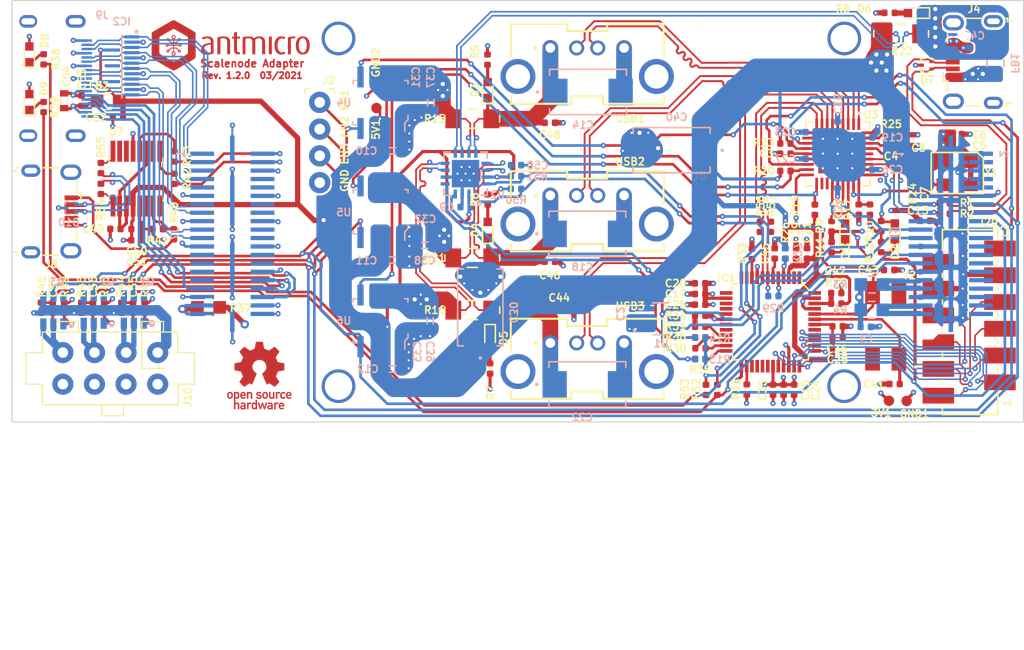
<source format=kicad_pcb>
(kicad_pcb (version 20171130) (host pcbnew 5.1.5+dfsg1-2~bpo10+1)
  (layers (0 F.Cu signal) (1 In1.Cu power) (2 In2.Cu power hide) (31 B.Cu mixed) (34 B.Paste user hide) (35 F.Paste user hide) (36 B.SilkS user hide) (37 F.SilkS user hide) (38 B.Mask user hide) (39 F.Mask user hide) (44 Edge.Cuts user))
  (net 0 "")
  (net 1 GND)
  (net 2 VCC5V0)
  (net 3 "Net-(C3-Pad1)")
  (net 4 VCC3V3)
  (net 5 "Net-(J1-Pad40)")
  (net 6 SDA0)
  (net 7 "Net-(J1-Pad38)")
  (net 8 SCL0)
  (net 9 "Net-(J1-Pad26)")
  (net 10 "Net-(J1-Pad24)")
  (net 11 "Net-(J1-Pad22)")
  (net 12 "Net-(J1-Pad20)")
  (net 13 VBUS2)
  (net 14 VBUS1)
  (net 15 VBUS3)
  (net 16 TEMP_INT)
  (net 17 "Net-(U3-Pad11)")
  (net 18 "Net-(U3-Pad32)")
  (net 19 VBUS4)
  (net 20 "Net-(D3-Pad2)")
  (net 21 "Net-(D4-Pad2)")
  (net 22 "Net-(D5-Pad2)")
  (net 23 "Net-(FB1-Pad1)")
  (net 24 "Net-(IC1-Pad36)")
  (net 25 "Net-(IC1-Pad35)")
  (net 26 "Net-(IC1-Pad33)")
  (net 27 "Net-(IC1-Pad32)")
  (net 28 "Net-(IC1-Pad30)")
  (net 29 "Net-(IC1-Pad29)")
  (net 30 "Net-(IC1-Pad28)")
  (net 31 "Net-(IC1-Pad27)")
  (net 32 "Net-(IC1-Pad26)")
  (net 33 "Net-(IC1-Pad23)")
  (net 34 "Net-(IC1-Pad21)")
  (net 35 "Net-(IC1-Pad20)")
  (net 36 "Net-(IC1-Pad19)")
  (net 37 "Net-(IC1-Pad17)")
  (net 38 "Net-(IC1-Pad16)")
  (net 39 "Net-(IC1-Pad15)")
  (net 40 "Net-(IC1-Pad13)")
  (net 41 "Net-(IC1-Pad37)")
  (net 42 "Net-(IC1-Pad38)")
  (net 43 "Net-(IC1-Pad41)")
  (net 44 "Net-(IC1-Pad12)")
  (net 45 "Net-(IC1-Pad11)")
  (net 46 "Net-(IC1-Pad10)")
  (net 47 "Net-(IC1-Pad48)")
  (net 48 "Net-(IC1-Pad1)")
  (net 49 "Net-(IC1-Pad2)")
  (net 50 "Net-(IC1-Pad5)")
  (net 51 "Net-(J1-Pad36)")
  (net 52 "Net-(J1-Pad34)")
  (net 53 "Net-(J1-Pad32)")
  (net 54 "Net-(J1-Pad30)")
  (net 55 "Net-(J1-Pad28)")
  (net 56 VBUS1_S)
  (net 57 VBUS2_S)
  (net 58 VBUS3_S)
  (net 59 RP_USB_N)
  (net 60 RP_USB_P)
  (net 61 "Net-(D1-Pad1)")
  (net 62 "Net-(U3-Pad20)")
  (net 63 "Net-(U3-Pad21)")
  (net 64 HDMI0_D2_P)
  (net 65 HDMI0_D2_N)
  (net 66 HDMI0_D1_P)
  (net 67 HDMI0_D1_N)
  (net 68 HDMI0_D0_P)
  (net 69 HDMI0_D0_N)
  (net 70 HDMI0_CK_P)
  (net 71 HDMI0_CK_N)
  (net 72 "Net-(IC2-Pad14)")
  (net 73 HDMI1_D2_P)
  (net 74 HDMI1_D2_N)
  (net 75 HDMI1_D1_P)
  (net 76 HDMI1_D1_N)
  (net 77 HDMI1_D0_P)
  (net 78 HDMI1_D0_N)
  (net 79 HDMI1_CK_P)
  (net 80 HDMI1_CK_N)
  (net 81 HDMI1_HOTPLUG)
  (net 82 HDMI1_SDA)
  (net 83 HDMI1_SCL)
  (net 84 HDMI1_CEC)
  (net 85 HDMI0_HOTPLUG)
  (net 86 HDMI0_CEC)
  (net 87 HDMI0_SDA)
  (net 88 HDMI0_SCL)
  (net 89 "/antartix hdmi adapter/3V3_RPI")
  (net 90 "Net-(C4-Pad1)")
  (net 91 "Net-(C7-Pad1)")
  (net 92 "Net-(C41-Pad1)")
  (net 93 "Net-(C42-Pad1)")
  (net 94 "Net-(C43-Pad1)")
  (net 95 "Net-(C45-Pad1)")
  (net 96 "Net-(D2-Pad1)")
  (net 97 "Net-(D6-Pad2)")
  (net 98 "Net-(J4-Pad4)")
  (net 99 "Net-(R17-Pad2)")
  (net 100 "Net-(R25-Pad2)")
  (net 101 "/antartix usb adapter/CLKIN")
  (net 102 "/antartix usb adapter/HS_IND")
  (net 103 "/antartix usb adapter/SUSP_IND")
  (net 104 "/antartix usb adapter/SCL_FTDI")
  (net 105 "/antartix usb adapter/SDA_FTDI")
  (net 106 RXD0)
  (net 107 TXD0)
  (net 108 "/antartix usb adapter/USB_D_FTDI_N")
  (net 109 "/antartix usb adapter/FTDI_RST")
  (net 110 "/antartix usb adapter/USB_D_FTDI_P")
  (net 111 "/antartix usb adapter/3V3_SSD")
  (net 112 "/antartix usb adapter/3V3_RPI")
  (net 113 "/antartix usb adapter/SLOW_~ALERT")
  (net 114 "/antartix usb adapter/~PWRDN")
  (net 115 "/antartix usb adapter/RESET_N")
  (net 116 "/antartix usb adapter/USB3_D_P")
  (net 117 "/antartix usb adapter/USB3_D_N")
  (net 118 "/antartix usb adapter/USB2_D_P")
  (net 119 "/antartix usb adapter/USB2_D_N")
  (net 120 "/antartix usb adapter/USB1_D_P")
  (net 121 "/antartix usb adapter/USB1_D_N")
  (net 122 "/antartix usb adapter/OC_N3")
  (net 123 "/antartix usb adapter/OC_N2")
  (net 124 "/antartix usb adapter/OC_N1")
  (net 125 "/antartix usb adapter/WP_FTDI")
  (net 126 "Net-(Q1-Pad1)")
  (net 127 "Net-(Q2-Pad1)")
  (net 128 "Net-(Q3-Pad1)")
  (net 129 USB3_EN)
  (net 130 USB2_EN)
  (net 131 USB1_EN)
  (net 132 "Net-(C49-Pad1)")
  (net 133 "Net-(C53-Pad1)")
  (net 134 "Net-(C55-Pad2)")
  (net 135 "/antartix hdmi adapter/VCC_9V_OUT_1")
  (net 136 "Net-(C56-Pad2)")
  (net 137 "/antartix hdmi adapter/VCC_9V_OUT_2")
  (net 138 "Net-(C57-Pad2)")
  (net 139 "/antartix hdmi adapter/VCC_9V_OUT_3")
  (net 140 "/antartix usb adapter/USB_ALT_UP_N")
  (net 141 "/antartix usb adapter/USB_ALT_UP_P")
  (net 142 LED0)
  (net 143 LED1)
  (net 144 "/antartix hdmi adapter/USB_CON_P")
  (net 145 "/antartix hdmi adapter/USB_CON_N")
  (net 146 "Net-(J8-Pad1)")
  (net 147 "Net-(J8-Pad4)")
  (net 148 "Net-(J9-Pad17)")
  (net 149 "/antartix hdmi adapter/VCC_9V_IN")
  (net 150 "Net-(R40-Pad2)")
  (net 151 "Net-(R42-Pad1)")
  (net 152 "Net-(R43-Pad1)")
  (net 153 "Net-(U7-Pad16)")
  (net 154 "Net-(U7-Pad14)")
  (net 155 "Net-(U7-Pad7)")
  (net 156 "Net-(U7-Pad6)")
  (net 157 "Net-(U7-Pad2)")
  (net 158 "Net-(R54-Pad2)")
  (net 159 "Net-(R55-Pad2)")
  (net 160 "Net-(D8-Pad1)")
  (net 161 "Net-(D9-Pad1)")
  (net 162 "Net-(IC1-Pad8)")
  (net 163 "Net-(IC1-Pad7)")
  (net 164 "Net-(IC1-Pad39)")
  (net 165 "Net-(IC1-Pad40)")
  (net 166 "Net-(J20-Pad12)")
  (net 167 "Net-(J20-Pad11)")
  (module antmicro-footprints:614004185023 (layer F.Cu) (at 196.587001 78.508002)
    (fp_text reference J6 (at 10.66 -3.388) (layer F.SilkS) (effects (font (size 0.8 0.8) (thickness 0.015))))
    (fp_text value 614004185023)
    (pad S2 thru_hole circle (at 6.57 1.21) (size 3.316 3.316) (drill 2.3) (layers *.Cu *.Mask) (net 1 GND))
    (pad S1 thru_hole circle (at -6.57 1.21) (size 3.316 3.316) (drill 2.3) (layers *.Cu *.Mask) (net 1 GND))
    (pad 3 thru_hole circle (at 1 -1.5) (size 1.428 1.428) (drill 0.92) (layers *.Cu *.Mask) (net 120 "/antartix usb adapter/USB1_D_P"))
    (pad 2 thru_hole circle (at -1 -1.5) (size 1.428 1.428) (drill 0.92) (layers *.Cu *.Mask) (net 121 "/antartix usb adapter/USB1_D_N"))
    (pad 4 thru_hole circle (at 3.5 -1.5) (size 1.428 1.428) (drill 0.92) (layers *.Cu *.Mask) (net 1 GND))
    (pad 1 thru_hole circle (at -3.5 -1.5) (size 1.428 1.428) (drill 0.92) (layers *.Cu *.Mask) (net 14 VBUS1))
  )
  (module antmicro-footprints:614004185023 (layer F.Cu) (at 196.587001 92.508002)
    (fp_text reference J5 (at 10.66 -3.388) (layer F.SilkS) (effects (font (size 0.8 0.8) (thickness 0.015))))
    (fp_text value 614004185023)
    (pad S2 thru_hole circle (at 6.57 1.21) (size 3.316 3.316) (drill 2.3) (layers *.Cu *.Mask) (net 1 GND))
    (pad S1 thru_hole circle (at -6.57 1.21) (size 3.316 3.316) (drill 2.3) (layers *.Cu *.Mask) (net 1 GND))
    (pad 3 thru_hole circle (at 1 -1.5) (size 1.428 1.428) (drill 0.92) (layers *.Cu *.Mask) (net 118 "/antartix usb adapter/USB2_D_P"))
    (pad 2 thru_hole circle (at -1 -1.5) (size 1.428 1.428) (drill 0.92) (layers *.Cu *.Mask) (net 119 "/antartix usb adapter/USB2_D_N"))
    (pad 4 thru_hole circle (at 3.5 -1.5) (size 1.428 1.428) (drill 0.92) (layers *.Cu *.Mask) (net 1 GND))
    (pad 1 thru_hole circle (at -3.5 -1.5) (size 1.428 1.428) (drill 0.92) (layers *.Cu *.Mask) (net 13 VBUS2))
  )
  (module antmicro-footprints:614004185023 (layer F.Cu) (at 196.587001 106.508002)
    (fp_text reference J3 (at 10.66 -3.388) (layer F.SilkS) (effects (font (size 0.8 0.8) (thickness 0.015))))
    (fp_text value 614004185023)
    (pad S2 thru_hole circle (at 6.57 1.21) (size 3.316 3.316) (drill 2.3) (layers *.Cu *.Mask) (net 1 GND))
    (pad S1 thru_hole circle (at -6.57 1.21) (size 3.316 3.316) (drill 2.3) (layers *.Cu *.Mask) (net 1 GND))
    (pad 3 thru_hole circle (at 1 -1.5) (size 1.428 1.428) (drill 0.92) (layers *.Cu *.Mask) (net 116 "/antartix usb adapter/USB3_D_P"))
    (pad 2 thru_hole circle (at -1 -1.5) (size 1.428 1.428) (drill 0.92) (layers *.Cu *.Mask) (net 117 "/antartix usb adapter/USB3_D_N"))
    (pad 4 thru_hole circle (at 3.5 -1.5) (size 1.428 1.428) (drill 0.92) (layers *.Cu *.Mask) (net 1 GND))
    (pad 1 thru_hole circle (at -3.5 -1.5) (size 1.428 1.428) (drill 0.92) (layers *.Cu *.Mask) (net 15 VBUS3))
  )
  (module scalenode-adapter-footprints:PinHeader_1x4_P2.54mm_Drill1.02mm (layer F.Cu) (at 171.203001 82.172002 270)
    (fp_text reference J2 (at -2.097002 -0.871999 180) (layer F.SilkS) (effects (font (size 0.7 0.7))))
    (fp_text value 0022232041)
    (pad 1 thru_hole circle (at 0 0 270) (size 2.02 2.02) (drill 1.02) (layers *.Cu *.Mask) (net 131 USB1_EN))
    (pad 2 thru_hole circle (at 2.54 0 270) (size 2.02 2.02) (drill 1.02) (layers *.Cu *.Mask) (net 130 USB2_EN))
    (pad 3 thru_hole circle (at 5.08 0 270) (size 2.02 2.02) (drill 1.02) (layers *.Cu *.Mask) (net 129 USB3_EN))
    (pad 4 thru_hole circle (at 7.62 0 270) (size 2.02 2.02) (drill 1.02) (layers *.Cu *.Mask) (net 1 GND))
  )
  (module scalenode-adapter-footprints:LQFP-48_7x7mm (layer F.Cu) (at 213.974801 103.009802 270)
    (fp_text reference IC1 (at -4.1688 4.1638 180) (layer F.SilkS) (effects (font (size 0.7 0.7))))
    (fp_text value FT2232D)
    (pad 36 smd rect (at 4.2 -2.75 270) (size 1.2 0.35) (layers F.Cu F.Paste F.Mask) (net 24 "Net-(IC1-Pad36)"))
    (pad 35 smd rect (at 4.2 -2.25 270) (size 1.2 0.35) (layers F.Cu F.Paste F.Mask) (net 25 "Net-(IC1-Pad35)"))
    (pad 34 smd rect (at 4.2 -1.75 270) (size 1.2 0.35) (layers F.Cu F.Paste F.Mask) (net 1 GND))
    (pad 33 smd rect (at 4.2 -1.25 270) (size 1.2 0.35) (layers F.Cu F.Paste F.Mask) (net 26 "Net-(IC1-Pad33)"))
    (pad 32 smd rect (at 4.2 -0.75 270) (size 1.2 0.35) (layers F.Cu F.Paste F.Mask) (net 27 "Net-(IC1-Pad32)"))
    (pad 31 smd rect (at 4.2 -0.25 270) (size 1.2 0.35) (layers F.Cu F.Paste F.Mask) (net 4 VCC3V3))
    (pad 30 smd rect (at 4.2 0.25 270) (size 1.2 0.35) (layers F.Cu F.Paste F.Mask) (net 28 "Net-(IC1-Pad30)"))
    (pad 29 smd rect (at 4.2 0.75 270) (size 1.2 0.35) (layers F.Cu F.Paste F.Mask) (net 29 "Net-(IC1-Pad29)"))
    (pad 28 smd rect (at 4.2 1.25 270) (size 1.2 0.35) (layers F.Cu F.Paste F.Mask) (net 30 "Net-(IC1-Pad28)"))
    (pad 27 smd rect (at 4.2 1.75 270) (size 1.2 0.35) (layers F.Cu F.Paste F.Mask) (net 31 "Net-(IC1-Pad27)"))
    (pad 26 smd rect (at 4.2 2.25 270) (size 1.2 0.35) (layers F.Cu F.Paste F.Mask) (net 32 "Net-(IC1-Pad26)"))
    (pad 25 smd rect (at 4.2 2.75 270) (size 1.2 0.35) (layers F.Cu F.Paste F.Mask) (net 1 GND))
    (pad 24 smd rect (at 2.75 4.2 270) (size 0.35 1.2) (layers F.Cu F.Paste F.Mask) (net 104 "/antartix usb adapter/SCL_FTDI"))
    (pad 23 smd rect (at 2.25 4.2 270) (size 0.35 1.2) (layers F.Cu F.Paste F.Mask) (net 33 "Net-(IC1-Pad23)"))
    (pad 22 smd rect (at 1.75 4.2 270) (size 0.35 1.2) (layers F.Cu F.Paste F.Mask) (net 105 "/antartix usb adapter/SDA_FTDI"))
    (pad 21 smd rect (at 1.25 4.2 270) (size 0.35 1.2) (layers F.Cu F.Paste F.Mask) (net 34 "Net-(IC1-Pad21)"))
    (pad 20 smd rect (at 0.75 4.2 270) (size 0.35 1.2) (layers F.Cu F.Paste F.Mask) (net 35 "Net-(IC1-Pad20)"))
    (pad 19 smd rect (at 0.25 4.2 270) (size 0.35 1.2) (layers F.Cu F.Paste F.Mask) (net 36 "Net-(IC1-Pad19)"))
    (pad 18 smd rect (at -0.25 4.2 270) (size 0.35 1.2) (layers F.Cu F.Paste F.Mask) (net 1 GND))
    (pad 17 smd rect (at -0.75 4.2 270) (size 0.35 1.2) (layers F.Cu F.Paste F.Mask) (net 37 "Net-(IC1-Pad17)"))
    (pad 16 smd rect (at -1.25 4.2 270) (size 0.35 1.2) (layers F.Cu F.Paste F.Mask) (net 38 "Net-(IC1-Pad16)"))
    (pad 15 smd rect (at -1.75 4.2 270) (size 0.35 1.2) (layers F.Cu F.Paste F.Mask) (net 39 "Net-(IC1-Pad15)"))
    (pad 14 smd rect (at -2.25 4.2 270) (size 0.35 1.2) (layers F.Cu F.Paste F.Mask) (net 4 VCC3V3))
    (pad 13 smd rect (at -2.75 4.2 270) (size 0.35 1.2) (layers F.Cu F.Paste F.Mask) (net 40 "Net-(IC1-Pad13)"))
    (pad 37 smd rect (at 2.75 -4.2 270) (size 0.35 1.2) (layers F.Cu F.Paste F.Mask) (net 41 "Net-(IC1-Pad37)"))
    (pad 38 smd rect (at 2.25 -4.2 270) (size 0.35 1.2) (layers F.Cu F.Paste F.Mask) (net 42 "Net-(IC1-Pad38)"))
    (pad 39 smd rect (at 1.75 -4.2 270) (size 0.35 1.2) (layers F.Cu F.Paste F.Mask) (net 164 "Net-(IC1-Pad39)"))
    (pad 40 smd rect (at 1.25 -4.2 270) (size 0.35 1.2) (layers F.Cu F.Paste F.Mask) (net 165 "Net-(IC1-Pad40)"))
    (pad 41 smd rect (at 0.75 -4.2 270) (size 0.35 1.2) (layers F.Cu F.Paste F.Mask) (net 43 "Net-(IC1-Pad41)"))
    (pad 12 smd rect (at -4.2 2.75 270) (size 1.2 0.35) (layers F.Cu F.Paste F.Mask) (net 44 "Net-(IC1-Pad12)"))
    (pad 11 smd rect (at -4.2 2.25 270) (size 1.2 0.35) (layers F.Cu F.Paste F.Mask) (net 45 "Net-(IC1-Pad11)"))
    (pad 10 smd rect (at -4.2 1.75 270) (size 1.2 0.35) (layers F.Cu F.Paste F.Mask) (net 46 "Net-(IC1-Pad10)"))
    (pad 9 smd rect (at -4.2 1.25 270) (size 1.2 0.35) (layers F.Cu F.Paste F.Mask) (net 1 GND))
    (pad 8 smd rect (at -4.2 0.75 270) (size 1.2 0.35) (layers F.Cu F.Paste F.Mask) (net 162 "Net-(IC1-Pad8)"))
    (pad 48 smd rect (at -2.75 -4.2 270) (size 0.35 1.2) (layers F.Cu F.Paste F.Mask) (net 47 "Net-(IC1-Pad48)"))
    (pad 47 smd rect (at -2.25 -4.2 270) (size 0.35 1.2) (layers F.Cu F.Paste F.Mask) (net 1 GND))
    (pad 46 smd rect (at -1.75 -4.2 270) (size 0.35 1.2) (layers F.Cu F.Paste F.Mask) (net 93 "Net-(C42-Pad1)"))
    (pad 45 smd rect (at -1.25 -4.2 270) (size 0.35 1.2) (layers F.Cu F.Paste F.Mask) (net 1 GND))
    (pad 44 smd rect (at -0.75 -4.2 270) (size 0.35 1.2) (layers F.Cu F.Paste F.Mask) (net 94 "Net-(C43-Pad1)"))
    (pad 1 smd rect (at -4.2 -2.75 270) (size 1.2 0.35) (layers F.Cu F.Paste F.Mask) (net 48 "Net-(IC1-Pad1)"))
    (pad 2 smd rect (at -4.2 -2.25 270) (size 1.2 0.35) (layers F.Cu F.Paste F.Mask) (net 49 "Net-(IC1-Pad2)"))
    (pad 3 smd rect (at -4.2 -1.75 270) (size 1.2 0.35) (layers F.Cu F.Paste F.Mask) (net 2 VCC5V0))
    (pad 4 smd rect (at -4.2 -1.25 270) (size 1.2 0.35) (layers F.Cu F.Paste F.Mask) (net 109 "/antartix usb adapter/FTDI_RST"))
    (pad 5 smd rect (at -4.2 -0.75 270) (size 1.2 0.35) (layers F.Cu F.Paste F.Mask) (net 50 "Net-(IC1-Pad5)"))
    (pad 43 smd rect (at -0.25 -4.2 270) (size 0.35 1.2) (layers F.Cu F.Paste F.Mask) (net 92 "Net-(C41-Pad1)"))
    (pad 42 smd rect (at 0.25 -4.2 270) (size 0.35 1.2) (layers F.Cu F.Paste F.Mask) (net 2 VCC5V0))
    (pad 6 smd rect (at -4.2 -0.25 270) (size 1.2 0.35) (layers F.Cu F.Paste F.Mask) (net 95 "Net-(C45-Pad1)"))
    (pad 7 smd rect (at -4.2 0.25 270) (size 1.2 0.35) (layers F.Cu F.Paste F.Mask) (net 163 "Net-(IC1-Pad7)"))
  )
  (module scalenode-adapter-footprints:8-188275-2 (layer F.Cu) (at 235.76 110.01 90)
    (fp_text reference J20 (at 16.45 -1.12 180) (layer F.SilkS) (effects (font (size 0.7 0.7))))
    (fp_text value 8-188275-2 hide)
    (fp_text user 12 (at 15.53 0.48 90) (layer F.SilkS) (effects (font (size 0.7 0.7))))
    (fp_text user 1 (at -0.66 0.68 90) (layer F.SilkS) (effects (font (size 0.7 0.7))))
    (pad 12 smd rect (at 13.97 0 90) (size 1.4986 2.9972) (layers F.Cu F.Paste F.Mask) (net 166 "Net-(J20-Pad12)"))
    (pad 11 smd rect (at 12.7 -5.849874 90) (size 1.4986 2.9972) (layers F.Cu F.Paste F.Mask) (net 167 "Net-(J20-Pad11)"))
    (pad 10 smd rect (at 11.43 0 90) (size 1.4986 2.9972) (layers F.Cu F.Paste F.Mask) (net 1 GND))
    (pad 9 smd rect (at 10.16 -5.849874 90) (size 1.4986 2.9972) (layers F.Cu F.Paste F.Mask) (net 1 GND))
    (pad 8 smd rect (at 8.89 0 90) (size 1.4986 2.9972) (layers F.Cu F.Paste F.Mask) (net 27 "Net-(IC1-Pad32)"))
    (pad 7 smd rect (at 7.62 -5.849874 90) (size 1.4986 2.9972) (layers F.Cu F.Paste F.Mask) (net 26 "Net-(IC1-Pad33)"))
    (pad 6 smd rect (at 6.35 0 90) (size 1.4986 2.9972) (layers F.Cu F.Paste F.Mask) (net 25 "Net-(IC1-Pad35)"))
    (pad 5 smd custom (at 5.08 -5.849874 90) (size 0.5 2.9972) (layers F.Cu F.Paste F.Mask) (net 24 "Net-(IC1-Pad36)") (options (clearance outline) (anchor rect)) (primitives (gr_poly (pts (xy 0.75 1.5) (xy 0.75 0) (xy 0 -0.75) (xy 0 -1.5) (xy -0.75 -1.5) (xy -0.75 1.5)) (width 0))))
    (pad 4 smd rect (at 3.81 0 90) (size 1.4986 2.9972) (layers F.Cu F.Paste F.Mask) (net 41 "Net-(IC1-Pad37)"))
    (pad 3 smd rect (at 2.54 -5.849874 90) (size 1.4986 2.9972) (layers F.Cu F.Paste F.Mask) (net 42 "Net-(IC1-Pad38)"))
    (pad 2 smd rect (at 1.27 0 90) (size 1.4986 2.9972) (layers F.Cu F.Paste F.Mask) (net 164 "Net-(IC1-Pad39)"))
    (pad 1 smd rect (at 0 -5.849874 90) (size 1.4986 2.9972) (layers F.Cu F.Paste F.Mask) (net 165 "Net-(IC1-Pad40)"))
  )
  (module scalenode-adapter-footprints:0402-res (layer F.Cu) (at 214.012001 93.983002 270)
    (fp_text reference R57 (at -2.008002 -0.037999 90) (layer F.SilkS) (effects (font (size 0.7 0.7))))
    (fp_text value R_22R_0402)
    (pad 1 smd roundrect (at -0.485 0 270) (size 0.59 0.64) (layers F.Cu F.Paste F.Mask) (net 110 "/antartix usb adapter/USB_D_FTDI_P"))
    (pad 2 smd roundrect (at 0.485 0 270) (size 0.59 0.64) (layers F.Cu F.Paste F.Mask) (net 163 "Net-(IC1-Pad7)"))
  )
  (module scalenode-adapter-footprints:0402-res (layer F.Cu) (at 212.987001 93.983002 270)
    (fp_text reference R56 (at -1.983002 -0.062999 90) (layer F.SilkS) (effects (font (size 0.7 0.7))))
    (fp_text value R_22R_0402)
    (pad 2 smd roundrect (at 0.485 0 270) (size 0.59 0.64) (layers F.Cu F.Paste F.Mask) (net 162 "Net-(IC1-Pad8)"))
    (pad 1 smd roundrect (at -0.485 0 270) (size 0.59 0.64) (layers F.Cu F.Paste F.Mask) (net 108 "/antartix usb adapter/USB_D_FTDI_N"))
  )
  (module scalenode-adapter-footprints:0402-cap (layer B.Cu) (at 189.837001 88.133002)
    (fp_text reference C58 (at 2.05 0.025) (layer B.SilkS) (effects (font (size 0.7 0.7)) (justify mirror)))
    (fp_text value C_100n_0402)
    (pad 2 smd roundrect (at 0.485 0) (size 0.59 0.64) (layers B.Cu B.Paste B.Mask) (net 1 GND))
    (pad 1 smd roundrect (at -0.485 0) (size 0.59 0.64) (layers B.Cu B.Paste B.Mask) (net 2 VCC5V0))
  )
  (module scalenode-adapter-footprints:0402-res (layer F.Cu) (at 150.437001 88.408002 90)
    (fp_text reference R55 (at 1.975 0.025 90) (layer F.SilkS) (effects (font (size 0.7 0.7))))
    (fp_text value R_22R_0402)
    (pad 2 smd roundrect (at 0.485 0 90) (size 0.59 0.64) (layers F.Cu F.Paste F.Mask) (net 159 "Net-(R55-Pad2)"))
    (pad 1 smd roundrect (at -0.485 0 90) (size 0.59 0.64) (layers F.Cu F.Paste F.Mask) (net 144 "/antartix hdmi adapter/USB_CON_P"))
  )
  (module scalenode-adapter-footprints:0402-res (layer F.Cu) (at 150.437001 90.383002 270)
    (fp_text reference R54 (at 1.975 0 90) (layer F.SilkS) (effects (font (size 0.7 0.7))))
    (fp_text value R_22R_0402)
    (pad 2 smd roundrect (at 0.485 0 270) (size 0.59 0.64) (layers F.Cu F.Paste F.Mask) (net 158 "Net-(R54-Pad2)"))
    (pad 1 smd roundrect (at -0.485 0 270) (size 0.59 0.64) (layers F.Cu F.Paste F.Mask) (net 145 "/antartix hdmi adapter/USB_CON_N"))
  )
  (module scalenode-adapter-footprints:0402-res (layer F.Cu) (at 207.862001 109.458002 270)
    (fp_text reference R53 (at -0.076 2 90) (layer F.SilkS) (effects (font (size 0.7 0.7))))
    (fp_text value R_0R_0402)
    (pad 2 smd roundrect (at 0.485 0 270) (size 0.59 0.64) (layers F.Cu F.Paste F.Mask) (net 142 LED0))
    (pad 1 smd roundrect (at -0.485 0 270) (size 0.59 0.64) (layers F.Cu F.Paste F.Mask) (net 114 "/antartix usb adapter/~PWRDN"))
  )
  (module scalenode-adapter-footprints:0402-res (layer F.Cu) (at 208.937001 109.458002 270)
    (fp_text reference R52 (at -0.076 2 90) (layer F.SilkS) (effects (font (size 0.7 0.7))))
    (fp_text value R_0R_0402)
    (pad 2 smd roundrect (at 0.485 0 270) (size 0.59 0.64) (layers F.Cu F.Paste F.Mask) (net 143 LED1))
    (pad 1 smd roundrect (at -0.485 0 270) (size 0.59 0.64) (layers F.Cu F.Paste F.Mask) (net 113 "/antartix usb adapter/SLOW_~ALERT"))
  )
  (module scalenode-adapter-footprints:0402-res (layer F.Cu) (at 157.412001 87.308002 270)
    (fp_text reference R43 (at 0 -1.2 90) (layer F.SilkS) (effects (font (size 0.7 0.7))))
    (fp_text value R_0R_0402)
    (pad 2 smd roundrect (at 0.485 0 270) (size 0.59 0.64) (layers F.Cu F.Paste F.Mask) (net 107 TXD0))
    (pad 1 smd roundrect (at -0.485 0 270) (size 0.59 0.64) (layers F.Cu F.Paste F.Mask) (net 152 "Net-(R43-Pad1)"))
  )
  (module scalenode-adapter-footprints:0402-res (layer F.Cu) (at 157.412001 89.433002 270)
    (fp_text reference R42 (at 0.025 -1.2 90) (layer F.SilkS) (effects (font (size 0.7 0.7))))
    (fp_text value R_0R_0402)
    (pad 2 smd roundrect (at 0.485 0 270) (size 0.59 0.64) (layers F.Cu F.Paste F.Mask) (net 106 RXD0))
    (pad 1 smd roundrect (at -0.485 0 270) (size 0.59 0.64) (layers F.Cu F.Paste F.Mask) (net 151 "Net-(R42-Pad1)"))
  )
  (module scalenode-adapter-footprints:SSOP-16_W3.90mm (layer F.Cu) (at 153.807001 89.408002 270)
    (fp_text reference U7 (at -4.45 1.92 180) (layer F.SilkS) (effects (font (size 0.7 0.7))))
    (fp_text value FT230XS-R)
    (pad 9 smd rect (at 2.6 2.2225 270) (size 2 0.4572) (layers F.Cu F.Paste F.Mask) (net 158 "Net-(R54-Pad2)"))
    (pad 10 smd rect (at 2.6 1.5875 270) (size 2 0.4572) (layers F.Cu F.Paste F.Mask) (net 132 "Net-(C49-Pad1)"))
    (pad 11 smd rect (at 2.6 0.9525 270) (size 2 0.4572) (layers F.Cu F.Paste F.Mask) (net 132 "Net-(C49-Pad1)"))
    (pad 12 smd rect (at 2.6 0.3175 270) (size 2 0.4572) (layers F.Cu F.Paste F.Mask) (net 2 VCC5V0))
    (pad 13 smd rect (at 2.6 -0.3175 270) (size 2 0.4572) (layers F.Cu F.Paste F.Mask) (net 1 GND))
    (pad 14 smd rect (at 2.6 -0.9525 270) (size 2 0.4572) (layers F.Cu F.Paste F.Mask) (net 154 "Net-(U7-Pad14)"))
    (pad 15 smd rect (at 2.6 -1.5875 270) (size 2 0.4572) (layers F.Cu F.Paste F.Mask) (net 150 "Net-(R40-Pad2)"))
    (pad 16 smd rect (at 2.6 -2.2225 270) (size 2 0.4572) (layers F.Cu F.Paste F.Mask) (net 153 "Net-(U7-Pad16)"))
    (pad 8 smd rect (at -2.6 2.2225 270) (size 2 0.4572) (layers F.Cu F.Paste F.Mask) (net 159 "Net-(R55-Pad2)"))
    (pad 7 smd rect (at -2.6 1.5875 270) (size 2 0.4572) (layers F.Cu F.Paste F.Mask) (net 155 "Net-(U7-Pad7)"))
    (pad 6 smd rect (at -2.6 0.9525 270) (size 2 0.4572) (layers F.Cu F.Paste F.Mask) (net 156 "Net-(U7-Pad6)"))
    (pad 5 smd rect (at -2.6 0.3175 270) (size 2 0.4572) (layers F.Cu F.Paste F.Mask) (net 1 GND))
    (pad 1 smd rect (at -2.6 -2.2225 270) (size 2 0.4572) (layers F.Cu F.Paste F.Mask) (net 151 "Net-(R42-Pad1)"))
    (pad 3 smd rect (at -2.6 -0.9525 270) (size 2 0.4572) (layers F.Cu F.Paste F.Mask) (net 132 "Net-(C49-Pad1)"))
    (pad 4 smd rect (at -2.6 -0.3175 270) (size 2 0.4572) (layers F.Cu F.Paste F.Mask) (net 152 "Net-(R43-Pad1)"))
    (pad 2 smd rect (at -2.6 -1.5875 270) (size 2 0.4572) (layers F.Cu F.Paste F.Mask) (net 157 "Net-(U7-Pad2)"))
  )
  (module scalenode-adapter-footprints:0402-res (layer B.Cu) (at 189.837001 89.183002)
    (fp_text reference R51 (at 2 0) (layer B.SilkS) (effects (font (size 0.7 0.7)) (justify mirror)))
    (fp_text value R_47k_0402)
    (pad 2 smd roundrect (at 0.485 0) (size 0.59 0.64) (layers B.Cu B.Paste B.Mask) (net 114 "/antartix usb adapter/~PWRDN"))
    (pad 1 smd roundrect (at -0.485 0) (size 0.59 0.64) (layers B.Cu B.Paste B.Mask) (net 2 VCC5V0))
  )
  (module scalenode-adapter-footprints:0402-res (layer B.Cu) (at 189.837001 90.383002)
    (fp_text reference R50 (at 0 1.05 180) (layer B.SilkS) (effects (font (size 0.7 0.7)) (justify mirror)))
    (fp_text value R_47k_0402)
    (pad 2 smd roundrect (at 0.485 0) (size 0.59 0.64) (layers B.Cu B.Paste B.Mask) (net 113 "/antartix usb adapter/SLOW_~ALERT"))
    (pad 1 smd roundrect (at -0.485 0) (size 0.59 0.64) (layers B.Cu B.Paste B.Mask) (net 1 GND))
  )
  (module scalenode-adapter-footprints:0402-res (layer F.Cu) (at 146.962001 101.668002 90)
    (fp_text reference R49 (at 1.9975 0.05 270) (layer F.SilkS) (effects (font (size 0.7 0.7))))
    (fp_text value R_1k_0402)
    (pad 2 smd roundrect (at 0.485 0 90) (size 0.59 0.64) (layers F.Cu F.Paste F.Mask) (net 1 GND))
    (pad 1 smd roundrect (at -0.485 0 90) (size 0.59 0.64) (layers F.Cu F.Paste F.Mask) (net 128 "Net-(Q3-Pad1)"))
  )
  (module scalenode-adapter-footprints:0402-res (layer F.Cu) (at 150.762001 101.668002 90)
    (fp_text reference R48 (at 1.9975 0.025 270) (layer F.SilkS) (effects (font (size 0.7 0.7))))
    (fp_text value R_1k_0402)
    (pad 2 smd roundrect (at 0.485 0 90) (size 0.59 0.64) (layers F.Cu F.Paste F.Mask) (net 1 GND))
    (pad 1 smd roundrect (at -0.485 0 90) (size 0.59 0.64) (layers F.Cu F.Paste F.Mask) (net 127 "Net-(Q2-Pad1)"))
  )
  (module scalenode-adapter-footprints:0402-res (layer F.Cu) (at 154.587001 101.668002 90)
    (fp_text reference R47 (at 1.9975 0.05 90) (layer F.SilkS) (effects (font (size 0.7 0.7))))
    (fp_text value R_1k_0402)
    (pad 2 smd roundrect (at 0.485 0 90) (size 0.59 0.64) (layers F.Cu F.Paste F.Mask) (net 1 GND))
    (pad 1 smd roundrect (at -0.485 0 90) (size 0.59 0.64) (layers F.Cu F.Paste F.Mask) (net 126 "Net-(Q1-Pad1)"))
  )
  (module scalenode-adapter-footprints:0402-res (layer F.Cu) (at 144.762001 101.668002 90)
    (fp_text reference R46 (at 1.9975 0.05 90) (layer F.SilkS) (effects (font (size 0.7 0.7))))
    (fp_text value R_47k_0402)
    (pad 2 smd roundrect (at 0.485 0 90) (size 0.59 0.64) (layers F.Cu F.Paste F.Mask) (net 138 "Net-(C57-Pad2)"))
    (pad 1 smd roundrect (at -0.485 0 90) (size 0.59 0.64) (layers F.Cu F.Paste F.Mask) (net 149 "/antartix hdmi adapter/VCC_9V_IN"))
  )
  (module scalenode-adapter-footprints:0402-res (layer F.Cu) (at 148.587001 101.668002 90)
    (fp_text reference R45 (at 1.9975 0.025 270) (layer F.SilkS) (effects (font (size 0.7 0.7))))
    (fp_text value R_47k_0402)
    (pad 2 smd roundrect (at 0.485 0 90) (size 0.59 0.64) (layers F.Cu F.Paste F.Mask) (net 136 "Net-(C56-Pad2)"))
    (pad 1 smd roundrect (at -0.485 0 90) (size 0.59 0.64) (layers F.Cu F.Paste F.Mask) (net 149 "/antartix hdmi adapter/VCC_9V_IN"))
  )
  (module scalenode-adapter-footprints:0402-res (layer F.Cu) (at 152.387001 101.668002 90)
    (fp_text reference R44 (at 1.9975 -0.025 90) (layer F.SilkS) (effects (font (size 0.7 0.7))))
    (fp_text value R_47k_0402)
    (pad 2 smd roundrect (at 0.485 0 90) (size 0.59 0.64) (layers F.Cu F.Paste F.Mask) (net 134 "Net-(C55-Pad2)"))
    (pad 1 smd roundrect (at -0.485 0 90) (size 0.59 0.64) (layers F.Cu F.Paste F.Mask) (net 149 "/antartix hdmi adapter/VCC_9V_IN"))
  )
  (module scalenode-adapter-footprints:0402-res (layer F.Cu) (at 155.835 94.2 180)
    (fp_text reference R41 (at -0.025 -1.085) (layer F.SilkS) (effects (font (size 0.7 0.7))))
    (fp_text value R_10k_0402)
    (pad 2 smd roundrect (at 0.485 0 180) (size 0.59 0.64) (layers F.Cu F.Paste F.Mask) (net 1 GND))
    (pad 1 smd roundrect (at -0.485 0 180) (size 0.59 0.64) (layers F.Cu F.Paste F.Mask) (net 150 "Net-(R40-Pad2)"))
  )
  (module scalenode-adapter-footprints:0402-res (layer F.Cu) (at 157.35 94.69 90)
    (fp_text reference R40 (at 2.07 0.05 90) (layer F.SilkS) (effects (font (size 0.7 0.7))))
    (fp_text value R_4k7_0402)
    (pad 2 smd roundrect (at 0.485 0 90) (size 0.59 0.64) (layers F.Cu F.Paste F.Mask) (net 150 "Net-(R40-Pad2)"))
    (pad 1 smd roundrect (at -0.485 0 90) (size 0.59 0.64) (layers F.Cu F.Paste F.Mask) (net 146 "Net-(J8-Pad1)"))
  )
  (module scalenode-adapter-footprints:FDC6330L (layer B.Cu) (at 145.927001 101.898002 90)
    (fp_text reference Q3 (at 2.69 0.385 180) (layer B.SilkS) (effects (font (size 0.7 0.7)) (justify mirror)))
    (fp_text value FDC6330L)
    (pad 6 smd rect (at 1.3 0.95 90) (size 1.05 0.6) (layers B.Cu B.Paste B.Mask) (net 138 "Net-(C57-Pad2)"))
    (pad 5 smd rect (at 1.3 0 90) (size 1.05 0.6) (layers B.Cu B.Paste B.Mask) (net 129 USB3_EN))
    (pad 4 smd rect (at 1.3 -0.95 90) (size 1.05 0.6) (layers B.Cu B.Paste B.Mask) (net 149 "/antartix hdmi adapter/VCC_9V_IN"))
    (pad 3 smd rect (at -1.3 -0.95 90) (size 1.05 0.6) (layers B.Cu B.Paste B.Mask) (net 139 "/antartix hdmi adapter/VCC_9V_OUT_3"))
    (pad 2 smd rect (at -1.3 0 90) (size 1.05 0.6) (layers B.Cu B.Paste B.Mask) (net 139 "/antartix hdmi adapter/VCC_9V_OUT_3"))
    (pad 1 smd rect (at -1.3 0.95 90) (size 1.05 0.6) (layers B.Cu B.Paste B.Mask) (net 128 "Net-(Q3-Pad1)"))
  )
  (module scalenode-adapter-footprints:FDC6330L (layer B.Cu) (at 149.757001 101.838002 90)
    (fp_text reference Q2 (at 2.63 1.28) (layer B.SilkS) (effects (font (size 0.7 0.7)) (justify mirror)))
    (fp_text value FDC6330L)
    (pad 6 smd rect (at 1.3 0.95 90) (size 1.05 0.6) (layers B.Cu B.Paste B.Mask) (net 136 "Net-(C56-Pad2)"))
    (pad 5 smd rect (at 1.3 0 90) (size 1.05 0.6) (layers B.Cu B.Paste B.Mask) (net 130 USB2_EN))
    (pad 4 smd rect (at 1.3 -0.95 90) (size 1.05 0.6) (layers B.Cu B.Paste B.Mask) (net 149 "/antartix hdmi adapter/VCC_9V_IN"))
    (pad 3 smd rect (at -1.3 -0.95 90) (size 1.05 0.6) (layers B.Cu B.Paste B.Mask) (net 137 "/antartix hdmi adapter/VCC_9V_OUT_2"))
    (pad 2 smd rect (at -1.3 0 90) (size 1.05 0.6) (layers B.Cu B.Paste B.Mask) (net 137 "/antartix hdmi adapter/VCC_9V_OUT_2"))
    (pad 1 smd rect (at -1.3 0.95 90) (size 1.05 0.6) (layers B.Cu B.Paste B.Mask) (net 127 "Net-(Q2-Pad1)"))
  )
  (module scalenode-adapter-footprints:FDC6330L (layer B.Cu) (at 153.567001 101.828002 90)
    (fp_text reference Q1 (at 2.62 1.245 180) (layer B.SilkS) (effects (font (size 0.7 0.7)) (justify mirror)))
    (fp_text value FDC6330L)
    (pad 6 smd rect (at 1.3 0.95 90) (size 1.05 0.6) (layers B.Cu B.Paste B.Mask) (net 134 "Net-(C55-Pad2)"))
    (pad 5 smd rect (at 1.3 0 90) (size 1.05 0.6) (layers B.Cu B.Paste B.Mask) (net 131 USB1_EN))
    (pad 4 smd rect (at 1.3 -0.95 90) (size 1.05 0.6) (layers B.Cu B.Paste B.Mask) (net 149 "/antartix hdmi adapter/VCC_9V_IN"))
    (pad 3 smd rect (at -1.3 -0.95 90) (size 1.05 0.6) (layers B.Cu B.Paste B.Mask) (net 135 "/antartix hdmi adapter/VCC_9V_OUT_1"))
    (pad 2 smd rect (at -1.3 0 90) (size 1.05 0.6) (layers B.Cu B.Paste B.Mask) (net 135 "/antartix hdmi adapter/VCC_9V_OUT_1"))
    (pad 1 smd rect (at -1.3 0.95 90) (size 1.05 0.6) (layers B.Cu B.Paste B.Mask) (net 126 "Net-(Q1-Pad1)"))
  )
  (module scalenode-adapter-footprints:1-794610-1 (layer B.Cu) (at 145.457001 132.618002 90)
    (fp_text reference J19 hide)
    (fp_text value 1-794610-1)
  )
  (module scalenode-adapter-footprints:1-794610-1 (layer B.Cu) (at 149.482716 132.618002 90)
    (fp_text reference J18 hide)
    (fp_text value 1-794610-1)
  )
  (module scalenode-adapter-footprints:1-794610-1 (layer B.Cu) (at 155.521287 132.618002 90)
    (fp_text reference J17 hide)
    (fp_text value 1-794610-1)
  )
  (module scalenode-adapter-footprints:1-794610-1 (layer B.Cu) (at 157.534144 132.618002 90)
    (fp_text reference J16 hide)
    (fp_text value 1-794610-1)
  )
  (module scalenode-adapter-footprints:3-794617-8 (layer B.Cu) (at 156.297001 123.668002 90)
    (fp_text reference J15 hide)
    (fp_text value 794617-8)
  )
  (module scalenode-adapter-footprints:1-794610-1 (layer B.Cu) (at 153.50843 132.618002 90)
    (fp_text reference J14 hide)
    (fp_text value 1-794610-1)
  )
  (module scalenode-adapter-footprints:1-794610-1 (layer B.Cu) (at 147.469859 132.618002 90)
    (fp_text reference J13 hide)
    (fp_text value 1-794610-1)
  )
  (module scalenode-adapter-footprints:1-794610-1 (layer B.Cu) (at 151.495573 132.618002 90)
    (fp_text reference J12 hide)
    (fp_text value 1-794610-1)
  )
  (module scalenode-adapter-footprints:1-794610-1 (layer B.Cu) (at 159.547001 132.618002 90)
    (fp_text reference J11 hide)
    (fp_text value 1-794610-1)
  )
  (module scalenode-adapter-footprints:3-794680-8 (layer F.Cu) (at 155.827001 105.918002 270)
    (fp_text reference J10 (at 4.215 -2.835 90) (layer F.SilkS) (effects (font (size 0.7 0.7))))
    (fp_text value 3-794680-8)
    (pad "" np_thru_hole oval (at 1.5 11.13 90) (size 2.4 2.4) (drill 2.4) (layers *.Cu *.Mask))
    (pad "" np_thru_hole oval (at 1.5 -2.13 270) (size 2.4 2.4) (drill 2.4) (layers *.Cu *.Mask))
    (pad 8 thru_hole oval (at 3 9 270) (size 2 2) (drill 1) (layers *.Cu *.Mask) (net 1 GND))
    (pad 7 thru_hole oval (at 0 9 270) (size 2 2) (drill 1) (layers *.Cu *.Mask) (net 139 "/antartix hdmi adapter/VCC_9V_OUT_3"))
    (pad 6 thru_hole oval (at 3 6 270) (size 2 2) (drill 1) (layers *.Cu *.Mask) (net 1 GND))
    (pad 5 thru_hole oval (at 0 6 270) (size 2 2) (drill 1) (layers *.Cu *.Mask) (net 137 "/antartix hdmi adapter/VCC_9V_OUT_2"))
    (pad 4 thru_hole oval (at 3 3 270) (size 2 2) (drill 1) (layers *.Cu *.Mask) (net 1 GND))
    (pad 3 thru_hole oval (at 0 3 270) (size 2 2) (drill 1) (layers *.Cu *.Mask) (net 135 "/antartix hdmi adapter/VCC_9V_OUT_1"))
    (pad 2 thru_hole oval (at 3 0 270) (size 2 2) (drill 1) (layers *.Cu *.Mask) (net 1 GND))
    (pad 1 thru_hole circle (at 0 0 270) (size 2 2) (drill 1) (layers *.Cu *.Mask) (net 149 "/antartix hdmi adapter/VCC_9V_IN"))
  )
  (module scalenode-adapter-footprints:WE_685119136923 (layer B.Cu) (at 145.49 79.91 90)
    (fp_text reference J9 (at 6.01 5.06) (layer B.SilkS) (effects (font (size 0.7 0.7)) (justify mirror)))
    (fp_text value WE_685119136923 hide)
    (pad Shell thru_hole oval (at -5.425 2.55 90) (size 1.2 1.9) (drill oval 0.6 1.3) (layers *.Cu *.Mask) (net 1 GND))
    (pad Shell thru_hole oval (at 5.425 2.55 90) (size 1.2 1.9) (drill oval 0.6 1.3) (layers *.Cu *.Mask) (net 1 GND))
    (pad Shell thru_hole oval (at -5.425 -1.95 90) (size 1.2 1.7) (drill oval 0.6 1.3) (layers *.Cu *.Mask) (net 1 GND))
    (pad Shell thru_hole oval (at 5.425 -1.95 90) (size 1.2 1.7) (drill oval 0.6 1.3) (layers *.Cu *.Mask) (net 1 GND))
    (pad 9 smd rect (at 0.4 3.6 90) (size 0.23 1) (layers B.Cu B.Paste B.Mask) (net 69 HDMI0_D0_N))
    (pad 8 smd rect (at 0.8 3.6 90) (size 0.23 1) (layers B.Cu B.Paste B.Mask) (net 68 HDMI0_D0_P))
    (pad 3 smd rect (at 2.8 3.6 90) (size 0.23 1) (layers B.Cu B.Paste B.Mask) (net 65 HDMI0_D2_N))
    (pad 2 smd rect (at 3.2 3.6 90) (size 0.23 1) (layers B.Cu B.Paste B.Mask) (net 64 HDMI0_D2_P))
    (pad 6 smd rect (at 1.6 3.6 90) (size 0.23 1) (layers B.Cu B.Paste B.Mask) (net 67 HDMI0_D1_N))
    (pad 5 smd rect (at 2 3.6 90) (size 0.23 1) (layers B.Cu B.Paste B.Mask) (net 66 HDMI0_D1_P))
    (pad 12 smd rect (at -0.8 3.6 90) (size 0.23 1) (layers B.Cu B.Paste B.Mask) (net 71 HDMI0_CK_N))
    (pad 11 smd rect (at -0.4 3.6 90) (size 0.23 1) (layers B.Cu B.Paste B.Mask) (net 70 HDMI0_CK_P))
    (pad 19 smd rect (at -3.6 3.6 90) (size 0.23 1) (layers B.Cu B.Paste B.Mask) (net 85 HDMI0_HOTPLUG))
    (pad 18 smd rect (at -3.2 3.6 90) (size 0.23 1) (layers B.Cu B.Paste B.Mask) (net 133 "Net-(C53-Pad1)"))
    (pad 17 smd rect (at -2.8 3.6 90) (size 0.23 1) (layers B.Cu B.Paste B.Mask) (net 148 "Net-(J9-Pad17)"))
    (pad 16 smd rect (at -2.4 3.6 90) (size 0.23 1) (layers B.Cu B.Paste B.Mask) (net 87 HDMI0_SDA))
    (pad 15 smd rect (at -2 3.6 90) (size 0.23 1) (layers B.Cu B.Paste B.Mask) (net 88 HDMI0_SCL))
    (pad 14 smd rect (at -1.6 3.6 90) (size 0.23 1) (layers B.Cu B.Paste B.Mask) (net 86 HDMI0_CEC))
    (pad 13 smd rect (at -1.2 3.6 90) (size 0.23 1) (layers B.Cu B.Paste B.Mask) (net 1 GND))
    (pad 10 smd rect (at 0 3.6 90) (size 0.23 1) (layers B.Cu B.Paste B.Mask) (net 1 GND))
    (pad 7 smd rect (at 1.2 3.6 90) (size 0.23 1) (layers B.Cu B.Paste B.Mask) (net 1 GND))
    (pad 4 smd rect (at 2.4 3.6 90) (size 0.23 1) (layers B.Cu B.Paste B.Mask) (net 1 GND))
    (pad 1 smd rect (at 3.6 3.6 90) (size 0.23 1) (layers B.Cu B.Paste B.Mask) (net 1 GND))
  )
  (module scalenode-adapter-footprints:USB_Micro_B_Female_629105150521 (layer F.Cu) (at 145.737001 92.528998 270)
    (fp_text reference J8 (at 4.988 -0.005 180) (layer F.SilkS) (effects (font (size 0.7 0.7))))
    (fp_text value WE_629105150521)
    (pad 1 smd rect (at -1.3 -1.9 270) (size 0.45 1.3) (layers F.Cu F.Paste F.Mask) (net 146 "Net-(J8-Pad1)"))
    (pad 2 smd rect (at -0.65 -1.9 270) (size 0.45 1.3) (layers F.Cu F.Paste F.Mask) (net 145 "/antartix hdmi adapter/USB_CON_N"))
    (pad 3 smd rect (at 0 -1.9 270) (size 0.45 1.3) (layers F.Cu F.Paste F.Mask) (net 144 "/antartix hdmi adapter/USB_CON_P"))
    (pad 4 smd rect (at 0.65 -1.9 270) (size 0.45 1.3) (layers F.Cu F.Paste F.Mask) (net 147 "Net-(J8-Pad4)"))
    (pad 5 smd rect (at 1.3 -1.9 270) (size 0.45 1.3) (layers F.Cu F.Paste F.Mask) (net 1 GND))
    (pad 6 thru_hole oval (at -3.725 -1.85 270) (size 1.45 2) (drill oval 0.85 1.4) (layers *.Cu *.Mask) (net 1 GND))
    (pad 6 thru_hole oval (at 3.725 -1.85 270) (size 1.45 2) (drill oval 0.85 1.4) (layers *.Cu *.Mask) (net 1 GND))
    (pad 6 thru_hole oval (at -3.875 1.95 270) (size 1.15 1.8) (drill oval 0.55 1.2) (layers *.Cu *.Mask) (net 1 GND))
    (pad 6 thru_hole oval (at 3.875 1.95 270) (size 1.15 1.8) (drill oval 0.55 1.2) (layers *.Cu *.Mask) (net 1 GND))
    (pad "" np_thru_hole oval (at -2.5 -0.8 270) (size 0.8 0.8) (drill 0.8) (layers *.Cu *.Mask))
    (pad "" np_thru_hole oval (at 2.5 -0.8 270) (size 0.8 0.8) (drill 0.8) (layers *.Cu *.Mask))
  )
  (module scalenode-adapter-footprints:0805-res (layer F.Cu) (at 151.127001 82.043002 180)
    (fp_text reference FB2 (at 0.875 1.425) (layer F.SilkS) (effects (font (size 0.7 0.7))))
    (fp_text value BLM21SP111BH1)
    (pad 1 smd rect (at -1.05 0 180) (size 1.2 1.2) (layers F.Cu F.Paste F.Mask) (net 2 VCC5V0))
    (pad 2 smd rect (at 1.05 0 180) (size 1.2 1.2) (layers F.Cu F.Paste F.Mask) (net 133 "Net-(C53-Pad1)"))
  )
  (module scalenode-adapter-footprints:SOT-3 (layer B.Cu) (at 147.642001 92.191998 270)
    (fp_text reference D10 (at 1.375 0.25 180) (layer B.SilkS) (effects (font (size 0.7 0.7)) (justify mirror)))
    (fp_text value TPD2E009)
    (pad 2 smd rect (at 0.35 -0.425 270) (size 0.3 0.3) (layers B.Cu B.Paste B.Mask) (net 144 "/antartix hdmi adapter/USB_CON_P"))
    (pad 3 smd rect (at 0 0.425 270) (size 0.3 0.3) (layers B.Cu B.Paste B.Mask) (net 1 GND))
    (pad 1 smd rect (at -0.35 -0.425 270) (size 0.3 0.3) (layers B.Cu B.Paste B.Mask) (net 145 "/antartix hdmi adapter/USB_CON_N"))
  )
  (module scalenode-adapter-footprints:0402-cap (layer F.Cu) (at 145.862001 101.668002 90)
    (fp_text reference C57 (at 1.9975 0.05 270) (layer F.SilkS) (effects (font (size 0.7 0.7))))
    (fp_text value C_470p_0402)
    (pad 2 smd roundrect (at 0.485 0 90) (size 0.59 0.64) (layers F.Cu F.Paste F.Mask) (net 138 "Net-(C57-Pad2)"))
    (pad 1 smd roundrect (at -0.485 0 90) (size 0.59 0.64) (layers F.Cu F.Paste F.Mask) (net 139 "/antartix hdmi adapter/VCC_9V_OUT_3"))
  )
  (module scalenode-adapter-footprints:0402-cap (layer F.Cu) (at 149.674501 101.668002 90)
    (fp_text reference C56 (at 1.9975 0.025 90) (layer F.SilkS) (effects (font (size 0.7 0.7))))
    (fp_text value C_470p_0402)
    (pad 2 smd roundrect (at 0.485 0 90) (size 0.59 0.64) (layers F.Cu F.Paste F.Mask) (net 136 "Net-(C56-Pad2)"))
    (pad 1 smd roundrect (at -0.485 0 90) (size 0.59 0.64) (layers F.Cu F.Paste F.Mask) (net 137 "/antartix hdmi adapter/VCC_9V_OUT_2"))
  )
  (module scalenode-adapter-footprints:0402-cap (layer F.Cu) (at 153.487001 101.668002 90)
    (fp_text reference C55 (at 1.9975 0.0125 270) (layer F.SilkS) (effects (font (size 0.7 0.7))))
    (fp_text value C_470p_0402)
    (pad 2 smd roundrect (at 0.485 0 90) (size 0.59 0.64) (layers F.Cu F.Paste F.Mask) (net 134 "Net-(C55-Pad2)"))
    (pad 1 smd roundrect (at -0.485 0 90) (size 0.59 0.64) (layers F.Cu F.Paste F.Mask) (net 135 "/antartix hdmi adapter/VCC_9V_OUT_1"))
  )
  (module scalenode-adapter-footprints:0603-cap (layer F.Cu) (at 146.952001 82.018002 270)
    (fp_text reference C54 (at -2.325 -0.225 90) (layer F.SilkS) (effects (font (size 0.7 0.7))))
    (fp_text value C_22u_0603)
    (pad 1 smd rect (at -0.7 0 270) (size 0.6 0.8) (layers F.Cu F.Paste F.Mask) (net 1 GND))
    (pad 2 smd rect (at 0.7 0 270) (size 0.6 0.8) (layers F.Cu F.Paste F.Mask) (net 133 "Net-(C53-Pad1)"))
  )
  (module scalenode-adapter-footprints:0402-cap (layer F.Cu) (at 148.602001 82.018002 90)
    (fp_text reference C53 (at 2.05 0.05 90) (layer F.SilkS) (effects (font (size 0.7 0.7))))
    (fp_text value C_100n_0402)
    (pad 2 smd roundrect (at 0.485 0 90) (size 0.59 0.64) (layers F.Cu F.Paste F.Mask) (net 1 GND))
    (pad 1 smd roundrect (at -0.485 0 90) (size 0.59 0.64) (layers F.Cu F.Paste F.Mask) (net 133 "Net-(C53-Pad1)"))
  )
  (module scalenode-adapter-footprints:0402-cap (layer F.Cu) (at 152.052001 83.593002 180)
    (fp_text reference C52 (at 2.075 -0.025) (layer F.SilkS) (effects (font (size 0.7 0.7))))
    (fp_text value C_1u_0402)
    (pad 2 smd roundrect (at 0.485 0 180) (size 0.59 0.64) (layers F.Cu F.Paste F.Mask) (net 1 GND))
    (pad 1 smd roundrect (at -0.485 0 180) (size 0.59 0.64) (layers F.Cu F.Paste F.Mask) (net 2 VCC5V0))
  )
  (module scalenode-adapter-footprints:0402-cap (layer F.Cu) (at 153.812001 95.258002)
    (fp_text reference C51 (at 0.05 2.05) (layer F.SilkS) (effects (font (size 0.7 0.7))))
    (fp_text value C_1u_0402)
    (pad 2 smd roundrect (at 0.485 0) (size 0.59 0.64) (layers F.Cu F.Paste F.Mask) (net 1 GND))
    (pad 1 smd roundrect (at -0.485 0) (size 0.59 0.64) (layers F.Cu F.Paste F.Mask) (net 2 VCC5V0))
  )
  (module scalenode-adapter-footprints:0402-cap (layer F.Cu) (at 153.812001 94.198002)
    (fp_text reference C50 (at 0.025 2.11) (layer F.SilkS) (effects (font (size 0.7 0.7))))
    (fp_text value C_100n_0402)
    (pad 2 smd roundrect (at 0.485 0) (size 0.59 0.64) (layers F.Cu F.Paste F.Mask) (net 1 GND))
    (pad 1 smd roundrect (at -0.485 0) (size 0.59 0.64) (layers F.Cu F.Paste F.Mask) (net 2 VCC5V0))
  )
  (module scalenode-adapter-footprints:0402-cap (layer F.Cu) (at 151.812001 94.183002 180)
    (fp_text reference C49 (at 2.1 0) (layer F.SilkS) (effects (font (size 0.7 0.7))))
    (fp_text value C_100n_0402)
    (pad 2 smd roundrect (at 0.485 0 180) (size 0.59 0.64) (layers F.Cu F.Paste F.Mask) (net 1 GND))
    (pad 1 smd roundrect (at -0.485 0 180) (size 0.59 0.64) (layers F.Cu F.Paste F.Mask) (net 132 "Net-(C49-Pad1)"))
  )
  (module scalenode-adapter-footprints:0402-res (layer F.Cu) (at 145.002001 82.618002 270)
    (fp_text reference R39 (at 0.025 -1.05 90) (layer F.SilkS) (effects (font (size 0.7 0.7))))
    (fp_text value R_470R_0402)
    (pad 2 smd roundrect (at 0.485 0 270) (size 0.59 0.64) (layers F.Cu F.Paste F.Mask) (net 143 LED1))
    (pad 1 smd roundrect (at -0.485 0 270) (size 0.59 0.64) (layers F.Cu F.Paste F.Mask) (net 161 "Net-(D9-Pad1)"))
  )
  (module scalenode-adapter-footprints:0402-res (layer F.Cu) (at 145.002001 78.093002 270)
    (fp_text reference R38 (at 0 -1.17 90) (layer F.SilkS) (effects (font (size 0.7 0.7))))
    (fp_text value R_470R_0402)
    (pad 2 smd roundrect (at 0.485 0 270) (size 0.59 0.64) (layers F.Cu F.Paste F.Mask) (net 142 LED0))
    (pad 1 smd roundrect (at -0.485 0 270) (size 0.59 0.64) (layers F.Cu F.Paste F.Mask) (net 160 "Net-(D8-Pad1)"))
  )
  (module scalenode-adapter-footprints:LED_0603 (layer F.Cu) (at 143.652001 82.143002 90)
    (fp_text reference D9 (at 1.275 1.425 90) (layer F.SilkS) (effects (font (size 0.7 0.7))))
    (fp_text value LG_L29K-G2J1-24-Z)
    (pad 2 smd rect (at 0.75 0 90) (size 0.8 0.8) (layers F.Cu F.Paste F.Mask) (net 1 GND))
    (pad 1 smd rect (at -0.75 0 90) (size 0.8 0.8) (layers F.Cu F.Paste F.Mask) (net 161 "Net-(D9-Pad1)"))
  )
  (module scalenode-adapter-footprints:LED_0603 (layer F.Cu) (at 143.652001 77.618002 90)
    (fp_text reference D8 (at 1.275 1.45 90) (layer F.SilkS) (effects (font (size 0.7 0.7))))
    (fp_text value LG_L29K-G2J1-24-Z)
    (pad 2 smd rect (at 0.75 0 90) (size 0.8 0.8) (layers F.Cu F.Paste F.Mask) (net 1 GND))
    (pad 1 smd rect (at -0.75 0 90) (size 0.8 0.8) (layers F.Cu F.Paste F.Mask) (net 160 "Net-(D8-Pad1)"))
  )
  (module scalenode-adapter-footprints:0805-res (layer F.Cu) (at 160.655 101.63 180)
    (fp_text reference R37 (at -3.05 -0.075) (layer F.SilkS) (effects (font (size 0.7 0.7))))
    (fp_text value R_0R_0805)
    (pad 2 smd rect (at 1.05 0 180) (size 1.2 1.2) (layers F.Cu F.Paste F.Mask) (net 89 "/antartix hdmi adapter/3V3_RPI"))
    (pad 1 smd rect (at -1.05 0 180) (size 1.2 1.2) (layers F.Cu F.Paste F.Mask) (net 4 VCC3V3))
  )
  (module scalenode-adapter-footprints:QTE-020-04-L-D-A (layer B.Cu) (at 162.910002 94.648004 270)
    (fp_text reference J7 (at -0.0254 5.4356 270) (layer B.SilkS) (effects (font (size 0.7 0.7)) (justify mirror)))
    (fp_text value QTE-020-04-L-D-A)
    (fp_text user 1 (at -7.6 4.9 270) (layer B.SilkS) (effects (font (size 0.7 0.7)) (justify mirror)))
    (pad 2 smd rect (at -7.6009 -2.8651 270) (size 0.4064 2.2732) (layers B.Cu B.Paste B.Mask) (net 107 TXD0))
    (pad 1 smd rect (at -7.6009 2.8651 270) (size 0.4064 2.2732) (layers B.Cu B.Paste B.Mask) (net 64 HDMI0_D2_P))
    (pad G1 smd rect (at -8.0645 0 270) (size 2.54 0.4318) (layers B.Cu B.Paste B.Mask) (net 1 GND))
    (pad G2 smd rect (at -3.175 0 270) (size 4.699 0.4318) (layers B.Cu B.Paste B.Mask) (net 1 GND))
    (pad G3 smd rect (at 3.175 0 270) (size 4.699 0.4318) (layers B.Cu B.Paste B.Mask) (net 1 GND))
    (pad G4 smd rect (at 8.0645 0 270) (size 2.54 0.4318) (layers B.Cu B.Paste B.Mask) (net 1 GND))
    (pad 4 smd rect (at -6.8008 -2.8651 270) (size 0.4064 2.2732) (layers B.Cu B.Paste B.Mask) (net 106 RXD0))
    (pad 3 smd rect (at -6.8008 2.8651 270) (size 0.4064 2.2732) (layers B.Cu B.Paste B.Mask) (net 65 HDMI0_D2_N))
    (pad 6 smd rect (at -6.0007 -2.8651 270) (size 0.4064 2.2732) (layers B.Cu B.Paste B.Mask) (net 1 GND))
    (pad 5 smd rect (at -6.0007 2.8651 270) (size 0.4064 2.2732) (layers B.Cu B.Paste B.Mask) (net 1 GND))
    (pad 7 smd rect (at -5.2006 2.8651 270) (size 0.4064 2.2732) (layers B.Cu B.Paste B.Mask) (net 66 HDMI0_D1_P))
    (pad 8 smd rect (at -5.2006 -2.8651 270) (size 0.4064 2.2732) (layers B.Cu B.Paste B.Mask) (net 73 HDMI1_D2_P))
    (pad 9 smd rect (at -4.4005 2.8651 270) (size 0.4064 2.2732) (layers B.Cu B.Paste B.Mask) (net 67 HDMI0_D1_N))
    (pad 10 smd rect (at -4.4005 -2.8651 270) (size 0.4064 2.2732) (layers B.Cu B.Paste B.Mask) (net 74 HDMI1_D2_N))
    (pad 11 smd rect (at -3.6004 2.8651 270) (size 0.4064 2.2732) (layers B.Cu B.Paste B.Mask) (net 1 GND))
    (pad 12 smd rect (at -3.6004 -2.8651 270) (size 0.4064 2.2732) (layers B.Cu B.Paste B.Mask) (net 1 GND))
    (pad 13 smd rect (at -2.8003 2.8651 270) (size 0.4064 2.2732) (layers B.Cu B.Paste B.Mask) (net 68 HDMI0_D0_P))
    (pad 14 smd rect (at -2.8003 -2.8651 270) (size 0.4064 2.2732) (layers B.Cu B.Paste B.Mask) (net 75 HDMI1_D1_P))
    (pad 15 smd rect (at -2.0002 2.8651 270) (size 0.4064 2.2732) (layers B.Cu B.Paste B.Mask) (net 69 HDMI0_D0_N))
    (pad 16 smd rect (at -2.0002 -2.8651 270) (size 0.4064 2.2732) (layers B.Cu B.Paste B.Mask) (net 76 HDMI1_D1_N))
    (pad 17 smd rect (at -1.2001 2.8651 270) (size 0.4064 2.2732) (layers B.Cu B.Paste B.Mask) (net 1 GND))
    (pad 18 smd rect (at -1.2001 -2.8651 270) (size 0.4064 2.2732) (layers B.Cu B.Paste B.Mask) (net 1 GND))
    (pad 19 smd rect (at -0.4 2.8651 270) (size 0.4064 2.2732) (layers B.Cu B.Paste B.Mask) (net 70 HDMI0_CK_P))
    (pad 20 smd rect (at -0.4 -2.8651 270) (size 0.4064 2.2732) (layers B.Cu B.Paste B.Mask) (net 77 HDMI1_D0_P))
    (pad 21 smd rect (at 0.4001 2.8651 270) (size 0.4064 2.2732) (layers B.Cu B.Paste B.Mask) (net 71 HDMI0_CK_N))
    (pad 22 smd rect (at 0.4001 -2.8651 270) (size 0.4064 2.2732) (layers B.Cu B.Paste B.Mask) (net 78 HDMI1_D0_N))
    (pad 23 smd rect (at 1.2002 2.8651 270) (size 0.4064 2.2732) (layers B.Cu B.Paste B.Mask) (net 1 GND))
    (pad 24 smd rect (at 1.2002 -2.8651 270) (size 0.4064 2.2732) (layers B.Cu B.Paste B.Mask) (net 1 GND))
    (pad 25 smd rect (at 2.0003 2.8651 270) (size 0.4064 2.2732) (layers B.Cu B.Paste B.Mask) (net 81 HDMI1_HOTPLUG))
    (pad 26 smd rect (at 2.0003 -2.8651 270) (size 0.4064 2.2732) (layers B.Cu B.Paste B.Mask) (net 79 HDMI1_CK_P))
    (pad 27 smd rect (at 2.8004 2.8651 270) (size 0.4064 2.2732) (layers B.Cu B.Paste B.Mask) (net 82 HDMI1_SDA))
    (pad 28 smd rect (at 2.8004 -2.8651 270) (size 0.4064 2.2732) (layers B.Cu B.Paste B.Mask) (net 80 HDMI1_CK_N))
    (pad 29 smd rect (at 3.6005 2.8651 270) (size 0.4064 2.2732) (layers B.Cu B.Paste B.Mask) (net 83 HDMI1_SCL))
    (pad 30 smd rect (at 3.6005 -2.8651 270) (size 0.4064 2.2732) (layers B.Cu B.Paste B.Mask) (net 1 GND))
    (pad 31 smd rect (at 4.4006 2.8651 270) (size 0.4064 2.2732) (layers B.Cu B.Paste B.Mask) (net 84 HDMI1_CEC))
    (pad 32 smd rect (at 4.4006 -2.8651 270) (size 0.4064 2.2732) (layers B.Cu B.Paste B.Mask) (net 85 HDMI0_HOTPLUG))
    (pad 33 smd rect (at 5.2007 2.8651 270) (size 0.4064 2.2732) (layers B.Cu B.Paste B.Mask) (net 86 HDMI0_CEC))
    (pad 34 smd rect (at 5.2007 -2.8651 270) (size 0.4064 2.2732) (layers B.Cu B.Paste B.Mask) (net 87 HDMI0_SDA))
    (pad 35 smd rect (at 6.0008 2.8651 270) (size 0.4064 2.2732) (layers B.Cu B.Paste B.Mask) (net 1 GND))
    (pad 36 smd rect (at 6.0008 -2.8651 270) (size 0.4064 2.2732) (layers B.Cu B.Paste B.Mask) (net 88 HDMI0_SCL))
    (pad 37 smd rect (at 6.8009 2.8651 270) (size 0.4064 2.2732) (layers B.Cu B.Paste B.Mask) (net 89 "/antartix hdmi adapter/3V3_RPI"))
    (pad 38 smd rect (at 6.8009 -2.8651 270) (size 0.4064 2.2732) (layers B.Cu B.Paste B.Mask) (net 1 GND))
    (pad 39 smd rect (at 7.601 2.8651 270) (size 0.4064 2.2732) (layers B.Cu B.Paste B.Mask) (net 89 "/antartix hdmi adapter/3V3_RPI"))
    (pad 40 smd rect (at 7.601 -2.8651 270) (size 0.4064 2.2732) (layers B.Cu B.Paste B.Mask) (net 1 GND))
    (pad None np_thru_hole circle (at -9.23 2.03 270) (size 1.016 1.016) (drill 1.016) (layers *.Cu *.Mask))
    (pad None np_thru_hole circle (at 9.27 2.03 270) (size 1.016 1.016) (drill 1.016) (layers *.Cu *.Mask))
  )
  (module scalenode-adapter-footprints:R-PDSO-N15 (layer B.Cu) (at 151.625 78.708002 270)
    (fp_text reference IC2 (at -4.208002 -0.8) (layer B.SilkS) (effects (font (size 0.7 0.7)) (justify mirror)))
    (fp_text value TPD8S009DSMR)
    (pad 1 smd rect (at -2.75 -1.75 270) (size 0.3 1.45) (layers B.Cu B.Paste B.Mask) (net 64 HDMI0_D2_P))
    (pad 2 smd rect (at -2.25 -1.75 270) (size 0.3 1.45) (layers B.Cu B.Paste B.Mask) (net 1 GND))
    (pad 3 smd rect (at -1.75 -1.75 270) (size 0.3 1.45) (layers B.Cu B.Paste B.Mask) (net 65 HDMI0_D2_N))
    (pad 4 smd rect (at -1.25 -1.75 270) (size 0.3 1.45) (layers B.Cu B.Paste B.Mask) (net 66 HDMI0_D1_P))
    (pad 5 smd rect (at -0.75 -1.75 270) (size 0.3 1.45) (layers B.Cu B.Paste B.Mask) (net 1 GND))
    (pad 6 smd rect (at -0.25 -1.75 270) (size 0.3 1.45) (layers B.Cu B.Paste B.Mask) (net 67 HDMI0_D1_N))
    (pad 7 smd rect (at 0.25 -1.75 270) (size 0.3 1.45) (layers B.Cu B.Paste B.Mask) (net 68 HDMI0_D0_P))
    (pad 8 smd rect (at 0.75 -1.75 270) (size 0.3 1.45) (layers B.Cu B.Paste B.Mask) (net 1 GND))
    (pad 9 smd rect (at 1.25 -1.75 270) (size 0.3 1.45) (layers B.Cu B.Paste B.Mask) (net 69 HDMI0_D0_N))
    (pad 10 smd rect (at 1.75 -1.75 270) (size 0.3 1.45) (layers B.Cu B.Paste B.Mask) (net 70 HDMI0_CK_P))
    (pad 11 smd rect (at 2.25 -1.75 270) (size 0.3 1.45) (layers B.Cu B.Paste B.Mask) (net 1 GND))
    (pad 12 smd rect (at 2.75 -1.75 270) (size 0.3 1.45) (layers B.Cu B.Paste B.Mask) (net 71 HDMI0_CK_N))
    (pad 15 smd rect (at -1.5 0.1 270) (size 0.3 1.45) (layers B.Cu B.Paste B.Mask) (net 2 VCC5V0))
    (pad 14 smd rect (at 0 0.1 270) (size 0.3 1.45) (layers B.Cu B.Paste B.Mask) (net 72 "Net-(IC2-Pad14)"))
    (pad 13 smd rect (at 1.5 0.1 270) (size 0.3 1.45) (layers B.Cu B.Paste B.Mask) (net 2 VCC5V0))
  )
  (module scalenode-adapter-footprints:0402-res (layer F.Cu) (at 212.224801 96.550802 90)
    (fp_text reference R33 (at 0.0678 -0.8878 270) (layer F.SilkS) (effects (font (size 0.7 0.7))))
    (fp_text value R_0R_0402)
    (pad 2 smd roundrect (at 0.485 0 90) (size 0.59 0.64) (layers F.Cu F.Paste F.Mask) (net 4 VCC3V3))
    (pad 1 smd roundrect (at -0.485 0 90) (size 0.59 0.64) (layers F.Cu F.Paste F.Mask) (net 46 "Net-(IC1-Pad10)"))
  )
  (module scalenode-adapter-footprints:0402-cap (layer F.Cu) (at 207.303801 100.358802 180)
    (fp_text reference C17 (at 2.3188 -0.0062 180) (layer F.SilkS) (effects (font (size 0.7 0.7))))
    (fp_text value C_100n_0402)
    (pad 2 smd roundrect (at 0.485 0 180) (size 0.59 0.64) (layers F.Cu F.Paste F.Mask) (net 1 GND))
    (pad 1 smd roundrect (at -0.485 0 180) (size 0.59 0.64) (layers F.Cu F.Paste F.Mask) (net 4 VCC3V3))
  )
  (module scalenode-adapter-footprints:0402-cap (layer F.Cu) (at 207.298801 99.348802 180)
    (fp_text reference C20 (at 2.3138 -0.0002 180) (layer F.SilkS) (effects (font (size 0.7 0.7))))
    (fp_text value C_100n_0402)
    (pad 2 smd roundrect (at 0.485 0 180) (size 0.59 0.64) (layers F.Cu F.Paste F.Mask) (net 1 GND))
    (pad 1 smd roundrect (at -0.485 0 180) (size 0.59 0.64) (layers F.Cu F.Paste F.Mask) (net 4 VCC3V3))
  )
  (module scalenode-adapter-footprints:0402-cap (layer F.Cu) (at 217.450201 96.510802 90)
    (fp_text reference C21 (at 1.9878 -0.0192 270) (layer F.SilkS) (effects (font (size 0.7 0.7))))
    (fp_text value C_100n_0402)
    (pad 2 smd roundrect (at 0.485 0 90) (size 0.59 0.64) (layers F.Cu F.Paste F.Mask) (net 1 GND))
    (pad 1 smd roundrect (at -0.485 0 90) (size 0.59 0.64) (layers F.Cu F.Paste F.Mask) (net 2 VCC5V0))
  )
  (module scalenode-adapter-footprints:0402-cap (layer F.Cu) (at 216.224801 109.450802 270)
    (fp_text reference C24 (at 0.049198 -2.025199 270) (layer F.SilkS) (effects (font (size 0.7 0.7))))
    (fp_text value C_100n_0402)
    (pad 2 smd roundrect (at 0.485 0 270) (size 0.59 0.64) (layers F.Cu F.Paste F.Mask) (net 1 GND))
    (pad 1 smd roundrect (at -0.485 0 270) (size 0.59 0.64) (layers F.Cu F.Paste F.Mask) (net 4 VCC3V3))
  )
  (module scalenode-adapter-footprints:0402-cap (layer F.Cu) (at 220.354801 104.459802)
    (fp_text reference C25 (at -0.014801 2.100198 180) (layer F.SilkS) (effects (font (size 0.7 0.7))))
    (fp_text value C_100n_0402)
    (pad 2 smd roundrect (at 0.485 0) (size 0.59 0.64) (layers F.Cu F.Paste F.Mask) (net 1 GND))
    (pad 1 smd roundrect (at -0.485 0) (size 0.59 0.64) (layers F.Cu F.Paste F.Mask) (net 2 VCC5V0))
  )
  (module scalenode-adapter-footprints:0402-cap (layer F.Cu) (at 220.354801 103.429802)
    (fp_text reference C36 (at -0.054801 2.180198 180) (layer F.SilkS) (effects (font (size 0.7 0.7))))
    (fp_text value C_100n_0402)
    (pad 2 smd roundrect (at 0.485 0) (size 0.59 0.64) (layers F.Cu F.Paste F.Mask) (net 1 GND))
    (pad 1 smd roundrect (at -0.485 0) (size 0.59 0.64) (layers F.Cu F.Paste F.Mask) (net 2 VCC5V0))
  )
  (module scalenode-adapter-footprints:0402-cap (layer F.Cu) (at 193.936001 101.889002)
    (fp_text reference C44 (at 0 -1.17 -180) (layer F.SilkS) (effects (font (size 0.7 0.7))))
    (fp_text value C_100n_0402)
    (pad 2 smd roundrect (at 0.485 0) (size 0.59 0.64) (layers F.Cu F.Paste F.Mask) (net 1 GND))
    (pad 1 smd roundrect (at -0.485 0) (size 0.59 0.64) (layers F.Cu F.Paste F.Mask) (net 15 VBUS3))
  )
  (module scalenode-adapter-footprints:0603-cap (layer B.Cu) (at 178.124501 86.776002)
    (fp_text reference C10 (at -2.4765 0) (layer B.SilkS) (effects (font (size 0.7 0.7)) (justify mirror)))
    (fp_text value C_100n_0603)
    (pad 1 smd rect (at -0.7 0) (size 0.6 0.8) (layers B.Cu B.Paste B.Mask) (net 2 VCC5V0))
    (pad 2 smd rect (at 0.7 0) (size 0.6 0.8) (layers B.Cu B.Paste B.Mask) (net 1 GND))
  )
  (module scalenode-adapter-footprints:0603-cap (layer B.Cu) (at 178.124501 97.126502)
    (fp_text reference C11 (at -2.4765 0.0635) (layer B.SilkS) (effects (font (size 0.7 0.7)) (justify mirror)))
    (fp_text value C_100n_0603)
    (pad 1 smd rect (at -0.7 0) (size 0.6 0.8) (layers B.Cu B.Paste B.Mask) (net 2 VCC5V0))
    (pad 2 smd rect (at 0.7 0) (size 0.6 0.8) (layers B.Cu B.Paste B.Mask) (net 1 GND))
  )
  (module scalenode-adapter-footprints:0603-cap (layer B.Cu) (at 178.124501 107.477002)
    (fp_text reference C12 (at -2.3495 0) (layer B.SilkS) (effects (font (size 0.7 0.7)) (justify mirror)))
    (fp_text value C_100n_0603)
    (pad 1 smd rect (at -0.7 0) (size 0.6 0.8) (layers B.Cu B.Paste B.Mask) (net 2 VCC5V0))
    (pad 2 smd rect (at 0.7 0) (size 0.6 0.8) (layers B.Cu B.Paste B.Mask) (net 1 GND))
  )
  (module scalenode-adapter-footprints:KEMET_D (layer B.Cu) (at 196.666501 81.188002)
    (fp_text reference C14 (at -0.473275 3.135345) (layer B.SilkS) (effects (font (size 0.7 0.7)) (justify mirror)))
    (fp_text value C_470u_KEMET_D)
    (pad 1 smd rect (at -3.1 0) (size 2.31 2.52) (layers B.Cu B.Paste B.Mask) (net 14 VBUS1))
    (pad 2 smd rect (at 3.1 0) (size 2.31 2.52) (layers B.Cu B.Paste B.Mask) (net 1 GND))
  )
  (module scalenode-adapter-footprints:KEMET_D (layer B.Cu) (at 196.603001 94.650002)
    (fp_text reference C18 (at -0.473275 3.135345) (layer B.SilkS) (effects (font (size 0.7 0.7)) (justify mirror)))
    (fp_text value C_470u_KEMET_D)
    (pad 1 smd rect (at -3.1 0) (size 2.31 2.52) (layers B.Cu B.Paste B.Mask) (net 13 VBUS2))
    (pad 2 smd rect (at 3.1 0) (size 2.31 2.52) (layers B.Cu B.Paste B.Mask) (net 1 GND))
  )
  (module scalenode-adapter-footprints:0603-cap (layer B.Cu) (at 181.172501 95.729502)
    (fp_text reference C38 (at 0 1.4605 180) (layer B.SilkS) (effects (font (size 0.7 0.7)) (justify mirror)))
    (fp_text value C_22u_0603)
    (pad 1 smd rect (at -0.7 0) (size 0.6 0.8) (layers B.Cu B.Paste B.Mask) (net 1 GND))
    (pad 2 smd rect (at 0.7 0) (size 0.6 0.8) (layers B.Cu B.Paste B.Mask) (net 57 VBUS2_S))
  )
  (module scalenode-adapter-footprints:KEMET_D (layer B.Cu) (at 196.603001 108.937502)
    (fp_text reference C22 (at -0.473275 3.135345) (layer B.SilkS) (effects (font (size 0.7 0.7)) (justify mirror)))
    (fp_text value C_470u_KEMET_D)
    (pad 1 smd rect (at -3.1 0) (size 2.31 2.52) (layers B.Cu B.Paste B.Mask) (net 15 VBUS3))
    (pad 2 smd rect (at 3.1 0) (size 2.31 2.52) (layers B.Cu B.Paste B.Mask) (net 1 GND))
  )
  (module scalenode-adapter-footprints:0402-cap (layer F.Cu) (at 228.635 93.405)
    (fp_text reference C13 (at -0.655 -0.965) (layer F.SilkS) (effects (font (size 0.7 0.7))))
    (fp_text value C_1u_0402)
    (pad 2 smd roundrect (at 0.485 0) (size 0.59 0.64) (layers F.Cu F.Paste F.Mask) (net 1 GND))
    (pad 1 smd roundrect (at -0.485 0) (size 0.59 0.64) (layers F.Cu F.Paste F.Mask) (net 4 VCC3V3))
  )
  (module scalenode-adapter-footprints:KEMET_D (layer B.Cu) (at 186.443001 101.635002 90)
    (fp_text reference C30 (at -0.473275 3.135345 270 unlocked) (layer B.SilkS) (effects (font (size 0.7 0.7)) (justify mirror)))
    (fp_text value C_470u_KEMET_D)
    (pad 1 smd rect (at -3.1 0 90) (size 2.31 2.52) (layers B.Cu B.Paste B.Mask) (net 2 VCC5V0))
    (pad 2 smd rect (at 3.1 0 90) (size 2.31 2.52) (layers B.Cu B.Paste B.Mask) (net 1 GND))
  )
  (module scalenode-adapter-footprints:KEMET_D (layer B.Cu) (at 204.604001 86.712502 180)
    (fp_text reference C40 (at -0.473275 3.135345 180) (layer B.SilkS) (effects (font (size 0.7 0.7)) (justify mirror)))
    (fp_text value C_470u_KEMET_D)
    (pad 1 smd rect (at -3.1 0 180) (size 2.31 2.52) (layers B.Cu B.Paste B.Mask) (net 2 VCC5V0))
    (pad 2 smd rect (at 3.1 0 180) (size 2.31 2.52) (layers B.Cu B.Paste B.Mask) (net 1 GND))
  )
  (module scalenode-adapter-footprints:SOT-3 (layer F.Cu) (at 228.810201 78.648002 90)
    (fp_text reference D7 (at -1.397 0.0508 180) (layer F.SilkS) (effects (font (size 0.7 0.7))))
    (fp_text value TPD2E009)
    (pad 1 smd rect (at -0.35 0.425 90) (size 0.3 0.3) (layers F.Cu F.Paste F.Mask) (net 140 "/antartix usb adapter/USB_ALT_UP_N"))
    (pad 3 smd rect (at 0 -0.425 90) (size 0.3 0.3) (layers F.Cu F.Paste F.Mask) (net 1 GND))
    (pad 2 smd rect (at 0.35 0.425 90) (size 0.3 0.3) (layers F.Cu F.Paste F.Mask) (net 141 "/antartix usb adapter/USB_ALT_UP_P"))
  )
  (module scalenode-adapter-footprints:LED_0603 (layer F.Cu) (at 225.787601 94.408702 90)
    (fp_text reference D2 (at -2.0193 0.0254 90) (layer F.SilkS) (effects (font (size 0.7 0.7))))
    (fp_text value LG_L29K-G2J1-24-Z)
    (pad 2 smd rect (at 0.75 0 90) (size 0.8 0.8) (layers F.Cu F.Paste F.Mask) (net 103 "/antartix usb adapter/SUSP_IND"))
    (pad 1 smd rect (at -0.75 0 90) (size 0.8 0.8) (layers F.Cu F.Paste F.Mask) (net 96 "Net-(D2-Pad1)"))
  )
  (module scalenode-adapter-footprints:0402-res (layer F.Cu) (at 222.358601 92.351262 270)
    (fp_text reference R18 (at 0.01274 2.0066 90) (layer F.SilkS) (effects (font (size 0.7 0.7))))
    (fp_text value R_100k_0402)
    (pad 2 smd roundrect (at 0.485 0 270) (size 0.59 0.64) (layers F.Cu F.Paste F.Mask) (net 1 GND))
    (pad 1 smd roundrect (at -0.485 0 270) (size 0.59 0.64) (layers F.Cu F.Paste F.Mask) (net 99 "Net-(R17-Pad2)"))
  )
  (module scalenode-adapter-footprints:0402-res (layer B.Cu) (at 207.334501 106.524502)
    (fp_text reference R13 (at 1.8415 0.0635 180) (layer B.SilkS) (effects (font (size 0.7 0.7)) (justify mirror)))
    (fp_text value R_10k_0402)
    (pad 2 smd roundrect (at 0.485 0) (size 0.59 0.64) (layers B.Cu B.Paste B.Mask) (net 4 VCC3V3))
    (pad 1 smd roundrect (at -0.485 0) (size 0.59 0.64) (layers B.Cu B.Paste B.Mask) (net 8 SCL0))
  )
  (module scalenode-adapter-footprints:1206-res (layer F.Cu) (at 185.681001 96.936002 180)
    (fp_text reference R21 (at 3.556 0) (layer F.SilkS) (effects (font (size 0.7 0.7))))
    (fp_text value R_0R01_1206)
    (pad 2 smd rect (at 1.8 0 180) (size 1.5 1.8) (layers F.Cu F.Paste F.Mask) (net 57 VBUS2_S))
    (pad 1 smd rect (at -1.8 0 180) (size 1.5 1.8) (layers F.Cu F.Paste F.Mask) (net 13 VBUS2))
  )
  (module scalenode-adapter-footprints:1206-res (layer F.Cu) (at 185.681001 83.728002 180)
    (fp_text reference R15 (at 3.556 0) (layer F.SilkS) (effects (font (size 0.7 0.7))))
    (fp_text value R_0R01_1206)
    (pad 2 smd rect (at 1.8 0 180) (size 1.5 1.8) (layers F.Cu F.Paste F.Mask) (net 56 VBUS1_S))
    (pad 1 smd rect (at -1.8 0 180) (size 1.5 1.8) (layers F.Cu F.Paste F.Mask) (net 14 VBUS1))
  )
  (module scalenode-adapter-footprints:1206-res (layer F.Cu) (at 185.681001 101.889002 180)
    (fp_text reference R16 (at 3.556 0) (layer F.SilkS) (effects (font (size 0.7 0.7))))
    (fp_text value R_0R01_1206)
    (pad 2 smd rect (at 1.8 0 180) (size 1.5 1.8) (layers F.Cu F.Paste F.Mask) (net 58 VBUS3_S))
    (pad 1 smd rect (at -1.8 0 180) (size 1.5 1.8) (layers F.Cu F.Paste F.Mask) (net 15 VBUS3))
  )
  (module scalenode-adapter-footprints:1206-res (layer F.Cu) (at 226.384501 75.663502)
    (fp_text reference R22 (at 0.0635 1.651 180) (layer F.SilkS) (effects (font (size 0.7 0.7))))
    (fp_text value R_0R01_1206)
    (pad 2 smd rect (at 1.8 0) (size 1.5 1.8) (layers F.Cu F.Paste F.Mask) (net 19 VBUS4))
    (pad 1 smd rect (at -1.8 0) (size 1.5 1.8) (layers F.Cu F.Paste F.Mask) (net 2 VCC5V0))
  )
  (module scalenode-adapter-footprints:0402-res (layer F.Cu) (at 215.399001 96.510802 270)
    (fp_text reference R26 (at -1.9878 0 270) (layer F.SilkS) (effects (font (size 0.7 0.7))))
    (fp_text value R_4k7_0402)
    (pad 2 smd roundrect (at 0.485 0 270) (size 0.59 0.64) (layers F.Cu F.Paste F.Mask) (net 109 "/antartix usb adapter/FTDI_RST"))
    (pad 1 smd roundrect (at -0.485 0 270) (size 0.59 0.64) (layers F.Cu F.Paste F.Mask) (net 2 VCC5V0))
  )
  (module scalenode-adapter-footprints:0402-res (layer B.Cu) (at 215.373601 96.510802 90)
    (fp_text reference R27 (at 0 1.17 270 unlocked) (layer B.SilkS) (effects (font (size 0.7 0.7)) (justify mirror)))
    (fp_text value R_10k_0402)
    (pad 2 smd roundrect (at 0.485 0 90) (size 0.59 0.64) (layers B.Cu B.Paste B.Mask) (net 1 GND))
    (pad 1 smd roundrect (at -0.485 0 90) (size 0.59 0.64) (layers B.Cu B.Paste B.Mask) (net 109 "/antartix usb adapter/FTDI_RST"))
  )
  (module scalenode-adapter-footprints:0402-res (layer F.Cu) (at 211.734801 109.425802 270)
    (fp_text reference R32 (at -0.0438 1.0348 90) (layer F.SilkS) (effects (font (size 0.7 0.7))))
    (fp_text value R_0R_0402)
    (pad 2 smd roundrect (at 0.485 0 270) (size 0.59 0.64) (layers F.Cu F.Paste F.Mask) (net 4 VCC3V3))
    (pad 1 smd roundrect (at -0.485 0 270) (size 0.59 0.64) (layers F.Cu F.Paste F.Mask) (net 32 "Net-(IC1-Pad26)"))
  )
  (module scalenode-adapter-footprints:0402-res (layer F.Cu) (at 207.309101 102.422402)
    (fp_text reference R34 (at -2.3241 -0.0254) (layer F.SilkS) (effects (font (size 0.7 0.7))))
    (fp_text value R_220R_0402)
    (pad 2 smd roundrect (at 0.485 0) (size 0.59 0.64) (layers F.Cu F.Paste F.Mask) (net 1 GND))
    (pad 1 smd roundrect (at -0.485 0) (size 0.59 0.64) (layers F.Cu F.Paste F.Mask) (net 125 "/antartix usb adapter/WP_FTDI"))
  )
  (module scalenode-adapter-footprints:0805-res (layer B.Cu) (at 223.607001 99.458002)
    (fp_text reference R3 (at -3.001 0.018) (layer B.SilkS) (effects (font (size 0.7 0.7)) (justify mirror)))
    (fp_text value R_0R_0805)
    (pad 1 smd rect (at -1.05 0) (size 1.2 1.2) (layers B.Cu B.Paste B.Mask) (net 4 VCC3V3))
    (pad 2 smd rect (at 1.05 0) (size 1.2 1.2) (layers B.Cu B.Paste B.Mask) (net 112 "/antartix usb adapter/3V3_RPI"))
  )
  (module scalenode-adapter-footprints:0805-res (layer B.Cu) (at 223.597001 101.868002)
    (fp_text reference R4 (at -2.991 0.021) (layer B.SilkS) (effects (font (size 0.7 0.7)) (justify mirror)))
    (fp_text value R_0R_0805)
    (pad 1 smd rect (at -1.05 0) (size 1.2 1.2) (layers B.Cu B.Paste B.Mask) (net 4 VCC3V3))
    (pad 2 smd rect (at 1.05 0) (size 1.2 1.2) (layers B.Cu B.Paste B.Mask) (net 111 "/antartix usb adapter/3V3_SSD"))
  )
  (module scalenode-adapter-footprints:0402-res (layer F.Cu) (at 225.432001 85.252002 180)
    (fp_text reference R25 (at 0 1.016) (layer F.SilkS) (effects (font (size 0.7 0.7))))
    (fp_text value R_12k_0402)
    (pad 2 smd roundrect (at 0.485 0 180) (size 0.59 0.64) (layers F.Cu F.Paste F.Mask) (net 100 "Net-(R25-Pad2)"))
    (pad 1 smd roundrect (at -0.485 0 180) (size 0.59 0.64) (layers F.Cu F.Paste F.Mask) (net 1 GND))
  )
  (module scalenode-adapter-footprints:oshw-logo (layer F.Cu) (at 165.48 108.1)
    (fp_text reference N2 hide)
    (fp_text value oshw_logo hide)
    (fp_poly (pts (xy 2.316335 1.557212) (xy 2.365289 1.570473) (xy 2.410751 1.593074) (xy 2.453474 1.625314) (xy 2.46017 1.631447) (xy 2.49174 1.661087) (xy 2.46634 1.684202) (xy 2.448922 1.699811) (xy 2.430578 1.715881) (xy 2.419362 1.72548) (xy 2.397784 1.743644) (xy 2.376891 1.724768) (xy 2.345458 1.701449) (xy 2.312177 1.6874) (xy 2.274771 1.681738) (xy 2.265314 1.681529) (xy 2.226987 1.684284) (xy 2.195173 1.693102) (xy 2.167779 1.708654) (xy 2.159417 1.715321) (xy 2.136139 1.741848) (xy 2.118918 1.776168) (xy 2.107925 1.817791) (xy 2.10333 1.866228) (xy 2.103195 1.876057) (xy 2.106466 1.926873) (xy 2.116378 1.970387) (xy 2.132772 2.006416) (xy 2.155485 2.034777) (xy 2.184359 2.055286) (xy 2.219231 2.067762) (xy 2.259942 2.07202) (xy 2.274746 2.071584) (xy 2.309658 2.066837) (xy 2.339003 2.056237) (xy 2.366399 2.038274) (xy 2.377664 2.028652) (xy 2.386514 2.020784) (xy 2.393644 2.016076) (xy 2.400622 2.015143) (xy 2.409017 2.018601) (xy 2.420398 2.027064) (xy 2.436332 2.041147) (xy 2.45618 2.059427) (xy 2.49174 2.092238) (xy 2.4765 2.108421) (xy 2.449459 2.132681) (xy 2.416295 2.155691) (xy 2.380968 2.174973) (xy 2.350901 2.186995) (xy 2.327792 2.193508) (xy 2.30659 2.197321) (xy 2.283032 2.199001) (xy 2.259067 2.199185) (xy 2.233855 2.198293) (xy 2.209446 2.19628) (xy 2.18957 2.193499) (xy 2.182408 2.191908) (xy 2.133165 2.173457) (xy 2.089862 2.146984) (xy 2.053058 2.112951) (xy 2.023314 2.071823) (xy 2.012481 2.051331) (xy 2.000078 2.023756) (xy 1.991056 1.999224) (xy 1.984909 1.975127) (xy 1.981131 1.948862) (xy 1.979217 1.917822) (xy 1.978661 1.879403) (xy 1.97866 1.87706) (xy 1.979152 1.838223) (xy 1.980972 1.806897) (xy 1.984629 1.780465) (xy 1.990635 1.75631) (xy 1.999502 1.731815) (xy 2.01174 1.704364) (xy 2.012862 1.702) (xy 2.039217 1.657661) (xy 2.072304 1.620785) (xy 2.111698 1.591627) (xy 2.156972 1.57044) (xy 2.207701 1.557477) (xy 2.26314 1.552992) (xy 2.316335 1.557212)) (layer F.Cu) (width 0.01))
    (fp_poly (pts (xy 1.753486 2.563572) (xy 1.768707 2.568733) (xy 1.787505 2.57709) (xy 1.804886 2.586465) (xy 1.818688 2.595495) (xy 1.826747 2.602814) (xy 1.827862 2.606069) (xy 1.824353 2.611108) (xy 1.815883 2.621949) (xy 1.803906 2.636835) (xy 1.789874 2.654006) (xy 1.775241 2.671702) (xy 1.76146 2.688164) (xy 1.749984 2.701633) (xy 1.742265 2.71035) (xy 1.739774 2.71272) (xy 1.735118 2.710443) (xy 1.724283 2.704565) (xy 1.713869 2.69875) (xy 1.697827 2.690793) (xy 1.682779 2.6866) (xy 1.664203 2.685149) (xy 1.65354 2.685118) (xy 1.618721 2.6889) (xy 1.590202 2.699911) (xy 1.56659 2.71874) (xy 1.561969 2.723927) (xy 1.554834 2.732482) (xy 1.548916 2.740357) (xy 1.544095 2.748559) (xy 1.540247 2.758098) (xy 1.537252 2.769982) (xy 1.534987 2.785219) (xy 1.53333 2.80482) (xy 1.53216 2.829791) (xy 1.531355 2.861143) (xy 1.530792 2.899883) (xy 1.53035 2.947021) (xy 1.530026 2.98831) (xy 1.528383 3.2004) (xy 1.468618 3.2004) (xy 1.444925 3.200127) (xy 1.425071 3.199386) (xy 1.41119 3.198291) (xy 1.405466 3.197013) (xy 1.404868 3.191467) (xy 1.404303 3.176638) (xy 1.403781 3.153404) (xy 1.403312 3.122642) (xy 1.402904 3.08523) (xy 1.402568 3.042045) (xy 1.402313 2.993964) (xy 1.402147 2.941865) (xy 1.40208 2.886625) (xy 1.40208 2.5654) (xy 1.52908 2.5654) (xy 1.52908 2.59588) (xy 1.529563 2.611957) (xy 1.530821 2.623001) (xy 1.532274 2.62636) (xy 1.537551 2.623229) (xy 1.547578 2.615217) (xy 1.554951 2.608758) (xy 1.588903 2.584515) (xy 1.627959 2.567458) (xy 1.669893 2.558004) (xy 1.712478 2.55657) (xy 1.753486 2.563572)) (layer F.Cu) (width 0.01))
    (fp_poly (pts (xy 2.148397 2.561629) (xy 2.19364 2.574995) (xy 2.235729 2.595745) (xy 2.27324 2.623342) (xy 2.304746 2.657247) (xy 2.326124 2.691379) (xy 2.338147 2.71812) (xy 2.346812 2.745053) (xy 2.352553 2.774538) (xy 2.355808 2.808934) (xy 2.357012 2.850603) (xy 2.357044 2.85877) (xy 2.35712 2.93116) (xy 1.960257 2.93116) (xy 1.963671 2.95529) (xy 1.973572 2.993731) (xy 1.99125 3.026977) (xy 2.015921 3.053847) (xy 2.03962 3.069675) (xy 2.05744 3.076495) (xy 2.080851 3.080698) (xy 2.10312 3.082417) (xy 2.14444 3.081004) (xy 2.180804 3.0719) (xy 2.214663 3.05437) (xy 2.227798 3.045029) (xy 2.240746 3.03554) (xy 2.250331 3.029238) (xy 2.253671 3.02768) (xy 2.258975 3.030812) (xy 2.269761 3.039101) (xy 2.284106 3.050883) (xy 2.300085 3.064495) (xy 2.315775 3.078276) (xy 2.329252 3.090561) (xy 2.338591 3.099688) (xy 2.34188 3.103919) (xy 2.337925 3.110864) (xy 2.327387 3.121673) (xy 2.312256 3.134757) (xy 2.294522 3.148528) (xy 2.276173 3.161396) (xy 2.2592 3.171774) (xy 2.252695 3.175135) (xy 2.204473 3.192921) (xy 2.152193 3.202882) (xy 2.098569 3.204771) (xy 2.046313 3.198341) (xy 2.032968 3.195193) (xy 1.984723 3.17824) (xy 1.943536 3.154343) (xy 1.909085 3.123164) (xy 1.881044 3.084367) (xy 1.859091 3.037617) (xy 1.847989 3.003009) (xy 1.841966 2.972432) (xy 1.838154 2.934955) (xy 1.836547 2.89359) (xy 1.83714 2.851351) (xy 1.839007 2.82448) (xy 1.960257 2.82448) (xy 2.23012 2.82448) (xy 2.23012 2.813383) (xy 2.225878 2.783861) (xy 2.214259 2.753765) (xy 2.196919 2.725767) (xy 2.175516 2.702542) (xy 2.151707 2.686762) (xy 2.151576 2.686702) (xy 2.12892 2.680129) (xy 2.101125 2.677458) (xy 2.072496 2.678842) (xy 2.051338 2.683134) (xy 2.023979 2.696415) (xy 2.000173 2.71796) (xy 1.981134 2.746148) (xy 1.968075 2.779355) (xy 1.963708 2.80035) (xy 1.960257 2.82448) (xy 1.839007 2.82448) (xy 1.839927 2.811253) (xy 1.844904 2.77631) (xy 1.84841 2.76098) (xy 1.866454 2.708186) (xy 1.889878 2.663759) (xy 1.919102 2.627202) (xy 1.954545 2.598016) (xy 1.996627 2.575701) (xy 2.007997 2.571225) (xy 2.05415 2.559206) (xy 2.101425 2.556187) (xy 2.148397 2.561629)) (layer F.Cu) (width 0.01))
    (fp_poly (pts (xy -2.064497 1.559869) (xy -2.023074 1.576181) (xy -1.985929 1.601008) (xy -1.972866 1.61297) (xy -1.956169 1.630946) (xy -1.942599 1.649027) (xy -1.93185 1.66849) (xy -1.923612 1.690613) (xy -1.917581 1.716673) (xy -1.913447 1.747949) (xy -1.910905 1.785717) (xy -1.909646 1.831256) (xy -1.909356 1.87706) (xy -1.90977 1.930269) (xy -1.911212 1.974614) (xy -1.913983 2.011363) (xy -1.918383 2.041785) (xy -1.924712 2.06715) (xy -1.933272 2.088726) (xy -1.944363 2.107783) (xy -1.958286 2.12559) (xy -1.97155 2.139673) (xy -1.992509 2.157399) (xy -2.01751 2.173865) (xy -2.030777 2.180878) (xy -2.046734 2.188105) (xy -2.059988 2.192797) (xy -2.073565 2.195495) (xy -2.090487 2.196746) (xy -2.113781 2.197091) (xy -2.121021 2.1971) (xy -2.146295 2.196907) (xy -2.16437 2.195972) (xy -2.178202 2.193753) (xy -2.190752 2.189713) (xy -2.204977 2.183311) (xy -2.209921 2.180895) (xy -2.230507 2.169571) (xy -2.250899 2.156448) (xy -2.26441 2.146209) (xy -2.286 2.127728) (xy -2.286 2.627542) (xy -2.26502 2.608587) (xy -2.247687 2.595225) (xy -2.226989 2.582376) (xy -2.216469 2.577011) (xy -2.172828 2.562105) (xy -2.128834 2.556469) (xy -2.085696 2.559573) (xy -2.044621 2.570892) (xy -2.006814 2.589897) (xy -1.973484 2.616062) (xy -1.945836 2.648859) (xy -1.925078 2.687761) (xy -1.918255 2.707292) (xy -1.916285 2.715141) (xy -1.914651 2.724824) (xy -1.913322 2.737291) (xy -1.91227 2.75349) (xy -1.911464 2.774373) (xy -1.910874 2.800887) (xy -1.910471 2.833983) (xy -1.910224 2.87461) (xy -1.910105 2.923718) (xy -1.91008 2.967798) (xy -1.91008 3.200712) (xy -2.03454 3.19786) (xy -2.03708 2.9845) (xy -2.037717 2.9323) (xy -2.038304 2.889263) (xy -2.038901 2.854392) (xy -2.039568 2.826688) (xy -2.040361 2.805155) (xy -2.041341 2.788796) (xy -2.042566 2.776613) (xy -2.044094 2.767609) (xy -2.045984 2.760788) (xy -2.048295 2.755152) (xy -2.050875 2.750095) (xy -2.071267 2.72198) (xy -2.097529 2.701112) (xy -2.127918 2.688039) (xy -2.160694 2.683311) (xy -2.194115 2.687476) (xy -2.219188 2.697085) (xy -2.239019 2.71068) (xy -2.258362 2.729665) (xy -2.273493 2.750162) (xy -2.277451 2.757734) (xy -2.279186 2.765731) (xy -2.280733 2.781784) (xy -2.282106 2.806254) (xy -2.283318 2.8395) (xy -2.284384 2.881884) (xy -2.285316 2.933767) (xy -2.286 2.9845) (xy -2.28854 3.19786) (xy -2.413 3.200712) (xy -2.413 1.87706) (xy -2.286 1.87706) (xy -2.284686 1.926093) (xy -2.280491 1.966272) (xy -2.27304 1.998588) (xy -2.261956 2.024032) (xy -2.246863 2.043598) (xy -2.227383 2.058276) (xy -2.214844 2.064547) (xy -2.193976 2.070117) (xy -2.167758 2.072304) (xy -2.140401 2.071168) (xy -2.116114 2.066767) (xy -2.10566 2.063009) (xy -2.078243 2.044944) (xy -2.057739 2.019537) (xy -2.049127 2.001448) (xy -2.044866 1.984415) (xy -2.041516 1.959591) (xy -2.039125 1.929307) (xy -2.037742 1.895893) (xy -2.037414 1.861683) (xy -2.03819 1.829006) (xy -2.040117 1.800195) (xy -2.043244 1.777581) (xy -2.044409 1.77241) (xy -2.056223 1.738016) (xy -2.072326 1.712468) (xy -2.093645 1.695026) (xy -2.121108 1.684948) (xy -2.155643 1.681493) (xy -2.158228 1.68148) (xy -2.191975 1.68393) (xy -2.21981 1.691708) (xy -2.242149 1.705448) (xy -2.259407 1.72579) (xy -2.272002 1.753368) (xy -2.280349 1.788822) (xy -2.284864 1.832787) (xy -2.286 1.87706) (xy -2.413 1.87706) (xy -2.413 1.55956) (xy -2.286 1.55956) (xy -2.286 1.620849) (xy -2.259099 1.600538) (xy -2.224478 1.577961) (xy -2.189557 1.563135) (xy -2.15375 1.554858) (xy -2.108591 1.55259) (xy -2.064497 1.559869)) (layer F.Cu) (width 0.01))
    (fp_poly (pts (xy 0.605152 1.55859) (xy 0.65183 1.574224) (xy 0.694332 1.598187) (xy 0.728375 1.62705) (xy 0.750706 1.652385) (xy 0.768389 1.678643) (xy 0.781867 1.707325) (xy 0.791586 1.739933) (xy 0.797992 1.777969) (xy 0.801528 1.822932) (xy 0.802639 1.876326) (xy 0.80264 1.877721) (xy 0.801589 1.929907) (xy 0.798306 1.973467) (xy 0.792587 2.009728) (xy 0.784233 2.040019) (xy 0.774699 2.06248) (xy 0.748467 2.10368) (xy 0.71503 2.139098) (xy 0.675906 2.167435) (xy 0.632617 2.18739) (xy 0.626336 2.189432) (xy 0.599934 2.195119) (xy 0.567552 2.198443) (xy 0.532932 2.199337) (xy 0.499816 2.197733) (xy 0.471947 2.193564) (xy 0.466912 2.192301) (xy 0.428976 2.177701) (xy 0.391964 2.155997) (xy 0.359988 2.129693) (xy 0.354116 2.123623) (xy 0.332932 2.098683) (xy 0.31619 2.073827) (xy 0.303427 2.047452) (xy 0.294179 2.017956) (xy 0.287983 1.983738) (xy 0.284376 1.943196) (xy 0.282894 1.894727) (xy 0.282792 1.87706) (xy 0.409691 1.87706) (xy 0.410315 1.918215) (xy 0.412477 1.950942) (xy 0.416612 1.976909) (xy 0.423156 1.997788) (xy 0.432545 2.015249) (xy 0.445214 2.030963) (xy 0.451466 2.037296) (xy 0.471249 2.054021) (xy 0.491005 2.064561) (xy 0.514032 2.070163) (xy 0.54356 2.072071) (xy 0.569085 2.070804) (xy 0.590455 2.065437) (xy 0.60198 2.060562) (xy 0.625074 2.047439) (xy 0.6421 2.031597) (xy 0.656021 2.009961) (xy 0.661421 1.998916) (xy 0.665523 1.989381) (xy 0.668536 1.980016) (xy 0.670627 1.969085) (xy 0.671962 1.95485) (xy 0.672708 1.935575) (xy 0.673032 1.90952) (xy 0.6731 1.87706) (xy 0.673022 1.842993) (xy 0.67268 1.817348) (xy 0.671907 1.798388) (xy 0.670535 1.784376) (xy 0.668399 1.773574) (xy 0.665331 1.764244) (xy 0.661421 1.755203) (xy 0.647913 1.730366) (xy 0.632494 1.71256) (xy 0.6122 1.698711) (xy 0.60198 1.693557) (xy 0.5694 1.68318) (xy 0.535284 1.681068) (xy 0.501941 1.68683) (xy 0.471681 1.700078) (xy 0.447596 1.719564) (xy 0.434375 1.736003) (xy 0.424463 1.753886) (xy 0.417449 1.774917) (xy 0.412923 1.800802) (xy 0.410475 1.833247) (xy 0.409694 1.873955) (xy 0.409691 1.87706) (xy 0.282792 1.87706) (xy 0.283699 1.824348) (xy 0.286825 1.780128) (xy 0.292595 1.742891) (xy 0.301434 1.711128) (xy 0.313767 1.683331) (xy 0.330018 1.657992) (xy 0.350611 1.633602) (xy 0.351636 1.632514) (xy 0.385379 1.601479) (xy 0.42077 1.578891) (xy 0.46029 1.563481) (xy 0.505009 1.554183) (xy 0.555733 1.551754) (xy 0.605152 1.55859)) (layer F.Cu) (width 0.01))
    (fp_poly (pts (xy -0.2286 3.200712) (xy -0.35306 3.19786) (xy -0.354581 3.165803) (xy -0.356101 3.133747) (xy -0.373429 3.148961) (xy -0.410839 3.175477) (xy -0.452457 3.193803) (xy -0.49652 3.20355) (xy -0.541267 3.204334) (xy -0.584933 3.195769) (xy -0.585826 3.195486) (xy -0.620332 3.181195) (xy -0.65082 3.160914) (xy -0.672318 3.141334) (xy -0.68828 3.123924) (xy -0.701249 3.106211) (xy -0.711519 3.086931) (xy -0.719382 3.064822) (xy -0.725132 3.03862) (xy -0.729061 3.007064) (xy -0.731464 2.968888) (xy -0.732631 2.922832) (xy -0.732874 2.88036) (xy -0.60198 2.88036) (xy -0.601917 2.915801) (xy -0.601627 2.942733) (xy -0.600961 2.962806) (xy -0.59977 2.977671) (xy -0.597904 2.988977) (xy -0.595213 2.998375) (xy -0.591547 3.007515) (xy -0.590182 3.010572) (xy -0.57323 3.039292) (xy -0.551743 3.059582) (xy -0.524837 3.071934) (xy -0.491626 3.076844) (xy -0.471891 3.076636) (xy -0.441634 3.072511) (xy -0.417791 3.063319) (xy -0.417351 3.063073) (xy -0.397335 3.048543) (xy -0.381675 3.029355) (xy -0.370029 3.004495) (xy -0.362056 2.972955) (xy -0.357416 2.933722) (xy -0.355768 2.885787) (xy -0.355755 2.88036) (xy -0.357504 2.828359) (xy -0.362989 2.78538) (xy -0.372575 2.75086) (xy -0.386628 2.724236) (xy -0.405513 2.704946) (xy -0.429596 2.692427) (xy -0.459243 2.686114) (xy -0.4826 2.68508) (xy -0.516772 2.687911) (xy -0.543627 2.696486) (xy -0.564849 2.711837) (xy -0.582123 2.734992) (xy -0.590356 2.751005) (xy -0.594298 2.760135) (xy -0.597234 2.769122) (xy -0.599311 2.779603) (xy -0.600677 2.79322) (xy -0.601478 2.81161) (xy -0.601862 2.836414) (xy -0.601977 2.86927) (xy -0.60198 2.88036) (xy -0.732874 2.88036) (xy -0.732495 2.82747) (xy -0.731146 2.783442) (xy -0.728512 2.746998) (xy -0.724275 2.71686) (xy -0.718119 2.691751) (xy -0.709726 2.670393) (xy -0.69878 2.651509) (xy -0.684964 2.633821) (xy -0.667962 2.616052) (xy -0.667147 2.615258) (xy -0.631282 2.587159) (xy -0.591496 2.567896) (xy -0.549134 2.557613) (xy -0.505539 2.556456) (xy -0.462055 2.56457) (xy -0.420026 2.582101) (xy -0.410672 2.587502) (xy -0.393554 2.598644) (xy -0.376933 2.610544) (xy -0.37211 2.614306) (xy -0.3556 2.627662) (xy -0.3556 2.30632) (xy -0.2286 2.30632) (xy -0.2286 3.200712)) (layer F.Cu) (width 0.01))
    (fp_poly (pts (xy -1.493243 1.560181) (xy -1.446576 1.576238) (xy -1.404379 1.600723) (xy -1.367567 1.633232) (xy -1.340184 1.668413) (xy -1.325932 1.692651) (xy -1.315153 1.716946) (xy -1.30733 1.743406) (xy -1.301944 1.774141) (xy -1.298478 1.811262) (xy -1.296801 1.84531) (xy -1.293883 1.92532) (xy -1.69164 1.92532) (xy -1.69164 1.942177) (xy -1.686699 1.977916) (xy -1.672216 2.011015) (xy -1.649093 2.039918) (xy -1.625665 2.059164) (xy -1.600695 2.071629) (xy -1.57156 2.078246) (xy -1.5367 2.079961) (xy -1.496753 2.074691) (xy -1.457624 2.060014) (xy -1.421173 2.036628) (xy -1.420943 2.036444) (xy -1.401705 2.021059) (xy -1.358629 2.05763) (xy -1.341059 2.072707) (xy -1.326479 2.08552) (xy -1.316577 2.094567) (xy -1.313106 2.098159) (xy -1.31503 2.103967) (xy -1.323649 2.113819) (xy -1.337149 2.126214) (xy -1.353713 2.139648) (xy -1.371527 2.152616) (xy -1.388776 2.163617) (xy -1.398403 2.168797) (xy -1.420509 2.178418) (xy -1.444665 2.18724) (xy -1.460298 2.19191) (xy -1.487743 2.196652) (xy -1.52105 2.199007) (xy -1.556591 2.199014) (xy -1.590736 2.196715) (xy -1.619856 2.19215) (xy -1.62814 2.190038) (xy -1.676479 2.171586) (xy -1.717391 2.146372) (xy -1.751261 2.114021) (xy -1.77847 2.074158) (xy -1.799403 2.026407) (xy -1.801521 2.020099) (xy -1.809128 1.989141) (xy -1.81462 1.951129) (xy -1.817878 1.908971) (xy -1.818786 1.865578) (xy -1.817223 1.823856) (xy -1.81504 1.804322) (xy -1.69164 1.804322) (xy -1.69164 1.81864) (xy -1.42748 1.81864) (xy -1.42748 1.80105) (xy -1.431255 1.775727) (xy -1.441415 1.748257) (xy -1.456215 1.722586) (xy -1.468989 1.707206) (xy -1.494972 1.688056) (xy -1.525884 1.676247) (xy -1.559281 1.672129) (xy -1.592722 1.676051) (xy -1.618949 1.685758) (xy -1.645178 1.704415) (xy -1.667011 1.730152) (xy -1.682805 1.760289) (xy -1.690915 1.792144) (xy -1.69164 1.804322) (xy -1.81504 1.804322) (xy -1.813072 1.786715) (xy -1.811399 1.777373) (xy -1.796599 1.724094) (xy -1.7748 1.676953) (xy -1.746559 1.636526) (xy -1.712433 1.603389) (xy -1.672979 1.578116) (xy -1.628753 1.561286) (xy -1.596336 1.554969) (xy -1.543468 1.552956) (xy -1.493243 1.560181)) (layer F.Cu) (width 0.01))
    (fp_poly (pts (xy 1.889278 1.554809) (xy 1.907312 1.559137) (xy 1.927866 1.566178) (xy 1.948412 1.574791) (xy 1.966422 1.583832) (xy 1.979369 1.59216) (xy 1.98452 1.597862) (xy 1.982401 1.604169) (xy 1.974662 1.616441) (xy 1.962437 1.633053) (xy 1.946859 1.652377) (xy 1.945053 1.654523) (xy 1.929127 1.673395) (xy 1.915719 1.689326) (xy 1.906117 1.700786) (xy 1.901605 1.706244) (xy 1.90145 1.706446) (xy 1.89652 1.705478) (xy 1.885263 1.700823) (xy 1.873187 1.695016) (xy 1.840875 1.683578) (xy 1.808074 1.680739) (xy 1.776426 1.685863) (xy 1.747572 1.698319) (xy 1.723156 1.717471) (xy 1.704818 1.742686) (xy 1.696602 1.763168) (xy 1.695437 1.772316) (xy 1.694386 1.790607) (xy 1.693473 1.817026) (xy 1.692719 1.850557) (xy 1.692147 1.890183) (xy 1.69178 1.934891) (xy 1.69164 1.983662) (xy 1.69164 2.19456) (xy 1.55956 2.19456) (xy 1.55956 1.55956) (xy 1.69164 1.55956) (xy 1.69164 1.626089) (xy 1.71069 1.607351) (xy 1.739771 1.585128) (xy 1.775336 1.568051) (xy 1.814687 1.556915) (xy 1.855125 1.552513) (xy 1.889278 1.554809)) (layer F.Cu) (width 0.01))
    (fp_poly (pts (xy 0.063944 -3.200385) (xy 0.118503 -3.200323) (xy 0.164447 -3.200194) (xy 0.202552 -3.199975) (xy 0.23359 -3.199646) (xy 0.258334 -3.199185) (xy 0.277557 -3.198571) (xy 0.292034 -3.197781) (xy 0.302537 -3.196794) (xy 0.309839 -3.195589) (xy 0.314713 -3.194144) (xy 0.317934 -3.192438) (xy 0.31913 -3.191511) (xy 0.321531 -3.188443) (xy 0.324143 -3.18278) (xy 0.327119 -3.173802) (xy 0.330612 -3.160785) (xy 0.334776 -3.14301) (xy 0.339764 -3.119755) (xy 0.345729 -3.090298) (xy 0.352825 -3.053919) (xy 0.361205 -3.009896) (xy 0.371021 -2.957507) (xy 0.382428 -2.896033) (xy 0.385794 -2.87782) (xy 0.395938 -2.823228) (xy 0.405693 -2.771386) (xy 0.41488 -2.723197) (xy 0.423321 -2.679563) (xy 0.430839 -2.641386) (xy 0.437257 -2.609567) (xy 0.442397 -2.585008) (xy 0.44608 -2.568611) (xy 0.44813 -2.561277) (xy 0.448169 -2.561197) (xy 0.456812 -2.549847) (xy 0.464359 -2.543968) (xy 0.476168 -2.538293) (xy 0.495535 -2.529756) (xy 0.521275 -2.518828) (xy 0.5522 -2.505979) (xy 0.587125 -2.491679) (xy 0.624864 -2.476401) (xy 0.664231 -2.460614) (xy 0.704039 -2.44479) (xy 0.743103 -2.429399) (xy 0.780237 -2.414913) (xy 0.814255 -2.401801) (xy 0.84397 -2.390536) (xy 0.868197 -2.381588) (xy 0.885749 -2.375427) (xy 0.89544 -2.372525) (xy 0.896621 -2.37236) (xy 0.911725 -2.37562) (xy 0.931874 -2.385712) (xy 0.948099 -2.396118) (xy 0.962375 -2.405865) (xy 0.983862 -2.420564) (xy 1.011392 -2.439414) (xy 1.0438 -2.461618) (xy 1.079921 -2.486375) (xy 1.118588 -2.512886) (xy 1.158636 -2.540351) (xy 1.198899 -2.567971) (xy 1.238212 -2.594945) (xy 1.275408 -2.620476) (xy 1.309323 -2.643762) (xy 1.338789 -2.664005) (xy 1.362643 -2.680404) (xy 1.377499 -2.690632) (xy 1.39888 -2.70476) (xy 1.418234 -2.716436) (xy 1.433568 -2.724533) (xy 1.44289 -2.727923) (xy 1.443473 -2.72796) (xy 1.448048 -2.725998) (xy 1.456423 -2.719864) (xy 1.468988 -2.709187) (xy 1.486133 -2.693598) (xy 1.508249 -2.672727) (xy 1.535726 -2.646203) (xy 1.568952 -2.613656) (xy 1.60832 -2.574716) (xy 1.654219 -2.529013) (xy 1.675064 -2.508185) (xy 1.721494 -2.46169) (xy 1.761169 -2.421799) (xy 1.794577 -2.387994) (xy 1.822205 -2.359756) (xy 1.844544 -2.336565) (xy 1.862081 -2.317902) (xy 1.875304 -2.303248) (xy 1.884702 -2.292085) (xy 1.890764 -2.283892) (xy 1.893978 -2.278151) (xy 1.89484 -2.274608) (xy 1.892783 -2.268426) (xy 1.886468 -2.256497) (xy 1.875681 -2.238489) (xy 1.860204 -2.214069) (xy 1.839823 -2.182908) (xy 1.814321 -2.144672) (xy 1.783483 -2.099031) (xy 1.747093 -2.045654) (xy 1.721932 -2.008942) (xy 1.690797 -1.963426) (xy 1.661369 -1.920086) (xy 1.63416 -1.879699) (xy 1.609681 -1.843039) (xy 1.588445 -1.810882) (xy 1.570964 -1.784002) (xy 1.557749 -1.763175) (xy 1.549313 -1.749176) (xy 1.546182 -1.742862) (xy 1.547503 -1.734906) (xy 1.552551 -1.718843) (xy 1.560841 -1.695811) (xy 1.571887 -1.666949) (xy 1.585204 -1.633395) (xy 1.600306 -1.596286) (xy 1.616707 -1.556762) (xy 1.633922 -1.515961) (xy 1.651466 -1.47502) (xy 1.668852 -1.435079) (xy 1.685596 -1.397276) (xy 1.701212 -1.362748) (xy 1.715213 -1.332635) (xy 1.727115 -1.308073) (xy 1.736433 -1.290203) (xy 1.742679 -1.280162) (xy 1.74423 -1.278579) (xy 1.751136 -1.276353) (xy 1.767124 -1.2725) (xy 1.791276 -1.267205) (xy 1.822678 -1.260653) (xy 1.860412 -1.25303) (xy 1.903562 -1.244521) (xy 1.951213 -1.235312) (xy 2.002449 -1.225587) (xy 2.049871 -1.216732) (xy 2.103519 -1.206708) (xy 2.1544 -1.197039) (xy 2.201597 -1.18791) (xy 2.244192 -1.179508) (xy 2.281268 -1.172015) (xy 2.311907 -1.165619) (xy 2.335192 -1.160503) (xy 2.350206 -1.156853) (xy 2.35585 -1.155) (xy 2.36728 -1.147846) (xy 2.36728 -0.833366) (xy 2.367286 -0.767725) (xy 2.367267 -0.711501) (xy 2.367161 -0.663952) (xy 2.366909 -0.624334) (xy 2.366449 -0.591904) (xy 2.365722 -0.565921) (xy 2.364667 -0.54564) (xy 2.363225 -0.53032) (xy 2.361334 -0.519217) (xy 2.358935 -0.511589) (xy 2.355967 -0.506692) (xy 2.35237 -0.503785) (xy 2.348083 -0.502124) (xy 2.343047 -0.500966) (xy 2.340254 -0.500349) (xy 2.333285 -0.498959) (xy 2.317277 -0.495903) (xy 2.293181 -0.49136) (xy 2.261948 -0.485506) (xy 2.224532 -0.478519) (xy 2.181883 -0.470578) (xy 2.134954 -0.461861) (xy 2.084695 -0.452545) (xy 2.05486 -0.447023) (xy 2.002929 -0.43734) (xy 1.953639 -0.428002) (xy 1.907963 -0.419201) (xy 1.866875 -0.411134) (xy 1.83135 -0.403994) (xy 1.802361 -0.397977) (xy 1.780882 -0.393277) (xy 1.767889 -0.390088) (xy 1.764705 -0.389046) (xy 1.760956 -0.386972) (xy 1.75723 -0.38377) (xy 1.753169 -0.378649) (xy 1.748415 -0.37082) (xy 1.74261 -0.359493) (xy 1.735397 -0.343878) (xy 1.726417 -0.323185) (xy 1.715314 -0.296625) (xy 1.70173 -0.263408) (xy 1.685306 -0.222743) (xy 1.665686 -0.173842) (xy 1.653877 -0.144336) (xy 1.630562 -0.085801) (xy 1.610997 -0.036121) (xy 1.594996 0.005215) (xy 1.582371 0.038717) (xy 1.572933 0.064898) (xy 1.566496 0.084266) (xy 1.562871 0.097333) (xy 1.56187 0.10461) (xy 1.562 0.105551) (xy 1.565388 0.111936) (xy 1.574031 0.125889) (xy 1.587401 0.146619) (xy 1.604975 0.173337) (xy 1.626227 0.205253) (xy 1.650633 0.241579) (xy 1.677667 0.281524) (xy 1.706803 0.324299) (xy 1.729977 0.358137) (xy 1.768152 0.413904) (xy 1.800714 0.461818) (xy 1.827941 0.502307) (xy 1.85011 0.535798) (xy 1.867497 0.562718) (xy 1.880379 0.583494) (xy 1.889033 0.598554) (xy 1.893736 0.608325) (xy 1.89484 0.612588) (xy 1.893922 0.616557) (xy 1.890832 0.622253) (xy 1.885061 0.630218) (xy 1.876105 0.640996) (xy 1.863454 0.655127) (xy 1.846604 0.673155) (xy 1.825047 0.695622) (xy 1.798275 0.723071) (xy 1.765783 0.756044) (xy 1.727064 0.795083) (xy 1.68275 0.839588) (xy 1.635779 0.88663) (xy 1.595387 0.926909) (xy 1.561043 0.960919) (xy 1.532216 0.989155) (xy 1.508374 1.012112) (xy 1.488986 1.030284) (xy 1.473522 1.044165) (xy 1.461449 1.054249) (xy 1.452238 1.061032) (xy 1.445355 1.065008) (xy 1.440271 1.066671) (xy 1.438662 1.0668) (xy 1.433748 1.064003) (xy 1.421225 1.055952) (xy 1.40185 1.043157) (xy 1.376378 1.026128) (xy 1.345569 1.005374) (xy 1.310179 0.981405) (xy 1.270964 0.954731) (xy 1.228683 0.925862) (xy 1.193409 0.9017) (xy 1.138331 0.864066) (xy 1.089294 0.830866) (xy 1.046624 0.802311) (xy 1.010647 0.778614) (xy 0.981689 0.759987) (xy 0.960074 0.746642) (xy 0.946129 0.738793) (xy 0.940496 0.7366) (xy 0.932745 0.738916) (xy 0.917444 0.745425) (xy 0.895971 0.75547) (xy 0.869703 0.768393) (xy 0.840017 0.783534) (xy 0.816852 0.795678) (xy 0.78146 0.814328) (xy 0.753869 0.828542) (xy 0.732993 0.838799) (xy 0.717741 0.84558) (xy 0.707025 0.849364) (xy 0.699756 0.850631) (xy 0.694845 0.849861) (xy 0.694346 0.849646) (xy 0.691789 0.847003) (xy 0.68781 0.840541) (xy 0.682221 0.82982) (xy 0.674833 0.814402) (xy 0.665456 0.793847) (xy 0.653901 0.767715) (xy 0.639978 0.735567) (xy 0.623499 0.696964) (xy 0.604275 0.651465) (xy 0.582116 0.598633) (xy 0.556833 0.538027) (xy 0.528236 0.469208) (xy 0.496138 0.391736) (xy 0.470538 0.329835) (xy 0.436422 0.24723) (xy 0.406033 0.173511) (xy 0.379179 0.108191) (xy 0.355668 0.050782) (xy 0.335305 0.000798) (xy 0.3179 -0.042249) (xy 0.303259 -0.078847) (xy 0.29119 -0.109481) (xy 0.281501 -0.134641) (xy 0.273999 -0.154812) (xy 0.268491 -0.170483) (xy 0.264785 -0.182141) (xy 0.262689 -0.190272) (xy 0.262009 -0.195365) (xy 0.262258 -0.197341) (xy 0.269083 -0.206689) (xy 0.28309 -0.218993) (xy 0.302403 -0.232613) (xy 0.303284 -0.233178) (xy 0.354604 -0.267199) (xy 0.398237 -0.299052) (xy 0.435974 -0.330235) (xy 0.469604 -0.36225) (xy 0.500915 -0.396596) (xy 0.507555 -0.404476) (xy 0.556525 -0.471165) (xy 0.596596 -0.542724) (xy 0.627623 -0.618872) (xy 0.64306 -0.671436) (xy 0.651969 -0.717327) (xy 0.657688 -0.76932) (xy 0.660084 -0.823826) (xy 0.659023 -0.877258) (xy 0.654369 -0.926029) (xy 0.652948 -0.935191) (xy 0.634715 -1.014408) (xy 0.607448 -1.089799) (xy 0.571708 -1.160711) (xy 0.528055 -1.226489) (xy 0.477052 -1.286477) (xy 0.419258 -1.340023) (xy 0.355234 -1.386471) (xy 0.285542 -1.425166) (xy 0.210741 -1.455455) (xy 0.205721 -1.457115) (xy 0.131625 -1.476209) (xy 0.05431 -1.486599) (xy -0.024292 -1.488286) (xy -0.10225 -1.481267) (xy -0.177633 -1.465543) (xy -0.205053 -1.457334) (xy -0.280029 -1.427634) (xy -0.350279 -1.389313) (xy -0.415124 -1.34305) (xy -0.473884 -1.289523) (xy -0.52588 -1.229412) (xy -0.570432 -1.163395) (xy -0.606859 -1.092152) (xy -0.629075 -1.033762) (xy -0.648169 -0.959666) (xy -0.658559 -0.882351) (xy -0.660246 -0.803749) (xy -0.653227 -0.725791) (xy -0.637503 -0.650408) (xy -0.629294 -0.622988) (xy -0.617143 -0.590042) (xy -0.601413 -0.553622) (xy -0.583768 -0.517201) (xy -0.565874 -0.484247) (xy -0.552233 -0.462322) (xy -0.508942 -0.406018) (xy -0.456606 -0.351057) (xy -0.396337 -0.298447) (xy -0.329243 -0.249196) (xy -0.288402 -0.223029) (xy -0.272408 -0.211214) (xy -0.262765 -0.19972) (xy -0.26129 -0.196072) (xy -0.262675 -0.189338) (xy -0.267727 -0.174022) (xy -0.276143 -0.150863) (xy -0.287615 -0.120599) (xy -0.301839 -0.083968) (xy -0.318508 -0.041709) (xy -0.337316 0.00544) (xy -0.357959 0.05674) (xy -0.38013 0.111454) (xy -0.403523 0.168842) (xy -0.427833 0.228167) (xy -0.452754 0.288689) (xy -0.477981 0.349672) (xy -0.503207 0.410375) (xy -0.528128 0.470062) (xy -0.552436 0.527992) (xy -0.575827 0.58343) (xy -0.597995 0.635634) (xy -0.618634 0.683868) (xy -0.637438 0.727394) (xy -0.654102 0.765471) (xy -0.66832 0.797363) (xy -0.679787 0.822331) (xy -0.688195 0.839637) (xy -0.693241 0.848541) (xy -0.694231 0.849578) (xy -0.698935 0.850538) (xy -0.705947 0.849481) (xy -0.716349 0.845928) (xy -0.731225 0.839403) (xy -0.751658 0.829428) (xy -0.778731 0.815523) (xy -0.813528 0.797213) (xy -0.816522 0.795626) (xy -0.847832 0.77928) (xy -0.876743 0.764672) (xy -0.901875 0.752459) (xy -0.921848 0.743301) (xy -0.935282 0.737855) (xy -0.940171 0.736602) (xy -0.948237 0.739539) (xy -0.963828 0.748073) (xy -0.986281 0.76179) (xy -1.014931 0.780276) (xy -1.049112 0.803115) (xy -1.07188 0.818655) (xy -1.137285 0.86359) (xy -1.194798 0.903061) (xy -1.244886 0.937383) (xy -1.288015 0.96687) (xy -1.32465 0.991836) (xy -1.355258 1.012596) (xy -1.380305 1.029464) (xy -1.400256 1.042755) (xy -1.415577 1.052782) (xy -1.426735 1.059861) (xy -1.434195 1.064305) (xy -1.438423 1.066429) (xy -1.439561 1.066722) (xy -1.448566 1.064129) (xy -1.45288 1.06183) (xy -1.457756 1.057457) (xy -1.46916 1.046528) (xy -1.486445 1.029682) (xy -1.508965 1.007557) (xy -1.536074 0.980791) (xy -1.567125 0.950022) (xy -1.601472 0.915889) (xy -1.638468 0.87903) (xy -1.677467 0.840083) (xy -1.67767 0.839879) (xy -1.725309 0.792152) (xy -1.766084 0.751081) (xy -1.800409 0.716229) (xy -1.828694 0.687161) (xy -1.851354 0.663441) (xy -1.868801 0.644633) (xy -1.881447 0.630303) (xy -1.889705 0.620013) (xy -1.893987 0.613329) (xy -1.89484 0.610527) (xy -1.891929 0.603499) (xy -1.883336 0.588522) (xy -1.869275 0.565924) (xy -1.849959 0.536031) (xy -1.825603 0.49917) (xy -1.796419 0.455668) (xy -1.762621 0.405852) (xy -1.729978 0.358137) (xy -1.699597 0.313743) (xy -1.67092 0.271579) (xy -1.644474 0.232437) (xy -1.620783 0.197105) (xy -1.600371 0.166372) (xy -1.583765 0.141029) (xy -1.571489 0.121865) (xy -1.564069 0.109669) (xy -1.562001 0.105551) (xy -1.5624 0.099585) (xy -1.565378 0.087951) (xy -1.571125 0.070137) (xy -1.579827 0.045633) (xy -1.591673 0.013928) (xy -1.606851 -0.02549) (xy -1.625547 -0.07313) (xy -1.647951 -0.129505) (xy -1.653785 -0.144102) (xy -1.675583 -0.198478) (xy -1.694017 -0.244153) (xy -1.709423 -0.281886) (xy -1.722139 -0.312437) (xy -1.732501 -0.336567) (xy -1.740846 -0.355035) (xy -1.747513 -0.368601) (xy -1.752837 -0.378025) (xy -1.757155 -0.384067) (xy -1.760806 -0.387487) (xy -1.762072 -0.38825) (xy -1.766099 -0.389851) (xy -1.773071 -0.391894) (xy -1.783569 -0.394493) (xy -1.798177 -0.397762) (xy -1.817475 -0.401814) (xy -1.842047 -0.406764) (xy -1.872474 -0.412726) (xy -1.909339 -0.419813) (xy -1.953223 -0.428139) (xy -2.004708 -0.437819) (xy -2.064377 -0.448965) (xy -2.132812 -0.461693) (xy -2.210595 -0.476115) (xy -2.21996 -0.47785) (xy -2.259353 -0.485141) (xy -2.289955 -0.490838) (xy -2.31296 -0.495225) (xy -2.329561 -0.498585) (xy -2.340953 -0.501201) (xy -2.348329 -0.503356) (xy -2.352884 -0.505334) (xy -2.355812 -0.507419) (xy -2.358305 -0.509892) (xy -2.359305 -0.510911) (xy -2.360952 -0.513423) (xy -2.362359 -0.517908) (xy -2.363544 -0.525114) (xy -2.364526 -0.535786) (xy -2.365324 -0.550671) (xy -2.365955 -0.570514) (xy -2.366438 -0.596063) (xy -2.366791 -0.628064) (xy -2.367034 -0.667262) (xy -2.367184 -0.714404) (xy -2.36726 -0.770236) (xy -2.36728 -0.833366) (xy -2.36728 -1.147846) (xy -2.35585 -1.154982) (xy -2.348879 -1.157182) (xy -2.332828 -1.161004) (xy -2.308616 -1.166264) (xy -2.277161 -1.172777) (xy -2.239381 -1.180358) (xy -2.196196 -1.188823) (xy -2.148523 -1.197988) (xy -2.097282 -1.207667) (xy -2.050367 -1.21639) (xy -1.995712 -1.226568) (xy -1.944159 -1.236346) (xy -1.896592 -1.245544) (xy -1.853898 -1.253982) (xy -1.81696 -1.261482) (xy -1.786665 -1.267865) (xy -1.763897 -1.27295) (xy -1.749542 -1.27656) (xy -1.744725 -1.278255) (xy -1.740032 -1.28466) (xy -1.732027 -1.299354) (xy -1.721198 -1.321199) (xy -1.708033 -1.349061) (xy -1.693021 -1.381806) (xy -1.676649 -1.418297) (xy -1.659406 -1.4574) (xy -1.641779 -1.497979) (xy -1.624257 -1.5389) (xy -1.607328 -1.579027) (xy -1.59148 -1.617224) (xy -1.5772 -1.652358) (xy -1.564978 -1.683292) (xy -1.5553 -1.708892) (xy -1.548656 -1.728022) (xy -1.545533 -1.739548) (xy -1.545391 -1.741858) (xy -1.548572 -1.748342) (xy -1.557033 -1.762407) (xy -1.570268 -1.783282) (xy -1.587768 -1.810199) (xy -1.609025 -1.842388) (xy -1.63353 -1.87908) (xy -1.660777 -1.919505) (xy -1.690256 -1.962895) (xy -1.721126 -2.007992) (xy -1.761156 -2.066423) (xy -1.795498 -2.116911) (xy -1.824364 -2.159787) (xy -1.847969 -2.195377) (xy -1.866526 -2.22401) (xy -1.880249 -2.246013) (xy -1.889352 -2.261716) (xy -1.894048 -2.271445) (xy -1.89484 -2.274627) (xy -1.893797 -2.278583) (xy -1.89034 -2.284529) (xy -1.883983 -2.292982) (xy -1.874237 -2.304461) (xy -1.860615 -2.319484) (xy -1.842628 -2.338571) (xy -1.819788 -2.36224) (xy -1.791609 -2.391009) (xy -1.757601 -2.425396) (xy -1.717277 -2.46592) (xy -1.675065 -2.508185) (xy -1.626443 -2.556703) (xy -1.584508 -2.598312) (xy -1.548865 -2.633385) (xy -1.519121 -2.662299) (xy -1.494879 -2.685426) (xy -1.475744 -2.703144) (xy -1.461322 -2.715825) (xy -1.451218 -2.723845) (xy -1.445037 -2.727579) (xy -1.443435 -2.727961) (xy -1.436769 -2.725084) (xy -1.422244 -2.71665) (xy -1.400309 -2.702953) (xy -1.371412 -2.684287) (xy -1.336001 -2.660944) (xy -1.294524 -2.63322) (xy -1.247429 -2.601408) (xy -1.195164 -2.565801) (xy -1.172326 -2.550161) (xy -1.117527 -2.512636) (xy -1.070457 -2.480543) (xy -1.030516 -2.453495) (xy -0.997104 -2.431107) (xy -0.969621 -2.412991) (xy -0.947466 -2.398761) (xy -0.930041 -2.388031) (xy -0.916744 -2.380414) (xy -0.906977 -2.375525) (xy -0.900137 -2.372976) (xy -0.896211 -2.372361) (xy -0.887326 -2.374309) (xy -0.869856 -2.379964) (xy -0.844559 -2.389039) (xy -0.812194 -2.401249) (xy -0.773517 -2.416308) (xy -0.729289 -2.433929) (xy -0.680736 -2.453634) (xy -0.628766 -2.474912) (xy -0.585397 -2.492718) (xy -0.549821 -2.507416) (xy -0.521232 -2.519373) (xy -0.498824 -2.528953) (xy -0.48179 -2.536522) (xy -0.469323 -2.542445) (xy -0.460616 -2.547087) (xy -0.454862 -2.550814) (xy -0.451256 -2.55399) (xy -0.448989 -2.556981) (xy -0.447798 -2.559103) (xy -0.446073 -2.565558) (xy -0.442691 -2.581121) (xy -0.437825 -2.604905) (xy -0.431648 -2.636026) (xy -0.424332 -2.673596) (xy -0.41605 -2.71673) (xy -0.406973 -2.764542) (xy -0.397275 -2.816146) (xy -0.387128 -2.870655) (xy -0.386271 -2.87528) (xy -0.37431 -2.93969) (xy -0.363986 -2.994813) (xy -0.355147 -3.041364) (xy -0.34764 -3.080057) (xy -0.341314 -3.111608) (xy -0.336016 -3.136732) (xy -0.331596 -3.156142) (xy -0.3279 -3.170554) (xy -0.324778 -3.180682) (xy -0.322076 -3.187242) (xy -0.319644 -3.190947) (xy -0.319061 -3.19151) (xy -0.316379 -3.193351) (xy -0.312416 -3.19492) (xy -0.306401 -3.196238) (xy -0.297558 -3.197328) (xy -0.285116 -3.198211) (xy -0.268302 -3.198908) (xy -0.246342 -3.199441) (xy -0.218463 -3.199831) (xy -0.183892 -3.2001) (xy -0.141856 -3.20027) (xy -0.091581 -3.200362) (xy -0.032296 -3.200397) (xy -0.000001 -3.2004) (xy 0.063944 -3.200385)) (layer F.Cu) (width 0.01))
    (fp_poly (pts (xy 2.835273 1.557568) (xy 2.883172 1.570853) (xy 2.926643 1.592412) (xy 2.964796 1.621537) (xy 2.996738 1.65752) (xy 3.021576 1.699655) (xy 3.038421 1.747232) (xy 3.040693 1.75706) (xy 3.043626 1.776475) (xy 3.045961 1.802774) (xy 3.047464 1.832686) (xy 3.047911 1.85801) (xy 3.048 1.92532) (xy 2.650451 1.92532) (xy 2.653961 1.951782) (xy 2.663419 1.991612) (xy 2.680108 2.024363) (xy 2.703723 2.049772) (xy 2.733961 2.067575) (xy 2.770518 2.07751) (xy 2.80162 2.07964) (xy 2.845174 2.075448) (xy 2.883125 2.063113) (xy 2.916319 2.042349) (xy 2.920267 2.039068) (xy 2.929073 2.03135) (xy 2.935705 2.026489) (xy 2.941859 2.025071) (xy 2.94923 2.027681) (xy 2.959515 2.034902) (xy 2.974409 2.047319) (xy 2.99466 2.064705) (xy 3.010478 2.078193) (xy 3.023203 2.088982) (xy 3.030987 2.095509) (xy 3.032453 2.096687) (xy 3.030302 2.100775) (xy 3.02254 2.110033) (xy 3.010806 2.122516) (xy 3.009911 2.123428) (xy 2.98076 2.147729) (xy 2.945078 2.169171) (xy 2.906457 2.185758) (xy 2.887246 2.191587) (xy 2.861161 2.196142) (xy 2.82875 2.198603) (xy 2.793627 2.19897) (xy 2.759408 2.197242) (xy 2.729709 2.19342) (xy 2.721021 2.19158) (xy 2.675036 2.175449) (xy 2.634273 2.150795) (xy 2.599125 2.118033) (xy 2.569987 2.077579) (xy 2.54725 2.02985) (xy 2.536446 1.99644) (xy 2.532041 1.97311) (xy 2.529015 1.942361) (xy 2.527365 1.90684) (xy 2.527089 1.869192) (xy 2.528187 1.832065) (xy 2.529163 1.81864) (xy 2.650606 1.81864) (xy 2.92213 1.81864) (xy 2.918776 1.79959) (xy 2.908012 1.758409) (xy 2.891583 1.725533) (xy 2.869293 1.700705) (xy 2.840944 1.683666) (xy 2.826519 1.678575) (xy 2.788871 1.67223) (xy 2.753913 1.675258) (xy 2.722589 1.687023) (xy 2.695847 1.706889) (xy 2.674632 1.734219) (xy 2.65989 1.768378) (xy 2.654143 1.79451) (xy 2.650606 1.81864) (xy 2.529163 1.81864) (xy 2.530656 1.798104) (xy 2.534495 1.769957) (xy 2.536587 1.76022) (xy 2.554141 1.707687) (xy 2.578497 1.662161) (xy 2.609188 1.624031) (xy 2.645751 1.593685) (xy 2.687719 1.571515) (xy 2.734628 1.557908) (xy 2.78384 1.553265) (xy 2.835273 1.557568)) (layer F.Cu) (width 0.01))
    (fp_poly (pts (xy 0.004435 1.55629) (xy 0.054498 1.566516) (xy 0.102286 1.582883) (xy 0.146112 1.605338) (xy 0.154848 1.61095) (xy 0.193217 1.636613) (xy 0.178321 1.655236) (xy 0.166899 1.66896) (xy 0.152026 1.686104) (xy 0.138862 1.700812) (xy 0.1143 1.727765) (xy 0.070868 1.705253) (xy 0.032622 1.688638) (xy -0.006057 1.677694) (xy -0.043682 1.672406) (xy -0.078763 1.672759) (xy -0.109813 1.67874) (xy -0.135344 1.690334) (xy -0.153791 1.707421) (xy -0.161374 1.724974) (xy -0.163826 1.745072) (xy -0.163072 1.761359) (xy -0.158935 1.772295) (xy -0.149526 1.782579) (xy -0.148336 1.783652) (xy -0.138503 1.79135) (xy -0.127329 1.797354) (xy -0.113193 1.802032) (xy -0.094476 1.805758) (xy -0.069555 1.808903) (xy -0.036811 1.811837) (xy -0.019589 1.813152) (xy 0.02741 1.817683) (xy 0.065759 1.82388) (xy 0.096886 1.832107) (xy 0.122216 1.84273) (xy 0.140524 1.854113) (xy 0.166265 1.879048) (xy 0.186438 1.910958) (xy 0.200237 1.947847) (xy 0.206859 1.987716) (xy 0.206643 2.018235) (xy 0.198431 2.060433) (xy 0.181435 2.097744) (xy 0.155931 2.129882) (xy 0.122195 2.156556) (xy 0.080503 2.177478) (xy 0.042745 2.189591) (xy 0.005242 2.196323) (xy -0.037777 2.199429) (xy -0.082335 2.198915) (xy -0.12446 2.194789) (xy -0.1524 2.189242) (xy -0.176026 2.181921) (xy -0.203126 2.171702) (xy -0.228305 2.16064) (xy -0.23114 2.159255) (xy -0.250473 2.148794) (xy -0.271122 2.136196) (xy -0.291216 2.122789) (xy -0.308885 2.109899) (xy -0.322258 2.098855) (xy -0.329463 2.090984) (xy -0.3302 2.088963) (xy -0.326801 2.084073) (xy -0.317553 2.073644) (xy -0.303887 2.059225) (xy -0.287907 2.043042) (xy -0.245614 2.000968) (xy -0.220797 2.021476) (xy -0.183926 2.047385) (xy -0.144939 2.065281) (xy -0.101848 2.075833) (xy -0.052669 2.079712) (xy -0.04826 2.079755) (xy -0.022609 2.079485) (xy -0.003903 2.078045) (xy 0.011049 2.074954) (xy 0.025437 2.06973) (xy 0.029353 2.068019) (xy 0.054553 2.05257) (xy 0.071489 2.033048) (xy 0.079611 2.010578) (xy 0.078365 1.986283) (xy 0.074782 1.975483) (xy 0.068978 1.964717) (xy 0.060733 1.956216) (xy 0.048695 1.949523) (xy 0.031511 1.944181) (xy 0.007827 1.939732) (xy -0.023709 1.935721) (xy -0.051238 1.932923) (xy -0.088821 1.929147) (xy -0.118171 1.925627) (xy -0.141193 1.921963) (xy -0.159793 1.917757) (xy -0.175877 1.91261) (xy -0.191349 1.906123) (xy -0.20066 1.901656) (xy -0.234991 1.879441) (xy -0.261472 1.85092) (xy -0.279818 1.816567) (xy -0.289744 1.776856) (xy -0.291544 1.75006) (xy -0.290838 1.727399) (xy -0.288785 1.705711) (xy -0.285813 1.689383) (xy -0.285507 1.6883) (xy -0.27275 1.659071) (xy -0.252839 1.63014) (xy -0.228277 1.604966) (xy -0.22098 1.599118) (xy -0.184838 1.577847) (xy -0.142539 1.562982) (xy -0.095769 1.554469) (xy -0.046216 1.552256) (xy 0.004435 1.55629)) (layer F.Cu) (width 0.01))
    (fp_poly (pts (xy 0.03535 2.77749) (xy 0.047597 2.82249) (xy 0.059122 2.864699) (xy 0.069633 2.903055) (xy 0.078835 2.936495) (xy 0.086437 2.963954) (xy 0.092145 2.984372) (xy 0.095666 2.996683) (xy 0.096608 2.99974) (xy 0.09879 2.999338) (xy 0.103068 2.991268) (xy 0.109581 2.975151) (xy 0.118471 2.95061) (xy 0.129875 2.917267) (xy 0.143934 2.874744) (xy 0.152017 2.84988) (xy 0.165587 2.807974) (xy 0.179166 2.766094) (xy 0.192174 2.726028) (xy 0.204028 2.689566) (xy 0.214148 2.658496) (xy 0.221951 2.634608) (xy 0.224239 2.62763) (xy 0.244681 2.5654) (xy 0.338499 2.5654) (xy 0.406231 2.77495) (xy 0.420645 2.819489) (xy 0.434234 2.861381) (xy 0.446651 2.89956) (xy 0.45755 2.932961) (xy 0.466581 2.960522) (xy 0.473397 2.981177) (xy 0.477651 2.993863) (xy 0.478826 2.9972) (xy 0.480371 2.998889) (xy 0.482606 2.996821) (xy 0.485754 2.990282) (xy 0.490039 2.978558) (xy 0.495685 2.960935) (xy 0.502914 2.9367) (xy 0.511952 2.905138) (xy 0.523022 2.865537) (xy 0.536347 2.817181) (xy 0.543915 2.789532) (xy 0.556386 2.74402) (xy 0.568072 2.701592) (xy 0.578698 2.663238) (xy 0.587986 2.62995) (xy 0.595658 2.602718) (xy 0.601437 2.582534) (xy 0.605046 2.570387) (xy 0.606176 2.567129) (xy 0.611732 2.566472) (xy 0.625475 2.566125) (xy 0.645439 2.566104) (xy 0.669654 2.566428) (xy 0.673967 2.566517) (xy 0.739724 2.56794) (xy 0.656883 2.82702) (xy 0.640466 2.878382) (xy 0.624436 2.928567) (xy 0.609165 2.976411) (xy 0.595026 3.020747) (xy 0.582388 3.060409) (xy 0.571624 3.094232) (xy 0.563106 3.121048) (xy 0.557206 3.139693) (xy 0.556034 3.143414) (xy 0.538027 3.200728) (xy 0.425301 3.19786) (xy 0.358908 2.975026) (xy 0.341754 2.917813) (xy 0.327197 2.870057) (xy 0.315125 2.831423) (xy 0.305428 2.801574) (xy 0.297994 2.780176) (xy 0.292714 2.766893) (xy 0.289476 2.761389) (xy 0.288474 2.761666) (xy 0.286199 2.76844) (xy 0.281365 2.783891) (xy 0.274295 2.806953) (xy 0.265311 2.836559) (xy 0.254737 2.871644) (xy 0.242896 2.911141) (xy 0.230109 2.953984) (xy 0.223298 2.97688) (xy 0.21019 3.020989) (xy 0.197919 3.062277) (xy 0.1868 3.099681) (xy 0.177149 3.13214) (xy 0.169282 3.158593) (xy 0.163514 3.177977) (xy 0.160161 3.189231) (xy 0.159479 3.19151) (xy 0.157131 3.195457) (xy 0.151731 3.198044) (xy 0.141475 3.199547) (xy 0.124557 3.20024) (xy 0.101098 3.2004) (xy 0.073923 3.199996) (xy 0.055863 3.198712) (xy 0.045901 3.196435) (xy 0.043145 3.19405) (xy 0.041242 3.188209) (xy 0.036521 3.17353) (xy 0.02925 3.150851) (xy 0.0197 3.121014) (xy 0.008138 3.08486) (xy -0.005167 3.043228) (xy -0.019946 2.996959) (xy -0.03593 2.946894) (xy -0.05285 2.893873) (xy -0.056102 2.88368) (xy -0.073181 2.830171) (xy -0.089387 2.779438) (xy -0.10445 2.732327) (xy -0.1181 2.68968) (xy -0.130066 2.652341) (xy -0.140078 2.621153) (xy -0.147866 2.59696) (xy -0.15316 2.580604) (xy -0.155688 2.57293) (xy -0.155831 2.57253) (xy -0.155395 2.569602) (xy -0.150538 2.567575) (xy -0.139883 2.5663) (xy -0.122052 2.565626) (xy -0.095668 2.565403) (xy -0.090424 2.5654) (xy -0.02228 2.5654) (xy 0.03535 2.77749)) (layer F.Cu) (width 0.01))
    (fp_poly (pts (xy 1.042458 1.769481) (xy 1.04394 1.979403) (xy 1.059257 2.009342) (xy 1.077599 2.036956) (xy 1.100575 2.056139) (xy 1.129331 2.067609) (xy 1.15917 2.071829) (xy 1.19344 2.070846) (xy 1.221522 2.063099) (xy 1.245419 2.047838) (xy 1.258775 2.034544) (xy 1.266643 2.025449) (xy 1.273172 2.016985) (xy 1.278497 2.008138) (xy 1.282751 1.997892) (xy 1.286069 1.98523) (xy 1.288584 1.969138) (xy 1.29043 1.948599) (xy 1.291742 1.922598) (xy 1.292653 1.89012) (xy 1.293297 1.850149) (xy 1.293809 1.801669) (xy 1.294121 1.76657) (xy 1.295926 1.55956) (xy 1.4224 1.55956) (xy 1.4224 2.19456) (xy 1.2954 2.19456) (xy 1.2954 2.16154) (xy 1.295008 2.144722) (xy 1.293982 2.132829) (xy 1.292608 2.12852) (xy 1.28771 2.131785) (xy 1.278195 2.140148) (xy 1.271018 2.147012) (xy 1.256272 2.159017) (xy 1.236682 2.171776) (xy 1.2192 2.181169) (xy 1.202021 2.188739) (xy 1.186852 2.193568) (xy 1.170197 2.196373) (xy 1.148558 2.197869) (xy 1.13538 2.198333) (xy 1.107857 2.198599) (xy 1.087298 2.19729) (xy 1.070583 2.194078) (xy 1.059001 2.190339) (xy 1.036212 2.1813) (xy 1.019005 2.172516) (xy 1.003531 2.16158) (xy 0.985939 2.146082) (xy 0.981277 2.141703) (xy 0.952318 2.107608) (xy 0.931 2.068067) (xy 0.920116 2.033019) (xy 0.918488 2.019694) (xy 0.917125 1.996426) (xy 0.916032 1.963432) (xy 0.915213 1.920926) (xy 0.914674 1.869123) (xy 0.91442 1.808238) (xy 0.9144 1.782829) (xy 0.9144 1.55956) (xy 1.040976 1.55956) (xy 1.042458 1.769481)) (layer F.Cu) (width 0.01))
    (fp_poly (pts (xy -0.836737 1.560625) (xy -0.796274 1.57668) (xy -0.760142 1.600399) (xy -0.72949 1.630984) (xy -0.705466 1.667638) (xy -0.689218 1.709565) (xy -0.686437 1.7211) (xy -0.684809 1.734425) (xy -0.683446 1.757693) (xy -0.682353 1.790687) (xy -0.681534 1.833193) (xy -0.680995 1.884996) (xy -0.680741 1.945881) (xy -0.68072 1.97129) (xy -0.68072 2.19456) (xy -0.807297 2.19456) (xy -0.808779 1.984638) (xy -0.81026 1.774716) (xy -0.825578 1.744777) (xy -0.844099 1.716999) (xy -0.86736 1.697722) (xy -0.896409 1.686288) (xy -0.92476 1.682331) (xy -0.946329 1.682251) (xy -0.966452 1.684089) (xy -0.978101 1.686626) (xy -1.000316 1.698058) (xy -1.022147 1.716281) (xy -1.040417 1.738318) (xy -1.048564 1.7526) (xy -1.05119 1.758654) (xy -1.053356 1.765119) (xy -1.055115 1.773012) (xy -1.05652 1.783351) (xy -1.057625 1.797153) (xy -1.058483 1.815435) (xy -1.059148 1.839216) (xy -1.059673 1.869513) (xy -1.060111 1.907343) (xy -1.060516 1.953724) (xy -1.060757 1.98501) (xy -1.062334 2.19456) (xy -1.18872 2.19456) (xy -1.18872 1.55956) (xy -1.06172 1.55956) (xy -1.06172 1.625716) (xy -1.032895 1.602238) (xy -1.000955 1.579612) (xy -0.968999 1.564698) (xy -0.933198 1.55579) (xy -0.926066 1.554696) (xy -0.880384 1.553031) (xy -0.836737 1.560625)) (layer F.Cu) (width 0.01))
    (fp_poly (pts (xy 1.038658 2.556999) (xy 1.091282 2.563659) (xy 1.137736 2.576601) (xy 1.177447 2.595588) (xy 1.209841 2.620381) (xy 1.234342 2.650742) (xy 1.242238 2.665302) (xy 1.247495 2.677777) (xy 1.2519 2.691708) (xy 1.255515 2.708027) (xy 1.258402 2.727665) (xy 1.260621 2.751555) (xy 1.262236 2.780627) (xy 1.263308 2.815814) (xy 1.263898 2.858047) (xy 1.264069 2.908257) (xy 1.263881 2.967376) (xy 1.263748 2.98958) (xy 1.26238 3.19786) (xy 1.13538 3.19786) (xy 1.133842 3.171118) (xy 1.132304 3.144377) (xy 1.119233 3.159911) (xy 1.096185 3.179576) (xy 1.065039 3.193734) (xy 1.026343 3.202213) (xy 0.980645 3.204841) (xy 0.976379 3.204788) (xy 0.955641 3.204177) (xy 0.937414 3.203212) (xy 0.92533 3.20209) (xy 0.92456 3.20197) (xy 0.879073 3.189911) (xy 0.839607 3.170505) (xy 0.806748 3.144654) (xy 0.78108 3.11326) (xy 0.763188 3.077223) (xy 0.753657 3.037447) (xy 0.75322 3.005579) (xy 0.87376 3.005579) (xy 0.874656 3.023198) (xy 0.878506 3.0355) (xy 0.887049 3.047254) (xy 0.89027 3.050826) (xy 0.903492 3.063313) (xy 0.917828 3.072236) (xy 0.935168 3.078077) (xy 0.957403 3.081317) (xy 0.986423 3.082437) (xy 1.01346 3.082182) (xy 1.043426 3.081219) (xy 1.065196 3.079662) (xy 1.080731 3.077264) (xy 1.091987 3.073776) (xy 1.096409 3.071661) (xy 1.112632 3.058685) (xy 1.123838 3.039377) (xy 1.130406 3.012731) (xy 1.132717 2.977744) (xy 1.132728 2.97561) (xy 1.13284 2.93116) (xy 1.03505 2.931271) (xy 0.999917 2.931431) (xy 0.973305 2.931906) (xy 0.953574 2.932829) (xy 0.939085 2.934331) (xy 0.928201 2.936544) (xy 0.919283 2.939599) (xy 0.91654 2.940793) (xy 0.893977 2.954502) (xy 0.880254 2.971912) (xy 0.87425 2.99472) (xy 0.87376 3.005579) (xy 0.75322 3.005579) (xy 0.753072 2.994831) (xy 0.761777 2.951065) (xy 0.768571 2.931049) (xy 0.776155 2.915691) (xy 0.786796 2.901355) (xy 0.802764 2.884403) (xy 0.804325 2.882839) (xy 0.820663 2.867146) (xy 0.835715 2.854719) (xy 0.850966 2.845155) (xy 0.867899 2.83805) (xy 0.887995 2.833003) (xy 0.912738 2.829609) (xy 0.943612 2.827465) (xy 0.982099 2.82617) (xy 1.01518 2.825538) (xy 1.13374 2.823651) (xy 1.13202 2.771122) (xy 1.131013 2.746916) (xy 1.12955 2.730529) (xy 1.127126 2.719619) (xy 1.12324 2.711845) (xy 1.117898 2.705404) (xy 1.098579 2.69189) (xy 1.070188 2.682719) (xy 1.032851 2.677923) (xy 1.006777 2.67716) (xy 0.972406 2.67828) (xy 0.94585 2.682029) (xy 0.924973 2.688988) (xy 0.907638 2.699742) (xy 0.90016 2.706223) (xy 0.882279 2.723087) (xy 0.834839 2.686958) (xy 0.816294 2.672654) (xy 0.801145 2.660626) (xy 0.790984 2.652163) (xy 0.7874 2.648576) (xy 0.791306 2.639567) (xy 0.801763 2.626931) (xy 0.816877 2.61269) (xy 0.832288 2.600608) (xy 0.864986 2.581503) (xy 0.902471 2.568052) (xy 0.946385 2.559769) (xy 0.98044 2.556859) (xy 1.038658 2.556999)) (layer F.Cu) (width 0.01))
    (fp_poly (pts (xy -0.842854 2.558238) (xy -0.814699 2.564601) (xy -0.793284 2.572328) (xy -0.772416 2.581726) (xy -0.758495 2.589591) (xy -0.73721 2.603849) (xy -0.782803 2.658284) (xy -0.799438 2.677915) (xy -0.813773 2.694399) (xy -0.824557 2.706328) (xy -0.830537 2.712297) (xy -0.831244 2.71272) (xy -0.836907 2.710055) (xy -0.846965 2.703544) (xy -0.848313 2.702593) (xy -0.873395 2.690251) (xy -0.903191 2.684263) (xy -0.934016 2.685262) (xy -0.941241 2.686629) (xy -0.974462 2.698426) (xy -1.000899 2.717623) (xy -1.019633 2.741992) (xy -1.03378 2.76606) (xy -1.03886 3.19786) (xy -1.16332 3.200712) (xy -1.16332 2.5654) (xy -1.03632 2.5654) (xy -1.03632 2.626476) (xy -1.008844 2.604096) (xy -0.971438 2.579793) (xy -0.930037 2.563791) (xy -0.886543 2.556477) (xy -0.842854 2.558238)) (layer F.Cu) (width 0.01))
    (fp_poly (pts (xy -2.7328 1.557697) (xy -2.684546 1.570663) (xy -2.641589 1.59229) (xy -2.6039 1.622592) (xy -2.580265 1.649454) (xy -2.561783 1.676927) (xy -2.547426 1.706492) (xy -2.536905 1.739537) (xy -2.529927 1.777455) (xy -2.526203 1.821634) (xy -2.52544 1.873464) (xy -2.526239 1.90754) (xy -2.528944 1.956516) (xy -2.533763 1.997186) (xy -2.541296 2.031291) (xy -2.552144 2.06057) (xy -2.566907 2.086764) (xy -2.586185 2.111615) (xy -2.602676 2.129131) (xy -2.636646 2.158152) (xy -2.67299 2.178971) (xy -2.713336 2.1922) (xy -2.759311 2.198453) (xy -2.788718 2.199129) (xy -2.812449 2.198418) (xy -2.834606 2.196951) (xy -2.851651 2.194993) (xy -2.856492 2.194074) (xy -2.897147 2.179634) (xy -2.936141 2.155699) (xy -2.969665 2.126384) (xy -2.992401 2.10172) (xy -3.010173 2.077392) (xy -3.023622 2.051593) (xy -3.033389 2.022517) (xy -3.040117 1.988358) (xy -3.044446 1.94731) (xy -3.046544 1.910015) (xy -3.046759 1.882248) (xy -2.91846 1.882248) (xy -2.91846 1.968716) (xy -2.902189 2.001766) (xy -2.884147 2.031176) (xy -2.862589 2.051992) (xy -2.836231 2.064929) (xy -2.803792 2.070703) (xy -2.778167 2.070926) (xy -2.754539 2.069112) (xy -2.736963 2.065333) (xy -2.721373 2.058591) (xy -2.716269 2.055719) (xy -2.696096 2.041639) (xy -2.680584 2.025025) (xy -2.669138 2.004405) (xy -2.66116 1.978307) (xy -2.656056 1.945257) (xy -2.653228 1.903782) (xy -2.653066 1.899608) (xy -2.652542 1.848728) (xy -2.655306 1.806574) (xy -2.661698 1.772146) (xy -2.672056 1.744448) (xy -2.686721 1.72248) (xy -2.706031 1.705245) (xy -2.722521 1.69545) (xy -2.754232 1.684217) (xy -2.787608 1.680797) (xy -2.820534 1.684757) (xy -2.850894 1.695663) (xy -2.876571 1.713084) (xy -2.891338 1.729953) (xy -2.900675 1.745177) (xy -2.90766 1.76091) (xy -2.912608 1.778925) (xy -2.915837 1.801) (xy -2.917662 1.828909) (xy -2.918399 1.864428) (xy -2.91846 1.882248) (xy -3.046759 1.882248) (xy -3.047053 1.844555) (xy -3.042844 1.786749) (xy -3.03398 1.736973) (xy -3.020528 1.6956) (xy -3.003958 1.664995) (xy -2.971078 1.624961) (xy -2.934031 1.594033) (xy -2.892338 1.571967) (xy -2.845521 1.558517) (xy -2.7931 1.553436) (xy -2.78638 1.553378) (xy -2.7328 1.557697)) (layer F.Cu) (width 0.01))
    (fp_poly (pts (xy -1.520547 2.559315) (xy -1.484257 2.562589) (xy -1.453571 2.568483) (xy -1.42629 2.577419) (xy -1.400688 2.589559) (xy -1.370681 2.610821) (xy -1.344258 2.639027) (xy -1.324255 2.670988) (xy -1.320279 2.679956) (xy -1.30811 2.71018) (xy -1.3081 3.19786) (xy -1.43256 3.200712) (xy -1.43256 3.172616) (xy -1.433001 3.157262) (xy -1.43414 3.147057) (xy -1.435256 3.14452) (xy -1.439925 3.147991) (xy -1.44858 3.156755) (xy -1.452999 3.161658) (xy -1.471978 3.178645) (xy -1.49558 3.190826) (xy -1.525318 3.19871) (xy -1.562703 3.202805) (xy -1.57734 3.203422) (xy -1.602824 3.203658) (xy -1.626988 3.203015) (xy -1.646538 3.201624) (xy -1.65553 3.200315) (xy -1.685682 3.191062) (xy -1.716935 3.176628) (xy -1.745331 3.159088) (xy -1.764046 3.143501) (xy -1.789625 3.111334) (xy -1.806796 3.075521) (xy -1.815801 3.037506) (xy -1.816878 2.998734) (xy -1.81664 2.997361) (xy -1.696223 2.997361) (xy -1.695252 3.020525) (xy -1.686495 3.04231) (xy -1.66972 3.060562) (xy -1.667587 3.062115) (xy -1.653946 3.070585) (xy -1.639866 3.076449) (xy -1.623179 3.080099) (xy -1.601719 3.081928) (xy -1.573316 3.082328) (xy -1.55702 3.082134) (xy -1.528455 3.081426) (xy -1.507932 3.080233) (xy -1.493336 3.078268) (xy -1.482549 3.075242) (xy -1.473457 3.070866) (xy -1.4732 3.070718) (xy -1.457655 3.058381) (xy -1.446482 3.041138) (xy -1.439038 3.017444) (xy -1.434673 2.985753) (xy -1.434033 2.977094) (xy -1.431057 2.93116) (xy -1.532139 2.931271) (xy -1.567669 2.931414) (xy -1.594661 2.931841) (xy -1.614734 2.932682) (xy -1.629508 2.934068) (xy -1.640604 2.936129) (xy -1.649641 2.938995) (xy -1.654706 2.941136) (xy -1.67572 2.955512) (xy -1.689636 2.974971) (xy -1.696223 2.997361) (xy -1.81664 2.997361) (xy -1.810268 2.960648) (xy -1.796211 2.924695) (xy -1.774945 2.892318) (xy -1.746713 2.864961) (xy -1.71454 2.845351) (xy -1.699391 2.838812) (xy -1.684182 2.833785) (xy -1.667295 2.830081) (xy -1.64711 2.827504) (xy -1.622008 2.825865) (xy -1.590368 2.824969) (xy -1.550571 2.824625) (xy -1.539905 2.824604) (xy -1.431349 2.82448) (xy -1.433457 2.776281) (xy -1.435643 2.747652) (xy -1.440005 2.726818) (xy -1.447619 2.711473) (xy -1.459557 2.699312) (xy -1.473732 2.68986) (xy -1.482123 2.685647) (xy -1.491816 2.682768) (xy -1.50486 2.680982) (xy -1.523299 2.680045) (xy -1.549181 2.679716) (xy -1.55956 2.6797) (xy -1.593451 2.680227) (xy -1.619103 2.682156) (xy -1.638402 2.686003) (xy -1.653229 2.692284) (xy -1.66547 2.701518) (xy -1.674582 2.71128) (xy -1.685464 2.724211) (xy -1.734272 2.686948) (xy -1.753108 2.672336) (xy -1.768568 2.659904) (xy -1.779081 2.650946) (xy -1.783078 2.646755) (xy -1.78308 2.646721) (xy -1.779269 2.640177) (xy -1.769265 2.629658) (xy -1.755216 2.616991) (xy -1.739267 2.604005) (xy -1.723566 2.592529) (xy -1.710258 2.584392) (xy -1.70942 2.583969) (xy -1.687833 2.574068) (xy -1.667762 2.566998) (xy -1.646748 2.562323) (xy -1.622329 2.559605) (xy -1.592047 2.558408) (xy -1.56464 2.558242) (xy -1.520547 2.559315)) (layer F.Cu) (width 0.01))
  )
  (module scalenode-adapter-footprints:0402-cap (layer B.Cu) (at 233.369501 76.997002 180)
    (fp_text reference C47 (at 0.0635 1.143) (layer B.SilkS) (effects (font (size 0.7 0.7)) (justify mirror)))
    (fp_text value C_100n_0402)
    (pad 2 smd roundrect (at 0.485 0 180) (size 0.59 0.64) (layers B.Cu B.Paste B.Mask) (net 1 GND))
    (pad 1 smd roundrect (at -0.485 0 180) (size 0.59 0.64) (layers B.Cu B.Paste B.Mask) (net 19 VBUS4))
  )
  (module scalenode-adapter-footprints:antmicro-logo_scaled_15mm (layer F.Cu) (at 163.204501 76.829002)
    (fp_text reference N1 hide)
    (fp_text value antmicro_logo hide)
    (fp_poly (pts (xy -5.799214 -1.040212) (xy -5.788615 -1.036033) (xy -5.734376 -1.000829) (xy -5.694819 -0.950682) (xy -5.672665 -0.890908) (xy -5.670634 -0.826824) (xy -5.673513 -0.811084) (xy -5.696967 -0.750577) (xy -5.73753 -0.705213) (xy -5.778443 -0.680261) (xy -5.82738 -0.656652) (xy -5.82738 -0.379068) (xy -5.621243 -0.379068) (xy -5.536358 -0.463386) (xy -5.451473 -0.547704) (xy -5.457745 -0.608467) (xy -5.457818 -0.609744) (xy -5.377596 -0.609744) (xy -5.364389 -0.582217) (xy -5.336878 -0.569389) (xy -5.303611 -0.572122) (xy -5.279012 -0.586604) (xy -5.262136 -0.614284) (xy -5.26806 -0.642639) (xy -5.284074 -0.662532) (xy -5.306544 -0.681594) (xy -5.325162 -0.683498) (xy -5.350471 -0.669052) (xy -5.352312 -0.667768) (xy -5.373194 -0.641597) (xy -5.377596 -0.609744) (xy -5.457818 -0.609744) (xy -5.459968 -0.647399) (xy -5.45475 -0.673807) (xy -5.439346 -0.698317) (xy -5.432341 -0.706874) (xy -5.389422 -0.743165) (xy -5.342203 -0.759748) (xy -5.294672 -0.758801) (xy -5.250817 -0.742503) (xy -5.214625 -0.713033) (xy -5.190083 -0.67257) (xy -5.18118 -0.623292) (xy -5.189507 -0.574189) (xy -5.216123 -0.527684) (xy -5.258834 -0.497742) (xy -5.315774 -0.485582) (xy -5.325422 -0.485367) (xy -5.350087 -0.484511) (xy -5.370583 -0.480094) (xy -5.391499 -0.469345) (xy -5.417423 -0.449492) (xy -5.452942 -0.417763) (xy -5.48183 -0.390879) (xy -5.582821 -0.296391) (xy -5.82738 -0.296391) (xy -5.82738 -0.107415) (xy -5.379169 -0.107415) (xy -5.361669 -0.141255) (xy -5.329704 -0.179767) (xy -5.28561 -0.20282) (xy -5.235745 -0.209665) (xy -5.186465 -0.199553) (xy -5.144124 -0.171732) (xy -5.140022 -0.167403) (xy -5.109492 -0.11958) (xy -5.099337 -0.070797) (xy -5.106714 -0.024457) (xy -5.128783 0.016038) (xy -5.162703 0.047286) (xy -5.205632 0.065885) (xy -5.254728 0.068432) (xy -5.307151 0.051525) (xy -5.317815 0.045491) (xy -5.345149 0.024109) (xy -5.362075 0.002144) (xy -5.363484 -0.001709) (xy -5.366762 -0.009651) (xy -5.373961 -0.015525) (xy -5.388251 -0.01964) (xy -5.412804 -0.022308) (xy -5.450791 -0.023839) (xy -5.505382 -0.024544) (xy -5.579749 -0.024734) (xy -5.598443 -0.024738) (xy -5.82738 -0.024738) (xy -5.82738 0.152427) (xy -5.584733 0.152427) (xy -5.388607 0.349577) (xy -5.333388 0.344832) (xy -5.27419 0.348958) (xy -5.22818 0.371948) (xy -5.196833 0.41289) (xy -5.18868 0.434256) (xy -5.180686 0.490747) (xy -5.194246 0.539545) (xy -5.223847 0.578268) (xy -5.269599 0.61027) (xy -5.318209 0.621882) (xy -5.365444 0.615245) (xy -5.40707 0.592501) (xy -5.438853 0.55579) (xy -5.456561 0.507256) (xy -5.457337 0.471796) (xy -5.376315 0.471796) (xy -5.37247 0.501179) (xy -5.361169 0.51821) (xy -5.334292 0.538929) (xy -5.308382 0.537221) (xy -5.284074 0.518568) (xy -5.263571 0.489751) (xy -5.265495 0.46395) (xy -5.2831 0.442678) (xy -5.312971 0.427289) (xy -5.341704 0.430148) (xy -5.364439 0.446551) (xy -5.376315 0.471796) (xy -5.457337 0.471796) (xy -5.457595 0.460018) (xy -5.450987 0.404224) (xy -5.621243 0.235104) (xy -5.82738 0.235104) (xy -5.82738 0.51498) (xy -5.778683 0.53694) (xy -5.727566 0.571494) (xy -5.692314 0.618767) (xy -5.673058 0.674001) (xy -5.66993 0.732434) (xy -5.683062 0.789306) (xy -5.712585 0.839859) (xy -5.758631 0.879331) (xy -5.769045 0.885076) (xy -5.83089 0.904431) (xy -5.896761 0.904434) (xy -5.957925 0.885112) (xy -5.959099 0.884497) (xy -6.007528 0.846977) (xy -6.039353 0.797616) (xy -6.054743 0.741206) (xy -6.054328 0.713449) (xy -5.973836 0.713449) (xy -5.969043 0.748583) (xy -5.95101 0.776989) (xy -5.935855 0.791717) (xy -5.892163 0.819568) (xy -5.849143 0.823856) (xy -5.80581 0.804579) (xy -5.789771 0.791717) (xy -5.76334 0.762506) (xy -5.752807 0.732047) (xy -5.75179 0.713449) (xy -5.76242 0.670535) (xy -5.7901 0.633354) (xy -5.828515 0.608288) (xy -5.862813 0.601245) (xy -5.905275 0.611988) (xy -5.942065 0.639962) (xy -5.966868 0.678787) (xy -5.973836 0.713449) (xy -6.054328 0.713449) (xy -6.053866 0.682543) (xy -6.036887 0.626419) (xy -6.003976 0.577628) (xy -5.9553 0.540965) (xy -5.946943 0.53694) (xy -5.898246 0.51498) (xy -5.898246 0.235104) (xy -6.104383 0.235104) (xy -6.274639 0.404224) (xy -6.268031 0.460018) (xy -6.270999 0.516667) (xy -6.291523 0.563253) (xy -6.325369 0.597634) (xy -6.368303 0.617667) (xy -6.416093 0.621212) (xy -6.464504 0.606126) (xy -6.501779 0.578268) (xy -6.534618 0.533017) (xy -6.545097 0.48337) (xy -6.542683 0.468823) (xy -6.46217 0.468823) (xy -6.459916 0.494826) (xy -6.441552 0.518568) (xy -6.412796 0.539055) (xy -6.387015 0.537123) (xy -6.365211 0.519044) (xy -6.350417 0.488663) (xy -6.354307 0.457829) (xy -6.374747 0.434631) (xy -6.389058 0.428765) (xy -6.423898 0.43047) (xy -6.442028 0.442227) (xy -6.46217 0.468823) (xy -6.542683 0.468823) (xy -6.536946 0.434256) (xy -6.511925 0.386338) (xy -6.471646 0.356004) (xy -6.417585 0.344167) (xy -6.392238 0.344832) (xy -6.337019 0.349577) (xy -6.140893 0.152427) (xy -5.898246 0.152427) (xy -5.898246 -0.024738) (xy -6.127765 -0.024738) (xy -6.206779 -0.024637) (xy -6.265369 -0.024115) (xy -6.306734 -0.022842) (xy -6.33407 -0.020488) (xy -6.350577 -0.016725) (xy -6.359452 -0.011223) (xy -6.363892 -0.003654) (xy -6.365039 -0.000301) (xy -6.384089 0.026897) (xy -6.418331 0.050704) (xy -6.459376 0.066281) (xy -6.48643 0.069706) (xy -6.540964 0.059831) (xy -6.58358 0.033067) (xy -6.612399 -0.00609) (xy -6.625541 -0.053148) (xy -6.624134 -0.06923) (xy -6.546217 -0.06923) (xy -6.542797 -0.052181) (xy -6.530865 -0.037356) (xy -6.499946 -0.016013) (xy -6.468387 -0.017505) (xy -6.448301 -0.031487) (xy -6.431302 -0.061936) (xy -6.434924 -0.081687) (xy -5.294125 -0.081687) (xy -5.289652 -0.048561) (xy -5.277325 -0.031487) (xy -5.247049 -0.014493) (xy -5.215364 -0.020482) (xy -5.194761 -0.037356) (xy -5.180374 -0.056934) (xy -5.181051 -0.074735) (xy -5.190372 -0.093458) (xy -5.215368 -0.120713) (xy -5.245418 -0.128414) (xy -5.274507 -0.115192) (xy -5.276696 -0.113105) (xy -5.294125 -0.081687) (xy -6.434924 -0.081687) (xy -6.437116 -0.093642) (xy -6.452484 -0.112525) (xy -6.48287 -0.128341) (xy -6.511617 -0.121089) (xy -6.535242 -0.093375) (xy -6.546217 -0.06923) (xy -6.624134 -0.06923) (xy -6.621125 -0.10361) (xy -6.597273 -0.152983) (xy -6.585604 -0.167403) (xy -6.543422 -0.198328) (xy -6.494201 -0.210226) (xy -6.44393 -0.203772) (xy -6.398599 -0.179643) (xy -6.366547 -0.142657) (xy -6.345728 -0.107415) (xy -5.898246 -0.107415) (xy -5.898246 -0.296391) (xy -6.142805 -0.296391) (xy -6.243796 -0.390879) (xy -6.287392 -0.431261) (xy -6.318536 -0.458113) (xy -6.341884 -0.474191) (xy -6.362094 -0.482254) (xy -6.383822 -0.485057) (xy -6.403388 -0.485367) (xy -6.461449 -0.493835) (xy -6.50393 -0.519784) (xy -6.53199 -0.564027) (xy -6.537305 -0.579419) (xy -6.542442 -0.622037) (xy -6.465174 -0.622037) (xy -6.455015 -0.595088) (xy -6.4301 -0.576282) (xy -6.398769 -0.568816) (xy -6.369364 -0.575885) (xy -6.361237 -0.582217) (xy -6.347984 -0.61009) (xy -6.352575 -0.641934) (xy -6.373314 -0.667768) (xy -6.395936 -0.681462) (xy -6.408747 -0.686154) (xy -6.425866 -0.6773) (xy -6.446172 -0.656852) (xy -6.461593 -0.633984) (xy -6.465174 -0.622037) (xy -6.542442 -0.622037) (xy -6.543987 -0.63485) (xy -6.53169 -0.682825) (xy -6.504444 -0.721239) (xy -6.466276 -0.747988) (xy -6.421216 -0.760967) (xy -6.373292 -0.758072) (xy -6.326533 -0.737199) (xy -6.293285 -0.706874) (xy -6.274297 -0.680865) (xy -6.266316 -0.656141) (xy -6.266598 -0.622075) (xy -6.267881 -0.608467) (xy -6.274153 -0.547704) (xy -6.189268 -0.463386) (xy -6.104383 -0.379068) (xy -5.898246 -0.379068) (xy -5.898246 -0.657986) (xy -5.945207 -0.678705) (xy -6.000181 -0.714277) (xy -6.037375 -0.765155) (xy -6.051774 -0.804207) (xy -6.057346 -0.859713) (xy -5.976568 -0.859713) (xy -5.972122 -0.832624) (xy -5.963609 -0.812686) (xy -5.933359 -0.771948) (xy -5.893144 -0.749785) (xy -5.848188 -0.747535) (xy -5.803714 -0.766537) (xy -5.798563 -0.770382) (xy -5.763718 -0.807986) (xy -5.751882 -0.84882) (xy -5.761249 -0.891868) (xy -5.789894 -0.936088) (xy -5.827707 -0.961385) (xy -5.869827 -0.96784) (xy -5.911398 -0.955538) (xy -5.947559 -0.924561) (xy -5.968537 -0.88833) (xy -5.976568 -0.859713) (xy -6.057346 -0.859713) (xy -6.058142 -0.867643) (xy -6.044619 -0.926231) (xy -6.01465 -0.976934) (xy -5.97168 -1.016719) (xy -5.919154 -1.04255) (xy -5.860517 -1.051393) (xy -5.799214 -1.040212)) (layer F.Cu) (width 0.001395))
    (fp_poly (pts (xy 5.670352 -0.920522) (xy 5.691573 -0.917538) (xy 5.699813 -0.912609) (xy 5.700156 -0.910973) (xy 5.696809 -0.893629) (xy 5.687872 -0.859904) (xy 5.675005 -0.815901) (xy 5.669136 -0.796813) (xy 5.653287 -0.748516) (xy 5.641194 -0.719338) (xy 5.630747 -0.705514) (xy 5.619838 -0.70328) (xy 5.617129 -0.703982) (xy 5.543701 -0.719646) (xy 5.461702 -0.724806) (xy 5.380423 -0.719595) (xy 5.309156 -0.704147) (xy 5.295629 -0.699344) (xy 5.263149 -0.686739) (xy 5.263149 0.77841) (xy 4.979685 0.77841) (xy 4.979685 -0.813679) (xy 5.065315 -0.844362) (xy 5.139727 -0.869361) (xy 5.207795 -0.887944) (xy 5.276001 -0.901216) (xy 5.350829 -0.910283) (xy 5.438763 -0.91625) (xy 5.502322 -0.918865) (xy 5.578374 -0.92108) (xy 5.633501 -0.921667) (xy 5.670352 -0.920522)) (layer F.Cu) (width 0.001395))
    (fp_poly (pts (xy 3.456066 0.77841) (xy 3.172602 0.77841) (xy 3.172602 -0.898752) (xy 3.456066 -0.898752) (xy 3.456066 0.77841)) (layer F.Cu) (width 0.001395))
    (fp_poly (pts (xy 2.364532 -0.91355) (xy 2.479785 -0.888441) (xy 2.578946 -0.846886) (xy 2.661574 -0.789103) (xy 2.727225 -0.71531) (xy 2.758747 -0.662532) (xy 2.771231 -0.637083) (xy 2.781838 -0.612475) (xy 2.790721 -0.586619) (xy 2.798032 -0.557427) (xy 2.803924 -0.522807) (xy 2.808549 -0.48067) (xy 2.81206 -0.428927) (xy 2.81461 -0.365489) (xy 2.81635 -0.288265) (xy 2.817433 -0.195167) (xy 2.818012 -0.084103) (xy 2.81824 0.047014) (xy 2.818272 0.153008) (xy 2.818272 0.77841) (xy 2.535571 0.77841) (xy 2.532237 0.125852) (xy 2.528902 -0.526706) (xy 2.494434 -0.588917) (xy 2.447555 -0.650773) (xy 2.386567 -0.696588) (xy 2.314957 -0.726083) (xy 2.236208 -0.738979) (xy 2.153807 -0.735) (xy 2.071237 -0.713867) (xy 1.991985 -0.675301) (xy 1.9354 -0.633539) (xy 1.885203 -0.589825) (xy 1.885203 0.77841) (xy 1.601739 0.77841) (xy 1.601739 0.139034) (xy 1.601532 -0.02139) (xy 1.600901 -0.158965) (xy 1.59983 -0.274463) (xy 1.598305 -0.368655) (xy 1.59631 -0.442312) (xy 1.59383 -0.496204) (xy 1.590849 -0.531102) (xy 1.588258 -0.54534) (xy 1.556584 -0.612177) (xy 1.506463 -0.665659) (xy 1.43936 -0.705135) (xy 1.356742 -0.729953) (xy 1.260075 -0.739464) (xy 1.162144 -0.734384) (xy 1.108738 -0.727892) (xy 1.070416 -0.721735) (xy 1.038741 -0.714062) (xy 1.005277 -0.70302) (xy 0.984614 -0.695425) (xy 0.952134 -0.683288) (xy 0.952134 0.77841) (xy 0.680481 0.77841) (xy 0.680481 -0.814966) (xy 0.792998 -0.851008) (xy 0.919716 -0.886814) (xy 1.038096 -0.909169) (xy 1.158169 -0.919472) (xy 1.282842 -0.919376) (xy 1.382886 -0.913479) (xy 1.464865 -0.902268) (xy 1.534029 -0.88421) (xy 1.595631 -0.857774) (xy 1.654922 -0.821425) (xy 1.679315 -0.803655) (xy 1.756886 -0.744942) (xy 1.806281 -0.785019) (xy 1.901912 -0.848212) (xy 2.009292 -0.891831) (xy 2.129373 -0.916181) (xy 2.233628 -0.921994) (xy 2.364532 -0.91355)) (layer F.Cu) (width 0.001395))
    (fp_poly (pts (xy -1.068303 -0.915875) (xy -1.005452 -0.914232) (xy -0.957133 -0.911018) (xy -0.918808 -0.905882) (xy -0.885942 -0.89847) (xy -0.87317 -0.894746) (xy -0.766079 -0.853755) (xy -0.679565 -0.802841) (xy -0.612374 -0.741111) (xy -0.56819 -0.677044) (xy -0.554082 -0.650519) (xy -0.542087 -0.625483) (xy -0.532034 -0.59984) (xy -0.523752 -0.571497) (xy -0.517069 -0.538359) (xy -0.511814 -0.498331) (xy -0.507815 -0.44932) (xy -0.504902 -0.389231) (xy -0.502903 -0.31597) (xy -0.501646 -0.227442) (xy -0.500961 -0.121553) (xy -0.500676 0.003792) (xy -0.500619 0.149003) (xy -0.500619 0.77841) (xy -0.784083 0.77841) (xy -0.784083 0.154571) (xy -0.784143 0.007729) (xy -0.784445 -0.117471) (xy -0.785173 -0.22301) (xy -0.786511 -0.310869) (xy -0.788643 -0.383029) (xy -0.791753 -0.44147) (xy -0.796025 -0.488172) (xy -0.801642 -0.525116) (xy -0.808788 -0.554284) (xy -0.817648 -0.577654) (xy -0.828406 -0.597209) (xy -0.841245 -0.614928) (xy -0.856348 -0.632793) (xy -0.857291 -0.633867) (xy -0.906143 -0.677951) (xy -0.965716 -0.708901) (xy -1.041021 -0.729075) (xy -1.069184 -0.73363) (xy -1.14837 -0.738717) (xy -1.23601 -0.73441) (xy -1.321164 -0.721704) (xy -1.383228 -0.705109) (xy -1.427782 -0.689685) (xy -1.430825 0.044363) (xy -1.433867 0.77841) (xy -1.717152 0.77841) (xy -1.717152 -0.813092) (xy -1.6079 -0.848931) (xy -1.53272 -0.872693) (xy -1.468833 -0.890185) (xy -1.409909 -0.902339) (xy -1.349619 -0.910088) (xy -1.281631 -0.914363) (xy -1.199614 -0.916096) (xy -1.150224 -0.916301) (xy -1.068303 -0.915875)) (layer F.Cu) (width 0.001395))
    (fp_poly (pts (xy 0.143441 -1.348167) (xy 0.145597 -1.316913) (xy 0.147322 -1.269198) (xy 0.148491 -1.208605) (xy 0.148979 -1.138713) (xy 0.148986 -1.129067) (xy 0.148986 -0.898752) (xy 0.43245 -0.898752) (xy 0.43245 -0.709776) (xy 0.148986 -0.709776) (xy 0.148986 0.443987) (xy 0.175855 0.494797) (xy 0.210404 0.543198) (xy 0.254835 0.573154) (xy 0.312678 0.586446) (xy 0.358656 0.587018) (xy 0.4325 0.583529) (xy 0.432475 0.674367) (xy 0.430386 0.730358) (xy 0.42423 0.764302) (xy 0.417686 0.77447) (xy 0.40013 0.778744) (xy 0.364822 0.782752) (xy 0.317628 0.785929) (xy 0.284813 0.78724) (xy 0.22004 0.787832) (xy 0.171193 0.784624) (xy 0.130766 0.776837) (xy 0.104163 0.768496) (xy 0.032272 0.734574) (xy -0.024952 0.68743) (xy -0.072296 0.622737) (xy -0.087234 0.595507) (xy -0.128573 0.515086) (xy -0.13193 -0.097345) (xy -0.135287 -0.709776) (xy -0.323454 -0.709776) (xy -0.323454 -0.898752) (xy -0.134478 -0.898752) (xy -0.134478 -1.275891) (xy -0.000754 -1.317636) (xy 0.052082 -1.333931) (xy 0.096482 -1.347248) (xy 0.127714 -1.356196) (xy 0.140978 -1.359381) (xy 0.143441 -1.348167)) (layer F.Cu) (width 0.001395))
    (fp_poly (pts (xy 6.5055 -0.914299) (xy 6.611078 -0.89026) (xy 6.704541 -0.848901) (xy 6.788971 -0.789044) (xy 6.828039 -0.75254) (xy 6.90285 -0.661073) (xy 6.962113 -0.553479) (xy 7.006096 -0.429075) (xy 7.035064 -0.287178) (xy 7.045196 -0.195273) (xy 7.050923 -0.03009) (xy 7.041258 0.124368) (xy 7.016704 0.266643) (xy 6.977762 0.395276) (xy 6.924933 0.508809) (xy 6.858719 0.605781) (xy 6.779622 0.684733) (xy 6.730537 0.72012) (xy 6.653127 0.758556) (xy 6.561 0.787201) (xy 6.461481 0.804753) (xy 6.361896 0.809913) (xy 6.271179 0.801672) (xy 6.15466 0.769748) (xy 6.051391 0.718469) (xy 5.96181 0.648327) (xy 5.886353 0.559812) (xy 5.825457 0.453414) (xy 5.779561 0.329624) (xy 5.754546 0.221818) (xy 5.733522 0.061852) (xy 5.729111 -0.066632) (xy 6.011456 -0.066632) (xy 6.016604 0.065206) (xy 6.03238 0.192013) (xy 6.058797 0.308558) (xy 6.094623 0.406902) (xy 6.140854 0.484418) (xy 6.199434 0.545038) (xy 6.267403 0.587549) (xy 6.341799 0.610738) (xy 6.419661 0.613394) (xy 6.498028 0.594304) (xy 6.524081 0.582734) (xy 6.590421 0.539097) (xy 6.645428 0.479337) (xy 6.68966 0.402254) (xy 6.723672 0.306649) (xy 6.748021 0.191323) (xy 6.762126 0.06975) (xy 6.768249 -0.078445) (xy 6.762213 -0.216465) (xy 6.744492 -0.342244) (xy 6.71556 -0.453717) (xy 6.67589 -0.548821) (xy 6.625958 -0.625489) (xy 6.594948 -0.658449) (xy 6.527498 -0.706193) (xy 6.45434 -0.732865) (xy 6.378744 -0.739246) (xy 6.303976 -0.726115) (xy 6.233306 -0.694252) (xy 6.170001 -0.644435) (xy 6.117329 -0.577445) (xy 6.096897 -0.539659) (xy 6.059657 -0.440014) (xy 6.032995 -0.324474) (xy 6.016924 -0.198269) (xy 6.011456 -0.066632) (xy 5.729111 -0.066632) (xy 5.728183 -0.093666) (xy 5.738053 -0.242264) (xy 5.762657 -0.381477) (xy 5.801521 -0.508834) (xy 5.85417 -0.621866) (xy 5.920128 -0.718107) (xy 5.939651 -0.740346) (xy 6.024585 -0.816024) (xy 6.120553 -0.871251) (xy 6.228244 -0.906309) (xy 6.348343 -0.921478) (xy 6.384723 -0.922199) (xy 6.5055 -0.914299)) (layer F.Cu) (width 0.001395))
    (fp_poly (pts (xy 4.407106 -0.920242) (xy 4.48488 -0.912706) (xy 4.52814 -0.904567) (xy 4.572726 -0.891731) (xy 4.620603 -0.874297) (xy 4.665576 -0.854969) (xy 4.701449 -0.836451) (xy 4.722027 -0.821445) (xy 4.723673 -0.819252) (xy 4.722401 -0.804566) (xy 4.713893 -0.775711) (xy 4.700818 -0.739473) (xy 4.685842 -0.702637) (xy 4.671633 -0.671989) (xy 4.660858 -0.654314) (xy 4.658083 -0.652395) (xy 4.643505 -0.65665) (xy 4.614484 -0.668291) (xy 4.5851 -0.681272) (xy 4.494792 -0.712637) (xy 4.405353 -0.724827) (xy 4.320931 -0.717712) (xy 4.246937 -0.691818) (xy 4.1851 -0.647576) (xy 4.128435 -0.582681) (xy 4.078722 -0.499855) (xy 4.037743 -0.401822) (xy 4.020365 -0.34533) (xy 4.00665 -0.275715) (xy 3.997836 -0.189995) (xy 3.993923 -0.09517) (xy 3.994911 0.001756) (xy 4.000799 0.093783) (xy 4.011587 0.173907) (xy 4.020397 0.213302) (xy 4.060455 0.33064) (xy 4.110887 0.426906) (xy 4.171837 0.50232) (xy 4.24345 0.557102) (xy 4.249007 0.560248) (xy 4.285159 0.578596) (xy 4.316982 0.58915) (xy 4.353645 0.593924) (xy 4.404321 0.594935) (xy 4.406851 0.594925) (xy 4.460022 0.592589) (xy 4.506692 0.584657) (xy 4.554029 0.568971) (xy 4.609203 0.543374) (xy 4.650474 0.521588) (xy 4.65562 0.524898) (xy 4.664536 0.540391) (xy 4.67833 0.570503) (xy 4.698111 0.617667) (xy 4.724989 0.684316) (xy 4.727517 0.690659) (xy 4.720873 0.703365) (xy 4.696837 0.721191) (xy 4.660325 0.74148) (xy 4.616251 0.761579) (xy 4.569531 0.778831) (xy 4.557347 0.782585) (xy 4.493807 0.796107) (xy 4.417273 0.804777) (xy 4.337902 0.808003) (xy 4.265852 0.805194) (xy 4.235592 0.801315) (xy 4.191341 0.790087) (xy 4.138075 0.771426) (xy 4.087954 0.749664) (xy 3.98992 0.688662) (xy 3.905285 0.608516) (xy 3.834418 0.509788) (xy 3.77769 0.393038) (xy 3.735469 0.258826) (xy 3.721411 0.193475) (xy 3.711157 0.116127) (xy 3.705762 0.024489) (xy 3.705026 -0.074799) (xy 3.708754 -0.175094) (xy 3.716748 -0.269756) (xy 3.728809 -0.352141) (xy 3.73896 -0.396776) (xy 3.784859 -0.527515) (xy 3.845453 -0.641448) (xy 3.919986 -0.737719) (xy 4.007704 -0.815478) (xy 4.107851 -0.873869) (xy 4.187539 -0.903531) (xy 4.249684 -0.915628) (xy 4.325791 -0.921207) (xy 4.407106 -0.920242)) (layer F.Cu) (width 0.001395))
    (fp_poly (pts (xy -2.525062 -0.914375) (xy -2.450288 -0.900377) (xy -2.365419 -0.874358) (xy -2.296938 -0.842066) (xy -2.237747 -0.799759) (xy -2.208644 -0.772917) (xy -2.165725 -0.719316) (xy -2.12719 -0.650691) (xy -2.097328 -0.575637) (xy -2.083538 -0.522089) (xy -2.0808 -0.495501) (xy -2.078343 -0.447257) (xy -2.076202 -0.379325) (xy -2.074415 -0.293671) (xy -2.073019 -0.19226) (xy -2.072051 -0.077059) (xy -2.071548 0.049966) (xy -2.071482 0.118053) (xy -2.071482 0.694628) (xy -2.126838 0.719114) (xy -2.225954 0.754723) (xy -2.340773 0.782235) (xy -2.464512 0.800789) (xy -2.590387 0.809525) (xy -2.711616 0.807582) (xy -2.775559 0.801429) (xy -2.900842 0.776467) (xy -3.007927 0.736789) (xy -3.096598 0.682628) (xy -3.16664 0.614221) (xy -3.217837 0.531802) (xy -3.249974 0.435607) (xy -3.262834 0.325869) (xy -3.262212 0.270779) (xy -3.260707 0.260366) (xy -2.990097 0.260366) (xy -2.987901 0.358079) (xy -2.966666 0.44253) (xy -2.926849 0.513015) (xy -2.868902 0.568832) (xy -2.79328 0.609276) (xy -2.757104 0.621299) (xy -2.710889 0.629201) (xy -2.648998 0.632798) (xy -2.578928 0.632372) (xy -2.508176 0.628205) (xy -2.444237 0.62058) (xy -2.394609 0.609777) (xy -2.387426 0.607392) (xy -2.331324 0.587213) (xy -2.331324 -0.156359) (xy -2.399237 -0.148165) (xy -2.442579 -0.141347) (xy -2.498692 -0.130346) (xy -2.557552 -0.117176) (xy -2.576058 -0.11265) (xy -2.697139 -0.075425) (xy -2.796564 -0.029685) (xy -2.874902 0.025081) (xy -2.932724 0.089388) (xy -2.970599 0.163749) (xy -2.989097 0.248676) (xy -2.990097 0.260366) (xy -3.260707 0.260366) (xy -3.246834 0.164377) (xy -3.211175 0.069784) (xy -3.15479 -0.014019) (xy -3.122613 -0.048407) (xy -3.051513 -0.104901) (xy -2.9601 -0.156895) (xy -2.851441 -0.203254) (xy -2.728604 -0.24284) (xy -2.594657 -0.274518) (xy -2.452669 -0.297149) (xy -2.450547 -0.297408) (xy -2.328101 -0.312248) (xy -2.33518 -0.412556) (xy -2.348878 -0.507152) (xy -2.37605 -0.583059) (xy -2.417923 -0.641786) (xy -2.475724 -0.684845) (xy -2.550681 -0.713744) (xy -2.586559 -0.721832) (xy -2.684226 -0.730338) (xy -2.792784 -0.722202) (xy -2.90715 -0.698187) (xy -3.022245 -0.659057) (xy -3.032378 -0.654857) (xy -3.0687 -0.640447) (xy -3.095311 -0.631541) (xy -3.105885 -0.630008) (xy -3.111909 -0.642477) (xy -3.123243 -0.670279) (xy -3.137273 -0.706495) (xy -3.15138 -0.744209) (xy -3.162949 -0.7765) (xy -3.169362 -0.796451) (xy -3.169905 -0.799278) (xy -3.160016 -0.806988) (xy -3.134346 -0.82062) (xy -3.105493 -0.83405) (xy -2.999467 -0.872406) (xy -2.881903 -0.900275) (xy -2.75931 -0.916999) (xy -2.638194 -0.921919) (xy -2.525062 -0.914375)) (layer F.Cu) (width 0.001395))
    (fp_poly (pts (xy -5.817481 -2.454635) (xy -5.768615 -2.443433) (xy -5.767798 -2.443096) (xy -5.752427 -2.435076) (xy -5.718416 -2.416262) (xy -5.667569 -2.387689) (xy -5.601689 -2.350397) (xy -5.52258 -2.305421) (xy -5.432048 -2.253801) (xy -5.331896 -2.196571) (xy -5.223928 -2.134771) (xy -5.109948 -2.069438) (xy -4.991761 -2.001608) (xy -4.871171 -1.932319) (xy -4.749982 -1.862609) (xy -4.629999 -1.793514) (xy -4.513024 -1.726073) (xy -4.400863 -1.661322) (xy -4.295321 -1.600299) (xy -4.198199 -1.544041) (xy -4.111304 -1.493585) (xy -4.03644 -1.44997) (xy -3.97541 -1.414231) (xy -3.930018 -1.387407) (xy -3.902069 -1.370534) (xy -3.898876 -1.368537) (xy -3.848777 -1.327396) (xy -3.810293 -1.278196) (xy -3.778172 -1.223555) (xy -3.774986 -0.09773) (xy -3.774508 0.117684) (xy -3.774351 0.31205) (xy -3.774511 0.485076) (xy -3.774987 0.636469) (xy -3.775778 0.765935) (xy -3.776879 0.873181) (xy -3.778291 0.957914) (xy -3.780009 1.019841) (xy -3.782032 1.058669) (xy -3.78381 1.072692) (xy -3.788632 1.090473) (xy -3.793773 1.106691) (xy -3.800458 1.122162) (xy -3.809914 1.137703) (xy -3.823368 1.15413) (xy -3.842046 1.17226) (xy -3.867173 1.192911) (xy -3.899977 1.216899) (xy -3.941683 1.24504) (xy -3.993518 1.278152) (xy -4.056709 1.317051) (xy -4.132482 1.362554) (xy -4.222062 1.415478) (xy -4.326677 1.476639) (xy -4.447552 1.546855) (xy -4.585915 1.626943) (xy -4.742991 1.717718) (xy -4.812899 1.758107) (xy -5.76242 2.306702) (xy -5.851002 2.311254) (xy -5.939585 2.315806) (xy -6.288009 2.115422) (xy -6.501367 1.992734) (xy -6.695221 1.881264) (xy -6.87052 1.780413) (xy -7.028213 1.689583) (xy -7.169249 1.608173) (xy -7.294579 1.535587) (xy -7.405153 1.471226) (xy -7.501918 1.41449) (xy -7.585825 1.364781) (xy -7.657824 1.3215) (xy -7.718864 1.284049) (xy -7.769894 1.25183) (xy -7.811864 1.224242) (xy -7.845723 1.200689) (xy -7.872422 1.18057) (xy -7.892909 1.163288) (xy -7.908134 1.148244) (xy -7.919046 1.134839) (xy -7.926596 1.122475) (xy -7.931732 1.110552) (xy -7.935404 1.098472) (xy -7.938562 1.085637) (xy -7.941809 1.072717) (xy -7.944071 1.051993) (xy -7.946029 1.007934) (xy -7.94768 0.940826) (xy -7.949023 0.850953) (xy -7.950056 0.738602) (xy -7.950776 0.604058) (xy -7.95118 0.447605) (xy -7.951268 0.269529) (xy -7.951037 0.070116) (xy -7.950701 -0.071982) (xy -7.221078 -0.071982) (xy -7.221062 0.081541) (xy -7.220927 0.213246) (xy -7.220538 0.324939) (xy -7.219763 0.418424) (xy -7.21847 0.495507) (xy -7.216526 0.557991) (xy -7.213797 0.607683) (xy -7.210152 0.646386) (xy -7.205456 0.675905) (xy -7.199578 0.698045) (xy -7.192384 0.714611) (xy -7.183741 0.727409) (xy -7.173517 0.738241) (xy -7.161579 0.748914) (xy -7.160592 0.749775) (xy -7.144768 0.760559) (xy -7.110721 0.781639) (xy -7.060674 0.811733) (xy -6.996853 0.849563) (xy -6.921482 0.893847) (xy -6.836785 0.943305) (xy -6.744987 0.996657) (xy -6.648313 1.052623) (xy -6.548986 1.109922) (xy -6.449232 1.167274) (xy -6.351275 1.223398) (xy -6.257339 1.277015) (xy -6.169649 1.326844) (xy -6.090429 1.371605) (xy -6.021903 1.410017) (xy -5.966297 1.440801) (xy -5.925835 1.462675) (xy -5.902741 1.47436) (xy -5.899119 1.475821) (xy -5.869835 1.483806) (xy -5.849364 1.484278) (xy -5.825103 1.476486) (xy -5.810715 1.470554) (xy -5.791041 1.460699) (xy -5.753605 1.440393) (xy -5.700647 1.410931) (xy -5.634405 1.373607) (xy -5.557117 1.329717) (xy -5.471022 1.280554) (xy -5.378358 1.227414) (xy -5.281363 1.171591) (xy -5.182277 1.11438) (xy -5.083336 1.057075) (xy -4.986781 1.000971) (xy -4.894849 0.947363) (xy -4.809778 0.897546) (xy -4.733808 0.852813) (xy -4.669175 0.81446) (xy -4.61812 0.783782) (xy -4.582881 0.762073) (xy -4.565694 0.750627) (xy -4.565034 0.750078) (xy -4.552957 0.739215) (xy -4.542605 0.728359) (xy -4.533845 0.715703) (xy -4.526544 0.699441) (xy -4.52057 0.677765) (xy -4.515789 0.64887) (xy -4.512068 0.610949) (xy -4.509275 0.562195) (xy -4.507276 0.500802) (xy -4.505939 0.424962) (xy -4.505131 0.33287) (xy -4.504718 0.222719) (xy -4.504568 0.092702) (xy -4.504548 -0.058987) (xy -4.504548 -0.071982) (xy -4.50455 -0.226181) (xy -4.50466 -0.358552) (xy -4.505036 -0.470887) (xy -4.505835 -0.56498) (xy -4.507213 -0.642626) (xy -4.509327 -0.705616) (xy -4.512334 -0.755745) (xy -4.516391 -0.794805) (xy -4.521656 -0.824591) (xy -4.528284 -0.846895) (xy -4.536434 -0.863512) (xy -4.546261 -0.876233) (xy -4.557924 -0.886854) (xy -4.571578 -0.897167) (xy -4.577114 -0.901225) (xy -4.594456 -0.912383) (xy -4.630329 -0.934152) (xy -4.682774 -0.965382) (xy -4.749833 -1.004927) (xy -4.829549 -1.051637) (xy -4.919964 -1.104367) (xy -5.01912 -1.161967) (xy -5.12506 -1.22329) (xy -5.21437 -1.274828) (xy -5.341983 -1.348276) (xy -5.450838 -1.410678) (xy -5.542573 -1.462906) (xy -5.618824 -1.505831) (xy -5.68123 -1.540326) (xy -5.731429 -1.567261) (xy -5.771056 -1.587507) (xy -5.801752 -1.601937) (xy -5.825151 -1.611422) (xy -5.842894 -1.616833) (xy -5.856616 -1.619041) (xy -5.861548 -1.619223) (xy -5.873894 -1.618107) (xy -5.889559 -1.614187) (xy -5.91015 -1.606604) (xy -5.937275 -1.5945) (xy -5.972543 -1.577015) (xy -6.017561 -1.553291) (xy -6.073937 -1.522469) (xy -6.143279 -1.483691) (xy -6.227195 -1.436097) (xy -6.327293 -1.378829) (xy -6.445181 -1.311028) (xy -6.527708 -1.263443) (xy -6.638778 -1.199252) (xy -6.744153 -1.138152) (xy -6.841981 -1.081231) (xy -6.930409 -1.029577) (xy -7.007583 -0.984277) (xy -7.071651 -0.94642) (xy -7.120759 -0.917091) (xy -7.153055 -0.89738) (xy -7.166606 -0.888443) (xy -7.177482 -0.878681) (xy -7.186804 -0.868351) (xy -7.194693 -0.855659) (xy -7.201268 -0.838813) (xy -7.206649 -0.816018) (xy -7.210954 -0.785479) (xy -7.214305 -0.745404) (xy -7.216821 -0.693997) (xy -7.218621 -0.629465) (xy -7.219826 -0.550015) (xy -7.220554 -0.453851) (xy -7.220925 -0.33918) (xy -7.22106 -0.204209) (xy -7.221078 -0.071982) (xy -7.950701 -0.071982) (xy -7.95064 -0.09773) (xy -7.950131 -0.289106) (xy -7.949691 -0.458301) (xy -7.949229 -0.606758) (xy -7.948655 -0.735918) (xy -7.947878 -0.847222) (xy -7.946805 -0.942111) (xy -7.945348 -1.022027) (xy -7.943414 -1.088411) (xy -7.940912 -1.142704) (xy -7.937752 -1.186348) (xy -7.933843 -1.220785) (xy -7.929093 -1.247455) (xy -7.923412 -1.2678) (xy -7.916709 -1.283261) (xy -7.908893 -1.29528) (xy -7.899872 -1.305298) (xy -7.889556 -1.314756) (xy -7.877854 -1.325096) (xy -7.872888 -1.329685) (xy -7.857835 -1.340199) (xy -7.823799 -1.361596) (xy -7.772277 -1.392992) (xy -7.704768 -1.433503) (xy -7.62277 -1.482243) (xy -7.527783 -1.538328) (xy -7.421304 -1.600875) (xy -7.304831 -1.668998) (xy -7.179864 -1.741813) (xy -7.0479 -1.818436) (xy -6.910438 -1.897982) (xy -6.895769 -1.906454) (xy -6.735526 -1.998979) (xy -6.594405 -2.080396) (xy -6.471082 -2.15142) (xy -6.364232 -2.212771) (xy -6.272529 -2.265164) (xy -6.194648 -2.309317) (xy -6.129263 -2.345947) (xy -6.075049 -2.37577) (xy -6.030681 -2.399506) (xy -5.994833 -2.417869) (xy -5.96618 -2.431578) (xy -5.943396 -2.44135) (xy -5.925156 -2.447902) (xy -5.910135 -2.45195) (xy -5.897008 -2.454213) (xy -5.884448 -2.455406) (xy -5.880765 -2.455653) (xy -5.817481 -2.454635)) (layer F.Cu) (width 0.001395))
  )
  (module scalenode-adapter-footprints:0402-res (layer F.Cu) (at 224.492201 95.907302 90)
    (fp_text reference R12 (at -0.5207 -1.0922 90) (layer F.SilkS) (effects (font (size 0.7 0.7))))
    (fp_text value R_220R_0402)
    (pad 2 smd roundrect (at 0.485 0 90) (size 0.59 0.64) (layers F.Cu F.Paste F.Mask) (net 4 VCC3V3))
    (pad 1 smd roundrect (at -0.485 0 90) (size 0.59 0.64) (layers F.Cu F.Paste F.Mask) (net 96 "Net-(D2-Pad1)"))
  )
  (module scalenode-adapter-footprints:Testpoint_smd_1mm (layer F.Cu) (at 176.537001 82.712002 270)
    (fp_text reference 5V1 (at 2.032 0 270) (layer F.SilkS) (effects (font (size 0.7 0.7))))
    (fp_text value TP_SMD1MM hide)
    (pad 1 smd circle (at 0 -0.0508 270) (size 1 1) (layers F.Cu F.Mask) (net 2 VCC5V0))
  )
  (module scalenode-adapter-footprints:Testpoint_smd_1mm (layer F.Cu) (at 225.222001 110.540602)
    (fp_text reference 3V1 (at -0.732001 1.119398) (layer F.SilkS) (effects (font (size 0.7 0.7))))
    (fp_text value TP_SMD1MM hide)
    (pad 1 smd circle (at 0 -0.0508) (size 1 1) (layers F.Cu F.Mask) (net 4 VCC3V3))
  )
  (module scalenode-adapter-footprints:0402-res (layer F.Cu) (at 207.334501 105.508502)
    (fp_text reference R30 (at -2.3495 0) (layer F.SilkS) (effects (font (size 0.7 0.7))))
    (fp_text value R_220R_0402)
    (pad 2 smd roundrect (at 0.485 0) (size 0.59 0.64) (layers F.Cu F.Paste F.Mask) (net 33 "Net-(IC1-Pad23)"))
    (pad 1 smd roundrect (at -0.485 0) (size 0.59 0.64) (layers F.Cu F.Paste F.Mask) (net 105 "/antartix usb adapter/SDA_FTDI"))
  )
  (module scalenode-adapter-footprints:0805-res (layer B.Cu) (at 235.338001 78.457502 90)
    (fp_text reference FB1 (at 0 1.84 270 unlocked) (layer B.SilkS) (effects (font (size 0.7 0.7)) (justify mirror)))
    (fp_text value BLM21SP111BH1)
    (pad 1 smd rect (at -1.05 0 90) (size 1.2 1.2) (layers B.Cu B.Paste B.Mask) (net 23 "Net-(FB1-Pad1)"))
    (pad 2 smd rect (at 1.05 0 90) (size 1.2 1.2) (layers B.Cu B.Paste B.Mask) (net 19 VBUS4))
  )
  (module scalenode-adapter-footprints:Testpoint_smd_1mm (layer F.Cu) (at 176.486201 80.553002 270)
    (fp_text reference GND2 (at -2.159 -0.0508 90) (layer F.SilkS) (effects (font (size 0.7 0.7))))
    (fp_text value TP_SMD1MM hide)
    (pad 1 smd circle (at 0 -0.0508 270) (size 1 1) (layers F.Cu F.Mask) (net 1 GND))
  )
  (module scalenode-adapter-footprints:Testpoint_smd_1mm (layer F.Cu) (at 226.905001 110.459002 180)
    (fp_text reference GND1 (at -0.734999 -1.270998) (layer F.SilkS) (effects (font (size 0.7 0.7))))
    (fp_text value TP_SMD1MM hide)
    (pad 1 smd circle (at 0 -0.0508 180) (size 1 1) (layers F.Cu F.Mask) (net 1 GND))
  )
  (module scalenode-adapter-footprints:0402-cap (layer B.Cu) (at 220.352001 89.824002 90)
    (fp_text reference C34 (at -2.413 0 270 unlocked) (layer B.SilkS) (effects (font (size 0.7 0.7)) (justify mirror)))
    (fp_text value C_100n_0402)
    (pad 2 smd roundrect (at 0.485 0 90) (size 0.59 0.64) (layers B.Cu B.Paste B.Mask) (net 1 GND))
    (pad 1 smd roundrect (at -0.485 0 90) (size 0.59 0.64) (layers B.Cu B.Paste B.Mask) (net 4 VCC3V3))
  )
  (module scalenode-adapter-footprints:0402-cap (layer B.Cu) (at 217.812001 87.538002)
    (fp_text reference C27 (at -2.413 0) (layer B.SilkS) (effects (font (size 0.7 0.7)) (justify mirror)))
    (fp_text value C_100n_0402)
    (pad 1 smd roundrect (at -0.485 0) (size 0.59 0.64) (layers B.Cu B.Paste B.Mask) (net 4 VCC3V3))
    (pad 2 smd roundrect (at 0.485 0) (size 0.59 0.64) (layers B.Cu B.Paste B.Mask) (net 1 GND))
  )
  (module scalenode-adapter-footprints:0402-cap (layer B.Cu) (at 223.146001 88.554002 180)
    (fp_text reference C26 (at -2.413 0) (layer B.SilkS) (effects (font (size 0.7 0.7)) (justify mirror)))
    (fp_text value C_100n_0402)
    (pad 2 smd roundrect (at 0.485 0 180) (size 0.59 0.64) (layers B.Cu B.Paste B.Mask) (net 1 GND))
    (pad 1 smd roundrect (at -0.485 0 180) (size 0.59 0.64) (layers B.Cu B.Paste B.Mask) (net 4 VCC3V3))
  )
  (module scalenode-adapter-footprints:0402-cap (layer B.Cu) (at 217.812001 84.998002)
    (fp_text reference C23 (at -2.413 0) (layer B.SilkS) (effects (font (size 0.7 0.7)) (justify mirror)))
    (fp_text value C_100n_0402)
    (pad 2 smd roundrect (at 0.485 0) (size 0.59 0.64) (layers B.Cu B.Paste B.Mask) (net 1 GND))
    (pad 1 smd roundrect (at -0.485 0) (size 0.59 0.64) (layers B.Cu B.Paste B.Mask) (net 4 VCC3V3))
  )
  (module scalenode-adapter-footprints:0402-cap (layer B.Cu) (at 223.146001 85.506002 180)
    (fp_text reference C19 (at -2.413 0) (layer B.SilkS) (effects (font (size 0.7 0.7)) (justify mirror)))
    (fp_text value C_100n_0402)
    (pad 2 smd roundrect (at 0.485 0 180) (size 0.59 0.64) (layers B.Cu B.Paste B.Mask) (net 1 GND))
    (pad 1 smd roundrect (at -0.485 0 180) (size 0.59 0.64) (layers B.Cu B.Paste B.Mask) (net 4 VCC3V3))
  )
  (module scalenode-adapter-footprints:0402-cap (layer B.Cu) (at 220.352001 84.490002 270)
    (fp_text reference C16 (at -2.159 0 270 unlocked) (layer B.SilkS) (effects (font (size 0.7 0.7)) (justify mirror)))
    (fp_text value C_100n_0402)
    (pad 2 smd roundrect (at 0.485 0 270) (size 0.59 0.64) (layers B.Cu B.Paste B.Mask) (net 1 GND))
    (pad 1 smd roundrect (at -0.485 0 270) (size 0.59 0.64) (layers B.Cu B.Paste B.Mask) (net 4 VCC3V3))
  )
  (module scalenode-adapter-footprints:0402-res (layer F.Cu) (at 215.399001 86.077502)
    (fp_text reference R23 (at -2.032 -0.0635) (layer F.SilkS) (effects (font (size 0.7 0.7))))
    (fp_text value R_4k7_0402)
    (pad 2 smd roundrect (at 0.485 0) (size 0.59 0.64) (layers F.Cu F.Paste F.Mask) (net 124 "/antartix usb adapter/OC_N1"))
    (pad 1 smd roundrect (at -0.485 0) (size 0.59 0.64) (layers F.Cu F.Paste F.Mask) (net 2 VCC5V0))
  )
  (module scalenode-adapter-footprints:0402-res (layer F.Cu) (at 215.399001 88.681002)
    (fp_text reference R20 (at -2.032 0) (layer F.SilkS) (effects (font (size 0.7 0.7))))
    (fp_text value R_4k7_0402)
    (pad 2 smd roundrect (at 0.485 0) (size 0.59 0.64) (layers F.Cu F.Paste F.Mask) (net 123 "/antartix usb adapter/OC_N2"))
    (pad 1 smd roundrect (at -0.485 0) (size 0.59 0.64) (layers F.Cu F.Paste F.Mask) (net 2 VCC5V0))
  )
  (module scalenode-adapter-footprints:0402-res (layer F.Cu) (at 218.193001 92.364002 90)
    (fp_text reference R19 (at 0.381 -1.8415 90) (layer F.SilkS) (effects (font (size 0.7 0.7))))
    (fp_text value R_4k7_0402)
    (pad 2 smd roundrect (at 0.485 0 90) (size 0.59 0.64) (layers F.Cu F.Paste F.Mask) (net 122 "/antartix usb adapter/OC_N3"))
    (pad 1 smd roundrect (at -0.485 0 90) (size 0.59 0.64) (layers F.Cu F.Paste F.Mask) (net 2 VCC5V0))
  )
  (module scalenode-adapter-footprints:SOIC-8_W3.9mm (layer B.Cu) (at 176.981501 102.905002 180)
    (fp_text reference U6 (at 3.4925 0) (layer B.SilkS) (effects (font (size 0.7 0.7)) (justify mirror)))
    (fp_text value TPS2024DR)
    (pad 3 smd rect (at 0.635 -2.45 180) (size 0.6 2) (layers B.Cu B.Paste B.Mask) (net 2 VCC5V0))
    (pad 8 smd rect (at -1.905 2.45 180) (size 0.6 2) (layers B.Cu B.Paste B.Mask) (net 58 VBUS3_S))
    (pad 7 smd rect (at -0.635 2.45 180) (size 0.6 2) (layers B.Cu B.Paste B.Mask) (net 58 VBUS3_S))
    (pad 6 smd rect (at 0.635 2.45 180) (size 0.6 2) (layers B.Cu B.Paste B.Mask) (net 58 VBUS3_S))
    (pad 5 smd rect (at 1.905 2.45 180) (size 0.6 2) (layers B.Cu B.Paste B.Mask) (net 122 "/antartix usb adapter/OC_N3"))
    (pad 4 smd rect (at 1.905 -2.45 180) (size 0.6 2) (layers B.Cu B.Paste B.Mask) (net 129 USB3_EN))
    (pad 2 smd rect (at -0.635 -2.45 180) (size 0.6 2) (layers B.Cu B.Paste B.Mask) (net 2 VCC5V0))
    (pad 1 smd rect (at -1.905 -2.45 180) (size 0.6 2) (layers B.Cu B.Paste B.Mask) (net 1 GND))
  )
  (module scalenode-adapter-footprints:SOIC-8_W3.9mm (layer B.Cu) (at 176.981501 92.554502 180)
    (fp_text reference U5 (at 3.4925 -0.0635) (layer B.SilkS) (effects (font (size 0.7 0.7)) (justify mirror)))
    (fp_text value TPS2024DR)
    (pad 1 smd rect (at -1.905 -2.45 180) (size 0.6 2) (layers B.Cu B.Paste B.Mask) (net 1 GND))
    (pad 2 smd rect (at -0.635 -2.45 180) (size 0.6 2) (layers B.Cu B.Paste B.Mask) (net 2 VCC5V0))
    (pad 4 smd rect (at 1.905 -2.45 180) (size 0.6 2) (layers B.Cu B.Paste B.Mask) (net 130 USB2_EN))
    (pad 5 smd rect (at 1.905 2.45 180) (size 0.6 2) (layers B.Cu B.Paste B.Mask) (net 123 "/antartix usb adapter/OC_N2"))
    (pad 6 smd rect (at 0.635 2.45 180) (size 0.6 2) (layers B.Cu B.Paste B.Mask) (net 57 VBUS2_S))
    (pad 7 smd rect (at -0.635 2.45 180) (size 0.6 2) (layers B.Cu B.Paste B.Mask) (net 57 VBUS2_S))
    (pad 8 smd rect (at -1.905 2.45 180) (size 0.6 2) (layers B.Cu B.Paste B.Mask) (net 57 VBUS2_S))
    (pad 3 smd rect (at 0.635 -2.45 180) (size 0.6 2) (layers B.Cu B.Paste B.Mask) (net 2 VCC5V0))
  )
  (module scalenode-adapter-footprints:SOIC-8_W3.9mm (layer B.Cu) (at 176.981501 82.204002 180)
    (fp_text reference U4 (at 3.4925 0) (layer B.SilkS) (effects (font (size 0.7 0.7)) (justify mirror)))
    (fp_text value TPS2024DR)
    (pad 1 smd rect (at -1.905 -2.45 180) (size 0.6 2) (layers B.Cu B.Paste B.Mask) (net 1 GND))
    (pad 2 smd rect (at -0.635 -2.45 180) (size 0.6 2) (layers B.Cu B.Paste B.Mask) (net 2 VCC5V0))
    (pad 4 smd rect (at 1.905 -2.45 180) (size 0.6 2) (layers B.Cu B.Paste B.Mask) (net 131 USB1_EN))
    (pad 5 smd rect (at 1.905 2.45 180) (size 0.6 2) (layers B.Cu B.Paste B.Mask) (net 124 "/antartix usb adapter/OC_N1"))
    (pad 6 smd rect (at 0.635 2.45 180) (size 0.6 2) (layers B.Cu B.Paste B.Mask) (net 56 VBUS1_S))
    (pad 7 smd rect (at -0.635 2.45 180) (size 0.6 2) (layers B.Cu B.Paste B.Mask) (net 56 VBUS1_S))
    (pad 8 smd rect (at -1.905 2.45 180) (size 0.6 2) (layers B.Cu B.Paste B.Mask) (net 56 VBUS1_S))
    (pad 3 smd rect (at 0.635 -2.45 180) (size 0.6 2) (layers B.Cu B.Paste B.Mask) (net 2 VCC5V0))
  )
  (module scalenode-adapter-footprints:0603-cap (layer B.Cu) (at 181.680501 102.905002 90)
    (fp_text reference C39 (at -2.921 0.0635 -90) (layer B.SilkS) (effects (font (size 0.7 0.7)) (justify mirror)))
    (fp_text value C_22u_0603)
    (pad 2 smd rect (at 0.7 0 90) (size 0.6 0.8) (layers B.Cu B.Paste B.Mask) (net 58 VBUS3_S))
    (pad 1 smd rect (at -0.7 0 90) (size 0.6 0.8) (layers B.Cu B.Paste B.Mask) (net 1 GND))
  )
  (module scalenode-adapter-footprints:0402-cap (layer B.Cu) (at 180.410501 102.905002 90)
    (fp_text reference C33 (at -2.921 0.0635 -90) (layer B.SilkS) (effects (font (size 0.7 0.7)) (justify mirror)))
    (fp_text value C_100n_0402)
    (pad 1 smd roundrect (at -0.485 0 90) (size 0.59 0.64) (layers B.Cu B.Paste B.Mask) (net 1 GND))
    (pad 2 smd roundrect (at 0.485 0 90) (size 0.59 0.64) (layers B.Cu B.Paste B.Mask) (net 58 VBUS3_S))
  )
  (module scalenode-adapter-footprints:0402-cap (layer B.Cu) (at 181.172501 94.459502)
    (fp_text reference C32 (at 0.0635 -1.2065 180) (layer B.SilkS) (effects (font (size 0.7 0.7)) (justify mirror)))
    (fp_text value C_100n_0402)
    (pad 2 smd roundrect (at 0.485 0) (size 0.59 0.64) (layers B.Cu B.Paste B.Mask) (net 57 VBUS2_S))
    (pad 1 smd roundrect (at -0.485 0) (size 0.59 0.64) (layers B.Cu B.Paste B.Mask) (net 1 GND))
  )
  (module scalenode-adapter-footprints:0402-res (layer F.Cu) (at 219.780501 95.920002 90)
    (fp_text reference R11 (at 0 -1.0795 90) (layer F.SilkS) (effects (font (size 0.7 0.7))))
    (fp_text value R_220R_0402)
    (pad 2 smd roundrect (at 0.485 0 90) (size 0.59 0.64) (layers F.Cu F.Paste F.Mask) (net 4 VCC3V3))
    (pad 1 smd roundrect (at -0.485 0 90) (size 0.59 0.64) (layers F.Cu F.Paste F.Mask) (net 61 "Net-(D1-Pad1)"))
  )
  (module scalenode-adapter-footprints:0603-cap (layer B.Cu) (at 181.744001 82.204002 90)
    (fp_text reference C37 (at 2.413 0 -90) (layer B.SilkS) (effects (font (size 0.7 0.7)) (justify mirror)))
    (fp_text value C_22u_0603)
    (pad 1 smd rect (at -0.7 0 90) (size 0.6 0.8) (layers B.Cu B.Paste B.Mask) (net 1 GND))
    (pad 2 smd rect (at 0.7 0 90) (size 0.6 0.8) (layers B.Cu B.Paste B.Mask) (net 56 VBUS1_S))
  )
  (module scalenode-adapter-footprints:0402-cap (layer B.Cu) (at 180.410501 82.204002 90)
    (fp_text reference C31 (at 2.413 -0.0635 -90) (layer B.SilkS) (effects (font (size 0.7 0.7)) (justify mirror)))
    (fp_text value C_100n_0402)
    (pad 2 smd roundrect (at 0.485 0 90) (size 0.59 0.64) (layers B.Cu B.Paste B.Mask) (net 56 VBUS1_S))
    (pad 1 smd roundrect (at -0.485 0 90) (size 0.59 0.64) (layers B.Cu B.Paste B.Mask) (net 1 GND))
  )
  (module scalenode-adapter-footprints:QTE-020-04-L-D-A (layer B.Cu) (at 231.1 94.65 270)
    (fp_text reference J1 (at -0.0254 5.4356 270 unlocked) (layer B.SilkS) (effects (font (size 0.7 0.7)) (justify mirror)))
    (fp_text value QTE-020-04-L-D-A)
    (fp_text user 1 (at -7.6 4.9 270 unlocked) (layer B.SilkS) (effects (font (size 0.7 0.7)) (justify mirror)))
    (fp_text user 2 (at -7.6 -5 270 unlocked) (layer B.SilkS) (effects (font (size 0.7 0.7)) (justify mirror)))
    (pad None np_thru_hole circle (at 9.27 2.03 270) (size 1.016 1.016) (drill 1.016) (layers *.Cu *.Mask))
    (pad None np_thru_hole circle (at -9.23 2.03 270) (size 1.016 1.016) (drill 1.016) (layers *.Cu *.Mask))
    (pad 40 smd rect (at 7.601 -2.8651 270) (size 0.4064 2.2732) (layers B.Cu B.Paste B.Mask) (net 5 "Net-(J1-Pad40)"))
    (pad 39 smd rect (at 7.601 2.8651 270) (size 0.4064 2.2732) (layers B.Cu B.Paste B.Mask) (net 111 "/antartix usb adapter/3V3_SSD"))
    (pad 38 smd rect (at 6.8009 -2.8651 270) (size 0.4064 2.2732) (layers B.Cu B.Paste B.Mask) (net 7 "Net-(J1-Pad38)"))
    (pad 37 smd rect (at 6.8009 2.8651 270) (size 0.4064 2.2732) (layers B.Cu B.Paste B.Mask) (net 111 "/antartix usb adapter/3V3_SSD"))
    (pad 36 smd rect (at 6.0008 -2.8651 270) (size 0.4064 2.2732) (layers B.Cu B.Paste B.Mask) (net 51 "Net-(J1-Pad36)"))
    (pad 35 smd rect (at 6.0008 2.8651 270) (size 0.4064 2.2732) (layers B.Cu B.Paste B.Mask) (net 1 GND))
    (pad 34 smd rect (at 5.2007 -2.8651 270) (size 0.4064 2.2732) (layers B.Cu B.Paste B.Mask) (net 52 "Net-(J1-Pad34)"))
    (pad 33 smd rect (at 5.2007 2.8651 270) (size 0.4064 2.2732) (layers B.Cu B.Paste B.Mask) (net 112 "/antartix usb adapter/3V3_RPI"))
    (pad 32 smd rect (at 4.4006 -2.8651 270) (size 0.4064 2.2732) (layers B.Cu B.Paste B.Mask) (net 53 "Net-(J1-Pad32)"))
    (pad 31 smd rect (at 4.4006 2.8651 270) (size 0.4064 2.2732) (layers B.Cu B.Paste B.Mask) (net 112 "/antartix usb adapter/3V3_RPI"))
    (pad 30 smd rect (at 3.6005 -2.8651 270) (size 0.4064 2.2732) (layers B.Cu B.Paste B.Mask) (net 54 "Net-(J1-Pad30)"))
    (pad 29 smd rect (at 3.6005 2.8651 270) (size 0.4064 2.2732) (layers B.Cu B.Paste B.Mask) (net 1 GND))
    (pad 28 smd rect (at 2.8004 -2.8651 270) (size 0.4064 2.2732) (layers B.Cu B.Paste B.Mask) (net 55 "Net-(J1-Pad28)"))
    (pad 27 smd rect (at 2.8004 2.8651 270) (size 0.4064 2.2732) (layers B.Cu B.Paste B.Mask) (net 143 LED1))
    (pad 26 smd rect (at 2.0003 -2.8651 270) (size 0.4064 2.2732) (layers B.Cu B.Paste B.Mask) (net 9 "Net-(J1-Pad26)"))
    (pad 25 smd rect (at 2.0003 2.8651 270) (size 0.4064 2.2732) (layers B.Cu B.Paste B.Mask) (net 142 LED0))
    (pad 24 smd rect (at 1.2002 -2.8651 270) (size 0.4064 2.2732) (layers B.Cu B.Paste B.Mask) (net 10 "Net-(J1-Pad24)"))
    (pad 23 smd rect (at 1.2002 2.8651 270) (size 0.4064 2.2732) (layers B.Cu B.Paste B.Mask) (net 1 GND))
    (pad 22 smd rect (at 0.4001 -2.8651 270) (size 0.4064 2.2732) (layers B.Cu B.Paste B.Mask) (net 11 "Net-(J1-Pad22)"))
    (pad 21 smd rect (at 0.4001 2.8651 270) (size 0.4064 2.2732) (layers B.Cu B.Paste B.Mask) (net 6 SDA0))
    (pad 20 smd rect (at -0.4 -2.8651 270) (size 0.4064 2.2732) (layers B.Cu B.Paste B.Mask) (net 12 "Net-(J1-Pad20)"))
    (pad 19 smd rect (at -0.4 2.8651 270) (size 0.4064 2.2732) (layers B.Cu B.Paste B.Mask) (net 8 SCL0))
    (pad 18 smd rect (at -1.2001 -2.8651 270) (size 0.4064 2.2732) (layers B.Cu B.Paste B.Mask) (net 129 USB3_EN))
    (pad 17 smd rect (at -1.2001 2.8651 270) (size 0.4064 2.2732) (layers B.Cu B.Paste B.Mask) (net 1 GND))
    (pad 16 smd rect (at -2.0002 -2.8651 270) (size 0.4064 2.2732) (layers B.Cu B.Paste B.Mask) (net 130 USB2_EN))
    (pad 15 smd rect (at -2.0002 2.8651 270) (size 0.4064 2.2732) (layers B.Cu B.Paste B.Mask) (net 59 RP_USB_N))
    (pad 14 smd rect (at -2.8003 -2.8651 270) (size 0.4064 2.2732) (layers B.Cu B.Paste B.Mask) (net 131 USB1_EN))
    (pad 13 smd rect (at -2.8003 2.8651 270) (size 0.4064 2.2732) (layers B.Cu B.Paste B.Mask) (net 60 RP_USB_P))
    (pad 12 smd rect (at -3.6004 -2.8651 270) (size 0.4064 2.2732) (layers B.Cu B.Paste B.Mask) (net 115 "/antartix usb adapter/RESET_N"))
    (pad 11 smd rect (at -3.6004 2.8651 270) (size 0.4064 2.2732) (layers B.Cu B.Paste B.Mask) (net 1 GND))
    (pad 10 smd rect (at -4.4005 -2.8651 270) (size 0.4064 2.2732) (layers B.Cu B.Paste B.Mask) (net 1 GND))
    (pad 9 smd rect (at -4.4005 2.8651 270) (size 0.4064 2.2732) (layers B.Cu B.Paste B.Mask) (net 2 VCC5V0))
    (pad 8 smd rect (at -5.2006 -2.8651 270) (size 0.4064 2.2732) (layers B.Cu B.Paste B.Mask) (net 1 GND))
    (pad 7 smd rect (at -5.2006 2.8651 270) (size 0.4064 2.2732) (layers B.Cu B.Paste B.Mask) (net 2 VCC5V0))
    (pad 5 smd rect (at -6.0007 2.8651 270) (size 0.4064 2.2732) (layers B.Cu B.Paste B.Mask) (net 2 VCC5V0))
    (pad 6 smd rect (at -6.0007 -2.8651 270) (size 0.4064 2.2732) (layers B.Cu B.Paste B.Mask) (net 1 GND))
    (pad 3 smd rect (at -6.8008 2.8651 270) (size 0.4064 2.2732) (layers B.Cu B.Paste B.Mask) (net 2 VCC5V0))
    (pad 4 smd rect (at -6.8008 -2.8651 270) (size 0.4064 2.2732) (layers B.Cu B.Paste B.Mask) (net 1 GND))
    (pad G4 smd rect (at 8.0645 0 270) (size 2.54 0.4318) (layers B.Cu B.Paste B.Mask) (net 1 GND))
    (pad G3 smd rect (at 3.175 0 270) (size 4.699 0.4318) (layers B.Cu B.Paste B.Mask) (net 1 GND))
    (pad G2 smd rect (at -3.175 0 270) (size 4.699 0.4318) (layers B.Cu B.Paste B.Mask) (net 1 GND))
    (pad G1 smd rect (at -8.0645 0 270) (size 2.54 0.4318) (layers B.Cu B.Paste B.Mask) (net 1 GND))
    (pad 1 smd rect (at -7.6009 2.8651 270) (size 0.4064 2.2732) (layers B.Cu B.Paste B.Mask) (net 2 VCC5V0))
    (pad 2 smd rect (at -7.6009 -2.8651 270) (size 0.4064 2.2732) (layers B.Cu B.Paste B.Mask) (net 1 GND))
  )
  (module scalenode-adapter-footprints:0402-cap (layer B.Cu) (at 223.019001 103.476502)
    (fp_text reference C1 (at 0 1.17) (layer B.SilkS) (effects (font (size 0.7 0.7)) (justify mirror)))
    (fp_text value C_100n_0402)
    (pad 2 smd roundrect (at 0.485 0) (size 0.59 0.64) (layers B.Cu B.Paste B.Mask) (net 1 GND))
    (pad 1 smd roundrect (at -0.485 0) (size 0.59 0.64) (layers B.Cu B.Paste B.Mask) (net 4 VCC3V3))
  )
  (module scalenode-adapter-footprints:0402-res (layer F.Cu) (at 224.492201 93.926062 90)
    (fp_text reference R10 (at -0.46994 -1.0922 90) (layer F.SilkS) (effects (font (size 0.7 0.7))))
    (fp_text value R_47k_0402)
    (pad 2 smd roundrect (at 0.485 0 90) (size 0.59 0.64) (layers F.Cu F.Paste F.Mask) (net 103 "/antartix usb adapter/SUSP_IND"))
    (pad 1 smd roundrect (at -0.485 0 90) (size 0.59 0.64) (layers F.Cu F.Paste F.Mask) (net 4 VCC3V3))
  )
  (module scalenode-adapter-footprints:Crystal_5x7mm (layer F.Cu) (at 223.670001 106.529802 180)
    (fp_text reference Y2 (at -3.479999 7.929802 180) (layer F.SilkS) (effects (font (size 0.7 0.7))))
    (fp_text value MQ-6.000-12-30_30_ hide)
    (pad 2 smd rect (at -2.5 6.3 90) (size 2.2 1.4) (layers F.Cu F.Paste F.Mask))
    (pad 1 smd rect (at -2.5 0 90) (size 2.2 1.4) (layers F.Cu F.Paste F.Mask) (net 92 "Net-(C41-Pad1)"))
    (pad 3 smd rect (at 0 6.3 90) (size 2.2 1.4) (layers F.Cu F.Paste F.Mask) (net 94 "Net-(C43-Pad1)"))
    (pad 4 smd rect (at 0 0 90) (size 2.2 1.4) (layers F.Cu F.Paste F.Mask))
  )
  (module scalenode-adapter-footprints:0402-res (layer F.Cu) (at 207.313401 104.49077)
    (fp_text reference R36 (at -2.3284 -0.061768 180) (layer F.SilkS) (effects (font (size 0.7 0.7))))
    (fp_text value R_0R_0402)
    (pad 2 smd roundrect (at 0.485 0) (size 0.59 0.64) (layers F.Cu F.Paste F.Mask) (net 105 "/antartix usb adapter/SDA_FTDI"))
    (pad 1 smd roundrect (at -0.485 0) (size 0.59 0.64) (layers F.Cu F.Paste F.Mask) (net 6 SDA0))
  )
  (module scalenode-adapter-footprints:0402-res (layer F.Cu) (at 207.313401 106.544102)
    (fp_text reference R35 (at -0.0014 0.9889) (layer F.SilkS) (effects (font (size 0.7 0.7))))
    (fp_text value R_0R_0402)
    (pad 2 smd roundrect (at 0.485 0) (size 0.59 0.64) (layers F.Cu F.Paste F.Mask) (net 104 "/antartix usb adapter/SCL_FTDI"))
    (pad 1 smd roundrect (at -0.485 0) (size 0.59 0.64) (layers F.Cu F.Paste F.Mask) (net 8 SCL0))
  )
  (module scalenode-adapter-footprints:0402-res (layer F.Cu) (at 230.512001 91.738002)
    (fp_text reference R1 (at 2.123 -0.009) (layer F.SilkS) (effects (font (size 0.7 0.7))))
    (fp_text value R_0R_0402)
    (pad 2 smd roundrect (at 0.485 0) (size 0.59 0.64) (layers F.Cu F.Paste F.Mask) (net 141 "/antartix usb adapter/USB_ALT_UP_P"))
    (pad 1 smd roundrect (at -0.485 0) (size 0.59 0.64) (layers F.Cu F.Paste F.Mask) (net 60 RP_USB_P))
  )
  (module scalenode-adapter-footprints:0402-res (layer F.Cu) (at 230.512001 92.745002)
    (fp_text reference R2 (at 2.123 -0.003) (layer F.SilkS) (effects (font (size 0.7 0.7))))
    (fp_text value R_0R_0402)
    (pad 2 smd roundrect (at 0.485 0) (size 0.59 0.64) (layers F.Cu F.Paste F.Mask) (net 140 "/antartix usb adapter/USB_ALT_UP_N"))
    (pad 1 smd roundrect (at -0.485 0) (size 0.59 0.64) (layers F.Cu F.Paste F.Mask) (net 59 RP_USB_N))
  )
  (module scalenode-adapter-footprints:0402-res (layer F.Cu) (at 207.313401 103.464102 180)
    (fp_text reference R31 (at 2.3284 0.0511 180) (layer F.SilkS) (effects (font (size 0.7 0.7))))
    (fp_text value R_0R_0402)
    (pad 2 smd roundrect (at 0.485 0 180) (size 0.59 0.64) (layers F.Cu F.Paste F.Mask) (net 125 "/antartix usb adapter/WP_FTDI"))
    (pad 1 smd roundrect (at -0.485 0 180) (size 0.59 0.64) (layers F.Cu F.Paste F.Mask) (net 34 "Net-(IC1-Pad21)"))
  )
  (module scalenode-adapter-footprints:0402-res (layer B.Cu) (at 214.256001 100.555502)
    (fp_text reference R29 (at 0 1.17) (layer B.SilkS) (effects (font (size 0.7 0.7)) (justify mirror)))
    (fp_text value R_1k54_0402)
    (pad 2 smd roundrect (at 0.485 0) (size 0.59 0.64) (layers B.Cu B.Paste B.Mask) (net 50 "Net-(IC1-Pad5)"))
    (pad 1 smd roundrect (at -0.485 0) (size 0.59 0.64) (layers B.Cu B.Paste B.Mask) (net 163 "Net-(IC1-Pad7)"))
  )
  (module scalenode-adapter-footprints:0402-res (layer F.Cu) (at 220.225001 101.269802 180)
    (fp_text reference R28 (at 0.025001 2.009802) (layer F.SilkS) (effects (font (size 0.7 0.7))))
    (fp_text value R_470R_0402)
    (pad 2 smd roundrect (at 0.485 0 180) (size 0.59 0.64) (layers F.Cu F.Paste F.Mask) (net 93 "Net-(C42-Pad1)"))
    (pad 1 smd roundrect (at -0.485 0 180) (size 0.59 0.64) (layers F.Cu F.Paste F.Mask) (net 2 VCC5V0))
  )
  (module scalenode-adapter-footprints:0402-res (layer F.Cu) (at 225.2875 73.676902)
    (fp_text reference R8 (at -4.427499 -0.3629 180) (layer F.SilkS) (effects (font (size 0.7 0.7))))
    (fp_text value R_470R_0402)
    (pad 2 smd roundrect (at 0.485 0) (size 0.59 0.64) (layers F.Cu F.Paste F.Mask) (net 97 "Net-(D6-Pad2)"))
    (pad 1 smd roundrect (at -0.485 0) (size 0.59 0.64) (layers F.Cu F.Paste F.Mask) (net 1 GND))
  )
  (module scalenode-adapter-footprints:0402-res (layer F.Cu) (at 187.371167 107.431003 90)
    (fp_text reference R7 (at -2.331999 0.087834 270) (layer F.SilkS) (effects (font (size 0.7 0.7))))
    (fp_text value R_470R_0402)
    (pad 2 smd roundrect (at 0.485 0 90) (size 0.59 0.64) (layers F.Cu F.Paste F.Mask) (net 22 "Net-(D5-Pad2)"))
    (pad 1 smd roundrect (at -0.485 0 90) (size 0.59 0.64) (layers F.Cu F.Paste F.Mask) (net 1 GND))
  )
  (module scalenode-adapter-footprints:0402-res (layer F.Cu) (at 187.146669 91.394001 270)
    (fp_text reference R6 (at 0 1.211668 90) (layer F.SilkS) (effects (font (size 0.7 0.7))))
    (fp_text value R_470R_0402)
    (pad 1 smd roundrect (at -0.485 0 270) (size 0.59 0.64) (layers F.Cu F.Paste F.Mask) (net 1 GND))
    (pad 2 smd roundrect (at 0.485 0 270) (size 0.59 0.64) (layers F.Cu F.Paste F.Mask) (net 21 "Net-(D4-Pad2)"))
  )
  (module scalenode-adapter-footprints:0402-res (layer F.Cu) (at 187.127501 78.122501 270)
    (fp_text reference R5 (at -0.744499 1.1925 270) (layer F.SilkS) (effects (font (size 0.7 0.7))))
    (fp_text value R_470R_0402)
    (pad 2 smd roundrect (at 0.485 0 270) (size 0.59 0.64) (layers F.Cu F.Paste F.Mask) (net 20 "Net-(D3-Pad2)"))
    (pad 1 smd roundrect (at -0.485 0 270) (size 0.59 0.64) (layers F.Cu F.Paste F.Mask) (net 1 GND))
  )
  (module scalenode-adapter-footprints:USB_Micro_B_Female_629105150521 (layer F.Cu) (at 233.187001 78.346002 90)
    (fp_text reference J4 (at 5.032 0.119 180) (layer F.SilkS) (effects (font (size 0.7 0.7))))
    (fp_text value WE_629105150521)
    (pad 1 smd rect (at -1.3 -1.9 90) (size 0.45 1.3) (layers F.Cu F.Paste F.Mask) (net 23 "Net-(FB1-Pad1)"))
    (pad 2 smd rect (at -0.65 -1.9 90) (size 0.45 1.3) (layers F.Cu F.Paste F.Mask) (net 140 "/antartix usb adapter/USB_ALT_UP_N"))
    (pad 3 smd rect (at 0 -1.9 90) (size 0.45 1.3) (layers F.Cu F.Paste F.Mask) (net 141 "/antartix usb adapter/USB_ALT_UP_P"))
    (pad 4 smd rect (at 0.65 -1.9 90) (size 0.45 1.3) (layers F.Cu F.Paste F.Mask) (net 98 "Net-(J4-Pad4)"))
    (pad 5 smd rect (at 1.3 -1.9 90) (size 0.45 1.3) (layers F.Cu F.Paste F.Mask) (net 1 GND))
    (pad 6 thru_hole oval (at -3.725 -1.85 90) (size 1.45 2) (drill oval 0.85 1.4) (layers *.Cu *.Mask) (net 1 GND))
    (pad 6 thru_hole oval (at 3.725 -1.85 90) (size 1.45 2) (drill oval 0.85 1.4) (layers *.Cu *.Mask) (net 1 GND))
    (pad 6 thru_hole oval (at -3.875 1.95 90) (size 1.15 1.8) (drill oval 0.55 1.2) (layers *.Cu *.Mask) (net 1 GND))
    (pad 6 thru_hole oval (at 3.875 1.95 90) (size 1.15 1.8) (drill oval 0.55 1.2) (layers *.Cu *.Mask) (net 1 GND))
    (pad "" np_thru_hole oval (at -2.5 -0.8 90) (size 0.8 0.8) (drill 0.8) (layers *.Cu *.Mask))
    (pad "" np_thru_hole oval (at 2.5 -0.8 90) (size 0.8 0.8) (drill 0.8) (layers *.Cu *.Mask))
  )
  (module scalenode-adapter-footprints:LED_0603 (layer F.Cu) (at 227.781501 73.695002 180)
    (fp_text reference D6 (at 4.8895 0.381 180) (layer F.SilkS) (effects (font (size 0.7 0.7))))
    (fp_text value LG_L29K-G2J1-24-Z)
    (pad 2 smd rect (at 0.75 0 180) (size 0.8 0.8) (layers F.Cu F.Paste F.Mask) (net 97 "Net-(D6-Pad2)"))
    (pad 1 smd rect (at -0.75 0 180) (size 0.8 0.8) (layers F.Cu F.Paste F.Mask) (net 19 VBUS4))
  )
  (module scalenode-adapter-footprints:LED_0603 (layer F.Cu) (at 187.371167 104.555993 270)
    (fp_text reference D5 (at 0 -1.294334 270) (layer F.SilkS) (effects (font (size 0.7 0.7))))
    (fp_text value LG_L29K-G2J1-24-Z)
    (pad 2 smd rect (at 0.75 0 270) (size 0.8 0.8) (layers F.Cu F.Paste F.Mask) (net 22 "Net-(D5-Pad2)"))
    (pad 1 smd rect (at -0.75 0 270) (size 0.8 0.8) (layers F.Cu F.Paste F.Mask) (net 15 VBUS3))
  )
  (module scalenode-adapter-footprints:LED_0603 (layer F.Cu) (at 187.146669 94.269002 90)
    (fp_text reference D4 (at 0 -1.211668 270) (layer F.SilkS) (effects (font (size 0.7 0.7))))
    (fp_text value LG_L29K-G2J1-24-Z)
    (pad 1 smd rect (at -0.75 0 90) (size 0.8 0.8) (layers F.Cu F.Paste F.Mask) (net 13 VBUS2))
    (pad 2 smd rect (at 0.75 0 90) (size 0.8 0.8) (layers F.Cu F.Paste F.Mask) (net 21 "Net-(D4-Pad2)"))
  )
  (module scalenode-adapter-footprints:LED_0603 (layer F.Cu) (at 187.141501 80.997502 90)
    (fp_text reference D3 (at 0 -1.2065 270) (layer F.SilkS) (effects (font (size 0.7 0.7))))
    (fp_text value LG_L29K-G2J1-24-Z)
    (pad 2 smd rect (at 0.75 0 90) (size 0.8 0.8) (layers F.Cu F.Paste F.Mask) (net 20 "Net-(D3-Pad2)"))
    (pad 1 smd rect (at -0.75 0 90) (size 0.8 0.8) (layers F.Cu F.Paste F.Mask) (net 14 VBUS1))
  )
  (module scalenode-adapter-footprints:0402-cap (layer F.Cu) (at 193.047001 84.109002)
    (fp_text reference C48 (at 0 1.143) (layer F.SilkS) (effects (font (size 0.7 0.7))))
    (fp_text value C_100n_0402)
    (pad 2 smd roundrect (at 0.485 0) (size 0.59 0.64) (layers F.Cu F.Paste F.Mask) (net 1 GND))
    (pad 1 smd roundrect (at -0.485 0) (size 0.59 0.64) (layers F.Cu F.Paste F.Mask) (net 14 VBUS1))
  )
  (module scalenode-adapter-footprints:0402-cap (layer F.Cu) (at 193.047001 97.291602)
    (fp_text reference C46 (at 0 1.2954) (layer F.SilkS) (effects (font (size 0.7 0.7))))
    (fp_text value C_100n_0402)
    (pad 2 smd roundrect (at 0.485 0) (size 0.59 0.64) (layers F.Cu F.Paste F.Mask) (net 1 GND))
    (pad 1 smd roundrect (at -0.485 0) (size 0.59 0.64) (layers F.Cu F.Paste F.Mask) (net 13 VBUS2))
  )
  (module scalenode-adapter-footprints:0402-cap (layer F.Cu) (at 214.383001 96.510802 90)
    (fp_text reference C45 (at -0.0222 -0.896 270) (layer F.SilkS) (effects (font (size 0.7 0.7))))
    (fp_text value C_100n_0402)
    (pad 2 smd roundrect (at 0.485 0 90) (size 0.59 0.64) (layers F.Cu F.Paste F.Mask) (net 1 GND))
    (pad 1 smd roundrect (at -0.485 0 90) (size 0.59 0.64) (layers F.Cu F.Paste F.Mask) (net 95 "Net-(C45-Pad1)"))
  )
  (module scalenode-adapter-footprints:0402-cap (layer F.Cu) (at 225.241501 98.079002)
    (fp_text reference C43 (at -1.9685 0) (layer F.SilkS) (effects (font (size 0.7 0.7))))
    (fp_text value C_22p_0402)
    (pad 2 smd roundrect (at 0.485 0) (size 0.59 0.64) (layers F.Cu F.Paste F.Mask) (net 1 GND))
    (pad 1 smd roundrect (at -0.485 0) (size 0.59 0.64) (layers F.Cu F.Paste F.Mask) (net 94 "Net-(C43-Pad1)"))
  )
  (module scalenode-adapter-footprints:0402-cap (layer F.Cu) (at 220.225001 100.269802)
    (fp_text reference C42 (at -0.095001 -2.099802 180) (layer F.SilkS) (effects (font (size 0.7 0.7))))
    (fp_text value C_100n_0402)
    (pad 2 smd roundrect (at 0.485 0) (size 0.59 0.64) (layers F.Cu F.Paste F.Mask) (net 1 GND))
    (pad 1 smd roundrect (at -0.485 0) (size 0.59 0.64) (layers F.Cu F.Paste F.Mask) (net 93 "Net-(C42-Pad1)"))
  )
  (module scalenode-adapter-footprints:0402-cap (layer F.Cu) (at 225.764801 108.899802 180)
    (fp_text reference C41 (at 1.964801 -0.010198 180) (layer F.SilkS) (effects (font (size 0.7 0.7))))
    (fp_text value C_22p_0402)
    (pad 2 smd roundrect (at 0.485 0 180) (size 0.59 0.64) (layers F.Cu F.Paste F.Mask) (net 1 GND))
    (pad 1 smd roundrect (at -0.485 0 180) (size 0.59 0.64) (layers F.Cu F.Paste F.Mask) (net 92 "Net-(C41-Pad1)"))
  )
  (module scalenode-adapter-footprints:0402-cap (layer F.Cu) (at 214.224801 109.450802 270)
    (fp_text reference C35 (at 0.019198 0.974801 270) (layer F.SilkS) (effects (font (size 0.7 0.7))))
    (fp_text value C_100n_0402)
    (pad 2 smd roundrect (at 0.485 0 270) (size 0.59 0.64) (layers F.Cu F.Paste F.Mask) (net 1 GND))
    (pad 1 smd roundrect (at -0.485 0 270) (size 0.59 0.64) (layers F.Cu F.Paste F.Mask) (net 4 VCC3V3))
  )
  (module scalenode-adapter-footprints:0402-cap (layer F.Cu) (at 216.420201 96.510802 90)
    (fp_text reference C29 (at 1.9878 -0.0052 270) (layer F.SilkS) (effects (font (size 0.7 0.7))))
    (fp_text value C_100n_0402)
    (pad 2 smd roundrect (at 0.485 0 90) (size 0.59 0.64) (layers F.Cu F.Paste F.Mask) (net 1 GND))
    (pad 1 smd roundrect (at -0.485 0 90) (size 0.59 0.64) (layers F.Cu F.Paste F.Mask) (net 2 VCC5V0))
  )
  (module scalenode-adapter-footprints:0402-cap (layer F.Cu) (at 207.308801 101.368802 180)
    (fp_text reference C28 (at 2.3238 -0.0122 180) (layer F.SilkS) (effects (font (size 0.7 0.7))))
    (fp_text value C_100n_0402)
    (pad 2 smd roundrect (at 0.485 0 180) (size 0.59 0.64) (layers F.Cu F.Paste F.Mask) (net 1 GND))
    (pad 1 smd roundrect (at -0.485 0 180) (size 0.59 0.64) (layers F.Cu F.Paste F.Mask) (net 4 VCC3V3))
  )
  (module scalenode-adapter-footprints:0402-cap (layer F.Cu) (at 215.224801 109.450802 270)
    (fp_text reference C15 (at 0.0522 -2.0772 270) (layer F.SilkS) (effects (font (size 0.7 0.7))))
    (fp_text value C_100n_0402)
    (pad 2 smd roundrect (at 0.485 0 270) (size 0.59 0.64) (layers F.Cu F.Paste F.Mask) (net 1 GND))
    (pad 1 smd roundrect (at -0.485 0 270) (size 0.59 0.64) (layers F.Cu F.Paste F.Mask) (net 4 VCC3V3))
  )
  (module scalenode-adapter-footprints:7C-24.000MBB-T (layer F.Cu) (at 232.036001 88.681002 180)
    (fp_text reference Y1 (at -2.921 -0.127 180) (layer F.SilkS) (effects (font (size 0.7 0.7))))
    (fp_text value 7C-24.000MBB-T)
    (pad 4 smd rect (at -0.946664 -1.3157 180) (size 1.4 1.2) (layers F.Cu F.Paste F.Mask) (net 4 VCC3V3))
    (pad 1 smd rect (at -0.946664 0.8843 180) (size 1.4 1.2) (layers F.Cu F.Paste F.Mask) (net 4 VCC3V3))
    (pad 3 smd rect (at 1.593336 -1.3157 180) (size 1.4 1.2) (layers F.Cu F.Paste F.Mask) (net 91 "Net-(C7-Pad1)"))
    (pad 2 smd rect (at 1.593336 0.8843 180) (size 1.4 1.2) (layers F.Cu F.Paste F.Mask) (net 1 GND))
  )
  (module scalenode-adapter-footprints:QFN50P600X600X100-37N (layer F.Cu) (at 220.3651 87.05776 270)
    (fp_text reference U3 (at -3.710758 -3.161901 180) (layer F.SilkS) (effects (font (size 0.7 0.7))))
    (fp_text value USB2514B-I_M2)
    (pad 1 smd rect (at -2.815 -2 270) (size 1.1 0.26) (layers F.Cu F.Paste F.Mask) (net 121 "/antartix usb adapter/USB1_D_N"))
    (pad 2 smd rect (at -2.815 -1.5 270) (size 1.1 0.26) (layers F.Cu F.Paste F.Mask) (net 120 "/antartix usb adapter/USB1_D_P"))
    (pad 3 smd rect (at -2.815 -1 270) (size 1.1 0.26) (layers F.Cu F.Paste F.Mask) (net 119 "/antartix usb adapter/USB2_D_N"))
    (pad 4 smd rect (at -2.815 -0.5 270) (size 1.1 0.26) (layers F.Cu F.Paste F.Mask) (net 118 "/antartix usb adapter/USB2_D_P"))
    (pad 5 smd rect (at -2.815 0 270) (size 1.1 0.26) (layers F.Cu F.Paste F.Mask) (net 4 VCC3V3))
    (pad 6 smd rect (at -2.815 0.5 270) (size 1.1 0.26) (layers F.Cu F.Paste F.Mask) (net 117 "/antartix usb adapter/USB3_D_N"))
    (pad 7 smd rect (at -2.815 1 270) (size 1.1 0.26) (layers F.Cu F.Paste F.Mask) (net 116 "/antartix usb adapter/USB3_D_P"))
    (pad 8 smd rect (at -2.815 1.5 270) (size 1.1 0.26) (layers F.Cu F.Paste F.Mask) (net 108 "/antartix usb adapter/USB_D_FTDI_N"))
    (pad 9 smd rect (at -2.815 2 270) (size 1.1 0.26) (layers F.Cu F.Paste F.Mask) (net 110 "/antartix usb adapter/USB_D_FTDI_P"))
    (pad 11 smd rect (at -1.5 2.815 270) (size 0.26 1.1) (layers F.Cu F.Paste F.Mask) (net 17 "Net-(U3-Pad11)"))
    (pad 12 smd rect (at -1 2.815 270) (size 0.26 1.1) (layers F.Cu F.Paste F.Mask) (net 131 USB1_EN))
    (pad 13 smd rect (at -0.5 2.815 270) (size 0.26 1.1) (layers F.Cu F.Paste F.Mask) (net 124 "/antartix usb adapter/OC_N1"))
    (pad 14 smd rect (at 0 2.815 270) (size 0.26 1.1) (layers F.Cu F.Paste F.Mask) (net 3 "Net-(C3-Pad1)"))
    (pad 15 smd rect (at 0.5 2.815 270) (size 0.26 1.1) (layers F.Cu F.Paste F.Mask) (net 4 VCC3V3))
    (pad 16 smd rect (at 1 2.815 270) (size 0.26 1.1) (layers F.Cu F.Paste F.Mask) (net 130 USB2_EN))
    (pad 17 smd rect (at 1.5 2.815 270) (size 0.26 1.1) (layers F.Cu F.Paste F.Mask) (net 123 "/antartix usb adapter/OC_N2"))
    (pad 18 smd rect (at 2 2.815 270) (size 0.26 1.1) (layers F.Cu F.Paste F.Mask) (net 129 USB3_EN))
    (pad 19 smd rect (at 2.815 2 270) (size 1.1 0.26) (layers F.Cu F.Paste F.Mask) (net 122 "/antartix usb adapter/OC_N3"))
    (pad 20 smd rect (at 2.815 1.5 270) (size 1.1 0.26) (layers F.Cu F.Paste F.Mask) (net 62 "Net-(U3-Pad20)"))
    (pad 21 smd rect (at 2.815 1 270) (size 1.1 0.26) (layers F.Cu F.Paste F.Mask) (net 63 "Net-(U3-Pad21)"))
    (pad 22 smd rect (at 2.815 0.5 270) (size 1.1 0.26) (layers F.Cu F.Paste F.Mask) (net 6 SDA0))
    (pad 23 smd rect (at 2.815 0 270) (size 1.1 0.26) (layers F.Cu F.Paste F.Mask) (net 4 VCC3V3))
    (pad 24 smd rect (at 2.815 -0.5 270) (size 1.1 0.26) (layers F.Cu F.Paste F.Mask) (net 8 SCL0))
    (pad 25 smd rect (at 2.815 -1 270) (size 1.1 0.26) (layers F.Cu F.Paste F.Mask) (net 102 "/antartix usb adapter/HS_IND"))
    (pad 26 smd rect (at 2.815 -1.5 270) (size 1.1 0.26) (layers F.Cu F.Paste F.Mask) (net 115 "/antartix usb adapter/RESET_N"))
    (pad 27 smd rect (at 2.815 -2 270) (size 1.1 0.26) (layers F.Cu F.Paste F.Mask) (net 99 "Net-(R17-Pad2)"))
    (pad 28 smd rect (at 2 -2.815 270) (size 0.26 1.1) (layers F.Cu F.Paste F.Mask) (net 103 "/antartix usb adapter/SUSP_IND"))
    (pad 29 smd rect (at 1.5 -2.815 270) (size 0.26 1.1) (layers F.Cu F.Paste F.Mask) (net 4 VCC3V3))
    (pad 30 smd rect (at 1 -2.815 270) (size 0.26 1.1) (layers F.Cu F.Paste F.Mask) (net 59 RP_USB_N))
    (pad 31 smd rect (at 0.5 -2.815 270) (size 0.26 1.1) (layers F.Cu F.Paste F.Mask) (net 60 RP_USB_P))
    (pad 32 smd rect (at 0 -2.815 270) (size 0.26 1.1) (layers F.Cu F.Paste F.Mask) (net 18 "Net-(U3-Pad32)"))
    (pad 33 smd rect (at -0.5 -2.815 270) (size 0.26 1.1) (layers F.Cu F.Paste F.Mask) (net 101 "/antartix usb adapter/CLKIN"))
    (pad 34 smd rect (at -1 -2.815 270) (size 0.26 1.1) (layers F.Cu F.Paste F.Mask) (net 90 "Net-(C4-Pad1)"))
    (pad 35 smd rect (at -1.5 -2.815 270) (size 0.26 1.1) (layers F.Cu F.Paste F.Mask) (net 100 "Net-(R25-Pad2)"))
    (pad 37 smd rect (at 0 0 270) (size 3.7 3.7) (layers F.Cu F.Mask) (net 1 GND))
    (pad 10 smd rect (at -2 2.815 270) (size 0.26 1.1) (layers F.Cu F.Paste F.Mask) (net 4 VCC3V3))
    (pad 36 smd rect (at -2 -2.815 270) (size 0.26 1.1) (layers F.Cu F.Paste F.Mask) (net 4 VCC3V3))
  )
  (module scalenode-adapter-footprints:QFN65P400X400X55-17N (layer B.Cu) (at 185.046001 88.935002 90)
    (fp_text reference U2 (at -2.032 3.048 180) (layer B.SilkS) (effects (font (size 0.7 0.7)) (justify mirror)))
    (fp_text value PAC1934T-I_JQ)
    (pad 16 smd rect (at -0.975 1.935 90) (size 0.32 0.86) (layers B.Cu B.Paste B.Mask) (net 114 "/antartix usb adapter/~PWRDN"))
    (pad 15 smd rect (at -0.325 1.935 90) (size 0.32 0.86) (layers B.Cu B.Paste B.Mask) (net 2 VCC5V0))
    (pad 14 smd rect (at 0.325 1.935 90) (size 0.32 0.86) (layers B.Cu B.Paste B.Mask) (net 13 VBUS2))
    (pad 13 smd rect (at 0.975 1.935 90) (size 0.32 0.86) (layers B.Cu B.Paste B.Mask) (net 57 VBUS2_S))
    (pad 12 smd rect (at 1.935 0.975 90) (size 0.86 0.32) (layers B.Cu B.Paste B.Mask) (net 14 VBUS1))
    (pad 11 smd rect (at 1.935 0.325 90) (size 0.86 0.32) (layers B.Cu B.Paste B.Mask) (net 56 VBUS1_S))
    (pad 10 smd rect (at 1.935 -0.325 90) (size 0.86 0.32) (layers B.Cu B.Paste B.Mask) (net 19 VBUS4))
    (pad 9 smd rect (at 1.935 -0.975 90) (size 0.86 0.32) (layers B.Cu B.Paste B.Mask) (net 2 VCC5V0))
    (pad 8 smd rect (at 0.975 -1.935 90) (size 0.32 0.86) (layers B.Cu B.Paste B.Mask) (net 58 VBUS3_S))
    (pad 7 smd rect (at 0.325 -1.935 90) (size 0.32 0.86) (layers B.Cu B.Paste B.Mask) (net 15 VBUS3))
    (pad 6 smd rect (at -0.325 -1.935 90) (size 0.32 0.86) (layers B.Cu B.Paste B.Mask) (net 1 GND))
    (pad 5 smd rect (at -0.975 -1.935 90) (size 0.32 0.86) (layers B.Cu B.Paste B.Mask) (net 6 SDA0))
    (pad 4 smd rect (at -1.935 -0.975 90) (size 0.86 0.32) (layers B.Cu B.Paste B.Mask) (net 8 SCL0))
    (pad 3 smd rect (at -1.935 -0.325 90) (size 0.86 0.32) (layers B.Cu B.Paste B.Mask) (net 1 GND))
    (pad 2 smd rect (at -1.935 0.325 90) (size 0.86 0.32) (layers B.Cu B.Paste B.Mask) (net 2 VCC5V0))
    (pad 17 smd rect (at 0 0 90) (size 2.6 2.6) (layers B.Cu B.Mask) (net 1 GND))
    (pad 1 smd rect (at -1.935 0.975 90) (size 0.86 0.32) (layers B.Cu B.Paste B.Mask) (net 113 "/antartix usb adapter/SLOW_~ALERT"))
  )
  (module scalenode-adapter-footprints:SOT95P275X110-6N (layer B.Cu) (at 203.588001 102.707902)
    (fp_text reference U1 (at 0 2.3561) (layer B.SilkS) (effects (font (size 0.7 0.7)) (justify mirror)))
    (fp_text value PCT2075GVX)
    (pad 1 smd rect (at -1.245 0.95) (size 1.22 0.5) (layers B.Cu B.Paste B.Mask) (net 1 GND))
    (pad 2 smd rect (at -1.245 0) (size 1.22 0.5) (layers B.Cu B.Paste B.Mask) (net 1 GND))
    (pad 3 smd rect (at -1.245 -0.95) (size 1.22 0.5) (layers B.Cu B.Paste B.Mask) (net 2 VCC5V0))
    (pad 4 smd rect (at 1.245 -0.95) (size 1.22 0.5) (layers B.Cu B.Paste B.Mask) (net 8 SCL0))
    (pad 5 smd rect (at 1.245 0) (size 1.22 0.5) (layers B.Cu B.Paste B.Mask) (net 16 TEMP_INT))
    (pad 6 smd rect (at 1.245 0.95) (size 1.22 0.5) (layers B.Cu B.Paste B.Mask) (net 6 SDA0))
  )
  (module scalenode-adapter-footprints:0402-res (layer F.Cu) (at 227.527501 89.125502 90)
    (fp_text reference R24 (at -1.7145 -0.0635 90) (layer F.SilkS) (effects (font (size 0.7 0.7))))
    (fp_text value R_22R_0402)
    (pad 2 smd roundrect (at 0.485 0 90) (size 0.59 0.64) (layers F.Cu F.Paste F.Mask) (net 101 "/antartix usb adapter/CLKIN"))
    (pad 1 smd roundrect (at -0.485 0 90) (size 0.59 0.64) (layers F.Cu F.Paste F.Mask) (net 91 "Net-(C7-Pad1)"))
  )
  (module scalenode-adapter-footprints:0402-res (layer B.Cu) (at 207.334501 104.492502 180)
    (fp_text reference R14 (at -1.8415 -0.0635 180) (layer B.SilkS) (effects (font (size 0.7 0.7)) (justify mirror)))
    (fp_text value R_10k_0402)
    (pad 2 smd roundrect (at 0.485 0 180) (size 0.59 0.64) (layers B.Cu B.Paste B.Mask) (net 6 SDA0))
    (pad 1 smd roundrect (at -0.485 0 180) (size 0.59 0.64) (layers B.Cu B.Paste B.Mask) (net 4 VCC3V3))
  )
  (module scalenode-adapter-footprints:0402-res (layer F.Cu) (at 223.425401 92.351262 90)
    (fp_text reference R17 (at -0.01274 -2.0574 90) (layer F.SilkS) (effects (font (size 0.7 0.7))))
    (fp_text value R_100k_0402)
    (pad 2 smd roundrect (at 0.485 0 90) (size 0.59 0.64) (layers F.Cu F.Paste F.Mask) (net 99 "Net-(R17-Pad2)"))
    (pad 1 smd roundrect (at -0.485 0 90) (size 0.59 0.64) (layers F.Cu F.Paste F.Mask) (net 4 VCC3V3))
  )
  (module scalenode-adapter-footprints:0402-res (layer F.Cu) (at 219.780501 93.938762 90)
    (fp_text reference R9 (at 0 -1.0795 90) (layer F.SilkS) (effects (font (size 0.7 0.7))))
    (fp_text value R_47k_0402)
    (pad 2 smd roundrect (at 0.485 0 90) (size 0.59 0.64) (layers F.Cu F.Paste F.Mask) (net 102 "/antartix usb adapter/HS_IND"))
    (pad 1 smd roundrect (at -0.485 0 90) (size 0.59 0.64) (layers F.Cu F.Paste F.Mask) (net 4 VCC3V3))
  )
  (module scalenode-adapter-footprints:LED_0603 (layer F.Cu) (at 221.069601 94.408702 90)
    (fp_text reference D1 (at -2.0193 0.0444 90) (layer F.SilkS) (effects (font (size 0.7 0.7))))
    (fp_text value LG_L29K-G2J1-24-Z)
    (pad 2 smd rect (at 0.75 0 90) (size 0.8 0.8) (layers F.Cu F.Paste F.Mask) (net 102 "/antartix usb adapter/HS_IND"))
    (pad 1 smd rect (at -0.75 0 90) (size 0.8 0.8) (layers F.Cu F.Paste F.Mask) (net 61 "Net-(D1-Pad1)"))
  )
  (module scalenode-adapter-footprints:0402-cap (layer F.Cu) (at 228.035501 87.665002)
    (fp_text reference C8 (at 0 -1.17) (layer F.SilkS) (effects (font (size 0.7 0.7))))
    (fp_text value C_47p_0402)
    (pad 2 smd roundrect (at 0.485 0) (size 0.59 0.64) (layers F.Cu F.Paste F.Mask) (net 1 GND))
    (pad 1 smd roundrect (at -0.485 0) (size 0.59 0.64) (layers F.Cu F.Paste F.Mask) (net 101 "/antartix usb adapter/CLKIN"))
  )
  (module scalenode-adapter-footprints:0402-cap (layer B.Cu) (at 185.046001 92.110002 180)
    (fp_text reference C9 (at 1.778 0 180) (layer B.SilkS) (effects (font (size 0.7 0.7)) (justify mirror)))
    (fp_text value C_100n_0402)
    (pad 2 smd roundrect (at 0.485 0 180) (size 0.59 0.64) (layers B.Cu B.Paste B.Mask) (net 1 GND))
    (pad 1 smd roundrect (at -0.485 0 180) (size 0.59 0.64) (layers B.Cu B.Paste B.Mask) (net 2 VCC5V0))
  )
  (module scalenode-adapter-footprints:0402-cap (layer F.Cu) (at 228.543501 89.125502 90)
    (fp_text reference C7 (at -1.7145 0.0635 90) (layer F.SilkS) (effects (font (size 0.7 0.7))))
    (fp_text value C_47p_0402)
    (pad 2 smd roundrect (at 0.485 0 90) (size 0.59 0.64) (layers F.Cu F.Paste F.Mask) (net 1 GND))
    (pad 1 smd roundrect (at -0.485 0 90) (size 0.59 0.64) (layers F.Cu F.Paste F.Mask) (net 91 "Net-(C7-Pad1)"))
  )
  (module scalenode-adapter-footprints:0402-cap (layer F.Cu) (at 231.655001 85.188502 180)
    (fp_text reference C6 (at -2.159 -0.0635) (layer F.SilkS) (effects (font (size 0.7 0.7))))
    (fp_text value C_100n_0402)
    (pad 2 smd roundrect (at 0.485 0 180) (size 0.59 0.64) (layers F.Cu F.Paste F.Mask) (net 1 GND))
    (pad 1 smd roundrect (at -0.485 0 180) (size 0.59 0.64) (layers F.Cu F.Paste F.Mask) (net 4 VCC3V3))
  )
  (module scalenode-adapter-footprints:0402-cap (layer F.Cu) (at 231.655001 86.204502 180)
    (fp_text reference C5 (at -2.159 -0.0635) (layer F.SilkS) (effects (font (size 0.7 0.7))))
    (fp_text value C_47p_0402)
    (pad 2 smd roundrect (at 0.485 0 180) (size 0.59 0.64) (layers F.Cu F.Paste F.Mask) (net 1 GND))
    (pad 1 smd roundrect (at -0.485 0 180) (size 0.59 0.64) (layers F.Cu F.Paste F.Mask) (net 4 VCC3V3))
  )
  (module scalenode-adapter-footprints:0402-cap (layer F.Cu) (at 225.432001 86.268002)
    (fp_text reference C4 (at 0 1.016) (layer F.SilkS) (effects (font (size 0.7 0.7))))
    (fp_text value C_100n_0402)
    (pad 2 smd roundrect (at 0.485 0) (size 0.59 0.64) (layers F.Cu F.Paste F.Mask) (net 1 GND))
    (pad 1 smd roundrect (at -0.485 0) (size 0.59 0.64) (layers F.Cu F.Paste F.Mask) (net 90 "Net-(C4-Pad1)"))
  )
  (module scalenode-adapter-footprints:0402-cap (layer F.Cu) (at 215.399001 87.045762 180)
    (fp_text reference C3 (at 1.778 0.01576) (layer F.SilkS) (effects (font (size 0.7 0.7))))
    (fp_text value C_100n_0402)
    (pad 2 smd roundrect (at 0.485 0 180) (size 0.59 0.64) (layers F.Cu F.Paste F.Mask) (net 1 GND))
    (pad 1 smd roundrect (at -0.485 0 180) (size 0.59 0.64) (layers F.Cu F.Paste F.Mask) (net 3 "Net-(C3-Pad1)"))
  )
  (module scalenode-adapter-footprints:0402-cap (layer B.Cu) (at 200.866801 102.257902 270)
    (fp_text reference C2 (at 0 1.17 270 unlocked) (layer B.SilkS) (effects (font (size 0.7 0.7)) (justify mirror)))
    (fp_text value C_100n_0402)
    (pad 2 smd roundrect (at 0.485 0 270) (size 0.59 0.64) (layers B.Cu B.Paste B.Mask) (net 1 GND))
    (pad 1 smd roundrect (at -0.485 0 270) (size 0.59 0.64) (layers B.Cu B.Paste B.Mask) (net 2 VCC5V0))
  )
  (gr_line (start 167.912001 112.508002) (end 142 112.508002) (layer Edge.Cuts) (width 0.1))
  (gr_line (start 142 112.506004) (end 142 72.508004) (layer Edge.Cuts) (width 0.1))
  (gr_line (start 142 72.508004) (end 237.999 72.508) (layer Edge.Cuts) (width 0.1))
  (gr_text EN3 (at 173.566001 87.052002 90) (layer F.SilkS) (effects (font (size 0.7 0.7))))
  (gr_text EN2 (at 173.566001 84.512002 90) (layer F.SilkS) (effects (font (size 0.7 0.7))))
  (gr_text EN1 (at 173.566001 81.972002 90) (layer F.SilkS) (effects (font (size 0.7 0.7))))
  (gr_text "GND\n" (at 173.566001 89.592002 90) (layer F.SilkS) (effects (font (size 0.7 0.7))))
  (gr_text "Rev. 1.2.0  03/2021" (at 164.792001 79.623002) (layer F.Cu) (effects (font (size 0.6 0.6))))
  (gr_text "Scalenode Adapter" (at 164.792001 78.480002) (layer F.Cu) (effects (font (size 0.7 0.7))))
  (gr_text USB3 (at 200.667001 101.508002) (layer F.SilkS) (effects (font (size 0.7 0.7))))
  (gr_text USB2 (at 200.667001 87.792002) (layer F.SilkS) (effects (font (size 0.7 0.7))))
  (gr_text USB1 (at 200.667001 83.728002) (layer F.SilkS) (effects (font (size 0.7 0.7))))
  (gr_line (start 237.999 72.508) (end 237.999 112.508) (layer Edge.Cuts) (width 0.1))
  (gr_line (start 167.912001 112.508002) (end 237.999 112.508) (layer Edge.Cuts) (width 0.1))
  (via (at 220.987001 76.108002) (size 3.2) (drill 2.6) (layers F.Cu B.Cu) (net 0))
  (via (at 220.977001 109.108002) (size 3.2) (drill 2.6) (layers F.Cu B.Cu) (net 0))
  (via (at 172.987001 76.108001) (size 3.2) (drill 2.6) (layers F.Cu B.Cu) (net 0))
  (via (at 172.987001 109.108002) (size 3.2) (drill 2.6) (layers F.Cu B.Cu) (net 0))
  (via (at 232.225 101.4) (size 0.5) (drill 0.2) (layers F.Cu B.Cu) (net 1))
  (via (at 216.23 110.76) (size 0.5) (drill 0.2) (layers F.Cu B.Cu) (net 1))
  (segment (start 216.234801 109.955802) (end 216.234801 110.755199) (width 0.25) (layer F.Cu) (net 1))
  (via (at 215.23 110.74) (size 0.5) (drill 0.2) (layers F.Cu B.Cu) (net 1))
  (segment (start 215.234801 109.935802) (end 215.234801 110.735199) (width 0.25) (layer F.Cu) (net 1))
  (via (at 227.558501 109.694002) (size 0.5) (drill 0.2) (layers F.Cu B.Cu) (net 1))
  (via (at 162.912001 94.233002) (size 0.5) (drill 0.2) (layers F.Cu B.Cu) (net 1))
  (segment (start 162.910002 91.273004) (end 162.910002 94.231003) (width 0.3) (layer B.Cu) (net 1))
  (via (at 162.912001 94.933002) (size 0.5) (drill 0.2) (layers F.Cu B.Cu) (net 1))
  (segment (start 162.914 97.893) (end 162.914 94.935001) (width 0.3) (layer B.Cu) (net 1))
  (segment (start 165.775102 102.248904) (end 167.391101 102.248904) (width 0.15) (layer B.Cu) (net 1))
  (via (at 167.242001 102.228004) (size 0.5) (drill 0.2) (layers F.Cu B.Cu) (net 1))
  (via (at 147.712001 100.883002) (size 0.5) (drill 0.2) (layers F.Cu B.Cu) (net 1))
  (via (at 151.537001 100.808002) (size 0.5) (drill 0.2) (layers F.Cu B.Cu) (net 1))
  (via (at 154.452001 76.458002) (size 0.5) (drill 0.2) (layers F.Cu B.Cu) (net 1))
  (segment (start 153.355 76.458002) (end 154.452001 76.458002) (width 0.25) (layer B.Cu) (net 1))
  (via (at 154.452001 77.948002) (size 0.5) (drill 0.2) (layers F.Cu B.Cu) (net 1))
  (segment (start 153.355 77.948002) (end 154.452001 77.948002) (width 0.25) (layer B.Cu) (net 1))
  (via (at 154.462001 79.458002) (size 0.5) (drill 0.2) (layers F.Cu B.Cu) (net 1))
  (segment (start 153.365 79.458002) (end 154.462001 79.458002) (width 0.25) (layer B.Cu) (net 1))
  (via (at 167.242001 88.688004) (size 0.5) (drill 0.2) (layers F.Cu B.Cu) (net 1))
  (segment (start 165.775102 88.647304) (end 167.371301 88.647304) (width 0.2) (layer B.Cu) (net 1))
  (segment (start 167.371301 88.647304) (end 167.412001 88.688004) (width 0.15) (layer B.Cu) (net 1))
  (via (at 158.220002 100.628004) (size 0.5) (drill 0.2) (layers F.Cu B.Cu) (net 1))
  (segment (start 160.044902 100.648804) (end 158.240802 100.648804) (width 0.2) (layer B.Cu) (net 1))
  (segment (start 158.240802 100.648804) (end 158.220002 100.628004) (width 0.15) (layer B.Cu) (net 1))
  (via (at 162.940002 104.898004) (size 0.5) (drill 0.2) (layers F.Cu B.Cu) (net 1))
  (segment (start 162.910002 102.712504) (end 162.910002 104.868004) (width 0.25) (layer B.Cu) (net 1))
  (segment (start 162.910002 104.868004) (end 162.940002 104.898004) (width 0.15) (layer B.Cu) (net 1))
  (via (at 162.920002 84.348004) (size 0.5) (drill 0.2) (layers F.Cu B.Cu) (net 1))
  (segment (start 165.775102 101.448904) (end 167.391101 101.448904) (width 0.15) (layer B.Cu) (net 1))
  (segment (start 167.391101 101.448904) (end 167.412001 101.428004) (width 0.15) (layer B.Cu) (net 1))
  (via (at 167.242001 93.498004) (size 0.5) (drill 0.2) (layers F.Cu B.Cu) (net 1))
  (segment (start 165.775102 93.447904) (end 167.361901 93.447904) (width 0.2) (layer B.Cu) (net 1))
  (segment (start 167.361901 93.447904) (end 167.412001 93.498004) (width 0.15) (layer B.Cu) (net 1))
  (via (at 167.242001 91.048004) (size 0.5) (drill 0.2) (layers F.Cu B.Cu) (net 1))
  (segment (start 165.775102 91.047604) (end 167.411601 91.047604) (width 0.2) (layer B.Cu) (net 1))
  (segment (start 167.411601 91.047604) (end 167.412001 91.048004) (width 0.15) (layer B.Cu) (net 1))
  (segment (start 160.044902 91.047604) (end 158.169602 91.047604) (width 0.2) (layer B.Cu) (net 1))
  (via (at 158.220002 90.948004) (size 0.5) (drill 0.2) (layers F.Cu B.Cu) (net 1))
  (segment (start 158.169602 91.047604) (end 158.070002 90.948004) (width 0.15) (layer B.Cu) (net 1))
  (via (at 158.220002 93.478004) (size 0.5) (drill 0.2) (layers F.Cu B.Cu) (net 1))
  (segment (start 160.044902 93.447904) (end 158.180102 93.447904) (width 0.2) (layer B.Cu) (net 1))
  (segment (start 158.180102 93.447904) (end 158.150002 93.478004) (width 0.15) (layer B.Cu) (net 1))
  (via (at 167.242001 95.838004) (size 0.5) (drill 0.2) (layers F.Cu B.Cu) (net 1))
  (segment (start 165.775102 95.848204) (end 167.349802 95.848204) (width 0.2) (layer B.Cu) (net 1))
  (segment (start 167.349802 95.848204) (end 167.360002 95.838004) (width 0.15) (layer B.Cu) (net 1))
  (via (at 167.242001 101.428004) (size 0.5) (drill 0.2) (layers F.Cu B.Cu) (net 1))
  (segment (start 162.910002 86.583504) (end 162.910002 84.358004) (width 0.2) (layer B.Cu) (net 1))
  (segment (start 162.910002 84.358004) (end 162.920002 84.348004) (width 0.15) (layer B.Cu) (net 1))
  (via (at 214.383001 95.158002) (size 0.5) (drill 0.2) (layers F.Cu B.Cu) (net 1))
  (segment (start 214.383001 96.025802) (end 214.383001 95.158002) (width 0.5) (layer F.Cu) (net 1))
  (via (at 216.415001 95.158002) (size 0.5) (drill 0.2) (layers F.Cu B.Cu) (net 1))
  (segment (start 216.420201 95.163202) (end 216.415001 95.158002) (width 0.5) (layer F.Cu) (net 1))
  (segment (start 216.420201 96.025802) (end 216.420201 95.163202) (width 0.5) (layer F.Cu) (net 1))
  (via (at 217.431001 95.158002) (size 0.5) (drill 0.2) (layers F.Cu B.Cu) (net 1))
  (segment (start 217.450201 95.177202) (end 217.431001 95.158002) (width 0.5) (layer F.Cu) (net 1))
  (segment (start 217.450201 96.025802) (end 217.450201 95.177202) (width 0.5) (layer F.Cu) (net 1))
  (via (at 220.733001 99.539502) (size 0.5) (drill 0.2) (layers F.Cu B.Cu) (net 1))
  (segment (start 220.710001 99.562502) (end 220.733001 99.539502) (width 0.3) (layer F.Cu) (net 1))
  (segment (start 220.710001 100.269802) (end 220.710001 99.562502) (width 0.3) (layer F.Cu) (net 1))
  (via (at 184.665001 89.570002) (size 0.5) (drill 0.2) (layers F.Cu B.Cu) (net 1))
  (via (at 220.3651 87.05776) (size 0.5) (drill 0.2) (layers F.Cu B.Cu) (net 1))
  (via (at 221.749001 85.633002) (size 0.5) (drill 0.2) (layers F.Cu B.Cu) (net 1))
  (via (at 221.749001 88.427002) (size 0.5) (drill 0.2) (layers F.Cu B.Cu) (net 1))
  (via (at 218.955001 88.427002) (size 0.5) (drill 0.2) (layers F.Cu B.Cu) (net 1))
  (via (at 218.955001 85.633002) (size 0.5) (drill 0.2) (layers F.Cu B.Cu) (net 1))
  (via (at 218.955001 87.030002) (size 0.5) (drill 0.2) (layers F.Cu B.Cu) (net 1))
  (via (at 221.749001 87.030002) (size 0.5) (drill 0.2) (layers F.Cu B.Cu) (net 1))
  (via (at 220.352001 85.633002) (size 0.5) (drill 0.2) (layers F.Cu B.Cu) (net 1))
  (via (at 220.352001 88.427002) (size 0.5) (drill 0.2) (layers F.Cu B.Cu) (net 1))
  (segment (start 184.721001 91.823002) (end 184.561001 91.983002) (width 0.3) (layer B.Cu) (net 1))
  (segment (start 184.721001 90.870002) (end 184.721001 91.823002) (width 0.3) (layer B.Cu) (net 1))
  (via (at 201.175001 103.667002) (size 0.5) (drill 0.2) (layers F.Cu B.Cu) (net 1))
  (via (at 200.603501 103.667002) (size 0.5) (drill 0.2) (layers F.Cu B.Cu) (net 1))
  (via (at 208.668001 102.714502) (size 0.5) (drill 0.2) (layers F.Cu B.Cu) (net 1))
  (segment (start 208.713301 102.759802) (end 208.668001 102.714502) (width 0.3) (layer F.Cu) (net 1))
  (segment (start 209.774801 102.759802) (end 208.713301 102.759802) (width 0.3) (layer F.Cu) (net 1))
  (via (at 206.064501 101.381002) (size 0.5) (drill 0.2) (layers F.Cu B.Cu) (net 1))
  (via (at 206.064501 100.365002) (size 0.5) (drill 0.2) (layers F.Cu B.Cu) (net 1))
  (via (at 206.064501 99.349002) (size 0.5) (drill 0.2) (layers F.Cu B.Cu) (net 1))
  (segment (start 206.064701 99.348802) (end 206.064501 99.349002) (width 0.5) (layer F.Cu) (net 1))
  (segment (start 206.813801 99.348802) (end 206.064701 99.348802) (width 0.5) (layer F.Cu) (net 1))
  (segment (start 206.070701 100.358802) (end 206.064501 100.365002) (width 0.5) (layer F.Cu) (net 1))
  (segment (start 206.818801 100.358802) (end 206.070701 100.358802) (width 0.5) (layer F.Cu) (net 1))
  (segment (start 206.076701 101.368802) (end 206.064501 101.381002) (width 0.5) (layer F.Cu) (net 1))
  (segment (start 206.823801 101.368802) (end 206.076701 101.368802) (width 0.5) (layer F.Cu) (net 1))
  (segment (start 208.375901 102.422402) (end 208.668001 102.714502) (width 0.5) (layer F.Cu) (net 1))
  (segment (start 207.794101 102.422402) (end 208.375901 102.422402) (width 0.5) (layer F.Cu) (net 1))
  (via (at 217.050001 101.063502) (size 0.5) (drill 0.2) (layers F.Cu B.Cu) (net 1))
  (segment (start 218.174801 101.759802) (end 217.301801 101.759802) (width 0.3) (layer F.Cu) (net 1))
  (segment (start 217.050001 101.508002) (end 217.050001 101.063502) (width 0.3) (layer F.Cu) (net 1))
  (segment (start 217.301801 101.759802) (end 217.050001 101.508002) (width 0.3) (layer F.Cu) (net 1))
  (segment (start 218.174801 100.759802) (end 217.163201 100.759802) (width 0.3) (layer F.Cu) (net 1))
  (segment (start 217.050001 100.873002) (end 217.050001 101.063502) (width 0.3) (layer F.Cu) (net 1))
  (segment (start 217.163201 100.759802) (end 217.050001 100.873002) (width 0.3) (layer F.Cu) (net 1))
  (via (at 226.511501 98.079002) (size 0.5) (drill 0.2) (layers F.Cu B.Cu) (net 1))
  (segment (start 225.726501 98.079002) (end 226.511501 98.079002) (width 0.5) (layer F.Cu) (net 1))
  (via (at 224.368501 108.884002) (size 0.5) (drill 0.2) (layers F.Cu B.Cu) (net 1))
  (segment (start 224.384301 108.899802) (end 224.368501 108.884002) (width 0.5) (layer F.Cu) (net 1))
  (segment (start 225.279801 108.899802) (end 224.384301 108.899802) (width 0.5) (layer F.Cu) (net 1))
  (via (at 230.385001 86.204502) (size 0.5) (drill 0.2) (layers F.Cu B.Cu) (net 1))
  (via (at 230.385001 85.188502) (size 0.5) (drill 0.2) (layers F.Cu B.Cu) (net 1))
  (via (at 231.083501 76.362002) (size 0.5) (drill 0.2) (layers F.Cu B.Cu) (net 1))
  (segment (start 184.721001 90.870002) (end 184.721001 89.626002) (width 0.3) (layer B.Cu) (net 1))
  (segment (start 183.959001 89.260002) (end 184.284001 88.935002) (width 0.3) (layer B.Cu) (net 1))
  (via (at 194.317001 84.109002) (size 0.5) (drill 0.2) (layers F.Cu B.Cu) (net 1))
  (via (at 194.317001 97.698002) (size 0.5) (drill 0.2) (layers F.Cu B.Cu) (net 1))
  (via (at 195.333001 102.778002) (size 0.5) (drill 0.2) (layers F.Cu B.Cu) (net 1))
  (segment (start 193.532001 84.109002) (end 194.317001 84.109002) (width 0.5) (layer F.Cu) (net 1))
  (via (at 221.622001 103.413002) (size 0.5) (drill 0.2) (layers F.Cu B.Cu) (net 1))
  (segment (start 221.605201 103.429802) (end 221.622001 103.413002) (width 0.5) (layer F.Cu) (net 1))
  (segment (start 220.839801 103.429802) (end 221.605201 103.429802) (width 0.5) (layer F.Cu) (net 1))
  (via (at 224.352501 103.413002) (size 0.5) (drill 0.2) (layers F.Cu B.Cu) (net 1))
  (segment (start 224.289001 103.476502) (end 224.352501 103.413002) (width 0.5) (layer B.Cu) (net 1))
  (segment (start 223.504001 103.476502) (end 224.289001 103.476502) (width 0.5) (layer B.Cu) (net 1))
  (via (at 222.384001 93.697502) (size 0.5) (drill 0.2) (layers F.Cu B.Cu) (net 1))
  (segment (start 222.358601 93.672102) (end 222.384001 93.697502) (width 0.5) (layer F.Cu) (net 1))
  (segment (start 222.358601 92.836262) (end 222.358601 93.672102) (width 0.5) (layer F.Cu) (net 1))
  (via (at 187.141501 76.806502) (size 0.5) (drill 0.2) (layers F.Cu B.Cu) (net 1))
  (segment (start 187.127501 76.820502) (end 187.141501 76.806502) (width 0.3) (layer F.Cu) (net 1))
  (segment (start 187.127501 77.637501) (end 187.127501 76.820502) (width 0.3) (layer F.Cu) (net 1))
  (via (at 187.395501 109.382002) (size 0.5) (drill 0.2) (layers F.Cu B.Cu) (net 1))
  (segment (start 187.371167 109.357668) (end 187.395501 109.382002) (width 0.3) (layer F.Cu) (net 1))
  (segment (start 187.371167 107.916003) (end 187.371167 109.357668) (width 0.3) (layer F.Cu) (net 1))
  (segment (start 215.373601 96.025802) (end 215.373601 95.640602) (width 0.5) (layer B.Cu) (net 1))
  (segment (start 214.891001 95.158002) (end 214.383001 95.158002) (width 0.5) (layer B.Cu) (net 1))
  (segment (start 215.373601 95.640602) (end 214.891001 95.158002) (width 0.5) (layer B.Cu) (net 1))
  (via (at 212.732001 97.761502) (size 0.5) (drill 0.2) (layers F.Cu B.Cu) (net 1))
  (segment (start 212.724801 97.768702) (end 212.732001 97.761502) (width 0.3) (layer F.Cu) (net 1))
  (segment (start 212.724801 98.809802) (end 212.724801 97.768702) (width 0.3) (layer F.Cu) (net 1))
  (via (at 214.383001 87.030002) (size 0.5) (drill 0.2) (layers F.Cu B.Cu) (net 1))
  (segment (start 214.398761 87.045762) (end 214.383001 87.030002) (width 0.5) (layer F.Cu) (net 1))
  (segment (start 214.914001 87.045762) (end 214.398761 87.045762) (width 0.5) (layer F.Cu) (net 1))
  (via (at 227.743401 78.648002) (size 0.5) (drill 0.2) (layers F.Cu B.Cu) (net 1))
  (via (at 224.416001 89.570002) (size 0.5) (drill 0.2) (layers F.Cu B.Cu) (net 1))
  (segment (start 227.743401 78.648002) (end 228.385201 78.648002) (width 0.3) (layer F.Cu) (net 1))
  (via (at 223.971501 73.695002) (size 0.5) (drill 0.2) (layers F.Cu B.Cu) (net 1))
  (via (at 179.712001 86.649002) (size 0.5) (drill 0.2) (layers F.Cu B.Cu) (net 1))
  (via (at 179.712001 85.887002) (size 0.5) (drill 0.2) (layers F.Cu B.Cu) (net 1))
  (via (at 179.712001 85.125002) (size 0.5) (drill 0.2) (layers F.Cu B.Cu) (net 1))
  (via (at 179.712001 84.363002) (size 0.5) (drill 0.2) (layers F.Cu B.Cu) (net 1))
  (via (at 181.744001 83.601002) (size 0.5) (drill 0.2) (layers F.Cu B.Cu) (net 1))
  (via (at 180.855001 83.601002) (size 0.5) (drill 0.2) (layers F.Cu B.Cu) (net 1))
  (via (at 180.220001 83.855002) (size 0.5) (drill 0.2) (layers F.Cu B.Cu) (net 1))
  (via (at 179.712001 97.698002) (size 0.5) (drill 0.2) (layers F.Cu B.Cu) (net 1))
  (via (at 179.712001 96.809002) (size 0.5) (drill 0.2) (layers F.Cu B.Cu) (net 1))
  (via (at 179.712001 95.793002) (size 0.5) (drill 0.2) (layers F.Cu B.Cu) (net 1))
  (via (at 179.712001 94.904002) (size 0.5) (drill 0.2) (layers F.Cu B.Cu) (net 1))
  (via (at 179.712001 94.015002) (size 0.5) (drill 0.2) (layers F.Cu B.Cu) (net 1))
  (via (at 179.648501 106.651502) (size 0.5) (drill 0.2) (layers F.Cu B.Cu) (net 1))
  (via (at 179.648501 105.127502) (size 0.5) (drill 0.2) (layers F.Cu B.Cu) (net 1))
  (via (at 181.680501 104.365502) (size 0.5) (drill 0.2) (layers F.Cu B.Cu) (net 1))
  (via (at 179.648501 105.889502) (size 0.5) (drill 0.2) (layers F.Cu B.Cu) (net 1))
  (via (at 180.791501 104.365502) (size 0.5) (drill 0.2) (layers F.Cu B.Cu) (net 1))
  (via (at 179.648501 107.413502) (size 0.5) (drill 0.2) (layers F.Cu B.Cu) (net 1))
  (via (at 180.156501 104.619502) (size 0.5) (drill 0.2) (layers F.Cu B.Cu) (net 1))
  (via (at 231.782001 88.808002) (size 0.5) (drill 0.2) (layers F.Cu B.Cu) (net 1))
  (via (at 227.971995 85.252002) (size 0.5) (drill 0.2) (layers F.Cu B.Cu) (net 1))
  (segment (start 225.917001 85.252002) (end 227.971995 85.252002) (width 0.5) (layer F.Cu) (net 1))
  (via (at 227.972001 86.268002) (size 0.5) (drill 0.2) (layers F.Cu B.Cu) (net 1))
  (segment (start 225.917001 86.268002) (end 227.972001 86.268002) (width 0.5) (layer F.Cu) (net 1))
  (segment (start 200.087001 108.363002) (end 199.703001 108.747002) (width 1.5) (layer B.Cu) (net 1))
  (segment (start 200.087001 105.008002) (end 200.087001 108.363002) (width 1.5) (layer B.Cu) (net 1))
  (segment (start 200.087001 94.139002) (end 199.703001 94.523002) (width 1.5) (layer B.Cu) (net 1))
  (segment (start 200.087001 91.008002) (end 200.087001 94.139002) (width 1.5) (layer B.Cu) (net 1))
  (segment (start 200.087001 80.296002) (end 199.703001 80.680002) (width 1.5) (layer B.Cu) (net 1))
  (segment (start 200.087001 77.008002) (end 200.087001 80.296002) (width 1.5) (layer B.Cu) (net 1))
  (via (at 184.538001 98.714002) (size 0.8) (drill 0.4) (layers F.Cu B.Cu) (net 1))
  (via (at 186.443001 100.238002) (size 0.8) (drill 0.4) (layers F.Cu B.Cu) (net 1))
  (via (at 188.348001 98.714002) (size 0.8) (drill 0.4) (layers F.Cu B.Cu) (net 1))
  (via (at 187.967001 99.349002) (size 0.5) (drill 0.2) (layers F.Cu B.Cu) (net 1))
  (via (at 187.205001 99.984002) (size 0.5) (drill 0.2) (layers F.Cu B.Cu) (net 1))
  (via (at 185.681001 99.984002) (size 0.5) (drill 0.2) (layers F.Cu B.Cu) (net 1))
  (via (at 184.919001 99.349002) (size 0.5) (drill 0.2) (layers F.Cu B.Cu) (net 1))
  (segment (start 193.910601 97.291602) (end 194.317001 97.698002) (width 0.5) (layer F.Cu) (net 1))
  (segment (start 193.532001 97.291602) (end 193.910601 97.291602) (width 0.5) (layer F.Cu) (net 1))
  (segment (start 194.421001 101.889002) (end 194.952001 101.889002) (width 0.5) (layer F.Cu) (net 1))
  (segment (start 195.333001 102.270002) (end 195.333001 102.778002) (width 0.5) (layer F.Cu) (net 1))
  (segment (start 194.952001 101.889002) (end 195.333001 102.270002) (width 0.5) (layer F.Cu) (net 1))
  (via (at 203.315 86.52) (size 0.8) (drill 0.4) (layers F.Cu B.Cu) (net 1))
  (via (at 201.556001 85.061502) (size 0.8) (drill 0.4) (layers F.Cu B.Cu) (net 1))
  (via (at 199.968501 86.776002) (size 0.5) (drill 0.2) (layers F.Cu B.Cu) (net 1))
  (via (at 200.794001 85.061502) (size 0.5) (drill 0.2) (layers F.Cu B.Cu) (net 1))
  (via (at 202.381501 85.061502) (size 0.5) (drill 0.2) (layers F.Cu B.Cu) (net 1))
  (segment (start 223.989601 73.676902) (end 223.971501 73.695002) (width 0.5) (layer F.Cu) (net 1))
  (segment (start 224.8025 73.676902) (end 223.989601 73.676902) (width 0.5) (layer F.Cu) (net 1))
  (via (at 232.290001 76.997002) (size 0.5) (drill 0.2) (layers F.Cu B.Cu) (net 1))
  (via (at 231.655001 76.362002) (size 0.5) (drill 0.2) (layers F.Cu B.Cu) (net 1))
  (segment (start 232.884501 76.997002) (end 232.290001 76.997002) (width 0.5) (layer B.Cu) (net 1))
  (via (at 175.648001 81.569002) (size 0.5) (drill 0.2) (layers F.Cu B.Cu) (net 1))
  (segment (start 176.537001 80.680002) (end 175.648001 81.569002) (width 0.25) (layer F.Cu) (net 1))
  (segment (start 176.537001 80.553002) (end 176.537001 80.680002) (width 0.25) (layer F.Cu) (net 1))
  (via (at 230.003987 93.888002) (size 0.5) (drill 0.2) (layers F.Cu B.Cu) (net 1))
  (via (at 215.437001 105.183002) (size 0.5) (drill 0.2) (layers F.Cu B.Cu) (net 1))
  (segment (start 215.724801 105.470802) (end 215.437001 105.183002) (width 0.3) (layer F.Cu) (net 1))
  (segment (start 215.724801 107.209802) (end 215.724801 105.470802) (width 0.3) (layer F.Cu) (net 1))
  (via (at 162.912001 88.508002) (size 0.5) (drill 0.2) (layers F.Cu B.Cu) (net 1))
  (segment (start 162.910002 91.473004) (end 162.910002 88.510001) (width 0.3) (layer B.Cu) (net 1))
  (segment (start 162.910002 88.510001) (end 162.912001 88.508002) (width 0.3) (layer B.Cu) (net 1))
  (via (at 154.472001 80.958002) (size 0.5) (drill 0.2) (layers F.Cu B.Cu) (net 1))
  (segment (start 153.375 80.958002) (end 154.472001 80.958002) (width 0.25) (layer B.Cu) (net 1))
  (via (at 155.337001 100.808002) (size 0.5) (drill 0.2) (layers F.Cu B.Cu) (net 1))
  (segment (start 155.347001 100.823002) (end 155.362001 100.808002) (width 0.25) (layer F.Cu) (net 1))
  (segment (start 147.412001 101.183002) (end 147.712001 100.883002) (width 0.25) (layer F.Cu) (net 1))
  (segment (start 146.962001 101.183002) (end 147.412001 101.183002) (width 0.25) (layer F.Cu) (net 1))
  (segment (start 154.962001 101.183002) (end 155.337001 100.808002) (width 0.25) (layer F.Cu) (net 1))
  (segment (start 154.587001 101.183002) (end 154.962001 101.183002) (width 0.25) (layer F.Cu) (net 1))
  (segment (start 151.162001 101.183002) (end 151.537001 100.808002) (width 0.25) (layer F.Cu) (net 1))
  (segment (start 150.762001 101.183002) (end 151.162001 101.183002) (width 0.25) (layer F.Cu) (net 1))
  (via (at 146.417001 92.191998) (size 0.5) (drill 0.2) (layers F.Cu B.Cu) (net 1))
  (segment (start 147.217001 92.191998) (end 146.417001 92.191998) (width 0.25) (layer B.Cu) (net 1))
  (via (at 148.917001 93.841998) (size 0.5) (drill 0.2) (layers F.Cu B.Cu) (net 1))
  (segment (start 147.637001 93.828998) (end 148.904001 93.828998) (width 0.25) (layer F.Cu) (net 1))
  (segment (start 148.904001 93.828998) (end 148.917001 93.841998) (width 0.25) (layer F.Cu) (net 1))
  (segment (start 211.224801 108.170202) (end 211.224801 107.209802) (width 0.3) (layer F.Cu) (net 1))
  (via (at 210.837001 108.558002) (size 0.5) (drill 0.2) (layers F.Cu B.Cu) (net 1))
  (segment (start 210.837001 108.558002) (end 211.224801 108.170202) (width 0.3) (layer F.Cu) (net 1))
  (segment (start 187.861002 90.909001) (end 187.146669 90.909001) (width 0.3) (layer F.Cu) (net 1))
  (via (at 188.387001 90.383002) (size 0.5) (drill 0.2) (layers F.Cu B.Cu) (net 1))
  (segment (start 188.387001 90.383002) (end 187.861002 90.909001) (width 0.3) (layer F.Cu) (net 1))
  (segment (start 188.387001 90.383002) (end 189.287001 90.383002) (width 0.25) (layer B.Cu) (net 1))
  (via (at 191.137001 88.133002) (size 0.5) (drill 0.2) (layers F.Cu B.Cu) (net 1))
  (segment (start 190.347001 88.133002) (end 191.137001 88.133002) (width 0.25) (layer B.Cu) (net 1))
  (segment (start 162.910002 100.706003) (end 162.910002 97.823004) (width 0.3) (layer B.Cu) (net 1))
  (via (at 162.912001 100.708002) (size 0.5) (drill 0.2) (layers F.Cu B.Cu) (net 1))
  (segment (start 162.912001 100.708002) (end 162.910002 100.706003) (width 0.3) (layer B.Cu) (net 1))
  (via (at 167.487001 98.083002) (size 0.5) (drill 0.2) (layers F.Cu B.Cu) (net 1))
  (segment (start 167.321499 98.248504) (end 165.775102 98.248504) (width 0.25) (layer B.Cu) (net 1))
  (segment (start 167.487001 98.083002) (end 167.321499 98.248504) (width 0.25) (layer B.Cu) (net 1))
  (segment (start 148.185003 81.11) (end 149.09 81.11) (width 0.25) (layer B.Cu) (net 1))
  (via (at 147.802001 81.493002) (size 0.5) (drill 0.2) (layers F.Cu B.Cu) (net 1))
  (segment (start 147.802001 81.493002) (end 148.185003 81.11) (width 0.25) (layer B.Cu) (net 1))
  (via (at 151.552001 84.443002) (size 0.5) (drill 0.2) (layers F.Cu B.Cu) (net 1))
  (segment (start 151.567001 83.593002) (end 151.567001 84.428002) (width 0.25) (layer F.Cu) (net 1))
  (segment (start 151.567001 84.428002) (end 151.552001 84.443002) (width 0.25) (layer F.Cu) (net 1))
  (segment (start 158.477203 95.848204) (end 160.044902 95.848204) (width 0.25) (layer B.Cu) (net 1))
  (via (at 158.162001 95.533002) (size 0.5) (drill 0.2) (layers F.Cu B.Cu) (net 1))
  (segment (start 158.162001 95.533002) (end 158.477203 95.848204) (width 0.25) (layer B.Cu) (net 1))
  (segment (start 147.802001 81.493002) (end 147.627001 81.318002) (width 0.3) (layer F.Cu) (net 1))
  (segment (start 147.627001 81.318002) (end 146.927001 81.318002) (width 0.3) (layer F.Cu) (net 1))
  (segment (start 147.842001 81.533002) (end 147.802001 81.493002) (width 0.3) (layer F.Cu) (net 1))
  (segment (start 148.602001 81.533002) (end 147.842001 81.533002) (width 0.3) (layer F.Cu) (net 1))
  (via (at 147.827001 79.918002) (size 0.5) (drill 0.2) (layers F.Cu B.Cu) (net 1))
  (via (at 147.827001 78.718002) (size 0.5) (drill 0.2) (layers F.Cu B.Cu) (net 1))
  (segment (start 149.09 78.71) (end 147.835003 78.71) (width 0.25) (layer B.Cu) (net 1))
  (segment (start 147.835003 78.71) (end 147.827001 78.718002) (width 0.25) (layer B.Cu) (net 1))
  (segment (start 147.835003 79.91) (end 147.827001 79.918002) (width 0.25) (layer B.Cu) (net 1))
  (segment (start 149.09 79.91) (end 147.835003 79.91) (width 0.25) (layer B.Cu) (net 1))
  (via (at 147.827001 77.493002) (size 0.5) (drill 0.2) (layers F.Cu B.Cu) (net 1))
  (segment (start 149.09 77.51) (end 147.843999 77.51) (width 0.25) (layer B.Cu) (net 1))
  (segment (start 147.843999 77.51) (end 147.827001 77.493002) (width 0.25) (layer B.Cu) (net 1))
  (segment (start 149.09 76.31) (end 147.843999 76.31) (width 0.25) (layer B.Cu) (net 1))
  (via (at 147.827001 76.293002) (size 0.5) (drill 0.2) (layers F.Cu B.Cu) (net 1))
  (segment (start 147.843999 76.31) (end 147.827001 76.293002) (width 0.25) (layer B.Cu) (net 1))
  (via (at 143.652001 80.443002) (size 0.5) (drill 0.2) (layers F.Cu B.Cu) (net 1))
  (segment (start 143.652001 81.393002) (end 143.652001 80.443002) (width 0.25) (layer F.Cu) (net 1))
  (via (at 143.652001 75.918002) (size 0.5) (drill 0.2) (layers F.Cu B.Cu) (net 1))
  (segment (start 143.652001 76.868002) (end 143.652001 75.918002) (width 0.25) (layer F.Cu) (net 1))
  (segment (start 154.124501 92.008002) (end 154.124501 93.420502) (width 0.3) (layer F.Cu) (net 1))
  (segment (start 154.124501 93.420502) (end 154.287001 93.583002) (width 0.3) (layer F.Cu) (net 1))
  (segment (start 154.287001 93.583002) (end 154.287001 95.258002) (width 0.3) (layer F.Cu) (net 1))
  (segment (start 151.327001 94.183002) (end 151.327001 95.223002) (width 0.3) (layer F.Cu) (net 1))
  (via (at 151.337001 95.233002) (size 0.5) (drill 0.2) (layers F.Cu B.Cu) (net 1))
  (segment (start 151.327001 95.223002) (end 151.337001 95.233002) (width 0.3) (layer F.Cu) (net 1))
  (via (at 153.487001 85.133002) (size 0.5) (drill 0.2) (layers F.Cu B.Cu) (net 1))
  (segment (start 153.489501 86.808002) (end 153.489501 85.135502) (width 0.3) (layer F.Cu) (net 1))
  (segment (start 153.489501 85.135502) (end 153.487001 85.133002) (width 0.3) (layer F.Cu) (net 1))
  (via (at 158.525 88.65) (size 0.5) (drill 0.2) (layers F.Cu B.Cu) (net 1))
  (segment (start 160.044902 88.647304) (end 160.042206 88.65) (width 0.2) (layer B.Cu) (net 1))
  (segment (start 160.044902 88.672604) (end 158.525 88.65) (width 0.2) (layer B.Cu) (net 1))
  (segment (start 155.348002 94.198002) (end 155.35 94.2) (width 0.25) (layer F.Cu) (net 1))
  (segment (start 154.297001 94.198002) (end 155.348002 94.198002) (width 0.25) (layer F.Cu) (net 1))
  (via (at 156.42 95.175) (size 0.5) (drill 0.2) (layers F.Cu B.Cu) (net 1))
  (segment (start 155.835 95.175) (end 156.42 95.175) (width 0.25) (layer F.Cu) (net 1))
  (segment (start 155.35 94.2) (end 155.35 94.69) (width 0.25) (layer F.Cu) (net 1))
  (segment (start 155.35 94.69) (end 155.835 95.175) (width 0.25) (layer F.Cu) (net 1))
  (segment (start 229.525985 93.41) (end 230.003987 93.888002) (width 0.5) (layer F.Cu) (net 1))
  (segment (start 229.1 93.41) (end 229.525985 93.41) (width 0.5) (layer F.Cu) (net 1))
  (segment (start 226.898799 110.391201) (end 226.898799 110.528998) (width 0.3) (layer F.Cu) (net 1))
  (segment (start 227.58 109.71) (end 226.898799 110.391201) (width 0.3) (layer F.Cu) (net 1))
  (via (at 214.22 110.74) (size 0.5) (drill 0.2) (layers F.Cu B.Cu) (net 1))
  (segment (start 214.224801 109.935802) (end 214.224801 110.735199) (width 0.25) (layer F.Cu) (net 1))
  (segment (start 214.224801 110.735199) (end 214.22 110.74) (width 0.25) (layer F.Cu) (net 1))
  (segment (start 220.839801 103.429802) (end 220.839801 104.459801) (width 0.3) (layer F.Cu) (net 1))
  (via (at 232.275 98.5) (size 0.5) (drill 0.2) (layers F.Cu B.Cu) (net 1))
  (via (at 232.225 99.85) (size 0.5) (drill 0.2) (layers F.Cu B.Cu) (net 1))
  (via (at 232.25 102.625) (size 0.5) (drill 0.2) (layers F.Cu B.Cu) (net 1))
  (via (at 232.25 96.75) (size 0.5) (drill 0.2) (layers F.Cu B.Cu) (net 1))
  (via (at 232.2 94.625) (size 0.5) (drill 0.2) (layers F.Cu B.Cu) (net 1))
  (segment (start 232.275 98.5) (end 235.825 98.5) (width 0.5) (layer F.Cu) (net 1))
  (segment (start 232.225 99.85) (end 229.75 99.85) (width 0.5) (layer F.Cu) (net 1))
  (segment (start 183.111001 89.260002) (end 183.959001 89.260002) (width 0.3) (layer B.Cu) (net 1))
  (segment (start 184.721001 89.626002) (end 184.665001 89.570002) (width 0.3) (layer B.Cu) (net 1))
  (via (at 185.427001 89.570002) (size 0.5) (drill 0.2) (layers F.Cu B.Cu) (net 1))
  (via (at 185.808001 88.935002) (size 0.5) (drill 0.2) (layers F.Cu B.Cu) (net 1))
  (via (at 185.046001 88.935002) (size 0.5) (drill 0.2) (layers F.Cu B.Cu) (net 1))
  (via (at 184.284001 88.935002) (size 0.5) (drill 0.2) (layers F.Cu B.Cu) (net 1))
  (via (at 184.665001 88.300002) (size 0.5) (drill 0.2) (layers F.Cu B.Cu) (net 1))
  (via (at 185.427001 88.300002) (size 0.5) (drill 0.2) (layers F.Cu B.Cu) (net 1))
  (via (at 171.570001 93.348002) (size 0.8) (drill 0.4) (layers F.Cu B.Cu) (net 2))
  (via (at 150.41 80.22) (size 0.5) (drill 0.2) (layers F.Cu B.Cu) (net 2))
  (segment (start 218.314801 103.259802) (end 219.879801 103.259802) (width 0.25) (layer F.Cu) (net 2))
  (segment (start 218.174801 103.259802) (end 218.314801 103.259802) (width 0.25) (layer F.Cu) (net 2))
  (segment (start 219.869801 103.429802) (end 219.869801 104.459802) (width 0.25) (layer F.Cu) (net 2))
  (segment (start 217.450201 97.424802) (end 217.450201 96.995802) (width 0.5) (layer F.Cu) (net 2))
  (segment (start 217.202401 97.672602) (end 217.450201 97.424802) (width 0.5) (layer F.Cu) (net 2))
  (segment (start 216.420201 97.652402) (end 216.440401 97.672602) (width 0.5) (layer F.Cu) (net 2))
  (segment (start 216.420201 96.995802) (end 216.420201 97.652402) (width 0.5) (layer F.Cu) (net 2))
  (segment (start 216.440401 97.672602) (end 217.202401 97.672602) (width 0.5) (layer F.Cu) (net 2))
  (segment (start 215.724801 98.007202) (end 215.881601 97.850402) (width 0.25) (layer F.Cu) (net 2))
  (segment (start 215.724801 98.809802) (end 215.724801 98.007202) (width 0.25) (layer F.Cu) (net 2))
  (segment (start 216.059401 97.672602) (end 216.440401 97.672602) (width 0.5) (layer F.Cu) (net 2))
  (segment (start 215.881601 97.850402) (end 216.059401 97.672602) (width 0.5) (layer F.Cu) (net 2))
  (via (at 215.399001 94.015002) (size 0.5) (drill 0.2) (layers F.Cu B.Cu) (net 2))
  (segment (start 215.399001 96.025802) (end 215.399001 95.158002) (width 0.5) (layer F.Cu) (net 2))
  (segment (start 200.881801 101.757902) (end 200.866801 101.772902) (width 0.5) (layer B.Cu) (net 2))
  (segment (start 202.343001 101.757902) (end 200.881801 101.757902) (width 0.5) (layer B.Cu) (net 2))
  (segment (start 173.108001 98.942602) (end 173.311201 98.942602) (width 1.5) (layer B.Cu) (net 2))
  (segment (start 173.311201 98.942602) (end 174.301801 97.952002) (width 1.5) (layer B.Cu) (net 2))
  (segment (start 174.301801 97.952002) (end 176.333801 97.952002) (width 1.5) (layer B.Cu) (net 2))
  (segment (start 176.333801 97.952002) (end 177.045001 97.240802) (width 1.5) (layer B.Cu) (net 2))
  (segment (start 177.045001 97.240802) (end 177.045001 94.700802) (width 1.5) (layer B.Cu) (net 2))
  (segment (start 207.982201 95.208802) (end 203.461001 99.730002) (width 1.5) (layer B.Cu) (net 2))
  (segment (start 217.450201 96.995802) (end 218.006201 96.995802) (width 0.5) (layer F.Cu) (net 2))
  (segment (start 218.006201 96.995802) (end 218.320001 96.682002) (width 0.5) (layer F.Cu) (net 2))
  (segment (start 218.320001 96.682002) (end 218.320001 95.920002) (width 0.5) (layer F.Cu) (net 2))
  (segment (start 218.320001 95.920002) (end 218.320001 94.396002) (width 0.5) (layer F.Cu) (net 2))
  (segment (start 218.320001 94.396002) (end 217.939001 94.015002) (width 0.5) (layer F.Cu) (net 2))
  (segment (start 218.170001 93.657002) (end 217.812001 94.015002) (width 0.3) (layer F.Cu) (net 2))
  (segment (start 218.170001 92.849002) (end 218.170001 93.657002) (width 0.3) (layer F.Cu) (net 2))
  (segment (start 217.939001 94.015002) (end 217.812001 94.015002) (width 0.5) (layer F.Cu) (net 2))
  (segment (start 217.812001 94.015002) (end 215.399001 94.015002) (width 0.5) (layer F.Cu) (net 2))
  (segment (start 215.399001 95.158002) (end 215.399001 94.015002) (width 0.5) (layer F.Cu) (net 2))
  (via (at 215.399001 93.380002) (size 0.5) (drill 0.2) (layers F.Cu B.Cu) (net 2))
  (segment (start 207.982201 92.313202) (end 207.982201 86.826802) (width 0.5) (layer B.Cu) (net 2))
  (via (at 214.637001 89.443002) (size 0.5) (drill 0.2) (layers F.Cu B.Cu) (net 2))
  (segment (start 214.914001 89.166002) (end 214.637001 89.443002) (width 0.3) (layer F.Cu) (net 2))
  (segment (start 214.914001 88.681002) (end 214.914001 89.166002) (width 0.3) (layer F.Cu) (net 2))
  (segment (start 214.637001 89.443002) (end 209.430001 89.443002) (width 0.3) (layer B.Cu) (net 2))
  (segment (start 207.982201 87.995202) (end 207.982201 86.826802) (width 0.3) (layer B.Cu) (net 2))
  (segment (start 209.430001 89.443002) (end 207.982201 87.995202) (width 0.3) (layer B.Cu) (net 2))
  (via (at 214.891001 85.125002) (size 0.5) (drill 0.2) (layers F.Cu B.Cu) (net 2))
  (segment (start 214.914001 85.148002) (end 214.891001 85.125002) (width 0.3) (layer F.Cu) (net 2))
  (segment (start 214.914001 86.077502) (end 214.914001 85.148002) (width 0.3) (layer F.Cu) (net 2))
  (segment (start 202.343001 100.848002) (end 203.461001 99.730002) (width 0.5) (layer B.Cu) (net 2))
  (segment (start 202.343001 101.757902) (end 202.343001 100.848002) (width 0.5) (layer B.Cu) (net 2))
  (segment (start 185.371001 91.823002) (end 185.531001 91.983002) (width 0.3) (layer B.Cu) (net 2))
  (segment (start 221.495001 98.968002) (end 221.241001 98.714002) (width 0.3) (layer F.Cu) (net 2))
  (segment (start 221.241001 98.714002) (end 219.717001 98.714002) (width 0.3) (layer F.Cu) (net 2))
  (segment (start 221.495001 101.063502) (end 221.495001 98.968002) (width 0.3) (layer F.Cu) (net 2))
  (segment (start 221.288701 101.269802) (end 221.495001 101.063502) (width 0.3) (layer F.Cu) (net 2))
  (segment (start 220.710001 101.269802) (end 221.288701 101.269802) (width 0.3) (layer F.Cu) (net 2))
  (segment (start 219.717001 98.714002) (end 218.828001 98.714002) (width 0.3) (layer F.Cu) (net 2))
  (segment (start 218.320001 98.206002) (end 218.320001 96.682002) (width 0.25) (layer F.Cu) (net 2))
  (segment (start 218.828001 98.714002) (end 218.320001 98.206002) (width 0.3) (layer F.Cu) (net 2))
  (segment (start 215.653001 80.045002) (end 217.177001 80.045002) (width 0.3) (layer B.Cu) (net 2))
  (segment (start 214.891001 80.807002) (end 215.653001 80.045002) (width 0.3) (layer B.Cu) (net 2))
  (segment (start 214.891001 85.125002) (end 214.891001 80.807002) (width 0.3) (layer B.Cu) (net 2))
  (segment (start 207.982201 85.709202) (end 207.982201 86.826802) (width 1.5) (layer B.Cu) (net 2))
  (segment (start 214.281401 79.410002) (end 207.982201 85.709202) (width 1.5) (layer B.Cu) (net 2))
  (segment (start 222.765001 79.410002) (end 214.281401 79.410002) (width 1.5) (layer B.Cu) (net 2))
  (segment (start 225.432001 86.903002) (end 225.432001 82.077002) (width 1.5) (layer B.Cu) (net 2))
  (segment (start 226.378199 87.8492) (end 225.432001 86.903002) (width 1.5) (layer B.Cu) (net 2))
  (segment (start 225.432001 82.077002) (end 222.765001 79.410002) (width 1.5) (layer B.Cu) (net 2))
  (segment (start 228.2349 87.8492) (end 226.378199 87.8492) (width 1.5) (layer B.Cu) (net 2))
  (via (at 215.399001 92.745002) (size 0.5) (drill 0.2) (layers F.Cu B.Cu) (net 2))
  (segment (start 215.399001 94.015002) (end 215.399001 92.745002) (width 0.5) (layer B.Cu) (net 2))
  (segment (start 215.399001 92.745002) (end 214.637001 91.983002) (width 0.5) (layer B.Cu) (net 2))
  (segment (start 214.637001 91.983002) (end 209.557001 91.983002) (width 0.5) (layer B.Cu) (net 2))
  (segment (start 207.982201 90.408202) (end 207.982201 88.249202) (width 0.5) (layer B.Cu) (net 2))
  (segment (start 209.557001 91.983002) (end 207.982201 90.408202) (width 0.5) (layer B.Cu) (net 2))
  (segment (start 207.982201 88.249202) (end 207.982201 95.208802) (width 1.5) (layer B.Cu) (net 2))
  (segment (start 207.982201 86.826802) (end 207.982201 88.249202) (width 1.5) (layer B.Cu) (net 2))
  (via (at 185.363501 92.808502) (size 0.5) (drill 0.2) (layers F.Cu B.Cu) (net 2))
  (segment (start 185.371001 92.801002) (end 185.363501 92.808502) (width 0.3) (layer B.Cu) (net 2))
  (segment (start 185.371001 91.609502) (end 185.371001 92.801002) (width 0.3) (layer B.Cu) (net 2))
  (segment (start 185.371001 90.870002) (end 185.371001 91.609502) (width 0.3) (layer B.Cu) (net 2))
  (segment (start 185.371001 91.609502) (end 185.371001 91.823002) (width 0.3) (layer B.Cu) (net 2))
  (via (at 188.030501 89.252502) (size 0.5) (drill 0.2) (layers F.Cu B.Cu) (net 2))
  (segment (start 188.023001 89.260002) (end 188.030501 89.252502) (width 0.3) (layer B.Cu) (net 2))
  (segment (start 186.981001 89.260002) (end 188.023001 89.260002) (width 0.3) (layer B.Cu) (net 2))
  (via (at 177.616501 103.476502) (size 0.5) (drill 0.2) (layers F.Cu B.Cu) (net 2))
  (segment (start 177.616501 105.355002) (end 177.616501 103.476502) (width 0.3) (layer B.Cu) (net 2))
  (segment (start 177.616501 103.476502) (end 177.616501 100.746002) (width 0.3) (layer F.Cu) (net 2))
  (segment (start 177.616501 100.746002) (end 178.823001 99.539502) (width 0.3) (layer F.Cu) (net 2))
  (segment (start 178.823001 99.539502) (end 178.823001 88.998502) (width 0.3) (layer F.Cu) (net 2))
  (segment (start 178.823001 88.998502) (end 180.982001 86.839502) (width 0.3) (layer F.Cu) (net 2))
  (segment (start 189.237001 86.839502) (end 189.618001 87.220502) (width 0.3) (layer F.Cu) (net 2))
  (segment (start 189.618001 87.220502) (end 189.618001 88.808002) (width 0.3) (layer F.Cu) (net 2))
  (segment (start 189.173501 89.252502) (end 188.030501 89.252502) (width 0.3) (layer F.Cu) (net 2))
  (segment (start 189.618001 88.808002) (end 189.173501 89.252502) (width 0.3) (layer F.Cu) (net 2))
  (segment (start 185.363501 92.808502) (end 185.363501 93.189502) (width 0.3) (layer F.Cu) (net 2))
  (segment (start 185.363501 93.189502) (end 185.046001 93.507002) (width 0.3) (layer F.Cu) (net 2))
  (segment (start 185.046001 93.507002) (end 184.284001 93.507002) (width 0.3) (layer F.Cu) (net 2))
  (segment (start 184.284001 93.507002) (end 183.268001 92.491002) (width 0.3) (layer F.Cu) (net 2))
  (segment (start 183.268001 87.538002) (end 182.569501 86.839502) (width 0.3) (layer F.Cu) (net 2))
  (segment (start 183.268001 92.491002) (end 183.268001 87.538002) (width 0.3) (layer F.Cu) (net 2))
  (segment (start 182.569501 86.839502) (end 189.237001 86.839502) (width 0.3) (layer F.Cu) (net 2))
  (segment (start 180.982001 86.839502) (end 182.569501 86.839502) (width 0.3) (layer F.Cu) (net 2))
  (segment (start 173.108001 89.062002) (end 173.108001 88.884202) (width 0.3) (layer B.Cu) (net 2))
  (segment (start 228.226001 89.951002) (end 228.226001 87.284002) (width 0.75) (layer B.Cu) (net 2))
  (via (at 225.876513 75.663502) (size 0.5) (drill 0.2) (layers F.Cu B.Cu) (net 2))
  (segment (start 175.775001 103.032002) (end 174.403401 103.032002) (width 1.5) (layer B.Cu) (net 2))
  (segment (start 176.943401 108.137402) (end 176.943401 104.200402) (width 1.5) (layer B.Cu) (net 2))
  (segment (start 173.108001 101.736602) (end 173.108001 98.942602) (width 1.5) (layer B.Cu) (net 2))
  (segment (start 178.188001 109.382002) (end 176.943401 108.137402) (width 1.5) (layer B.Cu) (net 2))
  (segment (start 174.403401 103.032002) (end 173.108001 101.736602) (width 1.5) (layer B.Cu) (net 2))
  (segment (start 176.943401 104.200402) (end 175.775001 103.032002) (width 1.5) (layer B.Cu) (net 2))
  (segment (start 183.649001 109.382002) (end 178.188001 109.382002) (width 1.5) (layer B.Cu) (net 2))
  (segment (start 190.380001 99.730002) (end 185.046001 105.064002) (width 1.5) (layer B.Cu) (net 2))
  (segment (start 185.046001 107.985002) (end 183.649001 109.382002) (width 1.5) (layer B.Cu) (net 2))
  (segment (start 185.046001 105.064002) (end 185.046001 107.985002) (width 1.5) (layer B.Cu) (net 2))
  (segment (start 203.461001 99.730002) (end 190.380001 99.730002) (width 1.5) (layer B.Cu) (net 2))
  (segment (start 226.194001 75.98099) (end 225.876513 75.663502) (width 0.16) (layer B.Cu) (net 2))
  (segment (start 226.194001 76.362002) (end 226.194001 75.98099) (width 0.16) (layer B.Cu) (net 2))
  (segment (start 226.003501 76.552502) (end 226.194001 76.362002) (width 0.16) (layer B.Cu) (net 2))
  (segment (start 225.114501 76.552502) (end 226.003501 76.552502) (width 0.16) (layer B.Cu) (net 2))
  (segment (start 222.130001 73.568002) (end 225.114501 76.552502) (width 0.16) (layer B.Cu) (net 2))
  (segment (start 187.459001 73.568002) (end 222.130001 73.568002) (width 0.16) (layer B.Cu) (net 2))
  (segment (start 184.220501 76.806502) (end 187.459001 73.568002) (width 0.16) (layer B.Cu) (net 2))
  (segment (start 184.220501 86.331502) (end 184.220501 76.806502) (width 0.16) (layer B.Cu) (net 2))
  (segment (start 184.071001 86.481002) (end 184.220501 86.331502) (width 0.16) (layer B.Cu) (net 2))
  (segment (start 184.071001 87.000002) (end 184.071001 86.481002) (width 0.16) (layer B.Cu) (net 2))
  (via (at 225.051001 77.632002) (size 0.8) (drill 0.4) (layers F.Cu B.Cu) (net 2))
  (via (at 224.035001 77.632002) (size 0.8) (drill 0.4) (layers F.Cu B.Cu) (net 2))
  (via (at 223.527001 78.394002) (size 0.8) (drill 0.4) (layers F.Cu B.Cu) (net 2))
  (via (at 224.543001 78.394002) (size 0.8) (drill 0.4) (layers F.Cu B.Cu) (net 2))
  (via (at 224.035001 79.156002) (size 0.8) (drill 0.4) (layers F.Cu B.Cu) (net 2))
  (via (at 176.918001 83.728002) (size 0.5) (drill 0.2) (layers F.Cu B.Cu) (net 2))
  (segment (start 176.918001 83.042202) (end 176.587801 82.712002) (width 0.25) (layer F.Cu) (net 2))
  (segment (start 176.918001 83.728002) (end 176.918001 83.042202) (width 0.25) (layer F.Cu) (net 2))
  (segment (start 176.918001 87.157002) (end 176.918001 84.490002) (width 1.5) (layer B.Cu) (net 2))
  (segment (start 174.987601 87.436402) (end 176.638601 87.436402) (width 1.5) (layer B.Cu) (net 2))
  (segment (start 176.638601 87.436402) (end 176.918001 87.157002) (width 1.5) (layer B.Cu) (net 2))
  (segment (start 173.108001 89.316002) (end 174.987601 87.436402) (width 1.5) (layer B.Cu) (net 2))
  (segment (start 173.108001 89.189002) (end 174.632001 87.665002) (width 1.5) (layer B.Cu) (net 2))
  (segment (start 173.108001 98.942602) (end 173.108001 89.189002) (width 1.5) (layer B.Cu) (net 2))
  (via (at 224.987501 79.156002) (size 0.8) (drill 0.4) (layers F.Cu B.Cu) (net 2))
  (segment (start 224.584501 75.663502) (end 225.876513 75.663502) (width 0.16) (layer F.Cu) (net 2))
  (via (at 150.412001 77.218002) (size 0.5) (drill 0.2) (layers F.Cu B.Cu) (net 2))
  (segment (start 151.525 77.208002) (end 150.422001 77.208002) (width 0.25) (layer B.Cu) (net 2))
  (segment (start 150.787001 77.208002) (end 150.777001 77.218002) (width 0.25) (layer B.Cu) (net 2))
  (segment (start 188.030501 89.252502) (end 189.267501 89.252502) (width 0.25) (layer B.Cu) (net 2))
  (segment (start 189.377001 88.133002) (end 189.377001 89.193002) (width 0.25) (layer B.Cu) (net 2))
  (segment (start 152.537001 83.593002) (end 152.537001 82.203002) (width 0.5) (layer F.Cu) (net 2))
  (segment (start 152.537001 82.203002) (end 152.527001 82.193002) (width 0.5) (layer F.Cu) (net 2))
  (segment (start 153.489501 92.008002) (end 153.489501 93.380502) (width 0.3) (layer F.Cu) (net 2))
  (segment (start 153.489501 93.380502) (end 153.362001 93.508002) (width 0.3) (layer F.Cu) (net 2))
  (segment (start 153.362001 93.508002) (end 153.362001 95.258002) (width 0.3) (layer F.Cu) (net 2))
  (via (at 152.562001 95.258002) (size 0.5) (drill 0.2) (layers F.Cu B.Cu) (net 2))
  (segment (start 153.362001 95.258002) (end 152.562001 95.258002) (width 0.3) (layer F.Cu) (net 2))
  (segment (start 150.412001 77.218002) (end 150.412001 80.293002) (width 0.25) (layer F.Cu) (net 2))
  (segment (start 151.525 80.208002) (end 150.422001 80.208002) (width 0.25) (layer B.Cu) (net 2))
  (segment (start 151.752001 81.562001) (end 151.752001 81.618002) (width 0.25) (layer F.Cu) (net 2))
  (segment (start 150.41 80.22) (end 151.752001 81.562001) (width 0.25) (layer F.Cu) (net 2))
  (segment (start 153.980301 90.245) (end 153.489501 90.7358) (width 0.5) (layer F.Cu) (net 2))
  (segment (start 153.489501 90.7358) (end 153.489501 92.008002) (width 0.5) (layer F.Cu) (net 2))
  (segment (start 156.32 90.245) (end 153.980301 90.245) (width 0.5) (layer F.Cu) (net 2))
  (segment (start 157.95 91.875) (end 156.32 90.245) (width 0.5) (layer F.Cu) (net 2))
  (segment (start 169.183996 91.875) (end 157.95 91.875) (width 0.5) (layer F.Cu) (net 2))
  (segment (start 170.691998 93.383002) (end 171.562001 93.383002) (width 0.5) (layer F.Cu) (net 2))
  (segment (start 169.11 91.801004) (end 170.691998 93.383002) (width 0.5) (layer F.Cu) (net 2))
  (segment (start 169.11 85.55) (end 169.11 91.801004) (width 0.5) (layer F.Cu) (net 2))
  (segment (start 152.177001 82.043002) (end 152.192001 82.058002) (width 0.5) (layer F.Cu) (net 2))
  (segment (start 165.618002 82.058002) (end 169.11 85.55) (width 0.5) (layer F.Cu) (net 2))
  (segment (start 152.192001 82.058002) (end 165.618002 82.058002) (width 0.5) (layer F.Cu) (net 2))
  (segment (start 218.320001 98.714002) (end 218.320001 96.682002) (width 0.5) (layer F.Cu) (net 2))
  (segment (start 219.869801 104.459802) (end 219.869801 106.255199) (width 0.5) (layer F.Cu) (net 2))
  (segment (start 216.288001 100.746002) (end 218.320001 98.714002) (width 0.5) (layer F.Cu) (net 2))
  (segment (start 219.536998 106.588002) (end 217.558001 106.588002) (width 0.5) (layer F.Cu) (net 2))
  (segment (start 217.558001 106.588002) (end 216.288001 105.318002) (width 0.5) (layer F.Cu) (net 2))
  (segment (start 219.869801 106.255199) (end 219.536998 106.588002) (width 0.5) (layer F.Cu) (net 2))
  (segment (start 216.288001 105.318002) (end 216.288001 100.746002) (width 0.5) (layer F.Cu) (net 2))
  (segment (start 217.5501 87.05776) (end 217.52834 87.036) (width 0.25) (layer F.Cu) (net 3))
  (segment (start 217.52834 87.036) (end 215.931863 87.036) (width 0.25) (layer F.Cu) (net 3))
  (segment (start 215.931863 87.036) (end 215.922101 87.045762) (width 0.25) (layer F.Cu) (net 3))
  (via (at 222.404001 100.669002) (size 0.8) (drill 0.4) (layers F.Cu B.Cu) (net 4))
  (via (at 224.448501 109.754002) (size 0.5) (drill 0.2) (layers F.Cu B.Cu) (net 4))
  (segment (start 207.808801 100.378802) (end 207.788801 100.358802) (width 0.15) (layer F.Cu) (net 4))
  (segment (start 207.793801 99.358802) (end 207.783801 99.348802) (width 0.15) (layer F.Cu) (net 4))
  (segment (start 224.492201 94.411062) (end 224.492201 95.422302) (width 0.25) (layer F.Cu) (net 4))
  (segment (start 224.479501 94.423762) (end 224.492201 94.411062) (width 0.25) (layer F.Cu) (net 4))
  (segment (start 232.982665 89.996702) (end 232.982665 87.796702) (width 0.5) (layer F.Cu) (net 4))
  (segment (start 232.140001 85.188502) (end 232.140001 86.204502) (width 0.5) (layer F.Cu) (net 4))
  (segment (start 232.140001 86.204502) (end 232.140001 86.499002) (width 0.5) (layer F.Cu) (net 4))
  (segment (start 232.982665 87.341666) (end 232.982665 87.796702) (width 0.5) (layer F.Cu) (net 4))
  (segment (start 232.140001 86.499002) (end 232.982665 87.341666) (width 0.5) (layer F.Cu) (net 4))
  (via (at 212.224001 95.158002) (size 0.5) (drill 0.2) (layers F.Cu B.Cu) (net 4))
  (segment (start 212.224801 95.158802) (end 212.224001 95.158002) (width 0.5) (layer F.Cu) (net 4))
  (segment (start 212.224801 96.065802) (end 212.224801 95.158802) (width 0.5) (layer F.Cu) (net 4))
  (via (at 232.925001 85.188502) (size 0.5) (drill 0.2) (layers F.Cu B.Cu) (net 4))
  (segment (start 207.793801 100.760802) (end 207.793801 99.358802) (width 0.5) (layer F.Cu) (net 4))
  (segment (start 207.793801 101.368802) (end 207.793801 100.760802) (width 0.5) (layer F.Cu) (net 4))
  (segment (start 222.557001 101.858002) (end 222.547001 101.868002) (width 0.5) (layer B.Cu) (net 4))
  (segment (start 222.557001 99.458002) (end 222.557001 101.858002) (width 0.5) (layer B.Cu) (net 4))
  (segment (start 222.534001 99.481002) (end 222.557001 99.458002) (width 0.5) (layer B.Cu) (net 4))
  (segment (start 222.534001 103.476502) (end 222.534001 99.481002) (width 0.5) (layer B.Cu) (net 4))
  (segment (start 219.780501 94.423762) (end 219.780501 95.435002) (width 0.5) (layer F.Cu) (net 4))
  (via (at 220.352001 83.347002) (size 0.5) (drill 0.2) (layers F.Cu B.Cu) (net 4))
  (segment (start 220.3651 83.360101) (end 220.352001 83.347002) (width 0.25) (layer F.Cu) (net 4))
  (segment (start 220.3651 84.24276) (end 220.3651 83.360101) (width 0.25) (layer F.Cu) (net 4))
  (via (at 216.542001 84.998002) (size 0.5) (drill 0.2) (layers F.Cu B.Cu) (net 4))
  (via (at 224.162001 84.490002) (size 0.5) (drill 0.2) (layers F.Cu B.Cu) (net 4))
  (segment (start 223.594243 85.05776) (end 224.162001 84.490002) (width 0.25) (layer F.Cu) (net 4))
  (segment (start 223.1801 85.05776) (end 223.594243 85.05776) (width 0.25) (layer F.Cu) (net 4))
  (via (at 216.542001 87.538002) (size 0.5) (drill 0.2) (layers F.Cu B.Cu) (net 4))
  (segment (start 217.5501 87.55776) (end 216.561759 87.55776) (width 0.25) (layer F.Cu) (net 4))
  (segment (start 216.561759 87.55776) (end 216.542001 87.538002) (width 0.25) (layer F.Cu) (net 4))
  (segment (start 217.490342 84.998002) (end 217.5501 85.05776) (width 0.3) (layer F.Cu) (net 4))
  (segment (start 216.542001 84.998002) (end 217.490342 84.998002) (width 0.3) (layer F.Cu) (net 4))
  (via (at 224.416001 88.554002) (size 0.5) (drill 0.2) (layers F.Cu B.Cu) (net 4))
  (segment (start 224.412243 88.55776) (end 224.416001 88.554002) (width 0.3) (layer F.Cu) (net 4))
  (segment (start 223.1801 88.55776) (end 224.412243 88.55776) (width 0.3) (layer F.Cu) (net 4))
  (via (at 220.352001 91.094002) (size 0.5) (drill 0.2) (layers F.Cu B.Cu) (net 4))
  (segment (start 220.3651 91.080903) (end 220.352001 91.094002) (width 0.3) (layer F.Cu) (net 4))
  (segment (start 220.3651 89.87276) (end 220.3651 91.080903) (width 0.3) (layer F.Cu) (net 4))
  (segment (start 216.542001 87.538002) (end 217.327001 87.538002) (width 0.5) (layer B.Cu) (net 4))
  (segment (start 216.542001 84.998002) (end 217.327001 84.998002) (width 0.5) (layer B.Cu) (net 4))
  (segment (start 220.352001 83.347002) (end 220.352001 84.005002) (width 0.5) (layer B.Cu) (net 4))
  (segment (start 224.162001 84.490002) (end 224.162001 84.998002) (width 0.5) (layer B.Cu) (net 4))
  (segment (start 223.654001 85.506002) (end 223.631001 85.506002) (width 0.5) (layer B.Cu) (net 4))
  (segment (start 224.162001 84.998002) (end 223.654001 85.506002) (width 0.5) (layer B.Cu) (net 4))
  (segment (start 223.631001 88.554002) (end 224.416001 88.554002) (width 0.5) (layer B.Cu) (net 4))
  (segment (start 220.352001 91.094002) (end 220.352001 90.309002) (width 0.5) (layer B.Cu) (net 4))
  (segment (start 223.425401 92.836262) (end 223.562741 92.836262) (width 0.3) (layer F.Cu) (net 4))
  (segment (start 232.163001 85.188502) (end 232.948001 85.188502) (width 0.5) (layer F.Cu) (net 4))
  (via (at 208.562001 99.358002) (size 0.5) (drill 0.2) (layers F.Cu B.Cu) (net 4))
  (segment (start 208.552801 99.348802) (end 208.562001 99.358002) (width 0.5) (layer F.Cu) (net 4))
  (segment (start 207.783801 99.348802) (end 208.552801 99.348802) (width 0.5) (layer F.Cu) (net 4))
  (via (at 208.537001 101.358002) (size 0.5) (drill 0.2) (layers F.Cu B.Cu) (net 4))
  (segment (start 207.793801 101.368802) (end 208.526201 101.368802) (width 0.3) (layer F.Cu) (net 4))
  (segment (start 208.526201 101.368802) (end 208.537001 101.358002) (width 0.3) (layer F.Cu) (net 4))
  (segment (start 207.794801 100.759802) (end 207.793801 100.760802) (width 0.3) (layer F.Cu) (net 4))
  (segment (start 209.774801 100.759802) (end 207.794801 100.759802) (width 0.3) (layer F.Cu) (net 4))
  (via (at 208.486201 100.358814) (size 0.5) (drill 0.2) (layers F.Cu B.Cu) (net 4))
  (segment (start 208.486189 100.358802) (end 208.486201 100.358814) (width 0.3) (layer F.Cu) (net 4))
  (segment (start 207.788801 100.358802) (end 208.486189 100.358802) (width 0.3) (layer F.Cu) (net 4))
  (via (at 207.812001 107.333002) (size 0.5) (drill 0.2) (layers F.Cu B.Cu) (net 4))
  (segment (start 207.819501 106.524502) (end 207.819501 107.325502) (width 0.3) (layer B.Cu) (net 4))
  (segment (start 207.819501 107.325502) (end 207.812001 107.333002) (width 0.3) (layer B.Cu) (net 4))
  (segment (start 207.819501 104.492502) (end 207.819501 106.524502) (width 0.3) (layer B.Cu) (net 4))
  (via (at 211.712001 110.733002) (size 0.5) (drill 0.2) (layers F.Cu B.Cu) (net 4))
  (segment (start 211.734801 109.910802) (end 211.734801 110.710202) (width 0.3) (layer F.Cu) (net 4))
  (segment (start 211.734801 110.710202) (end 211.712001 110.733002) (width 0.3) (layer F.Cu) (net 4))
  (via (at 216.237001 108.258002) (size 0.5) (drill 0.2) (layers F.Cu B.Cu) (net 4))
  (segment (start 216.224801 108.965802) (end 216.224801 108.270202) (width 0.3) (layer F.Cu) (net 4))
  (via (at 215.212001 108.283002) (size 0.5) (drill 0.2) (layers F.Cu B.Cu) (net 4))
  (segment (start 215.224801 108.965802) (end 215.224801 108.295802) (width 0.3) (layer F.Cu) (net 4))
  (segment (start 214.224801 108.965802) (end 214.224801 107.209802) (width 0.3) (layer F.Cu) (net 4))
  (segment (start 214.224801 108.965802) (end 215.224801 108.965802) (width 0.3) (layer F.Cu) (net 4))
  (segment (start 215.224801 108.965802) (end 216.224801 108.965802) (width 0.3) (layer F.Cu) (net 4))
  (via (at 213.437001 108.983002) (size 0.5) (drill 0.2) (layers F.Cu B.Cu) (net 4))
  (segment (start 214.224801 108.965802) (end 213.454201 108.965802) (width 0.3) (layer F.Cu) (net 4))
  (segment (start 213.454201 108.965802) (end 213.437001 108.983002) (width 0.3) (layer F.Cu) (net 4))
  (via (at 225.412001 92.433002) (size 0.5) (drill 0.2) (layers F.Cu B.Cu) (net 4))
  (via (at 223.437001 93.883002) (size 0.5) (drill 0.2) (layers F.Cu B.Cu) (net 4))
  (segment (start 223.425401 92.836262) (end 223.425401 93.871402) (width 0.5) (layer F.Cu) (net 4))
  (segment (start 223.425401 93.871402) (end 223.437001 93.883002) (width 0.5) (layer F.Cu) (net 4))
  (via (at 222.687001 94.408002) (size 0.5) (drill 0.2) (layers F.Cu B.Cu) (net 4))
  (segment (start 219.780501 94.423762) (end 222.671241 94.423762) (width 0.3) (layer F.Cu) (net 4))
  (segment (start 222.671241 94.423762) (end 222.687001 94.408002) (width 0.3) (layer F.Cu) (net 4))
  (segment (start 223.965061 94.411062) (end 223.437001 93.883002) (width 0.3) (layer F.Cu) (net 4))
  (segment (start 224.492201 94.411062) (end 223.965061 94.411062) (width 0.3) (layer F.Cu) (net 4))
  (via (at 164.087001 103.233002) (size 0.8) (drill 0.4) (layers F.Cu B.Cu) (net 4))
  (segment (start 227.178002 92.433002) (end 225.412001 92.433002) (width 0.5) (layer F.Cu) (net 4))
  (segment (start 228.15 93.405) (end 227.178002 92.433002) (width 0.5) (layer F.Cu) (net 4))
  (segment (start 161.705 101.815003) (end 161.662001 101.858002) (width 0.5) (layer F.Cu) (net 4))
  (segment (start 161.705 101.63) (end 161.705 101.815003) (width 0.5) (layer F.Cu) (net 4))
  (segment (start 164.087001 103.233002) (end 162.483999 101.63) (width 0.5) (layer F.Cu) (net 4))
  (segment (start 162.483999 101.63) (end 161.705 101.63) (width 0.5) (layer F.Cu) (net 4))
  (segment (start 225.171002 110.491002) (end 225.221201 110.491002) (width 0.3) (layer F.Cu) (net 4))
  (segment (start 224.45 109.77) (end 225.171002 110.491002) (width 0.3) (layer F.Cu) (net 4))
  (segment (start 226.301903 95.0501) (end 228.2349 95.0501) (width 0.25) (layer B.Cu) (net 6))
  (segment (start 226.047903 95.0501) (end 226.301903 95.0501) (width 0.25) (layer B.Cu) (net 6))
  (segment (start 223.400001 96.809002) (end 225.158903 95.0501) (width 0.25) (layer B.Cu) (net 6))
  (segment (start 225.158903 95.0501) (end 226.301903 95.0501) (width 0.25) (layer B.Cu) (net 6))
  (via (at 223.400001 96.809002) (size 0.5) (drill 0.2) (layers F.Cu B.Cu) (net 6))
  (via (at 222.257001 95.031002) (size 0.5) (drill 0.2) (layers F.Cu B.Cu) (net 6))
  (segment (start 222.257001 95.793002) (end 222.257001 95.031002) (width 0.25) (layer F.Cu) (net 6))
  (segment (start 223.273001 96.809002) (end 222.257001 95.793002) (width 0.25) (layer F.Cu) (net 6))
  (segment (start 223.400001 96.809002) (end 223.273001 96.809002) (width 0.25) (layer F.Cu) (net 6))
  (via (at 201.492501 98.079002) (size 0.5) (drill 0.2) (layers F.Cu B.Cu) (net 6))
  (via (at 204.857997 104.429002) (size 0.5) (drill 0.2) (layers F.Cu B.Cu) (net 6))
  (segment (start 204.921497 104.492502) (end 204.857997 104.429002) (width 0.25) (layer B.Cu) (net 6))
  (segment (start 206.828401 104.49077) (end 204.919765 104.49077) (width 0.25) (layer F.Cu) (net 6))
  (segment (start 204.919765 104.49077) (end 204.857997 104.429002) (width 0.25) (layer F.Cu) (net 6))
  (segment (start 204.833001 103.657902) (end 204.833001 104.404006) (width 0.25) (layer B.Cu) (net 6))
  (segment (start 204.833001 104.404006) (end 204.857997 104.429002) (width 0.25) (layer B.Cu) (net 6))
  (segment (start 206.849501 104.492502) (end 204.921497 104.492502) (width 0.25) (layer B.Cu) (net 6))
  (segment (start 211.335001 103.286002) (end 206.445501 103.286002) (width 0.25) (layer B.Cu) (net 6))
  (segment (start 212.859001 101.762002) (end 211.335001 103.286002) (width 0.25) (layer B.Cu) (net 6))
  (segment (start 212.859001 99.603002) (end 212.859001 101.762002) (width 0.25) (layer B.Cu) (net 6))
  (segment (start 206.073601 103.657902) (end 204.833001 103.657902) (width 0.25) (layer B.Cu) (net 6))
  (segment (start 206.445501 103.286002) (end 206.073601 103.657902) (width 0.25) (layer B.Cu) (net 6))
  (segment (start 213.367001 99.095002) (end 212.859001 99.603002) (width 0.25) (layer B.Cu) (net 6))
  (segment (start 217.304001 99.095002) (end 213.367001 99.095002) (width 0.25) (layer B.Cu) (net 6))
  (segment (start 219.590001 96.809002) (end 217.304001 99.095002) (width 0.25) (layer B.Cu) (net 6))
  (segment (start 223.400001 96.809002) (end 219.590001 96.809002) (width 0.25) (layer B.Cu) (net 6))
  (segment (start 219.844001 92.618002) (end 219.844001 91.856002) (width 0.25) (layer B.Cu) (net 6))
  (segment (start 222.257001 95.031002) (end 219.844001 92.618002) (width 0.25) (layer B.Cu) (net 6))
  (via (at 219.844001 91.856002) (size 0.5) (drill 0.2) (layers F.Cu B.Cu) (net 6))
  (segment (start 219.849999 89.887861) (end 219.849999 91.850004) (width 0.25) (layer F.Cu) (net 6))
  (segment (start 219.849999 91.850004) (end 219.844001 91.856002) (width 0.25) (layer F.Cu) (net 6))
  (segment (start 219.8651 89.87276) (end 219.849999 89.887861) (width 0.25) (layer F.Cu) (net 6))
  (segment (start 203.969001 104.429002) (end 204.857997 104.429002) (width 0.25) (layer F.Cu) (net 6))
  (segment (start 203.080001 103.540002) (end 203.969001 104.429002) (width 0.25) (layer F.Cu) (net 6))
  (segment (start 203.080001 99.666502) (end 203.080001 103.540002) (width 0.25) (layer F.Cu) (net 6))
  (segment (start 201.492501 98.079002) (end 203.080001 99.666502) (width 0.25) (layer F.Cu) (net 6))
  (segment (start 183.268001 90.067002) (end 183.111001 89.910002) (width 0.25) (layer B.Cu) (net 6))
  (segment (start 183.268001 92.491002) (end 183.268001 90.067002) (width 0.25) (layer B.Cu) (net 6))
  (segment (start 184.919001 94.142002) (end 183.268001 92.491002) (width 0.25) (layer B.Cu) (net 6))
  (segment (start 185.554001 94.142002) (end 184.919001 94.142002) (width 0.25) (layer B.Cu) (net 6))
  (segment (start 188.538501 97.126502) (end 185.554001 94.142002) (width 0.25) (layer B.Cu) (net 6))
  (segment (start 200.540001 97.126502) (end 188.538501 97.126502) (width 0.25) (layer B.Cu) (net 6))
  (segment (start 201.492501 98.079002) (end 200.540001 97.126502) (width 0.25) (layer B.Cu) (net 6))
  (via (at 203.715001 102.270002) (size 0.5) (drill 0.2) (layers F.Cu B.Cu) (net 8))
  (segment (start 204.227101 101.757902) (end 204.833001 101.757902) (width 0.25) (layer B.Cu) (net 8))
  (segment (start 203.715001 102.270002) (end 204.227101 101.757902) (width 0.25) (layer B.Cu) (net 8))
  (segment (start 228.2349 94.25) (end 224.562003 94.25) (width 0.25) (layer B.Cu) (net 8))
  (via (at 202.381501 98.079002) (size 0.5) (drill 0.2) (layers F.Cu B.Cu) (net 8))
  (segment (start 206.849501 106.524502) (end 206.128001 106.524502) (width 0.25) (layer B.Cu) (net 8))
  (via (at 206.128001 106.524502) (size 0.5) (drill 0.2) (layers F.Cu B.Cu) (net 8))
  (segment (start 206.147601 106.544102) (end 206.128001 106.524502) (width 0.25) (layer F.Cu) (net 8))
  (segment (start 206.828401 106.544102) (end 206.147601 106.544102) (width 0.25) (layer F.Cu) (net 8))
  (segment (start 203.715001 104.937002) (end 203.715001 102.270002) (width 0.25) (layer B.Cu) (net 8))
  (segment (start 205.302501 106.524502) (end 203.715001 104.937002) (width 0.25) (layer B.Cu) (net 8))
  (segment (start 206.128001 106.524502) (end 205.302501 106.524502) (width 0.25) (layer B.Cu) (net 8))
  (segment (start 205.615901 101.757902) (end 204.833001 101.757902) (width 0.25) (layer B.Cu) (net 8))
  (segment (start 209.049001 102.143002) (end 206.001001 102.143002) (width 0.25) (layer B.Cu) (net 8))
  (segment (start 209.684001 102.778002) (end 209.049001 102.143002) (width 0.25) (layer B.Cu) (net 8))
  (segment (start 206.001001 102.143002) (end 205.615901 101.757902) (width 0.25) (layer B.Cu) (net 8))
  (segment (start 211.081001 102.778002) (end 209.684001 102.778002) (width 0.25) (layer B.Cu) (net 8))
  (segment (start 212.351001 101.508002) (end 211.081001 102.778002) (width 0.25) (layer B.Cu) (net 8))
  (segment (start 212.351001 99.349002) (end 212.351001 101.508002) (width 0.25) (layer B.Cu) (net 8))
  (segment (start 213.113001 98.587002) (end 212.351001 99.349002) (width 0.25) (layer B.Cu) (net 8))
  (segment (start 217.050001 98.587002) (end 213.113001 98.587002) (width 0.25) (layer B.Cu) (net 8))
  (segment (start 222.892001 95.920002) (end 219.717001 95.920002) (width 0.25) (layer B.Cu) (net 8))
  (segment (start 219.717001 95.920002) (end 217.050001 98.587002) (width 0.25) (layer B.Cu) (net 8))
  (segment (start 224.562003 94.25) (end 222.892001 95.920002) (width 0.25) (layer B.Cu) (net 8))
  (via (at 220.860001 91.856002) (size 0.5) (drill 0.2) (layers F.Cu B.Cu) (net 8))
  (segment (start 220.8651 89.87276) (end 220.8651 91.850903) (width 0.25) (layer F.Cu) (net 8))
  (segment (start 220.8651 91.850903) (end 220.860001 91.856002) (width 0.25) (layer F.Cu) (net 8))
  (segment (start 222.003001 92.999002) (end 220.860001 91.856002) (width 0.25) (layer B.Cu) (net 8))
  (segment (start 223.311005 92.999002) (end 222.003001 92.999002) (width 0.25) (layer B.Cu) (net 8))
  (segment (start 224.562003 94.25) (end 223.311005 92.999002) (width 0.25) (layer B.Cu) (net 8))
  (segment (start 203.715001 99.412502) (end 202.381501 98.079002) (width 0.25) (layer F.Cu) (net 8))
  (segment (start 203.715001 102.270002) (end 203.715001 99.412502) (width 0.25) (layer F.Cu) (net 8))
  (segment (start 183.712501 91.228502) (end 184.071001 90.870002) (width 0.25) (layer B.Cu) (net 8))
  (segment (start 185.046001 93.634002) (end 183.712501 92.300502) (width 0.25) (layer B.Cu) (net 8))
  (segment (start 185.871501 93.634002) (end 185.046001 93.634002) (width 0.25) (layer B.Cu) (net 8))
  (segment (start 188.792501 96.555002) (end 185.871501 93.634002) (width 0.25) (layer B.Cu) (net 8))
  (segment (start 183.712501 92.300502) (end 183.712501 91.228502) (width 0.25) (layer B.Cu) (net 8))
  (segment (start 200.857501 96.555002) (end 188.792501 96.555002) (width 0.25) (layer B.Cu) (net 8))
  (segment (start 202.381501 98.079002) (end 200.857501 96.555002) (width 0.25) (layer B.Cu) (net 8))
  (segment (start 191.523001 96.936002) (end 187.481001 96.936002) (width 1.5) (layer F.Cu) (net 13))
  (segment (start 193.087001 95.372002) (end 191.523001 96.936002) (width 1.5) (layer F.Cu) (net 13))
  (segment (start 193.087001 91.008002) (end 193.087001 95.372002) (width 1.5) (layer F.Cu) (net 13))
  (segment (start 187.433601 88.604802) (end 187.433601 88.617502) (width 0.16) (layer B.Cu) (net 13))
  (via (at 188.576601 88.681002) (size 0.5) (drill 0.2) (layers F.Cu B.Cu) (net 13))
  (segment (start 187.578501 88.610002) (end 186.981001 88.610002) (width 0.16) (layer B.Cu) (net 13))
  (segment (start 187.698001 88.490502) (end 187.578501 88.610002) (width 0.16) (layer B.Cu) (net 13))
  (segment (start 188.386101 88.490502) (end 187.698001 88.490502) (width 0.16) (layer B.Cu) (net 13))
  (segment (start 188.576601 88.681002) (end 188.386101 88.490502) (width 0.16) (layer B.Cu) (net 13))
  (segment (start 187.146669 96.60167) (end 187.481001 96.936002) (width 0.3) (layer F.Cu) (net 13))
  (segment (start 187.146669 95.019002) (end 187.146669 96.60167) (width 0.3) (layer F.Cu) (net 13))
  (segment (start 193.087001 94.107002) (end 193.503001 94.523002) (width 1.5) (layer B.Cu) (net 13))
  (segment (start 193.087001 91.008002) (end 193.087001 94.107002) (width 1.5) (layer B.Cu) (net 13))
  (segment (start 187.836601 97.291602) (end 187.481001 96.936002) (width 0.5) (layer F.Cu) (net 13))
  (segment (start 192.562001 97.291602) (end 187.836601 97.291602) (width 0.5) (layer F.Cu) (net 13))
  (segment (start 187.078001 88.490502) (end 188.386101 88.490502) (width 0.16) (layer F.Cu) (net 13))
  (segment (start 186.760501 89.760502) (end 186.760501 88.808002) (width 0.16) (layer F.Cu) (net 13))
  (segment (start 186.252501 93.570502) (end 186.252501 90.268502) (width 0.16) (layer F.Cu) (net 13))
  (segment (start 185.871501 93.951502) (end 186.252501 93.570502) (width 0.16) (layer F.Cu) (net 13))
  (segment (start 186.760501 88.808002) (end 187.078001 88.490502) (width 0.16) (layer F.Cu) (net 13))
  (segment (start 185.875888 95.576443) (end 185.871501 95.537502) (width 0.16) (layer F.Cu) (net 13))
  (segment (start 185.888831 95.613431) (end 185.875888 95.576443) (width 0.16) (layer F.Cu) (net 13))
  (segment (start 185.90968 95.646612) (end 185.888831 95.613431) (width 0.16) (layer F.Cu) (net 13))
  (segment (start 186.270053 96.024322) (end 186.297763 95.996612) (width 0.16) (layer F.Cu) (net 13))
  (segment (start 188.386101 88.490502) (end 188.576601 88.681002) (width 0.16) (layer F.Cu) (net 13))
  (segment (start 186.160943 96.062502) (end 186.199884 96.058114) (width 0.16) (layer F.Cu) (net 13))
  (segment (start 186.046501 96.062502) (end 186.160943 96.062502) (width 0.16) (layer F.Cu) (net 13))
  (segment (start 185.93739 96.100681) (end 185.970571 96.079832) (width 0.16) (layer F.Cu) (net 13))
  (segment (start 185.970571 95.695171) (end 185.93739 95.674322) (width 0.16) (layer F.Cu) (net 13))
  (segment (start 186.335943 95.887502) (end 186.331555 95.84856) (width 0.16) (layer F.Cu) (net 13))
  (segment (start 185.888831 96.161572) (end 185.90968 96.128391) (width 0.16) (layer F.Cu) (net 13))
  (segment (start 185.871501 95.537502) (end 185.871501 93.951502) (width 0.16) (layer F.Cu) (net 13))
  (segment (start 186.316001 96.936002) (end 185.871501 96.491502) (width 0.16) (layer F.Cu) (net 13))
  (segment (start 185.875888 96.19856) (end 185.888831 96.161572) (width 0.16) (layer F.Cu) (net 13))
  (segment (start 186.331555 95.84856) (end 186.318612 95.811572) (width 0.16) (layer F.Cu) (net 13))
  (segment (start 185.90968 96.128391) (end 185.93739 96.100681) (width 0.16) (layer F.Cu) (net 13))
  (segment (start 185.871501 96.491502) (end 185.871501 96.237502) (width 0.16) (layer F.Cu) (net 13))
  (segment (start 185.93739 95.674322) (end 185.90968 95.646612) (width 0.16) (layer F.Cu) (net 13))
  (segment (start 186.007559 96.066889) (end 186.046501 96.062502) (width 0.16) (layer F.Cu) (net 13))
  (segment (start 187.481001 96.936002) (end 186.316001 96.936002) (width 0.16) (layer F.Cu) (net 13))
  (segment (start 186.252501 90.268502) (end 186.760501 89.760502) (width 0.16) (layer F.Cu) (net 13))
  (segment (start 186.236872 96.045171) (end 186.270053 96.024322) (width 0.16) (layer F.Cu) (net 13))
  (segment (start 186.297763 95.996612) (end 186.318612 95.963431) (width 0.16) (layer F.Cu) (net 13))
  (segment (start 185.871501 96.237502) (end 185.875888 96.19856) (width 0.16) (layer F.Cu) (net 13))
  (segment (start 186.297763 95.778391) (end 186.270053 95.750681) (width 0.16) (layer F.Cu) (net 13))
  (segment (start 186.199884 96.058114) (end 186.236872 96.045171) (width 0.16) (layer F.Cu) (net 13))
  (segment (start 186.199884 95.716889) (end 186.160943 95.712502) (width 0.16) (layer F.Cu) (net 13))
  (segment (start 186.318612 95.963431) (end 186.331555 95.926443) (width 0.16) (layer F.Cu) (net 13))
  (segment (start 186.331555 95.926443) (end 186.335943 95.887502) (width 0.16) (layer F.Cu) (net 13))
  (segment (start 186.318612 95.811572) (end 186.297763 95.778391) (width 0.16) (layer F.Cu) (net 13))
  (segment (start 186.007559 95.708114) (end 185.970571 95.695171) (width 0.16) (layer F.Cu) (net 13))
  (segment (start 186.270053 95.750681) (end 186.236872 95.729832) (width 0.16) (layer F.Cu) (net 13))
  (segment (start 186.236872 95.729832) (end 186.199884 95.716889) (width 0.16) (layer F.Cu) (net 13))
  (segment (start 186.046501 95.712502) (end 186.007559 95.708114) (width 0.16) (layer F.Cu) (net 13))
  (segment (start 185.970571 96.079832) (end 186.007559 96.066889) (width 0.16) (layer F.Cu) (net 13))
  (segment (start 186.160943 95.712502) (end 186.046501 95.712502) (width 0.16) (layer F.Cu) (net 13))
  (segment (start 193.087001 82.037002) (end 193.087001 77.008002) (width 1.5) (layer F.Cu) (net 14))
  (segment (start 191.396001 83.728002) (end 193.087001 82.037002) (width 1.5) (layer F.Cu) (net 14))
  (segment (start 187.481001 83.728002) (end 191.396001 83.728002) (width 1.5) (layer F.Cu) (net 14))
  (segment (start 185.896901 86.283002) (end 186.016401 86.402502) (width 0.16) (layer B.Cu) (net 14))
  (segment (start 185.896901 85.728252) (end 185.896901 86.283002) (width 0.16) (layer B.Cu) (net 14))
  (segment (start 185.896901 85.721902) (end 186.087401 85.531402) (width 0.16) (layer B.Cu) (net 14))
  (via (at 186.087401 85.531402) (size 0.5) (drill 0.2) (layers F.Cu B.Cu) (net 14))
  (segment (start 186.016401 86.402502) (end 186.016401 87.000002) (width 0.16) (layer B.Cu) (net 14))
  (segment (start 186.316001 83.728002) (end 187.481001 83.728002) (width 0.16) (layer F.Cu) (net 14))
  (segment (start 185.871501 84.172502) (end 186.316001 83.728002) (width 0.16) (layer F.Cu) (net 14))
  (segment (start 185.871501 85.315502) (end 186.087401 85.531402) (width 0.16) (layer F.Cu) (net 14))
  (segment (start 185.871501 84.172502) (end 185.871501 85.315502) (width 0.16) (layer F.Cu) (net 14))
  (segment (start 187.141501 83.388502) (end 187.481001 83.728002) (width 0.3) (layer F.Cu) (net 14))
  (segment (start 187.141501 81.747502) (end 187.141501 83.388502) (width 0.3) (layer F.Cu) (net 14))
  (segment (start 193.087001 80.264002) (end 193.503001 80.680002) (width 1.5) (layer B.Cu) (net 14))
  (segment (start 193.087001 77.008002) (end 193.087001 80.264002) (width 1.5) (layer B.Cu) (net 14))
  (segment (start 193.324001 76.771002) (end 193.087001 77.008002) (width 0.5) (layer F.Cu) (net 14))
  (segment (start 187.862001 84.109002) (end 187.481001 83.728002) (width 0.5) (layer F.Cu) (net 14))
  (segment (start 192.562001 84.109002) (end 187.862001 84.109002) (width 0.5) (layer F.Cu) (net 14))
  (segment (start 182.528501 88.576502) (end 183.111001 88.576502) (width 0.16) (layer B.Cu) (net 15))
  (segment (start 182.379001 88.427002) (end 182.528501 88.576502) (width 0.16) (layer B.Cu) (net 15))
  (segment (start 181.845601 88.427002) (end 182.379001 88.427002) (width 0.16) (layer B.Cu) (net 15))
  (segment (start 181.832901 88.427002) (end 181.642401 88.617502) (width 0.16) (layer B.Cu) (net 15))
  (via (at 181.642401 88.617502) (size 0.5) (drill 0.2) (layers F.Cu B.Cu) (net 15))
  (segment (start 192.285001 101.889002) (end 193.087001 102.691002) (width 1.5) (layer F.Cu) (net 15))
  (segment (start 187.862001 101.889002) (end 192.285001 101.889002) (width 1.5) (layer F.Cu) (net 15))
  (segment (start 193.087001 102.691002) (end 193.087001 105.008002) (width 1.5) (layer F.Cu) (net 15))
  (segment (start 187.371167 101.998836) (end 187.481001 101.889002) (width 0.3) (layer F.Cu) (net 15))
  (segment (start 187.371167 103.805993) (end 187.371167 101.998836) (width 0.3) (layer F.Cu) (net 15))
  (segment (start 193.087001 108.331002) (end 193.503001 108.747002) (width 1.5) (layer B.Cu) (net 15))
  (segment (start 193.087001 105.008002) (end 193.087001 108.331002) (width 1.5) (layer B.Cu) (net 15))
  (segment (start 193.451001 101.889002) (end 187.481001 101.889002) (width 0.5) (layer F.Cu) (net 15))
  (segment (start 186.316001 101.889002) (end 187.481001 101.889002) (width 0.16) (layer F.Cu) (net 15))
  (segment (start 185.871501 101.444502) (end 186.316001 101.889002) (width 0.16) (layer F.Cu) (net 15))
  (segment (start 185.871501 101.063502) (end 185.871501 101.444502) (width 0.16) (layer F.Cu) (net 15))
  (segment (start 181.871001 99.349002) (end 184.157001 99.349002) (width 0.16) (layer F.Cu) (net 15))
  (segment (start 180.728001 98.206002) (end 181.871001 99.349002) (width 0.16) (layer F.Cu) (net 15))
  (segment (start 180.728001 90.343002) (end 180.728001 98.206002) (width 0.16) (layer F.Cu) (net 15))
  (segment (start 180.750284 90.245378) (end 180.733643 90.292934) (width 0.16) (layer F.Cu) (net 15))
  (segment (start 180.777089 90.202716) (end 180.750284 90.245378) (width 0.16) (layer F.Cu) (net 15))
  (segment (start 180.733643 90.292934) (end 180.728001 90.343002) (width 0.16) (layer F.Cu) (net 15))
  (segment (start 180.855378 90.140284) (end 180.812716 90.167089) (width 0.16) (layer F.Cu) (net 15))
  (segment (start 180.953001 89.668002) (end 181.022803 89.668002) (width 0.16) (layer F.Cu) (net 15))
  (segment (start 181.163089 89.717089) (end 181.198716 89.752716) (width 0.16) (layer F.Cu) (net 15))
  (segment (start 181.022803 89.668002) (end 181.072871 89.673643) (width 0.16) (layer F.Cu) (net 15))
  (segment (start 180.728001 88.681002) (end 180.728001 89.443002) (width 0.16) (layer F.Cu) (net 15))
  (segment (start 180.855378 89.645719) (end 180.902934 89.66236) (width 0.16) (layer F.Cu) (net 15))
  (segment (start 180.812716 89.618914) (end 180.855378 89.645719) (width 0.16) (layer F.Cu) (net 15))
  (segment (start 181.451901 88.427002) (end 180.982001 88.427002) (width 0.16) (layer F.Cu) (net 15))
  (segment (start 180.902934 89.66236) (end 180.953001 89.668002) (width 0.16) (layer F.Cu) (net 15))
  (segment (start 180.750284 89.540625) (end 180.777089 89.583287) (width 0.16) (layer F.Cu) (net 15))
  (segment (start 180.812716 90.167089) (end 180.777089 90.202716) (width 0.16) (layer F.Cu) (net 15))
  (segment (start 180.902934 90.123643) (end 180.855378 90.140284) (width 0.16) (layer F.Cu) (net 15))
  (segment (start 181.642401 88.617502) (end 181.451901 88.427002) (width 0.16) (layer F.Cu) (net 15))
  (segment (start 181.120427 89.690284) (end 181.163089 89.717089) (width 0.16) (layer F.Cu) (net 15))
  (segment (start 181.242162 89.943069) (end 181.225521 89.990625) (width 0.16) (layer F.Cu) (net 15))
  (segment (start 180.733643 89.493069) (end 180.750284 89.540625) (width 0.16) (layer F.Cu) (net 15))
  (segment (start 181.072871 89.673643) (end 181.120427 89.690284) (width 0.16) (layer F.Cu) (net 15))
  (segment (start 181.198716 89.752716) (end 181.225521 89.795378) (width 0.16) (layer F.Cu) (net 15))
  (segment (start 181.225521 89.795378) (end 181.242162 89.842934) (width 0.16) (layer F.Cu) (net 15))
  (segment (start 181.242162 89.842934) (end 181.247803 89.893002) (width 0.16) (layer F.Cu) (net 15))
  (segment (start 181.225521 89.990625) (end 181.198716 90.033287) (width 0.16) (layer F.Cu) (net 15))
  (segment (start 180.728001 89.443002) (end 180.733643 89.493069) (width 0.16) (layer F.Cu) (net 15))
  (segment (start 181.072871 90.11236) (end 181.022803 90.118002) (width 0.16) (layer F.Cu) (net 15))
  (segment (start 181.198716 90.033287) (end 181.163089 90.068914) (width 0.16) (layer F.Cu) (net 15))
  (segment (start 180.953001 90.118002) (end 180.902934 90.123643) (width 0.16) (layer F.Cu) (net 15))
  (segment (start 180.777089 89.583287) (end 180.812716 89.618914) (width 0.16) (layer F.Cu) (net 15))
  (segment (start 181.163089 90.068914) (end 181.120427 90.095719) (width 0.16) (layer F.Cu) (net 15))
  (segment (start 184.157001 99.349002) (end 185.871501 101.063502) (width 0.16) (layer F.Cu) (net 15))
  (segment (start 180.982001 88.427002) (end 180.728001 88.681002) (width 0.16) (layer F.Cu) (net 15))
  (segment (start 181.247803 89.893002) (end 181.242162 89.943069) (width 0.16) (layer F.Cu) (net 15))
  (segment (start 181.120427 90.095719) (end 181.072871 90.11236) (width 0.16) (layer F.Cu) (net 15))
  (segment (start 181.022803 90.118002) (end 180.953001 90.118002) (width 0.16) (layer F.Cu) (net 15))
  (via (at 226.892501 75.663502) (size 0.5) (drill 0.2) (layers F.Cu B.Cu) (net 19))
  (segment (start 227.019501 75.663502) (end 226.892501 75.663502) (width 0.16) (layer F.Cu) (net 19))
  (segment (start 187.586001 73.949002) (end 188.665501 73.949002) (width 0.16) (layer B.Cu) (net 19))
  (segment (start 184.601501 76.933502) (end 187.586001 73.949002) (width 0.16) (layer B.Cu) (net 19))
  (segment (start 184.601501 86.308402) (end 184.601501 76.933502) (width 0.16) (layer B.Cu) (net 19))
  (segment (start 184.721001 86.427902) (end 184.601501 86.308402) (width 0.16) (layer B.Cu) (net 19))
  (segment (start 184.721001 87.025402) (end 184.721001 86.427902) (width 0.16) (layer B.Cu) (net 19))
  (segment (start 228.531501 75.316502) (end 228.184501 75.663502) (width 0.5) (layer F.Cu) (net 19))
  (segment (start 228.531501 73.695002) (end 228.531501 75.316502) (width 0.5) (layer F.Cu) (net 19))
  (via (at 229.623001 75.092002) (size 0.8) (drill 0.4) (layers F.Cu B.Cu) (net 19))
  (via (at 229.623001 75.981002) (size 0.8) (drill 0.4) (layers F.Cu B.Cu) (net 19))
  (via (at 229.623001 76.870002) (size 0.8) (drill 0.4) (layers F.Cu B.Cu) (net 19))
  (via (at 229.623001 74.203002) (size 0.8) (drill 0.4) (layers F.Cu B.Cu) (net 19))
  (via (at 229.623001 73.314002) (size 0.8) (drill 0.4) (layers F.Cu B.Cu) (net 19))
  (segment (start 226.575001 75.981002) (end 226.892501 75.663502) (width 0.16) (layer B.Cu) (net 19))
  (segment (start 226.575001 76.552502) (end 226.575001 75.981002) (width 0.16) (layer B.Cu) (net 19))
  (segment (start 226.194001 76.933502) (end 226.575001 76.552502) (width 0.16) (layer B.Cu) (net 19))
  (segment (start 224.860501 76.933502) (end 226.194001 76.933502) (width 0.16) (layer B.Cu) (net 19))
  (segment (start 221.876001 73.949002) (end 224.860501 76.933502) (width 0.16) (layer B.Cu) (net 19))
  (segment (start 188.602001 73.949002) (end 221.876001 73.949002) (width 0.16) (layer B.Cu) (net 19))
  (segment (start 228.184501 75.663502) (end 227.019501 75.663502) (width 0.16) (layer F.Cu) (net 19))
  (segment (start 187.141501 78.621501) (end 187.127501 78.607501) (width 0.3) (layer F.Cu) (net 20))
  (segment (start 187.141501 80.247502) (end 187.141501 78.621501) (width 0.3) (layer F.Cu) (net 20))
  (segment (start 187.146669 93.519002) (end 187.146669 91.879001) (width 0.3) (layer F.Cu) (net 21))
  (segment (start 187.371167 106.946003) (end 187.371167 105.305993) (width 0.3) (layer F.Cu) (net 22))
  (via (at 233.687001 79.981502) (size 0.5) (drill 0.2) (layers F.Cu B.Cu) (net 23))
  (via (at 233.687001 78.965502) (size 0.5) (drill 0.2) (layers F.Cu B.Cu) (net 23))
  (via (at 232.480501 79.981502) (size 0.5) (drill 0.2) (layers F.Cu B.Cu) (net 23))
  (via (at 234.131501 79.473502) (size 0.8) (drill 0.4) (layers F.Cu B.Cu) (net 23))
  (via (at 233.179001 79.473502) (size 0.8) (drill 0.4) (layers F.Cu B.Cu) (net 23))
  (via (at 217.5 107.28) (size 0.5) (drill 0.2) (layers F.Cu B.Cu) (net 24))
  (segment (start 216.724801 107.209802) (end 217.429802 107.209802) (width 0.15) (layer F.Cu) (net 24))
  (segment (start 217.429802 107.209802) (end 217.5 107.28) (width 0.15) (layer F.Cu) (net 24))
  (via (at 232.475 108.45) (size 0.5) (drill 0.2) (layers F.Cu B.Cu) (net 24))
  (segment (start 232.475 108.45) (end 232.55 108.45) (width 0.15) (layer F.Cu) (net 24))
  (segment (start 232.475 108.45) (end 232.45 108.425) (width 0.15) (layer F.Cu) (net 24))
  (segment (start 232.45 108.425) (end 232.45 107.5) (width 0.15) (layer F.Cu) (net 24))
  (segment (start 232.45 107.5) (end 231.95 107) (width 0.15) (layer F.Cu) (net 24))
  (segment (start 231.95 107) (end 231.95 105.225) (width 0.15) (layer F.Cu) (net 24))
  (segment (start 231.95 105.225) (end 231.65 104.925) (width 0.15) (layer F.Cu) (net 24))
  (segment (start 231.65 104.925) (end 229.925 104.925) (width 0.15) (layer F.Cu) (net 24))
  (segment (start 219.6 106.5) (end 219.43 106.67) (width 0.15) (layer B.Cu) (net 24))
  (segment (start 218.11 106.67) (end 217.5 107.28) (width 0.15) (layer B.Cu) (net 24))
  (segment (start 219.43 106.67) (end 218.11 106.67) (width 0.15) (layer B.Cu) (net 24))
  (segment (start 226.125 106.5) (end 219.6 106.5) (width 0.15) (layer B.Cu) (net 24))
  (segment (start 232.475 108.45) (end 228.075 108.45) (width 0.15) (layer B.Cu) (net 24))
  (segment (start 228.075 108.45) (end 226.125 106.5) (width 0.15) (layer B.Cu) (net 24))
  (via (at 216.27 106.2) (size 0.5) (drill 0.2) (layers F.Cu B.Cu) (net 25))
  (segment (start 216.224801 107.209802) (end 216.224801 106.245199) (width 0.15) (layer F.Cu) (net 25))
  (segment (start 216.224801 106.245199) (end 216.27 106.2) (width 0.15) (layer F.Cu) (net 25))
  (segment (start 216.9 106.2) (end 216.27 106.2) (width 0.15) (layer B.Cu) (net 25))
  (segment (start 233.4 106.525) (end 233.15 106.275) (width 0.15) (layer B.Cu) (net 25))
  (segment (start 227.525 106.275) (end 226.35 105.1) (width 0.15) (layer B.Cu) (net 25))
  (via (at 233.4 106.525) (size 0.5) (drill 0.2) (layers F.Cu B.Cu) (net 25))
  (segment (start 233.15 106.275) (end 227.525 106.275) (width 0.15) (layer B.Cu) (net 25))
  (segment (start 226.35 105.1) (end 218 105.1) (width 0.15) (layer B.Cu) (net 25))
  (segment (start 218 105.1) (end 216.9 106.2) (width 0.15) (layer B.Cu) (net 25))
  (segment (start 233.4 106.525) (end 233.4 104.3) (width 0.15) (layer F.Cu) (net 25))
  (segment (start 233.4 104.3) (end 234.025 103.675) (width 0.15) (layer F.Cu) (net 25))
  (segment (start 234.025 103.675) (end 235.75 103.675) (width 0.15) (layer F.Cu) (net 25))
  (segment (start 215.125 106) (end 215.224801 106.099801) (width 0.15) (layer F.Cu) (net 26))
  (via (at 215.125 106) (size 0.5) (drill 0.2) (layers F.Cu B.Cu) (net 26))
  (segment (start 215.224801 106.099801) (end 215.224801 107.209802) (width 0.15) (layer F.Cu) (net 26))
  (segment (start 215.125 106.025) (end 215.125 106) (width 0.15) (layer B.Cu) (net 26))
  (segment (start 216.8 106.75) (end 215.85 106.75) (width 0.15) (layer B.Cu) (net 26))
  (segment (start 215.85 106.75) (end 215.125 106.025) (width 0.15) (layer B.Cu) (net 26))
  (via (at 232.425 106.75) (size 0.5) (drill 0.2) (layers F.Cu B.Cu) (net 26))
  (segment (start 232.125 107.05) (end 227.9 107.05) (width 0.15) (layer B.Cu) (net 26))
  (segment (start 227.9 107.05) (end 226.25 105.4) (width 0.15) (layer B.Cu) (net 26))
  (segment (start 226.25 105.4) (end 218.15 105.4) (width 0.15) (layer B.Cu) (net 26))
  (segment (start 232.425 106.75) (end 232.125 107.05) (width 0.15) (layer B.Cu) (net 26))
  (segment (start 218.15 105.4) (end 216.8 106.75) (width 0.15) (layer B.Cu) (net 26))
  (segment (start 229.910126 102.39) (end 230.420126 102.9) (width 0.15) (layer F.Cu) (net 26))
  (segment (start 230.420126 102.9) (end 231.8 102.9) (width 0.15) (layer F.Cu) (net 26))
  (segment (start 232.425 103.525) (end 232.425 106.75) (width 0.15) (layer F.Cu) (net 26))
  (segment (start 231.8 102.9) (end 232.425 103.525) (width 0.15) (layer F.Cu) (net 26))
  (segment (start 214.45 106) (end 214.724801 106.274801) (width 0.15) (layer F.Cu) (net 27))
  (via (at 214.45 106) (size 0.5) (drill 0.2) (layers F.Cu B.Cu) (net 27))
  (segment (start 214.724801 106.274801) (end 214.724801 107.209802) (width 0.15) (layer F.Cu) (net 27))
  (via (at 232.925 107.9) (size 0.5) (drill 0.2) (layers F.Cu B.Cu) (net 27))
  (segment (start 232.925 106.025) (end 232.925 102.2) (width 0.15) (layer F.Cu) (net 27))
  (segment (start 232.925 106.025) (end 232.925 105.925) (width 0.15) (layer F.Cu) (net 27))
  (segment (start 232.925 107.9) (end 232.925 106.025) (width 0.15) (layer F.Cu) (net 27))
  (segment (start 232.925 102.2) (end 234.025 101.1) (width 0.15) (layer F.Cu) (net 27))
  (segment (start 234.025 101.1) (end 235.775 101.1) (width 0.15) (layer F.Cu) (net 27))
  (segment (start 214.45 106.025) (end 214.45 106) (width 0.15) (layer B.Cu) (net 27))
  (segment (start 215.475 107.05) (end 214.45 106.025) (width 0.15) (layer B.Cu) (net 27))
  (segment (start 217.05 107.05) (end 215.475 107.05) (width 0.15) (layer B.Cu) (net 27))
  (segment (start 227.925 107.9) (end 226.225 106.2) (width 0.15) (layer B.Cu) (net 27))
  (segment (start 232.925 107.9) (end 227.925 107.9) (width 0.15) (layer B.Cu) (net 27))
  (segment (start 226.225 106.2) (end 219.5 106.2) (width 0.15) (layer B.Cu) (net 27))
  (segment (start 219.5 106.2) (end 219.325 106.375) (width 0.15) (layer B.Cu) (net 27))
  (segment (start 219.325 106.375) (end 217.725 106.375) (width 0.15) (layer B.Cu) (net 27))
  (segment (start 217.725 106.375) (end 217.05 107.05) (width 0.15) (layer B.Cu) (net 27))
  (segment (start 211.734801 107.219802) (end 211.724801 107.209802) (width 0.25) (layer F.Cu) (net 32))
  (segment (start 211.734801 108.940802) (end 211.734801 107.219802) (width 0.25) (layer F.Cu) (net 32))
  (segment (start 209.774801 105.259802) (end 208.726201 105.259802) (width 0.25) (layer F.Cu) (net 33))
  (segment (start 208.477501 105.508502) (end 207.819501 105.508502) (width 0.25) (layer F.Cu) (net 33))
  (segment (start 208.726201 105.259802) (end 208.477501 105.508502) (width 0.25) (layer F.Cu) (net 33))
  (segment (start 209.774801 104.259802) (end 209.034801 104.259802) (width 0.25) (layer F.Cu) (net 34))
  (segment (start 208.239101 103.464102) (end 207.798401 103.464102) (width 0.25) (layer F.Cu) (net 34))
  (segment (start 209.034801 104.259802) (end 208.239101 103.464102) (width 0.25) (layer F.Cu) (net 34))
  (via (at 233.4 107.425) (size 0.5) (drill 0.2) (layers F.Cu B.Cu) (net 41))
  (segment (start 233.4 107.425) (end 233.4 107.25) (width 0.15) (layer F.Cu) (net 41))
  (segment (start 233.4 107.25) (end 234.075 106.575) (width 0.15) (layer F.Cu) (net 41))
  (segment (start 234.075 106.575) (end 234.8 106.575) (width 0.15) (layer F.Cu) (net 41))
  (segment (start 227.875 107.425) (end 233.4 107.425) (width 0.15) (layer B.Cu) (net 41))
  (segment (start 219.195 105.855) (end 219.24 105.9) (width 0.15) (layer B.Cu) (net 41))
  (segment (start 219.195 105.855) (end 219.099802 105.759802) (width 0.15) (layer F.Cu) (net 41))
  (segment (start 219.24 105.9) (end 226.35 105.9) (width 0.15) (layer B.Cu) (net 41))
  (via (at 219.195 105.855) (size 0.5) (drill 0.2) (layers F.Cu B.Cu) (net 41))
  (segment (start 226.35 105.9) (end 227.875 107.425) (width 0.15) (layer B.Cu) (net 41))
  (segment (start 219.099802 105.759802) (end 218.174801 105.759802) (width 0.15) (layer F.Cu) (net 41))
  (via (at 217.12 105.22) (size 0.5) (drill 0.2) (layers F.Cu B.Cu) (net 42))
  (segment (start 218.174801 105.259802) (end 217.159802 105.259802) (width 0.15) (layer F.Cu) (net 42))
  (segment (start 217.159802 105.259802) (end 217.12 105.22) (width 0.15) (layer F.Cu) (net 42))
  (segment (start 217.12 105.22) (end 217.54 104.8) (width 0.15) (layer B.Cu) (net 42))
  (segment (start 225.775 104.8) (end 226.525 104.8) (width 0.15) (layer B.Cu) (net 42))
  (segment (start 217.54 104.8) (end 225.775 104.8) (width 0.15) (layer B.Cu) (net 42))
  (segment (start 226.425 104.8) (end 226.525 104.8) (width 0.15) (layer B.Cu) (net 42))
  (segment (start 225.775 104.8) (end 226.425 104.8) (width 0.15) (layer B.Cu) (net 42))
  (via (at 232.925 108.925) (size 0.5) (drill 0.2) (layers F.Cu B.Cu) (net 42))
  (segment (start 227.7 105.975) (end 226.525 104.8) (width 0.15) (layer B.Cu) (net 42))
  (segment (start 233.575 105.975) (end 227.7 105.975) (width 0.15) (layer B.Cu) (net 42))
  (segment (start 233.875 106.275) (end 233.575 105.975) (width 0.15) (layer B.Cu) (net 42))
  (segment (start 233.875 107.65) (end 233.875 106.275) (width 0.15) (layer B.Cu) (net 42))
  (segment (start 232.925 108.925) (end 232.925 108.6) (width 0.15) (layer B.Cu) (net 42))
  (segment (start 232.925 108.6) (end 233.875 107.65) (width 0.15) (layer B.Cu) (net 42))
  (segment (start 232.925 108.925) (end 232.2 108.925) (width 0.15) (layer F.Cu) (net 42))
  (segment (start 232.2 108.925) (end 232 108.725) (width 0.15) (layer F.Cu) (net 42))
  (segment (start 232 108.725) (end 232 107.85) (width 0.15) (layer F.Cu) (net 42))
  (segment (start 232 107.85) (end 231.625 107.475) (width 0.15) (layer F.Cu) (net 42))
  (segment (start 231.625 107.475) (end 229.925 107.475) (width 0.15) (layer F.Cu) (net 42))
  (segment (start 212.224801 98.809802) (end 212.224801 97.035802) (width 0.25) (layer F.Cu) (net 46))
  (segment (start 214.724801 99.754302) (end 214.764001 99.793502) (width 0.25) (layer F.Cu) (net 50))
  (via (at 214.764001 99.793502) (size 0.5) (drill 0.2) (layers F.Cu B.Cu) (net 50))
  (segment (start 214.724801 98.809802) (end 214.724801 99.754302) (width 0.25) (layer F.Cu) (net 50))
  (segment (start 214.764001 100.532502) (end 214.741001 100.555502) (width 0.25) (layer B.Cu) (net 50))
  (segment (start 214.764001 99.793502) (end 214.764001 100.532502) (width 0.25) (layer B.Cu) (net 50))
  (segment (start 185.515901 85.734602) (end 185.515901 86.268002) (width 0.16) (layer B.Cu) (net 56))
  (via (at 185.325401 85.531402) (size 0.5) (drill 0.2) (layers F.Cu B.Cu) (net 56))
  (segment (start 185.515901 85.721902) (end 185.325401 85.531402) (width 0.16) (layer B.Cu) (net 56))
  (segment (start 185.515901 86.268002) (end 185.366401 86.417502) (width 0.16) (layer B.Cu) (net 56))
  (segment (start 185.366401 86.417502) (end 185.366401 87.000002) (width 0.16) (layer B.Cu) (net 56))
  (segment (start 185.046001 83.728002) (end 185.490501 84.172502) (width 0.16) (layer F.Cu) (net 56))
  (segment (start 183.881001 83.728002) (end 185.046001 83.728002) (width 0.16) (layer F.Cu) (net 56))
  (segment (start 185.490501 85.366302) (end 185.325401 85.531402) (width 0.16) (layer F.Cu) (net 56))
  (segment (start 185.490501 84.172502) (end 185.490501 85.366302) (width 0.16) (layer F.Cu) (net 56))
  (segment (start 183.881001 83.728002) (end 182.887001 82.734002) (width 1.5) (layer F.Cu) (net 56))
  (segment (start 182.887001 82.734002) (end 182.887001 80.680002) (width 1.5) (layer F.Cu) (net 56))
  (via (at 182.887001 80.426002) (size 0.8) (drill 0.4) (layers F.Cu B.Cu) (net 56))
  (via (at 182.887001 81.569002) (size 0.8) (drill 0.4) (layers F.Cu B.Cu) (net 56))
  (via (at 182.442501 80.997502) (size 0.5) (drill 0.2) (layers F.Cu B.Cu) (net 56))
  (via (at 183.331501 80.997502) (size 0.5) (drill 0.2) (layers F.Cu B.Cu) (net 56))
  (via (at 183.014001 94.269002) (size 0.8) (drill 0.4) (layers F.Cu B.Cu) (net 57))
  (via (at 182.569501 94.840502) (size 0.6) (drill 0.25) (layers F.Cu B.Cu) (net 57))
  (via (at 183.014001 95.412002) (size 0.8) (drill 0.4) (layers F.Cu B.Cu) (net 57))
  (via (at 183.458501 94.840502) (size 0.6) (drill 0.25) (layers F.Cu B.Cu) (net 57))
  (segment (start 187.563501 87.960002) (end 186.981001 87.960002) (width 0.16) (layer B.Cu) (net 57))
  (segment (start 187.713001 88.109502) (end 187.563501 87.960002) (width 0.16) (layer B.Cu) (net 57))
  (via (at 188.576601 87.919002) (size 0.5) (drill 0.2) (layers F.Cu B.Cu) (net 57))
  (segment (start 188.386101 88.109502) (end 188.576601 87.919002) (width 0.16) (layer B.Cu) (net 57))
  (segment (start 188.386101 88.109502) (end 187.713001 88.109502) (width 0.16) (layer B.Cu) (net 57))
  (segment (start 183.881001 96.936002) (end 183.522001 96.936002) (width 1.5) (layer F.Cu) (net 57))
  (segment (start 183.522001 96.936002) (end 183.014001 96.428002) (width 1.5) (layer F.Cu) (net 57))
  (segment (start 183.014001 96.428002) (end 183.014001 94.650002) (width 1.5) (layer F.Cu) (net 57))
  (segment (start 186.379501 88.554002) (end 186.824001 88.109502) (width 0.16) (layer F.Cu) (net 57))
  (segment (start 186.379501 89.570002) (end 186.379501 88.554002) (width 0.16) (layer F.Cu) (net 57))
  (segment (start 185.871501 90.078002) (end 186.379501 89.570002) (width 0.16) (layer F.Cu) (net 57))
  (segment (start 188.386101 88.109502) (end 188.576601 87.919002) (width 0.16) (layer F.Cu) (net 57))
  (segment (start 186.824001 88.109502) (end 188.386101 88.109502) (width 0.16) (layer F.Cu) (net 57))
  (segment (start 185.871501 93.380002) (end 185.871501 90.078002) (width 0.16) (layer F.Cu) (net 57))
  (segment (start 185.490501 96.491502) (end 185.490501 93.761002) (width 0.16) (layer F.Cu) (net 57))
  (segment (start 185.046001 96.936002) (end 185.490501 96.491502) (width 0.16) (layer F.Cu) (net 57))
  (segment (start 185.490501 93.761002) (end 185.871501 93.380002) (width 0.16) (layer F.Cu) (net 57))
  (segment (start 183.881001 96.936002) (end 185.046001 96.936002) (width 0.16) (layer F.Cu) (net 57))
  (via (at 180.791501 101.317502) (size 0.5) (drill 0.2) (layers F.Cu B.Cu) (net 58))
  (via (at 180.791501 100.428502) (size 0.5) (drill 0.2) (layers F.Cu B.Cu) (net 58))
  (via (at 181.363001 100.873002) (size 0.8) (drill 0.4) (layers F.Cu B.Cu) (net 58))
  (via (at 180.220001 100.873002) (size 0.8) (drill 0.4) (layers F.Cu B.Cu) (net 58))
  (segment (start 182.513501 87.926502) (end 183.111001 87.926502) (width 0.16) (layer B.Cu) (net 58))
  (segment (start 181.839251 88.046002) (end 182.394001 88.046002) (width 0.16) (layer B.Cu) (net 58))
  (segment (start 182.394001 88.046002) (end 182.513501 87.926502) (width 0.16) (layer B.Cu) (net 58))
  (via (at 181.642401 87.855502) (size 0.5) (drill 0.2) (layers F.Cu B.Cu) (net 58))
  (segment (start 181.832901 88.046002) (end 181.642401 87.855502) (width 0.16) (layer B.Cu) (net 58))
  (segment (start 183.881001 101.889002) (end 183.881001 101.613002) (width 1.5) (layer F.Cu) (net 58))
  (segment (start 183.881001 101.613002) (end 183.141001 100.873002) (width 1.5) (layer F.Cu) (net 58))
  (segment (start 183.141001 100.873002) (end 180.601001 100.873002) (width 1.5) (layer F.Cu) (net 58))
  (segment (start 185.046001 101.889002) (end 183.881001 101.889002) (width 0.16) (layer F.Cu) (net 58))
  (segment (start 185.490501 101.444502) (end 185.046001 101.889002) (width 0.16) (layer F.Cu) (net 58))
  (segment (start 185.490501 101.190502) (end 185.490501 101.444502) (width 0.16) (layer F.Cu) (net 58))
  (segment (start 184.030001 99.730002) (end 185.490501 101.190502) (width 0.16) (layer F.Cu) (net 58))
  (segment (start 181.680501 99.730002) (end 184.030001 99.730002) (width 0.16) (layer F.Cu) (net 58))
  (segment (start 180.347001 98.396502) (end 181.680501 99.730002) (width 0.16) (layer F.Cu) (net 58))
  (segment (start 180.347001 88.554002) (end 180.347001 98.396502) (width 0.16) (layer F.Cu) (net 58))
  (segment (start 180.855001 88.046002) (end 180.347001 88.554002) (width 0.16) (layer F.Cu) (net 58))
  (segment (start 181.451901 88.046002) (end 180.855001 88.046002) (width 0.16) (layer F.Cu) (net 58))
  (segment (start 181.642401 87.855502) (end 181.451901 88.046002) (width 0.16) (layer F.Cu) (net 58))
  (segment (start 228.2349 92.6498) (end 229.1683 92.6498) (width 0.2) (layer B.Cu) (net 59))
  (segment (start 228.2349 92.6498) (end 227.3015 92.6498) (width 0.18) (layer B.Cu) (net 59))
  (segment (start 227.3015 92.6498) (end 227.14145 92.48975) (width 0.18) (layer B.Cu) (net 59))
  (segment (start 227.14145 92.48975) (end 226.361337 92.48975) (width 0.18) (layer B.Cu) (net 59))
  (segment (start 228.2349 92.6498) (end 229.222903 92.6498) (width 0.18) (layer B.Cu) (net 59))
  (segment (start 225.700001 89.410002) (end 225.540001 89.570002) (width 0.18) (layer F.Cu) (net 59))
  (via (at 225.540001 89.570002) (size 0.5) (drill 0.2) (layers F.Cu B.Cu) (net 59))
  (segment (start 225.700001 88.780414) (end 225.700001 89.410002) (width 0.18) (layer F.Cu) (net 59))
  (segment (start 224.005101 88.05776) (end 224.015101 88.04776) (width 0.18) (layer F.Cu) (net 59))
  (segment (start 223.1801 88.05776) (end 224.005101 88.05776) (width 0.18) (layer F.Cu) (net 59))
  (segment (start 224.015101 88.04776) (end 224.967347 88.04776) (width 0.18) (layer F.Cu) (net 59))
  (segment (start 224.967347 88.04776) (end 225.700001 88.780414) (width 0.18) (layer F.Cu) (net 59))
  (segment (start 225.700001 89.730002) (end 225.700001 91.828414) (width 0.18) (layer B.Cu) (net 59))
  (segment (start 225.700001 91.828414) (end 226.361337 92.48975) (width 0.18) (layer B.Cu) (net 59))
  (segment (start 225.540001 89.570002) (end 225.700001 89.730002) (width 0.18) (layer B.Cu) (net 59))
  (via (at 229.496001 92.618002) (size 0.5) (drill 0.2) (layers F.Cu B.Cu) (net 59))
  (segment (start 229.464203 92.6498) (end 229.496001 92.618002) (width 0.18) (layer B.Cu) (net 59))
  (segment (start 228.2349 92.6498) (end 229.464203 92.6498) (width 0.18) (layer B.Cu) (net 59))
  (segment (start 229.900001 92.618002) (end 230.027001 92.745002) (width 0.18) (layer F.Cu) (net 59))
  (segment (start 229.496001 92.618002) (end 229.900001 92.618002) (width 0.18) (layer F.Cu) (net 59))
  (segment (start 228.2349 91.8497) (end 227.3015 91.8497) (width 0.18) (layer B.Cu) (net 60))
  (segment (start 227.3015 91.8497) (end 227.14145 92.00975) (width 0.18) (layer B.Cu) (net 60))
  (segment (start 227.14145 92.00975) (end 226.560161 92.00975) (width 0.18) (layer B.Cu) (net 60))
  (segment (start 228.2349 91.8497) (end 229.1683 91.8497) (width 0.18) (layer B.Cu) (net 60))
  (via (at 226.340001 89.570002) (size 0.5) (drill 0.2) (layers F.Cu B.Cu) (net 60))
  (segment (start 224.015101 87.56776) (end 225.166171 87.56776) (width 0.18) (layer F.Cu) (net 60))
  (segment (start 226.180001 89.410002) (end 226.340001 89.570002) (width 0.18) (layer F.Cu) (net 60))
  (segment (start 223.1801 87.55776) (end 224.005101 87.55776) (width 0.18) (layer F.Cu) (net 60))
  (segment (start 225.166171 87.56776) (end 226.180001 88.58159) (width 0.18) (layer F.Cu) (net 60))
  (segment (start 226.180001 88.58159) (end 226.180001 89.410002) (width 0.18) (layer F.Cu) (net 60))
  (segment (start 224.005101 87.55776) (end 224.015101 87.56776) (width 0.18) (layer F.Cu) (net 60))
  (segment (start 226.180001 91.62959) (end 226.560161 92.00975) (width 0.18) (layer B.Cu) (net 60))
  (segment (start 226.180001 89.730002) (end 226.180001 91.62959) (width 0.18) (layer B.Cu) (net 60))
  (segment (start 226.340001 89.570002) (end 226.180001 89.730002) (width 0.18) (layer B.Cu) (net 60))
  (segment (start 228.2349 91.8497) (end 229.235699 91.8497) (width 0.18) (layer B.Cu) (net 60))
  (via (at 229.496001 91.856002) (size 0.5) (drill 0.2) (layers F.Cu B.Cu) (net 60))
  (segment (start 229.242001 91.856002) (end 229.496001 91.856002) (width 0.18) (layer B.Cu) (net 60))
  (segment (start 229.235699 91.8497) (end 229.242001 91.856002) (width 0.18) (layer B.Cu) (net 60))
  (segment (start 229.909001 91.856002) (end 230.027001 91.738002) (width 0.18) (layer F.Cu) (net 60))
  (segment (start 229.496001 91.856002) (end 229.909001 91.856002) (width 0.18) (layer F.Cu) (net 60))
  (segment (start 219.780501 96.405002) (end 220.565501 96.405002) (width 0.25) (layer F.Cu) (net 61))
  (segment (start 221.069601 95.900902) (end 221.069601 95.158702) (width 0.25) (layer F.Cu) (net 61))
  (segment (start 220.565501 96.405002) (end 221.069601 95.900902) (width 0.25) (layer F.Cu) (net 61))
  (segment (start 149.5 76.735) (end 149.475 76.71) (width 0.15) (layer B.Cu) (net 64))
  (segment (start 149.737515 76.735) (end 149.5 76.735) (width 0.15) (layer B.Cu) (net 64))
  (segment (start 155.116998 76.25) (end 154.825 75.958002) (width 0.15) (layer B.Cu) (net 64))
  (segment (start 152.512001 75.958002) (end 152.177001 76.293002) (width 0.15) (layer B.Cu) (net 64))
  (segment (start 154.825 75.958002) (end 152.512001 75.958002) (width 0.15) (layer B.Cu) (net 64))
  (segment (start 150.179513 76.293002) (end 149.737515 76.735) (width 0.15) (layer B.Cu) (net 64))
  (segment (start 149.475 76.71) (end 149.09 76.71) (width 0.15) (layer B.Cu) (net 64))
  (segment (start 152.177001 76.293002) (end 150.179513 76.293002) (width 0.15) (layer B.Cu) (net 64))
  (segment (start 160.566726 82.670762) (end 160.566726 77.484238) (width 0.15) (layer B.Cu) (net 64))
  (segment (start 158.66 84.577488) (end 160.566726 82.670762) (width 0.15) (layer B.Cu) (net 64))
  (segment (start 160.044902 87.047104) (end 159.111502 87.047104) (width 0.15) (layer B.Cu) (net 64))
  (segment (start 159.111502 87.047104) (end 158.886452 87.272154) (width 0.15) (layer B.Cu) (net 64))
  (segment (start 158.886452 87.272154) (end 158.824642 87.272154) (width 0.15) (layer B.Cu) (net 64))
  (segment (start 158.824642 87.272154) (end 158.66 87.107512) (width 0.15) (layer B.Cu) (net 64))
  (segment (start 158.66 87.107512) (end 158.66 84.577488) (width 0.15) (layer B.Cu) (net 64))
  (segment (start 160.566726 77.484238) (end 159.332488 76.25) (width 0.15) (layer B.Cu) (net 64))
  (segment (start 159.332488 76.25) (end 155.116998 76.25) (width 0.15) (layer B.Cu) (net 64))
  (segment (start 149.74 77.11) (end 149.09 77.11) (width 0.15) (layer B.Cu) (net 65))
  (segment (start 149.857491 77.11) (end 149.74 77.11) (width 0.15) (layer B.Cu) (net 65))
  (segment (start 150.324489 76.643002) (end 149.857491 77.11) (width 0.15) (layer B.Cu) (net 65))
  (segment (start 152.187001 76.643002) (end 150.324489 76.643002) (width 0.15) (layer B.Cu) (net 65))
  (segment (start 154.825 76.958002) (end 152.502001 76.958002) (width 0.15) (layer B.Cu) (net 65))
  (segment (start 155.183002 76.6) (end 154.825 76.958002) (width 0.15) (layer B.Cu) (net 65))
  (segment (start 152.502001 76.958002) (end 152.187001 76.643002) (width 0.15) (layer B.Cu) (net 65))
  (segment (start 160.216726 82.525786) (end 160.216726 77.629214) (width 0.15) (layer B.Cu) (net 65))
  (segment (start 158.679666 87.622154) (end 158.31 87.252488) (width 0.15) (layer B.Cu) (net 65))
  (segment (start 158.31 87.252488) (end 158.31 84.432512) (width 0.15) (layer B.Cu) (net 65))
  (segment (start 158.886452 87.622154) (end 158.679666 87.622154) (width 0.15) (layer B.Cu) (net 65))
  (segment (start 160.044902 87.847204) (end 159.111502 87.847204) (width 0.15) (layer B.Cu) (net 65))
  (segment (start 159.111502 87.847204) (end 158.886452 87.622154) (width 0.15) (layer B.Cu) (net 65))
  (segment (start 158.31 84.432512) (end 160.216726 82.525786) (width 0.15) (layer B.Cu) (net 65))
  (segment (start 159.187512 76.6) (end 155.183002 76.6) (width 0.15) (layer B.Cu) (net 65))
  (segment (start 160.216726 77.629214) (end 159.187512 76.6) (width 0.15) (layer B.Cu) (net 65))
  (segment (start 149.5 77.935) (end 149.475 77.91) (width 0.15) (layer B.Cu) (net 66))
  (segment (start 149.787515 77.935) (end 149.5 77.935) (width 0.15) (layer B.Cu) (net 66))
  (segment (start 158.284942 89.667454) (end 157.935 89.317512) (width 0.15) (layer B.Cu) (net 66))
  (segment (start 158.600001 89.447404) (end 158.379951 89.667454) (width 0.15) (layer B.Cu) (net 66))
  (segment (start 158.379951 89.667454) (end 158.284942 89.667454) (width 0.15) (layer B.Cu) (net 66))
  (segment (start 160.026403 89.447404) (end 158.600001 89.447404) (width 0.15) (layer B.Cu) (net 66))
  (segment (start 149.475 77.91) (end 149.09 77.91) (width 0.15) (layer B.Cu) (net 66))
  (segment (start 159.5 79.167512) (end 158.157488 77.825) (width 0.15) (layer B.Cu) (net 66))
  (segment (start 158.157488 77.825) (end 155.101998 77.825) (width 0.15) (layer B.Cu) (net 66))
  (segment (start 157.935 89.317512) (end 157.935 83.802488) (width 0.15) (layer B.Cu) (net 66))
  (segment (start 152.512001 77.458002) (end 152.177001 77.793002) (width 0.15) (layer B.Cu) (net 66))
  (segment (start 157.935 83.802488) (end 159.5 82.237488) (width 0.15) (layer B.Cu) (net 66))
  (segment (start 155.101998 77.825) (end 154.735 77.458002) (width 0.15) (layer B.Cu) (net 66))
  (segment (start 159.5 82.237488) (end 159.5 79.167512) (width 0.15) (layer B.Cu) (net 66))
  (segment (start 152.177001 77.793002) (end 149.929513 77.793002) (width 0.15) (layer B.Cu) (net 66))
  (segment (start 154.735 77.458002) (end 152.512001 77.458002) (width 0.15) (layer B.Cu) (net 66))
  (segment (start 149.929513 77.793002) (end 149.787515 77.935) (width 0.15) (layer B.Cu) (net 66))
  (segment (start 149.932491 78.285) (end 149.5 78.285) (width 0.15) (layer B.Cu) (net 67))
  (segment (start 152.187001 78.143002) (end 150.074489 78.143002) (width 0.15) (layer B.Cu) (net 67))
  (segment (start 154.735 78.458002) (end 152.502001 78.458002) (width 0.15) (layer B.Cu) (net 67))
  (segment (start 159.15 79.312488) (end 158.012512 78.175) (width 0.15) (layer B.Cu) (net 67))
  (segment (start 159.15 82.092512) (end 159.15 79.312488) (width 0.15) (layer B.Cu) (net 67))
  (segment (start 155.018002 78.175) (end 154.735 78.458002) (width 0.15) (layer B.Cu) (net 67))
  (segment (start 157.585 89.462488) (end 157.585 83.657512) (width 0.15) (layer B.Cu) (net 67))
  (segment (start 158.149966 90.027454) (end 157.585 89.462488) (width 0.15) (layer B.Cu) (net 67))
  (segment (start 158.379951 90.027454) (end 158.149966 90.027454) (width 0.15) (layer B.Cu) (net 67))
  (segment (start 158.012512 78.175) (end 155.018002 78.175) (width 0.15) (layer B.Cu) (net 67))
  (segment (start 160.046503 90.247504) (end 158.600001 90.247504) (width 0.15) (layer B.Cu) (net 67))
  (segment (start 149.475 78.31) (end 149.09 78.31) (width 0.15) (layer B.Cu) (net 67))
  (segment (start 158.600001 90.247504) (end 158.379951 90.027454) (width 0.15) (layer B.Cu) (net 67))
  (segment (start 149.5 78.285) (end 149.475 78.31) (width 0.15) (layer B.Cu) (net 67))
  (segment (start 152.502001 78.458002) (end 152.187001 78.143002) (width 0.15) (layer B.Cu) (net 67))
  (segment (start 157.585 83.657512) (end 159.15 82.092512) (width 0.15) (layer B.Cu) (net 67))
  (segment (start 150.074489 78.143002) (end 149.932491 78.285) (width 0.15) (layer B.Cu) (net 67))
  (segment (start 149.840001 79.11) (end 149.09 79.11) (width 0.15) (layer B.Cu) (net 68))
  (segment (start 150.391487 79.135) (end 149.865001 79.135) (width 0.15) (layer B.Cu) (net 68))
  (segment (start 157.684942 92.067454) (end 157.14 91.522512) (width 0.15) (layer B.Cu) (net 68))
  (segment (start 149.865001 79.135) (end 149.840001 79.11) (width 0.15) (layer B.Cu) (net 68))
  (segment (start 160.036403 91.847404) (end 158.610001 91.847404) (width 0.15) (layer B.Cu) (net 68))
  (segment (start 158.389951 92.067454) (end 157.684942 92.067454) (width 0.15) (layer B.Cu) (net 68))
  (segment (start 157.14 91.522512) (end 157.14 83.267488) (width 0.15) (layer B.Cu) (net 68))
  (segment (start 157.14 83.267488) (end 157.925 82.482488) (width 0.15) (layer B.Cu) (net 68))
  (segment (start 157.925 82.482488) (end 157.925 80.167512) (width 0.15) (layer B.Cu) (net 68))
  (segment (start 157.925 80.167512) (end 157.037488 79.28) (width 0.15) (layer B.Cu) (net 68))
  (segment (start 158.610001 91.847404) (end 158.389951 92.067454) (width 0.15) (layer B.Cu) (net 68))
  (segment (start 154.85 78.958002) (end 152.537001 78.958002) (width 0.15) (layer B.Cu) (net 68))
  (segment (start 150.549489 79.293002) (end 150.391487 79.135) (width 0.15) (layer B.Cu) (net 68))
  (segment (start 157.037488 79.28) (end 155.171998 79.28) (width 0.15) (layer B.Cu) (net 68))
  (segment (start 155.171998 79.28) (end 154.85 78.958002) (width 0.15) (layer B.Cu) (net 68))
  (segment (start 152.537001 78.958002) (end 152.202001 79.293002) (width 0.15) (layer B.Cu) (net 68))
  (segment (start 152.202001 79.293002) (end 150.549489 79.293002) (width 0.15) (layer B.Cu) (net 68))
  (segment (start 149.865001 79.485) (end 149.840001 79.51) (width 0.15) (layer B.Cu) (net 69))
  (segment (start 150.246511 79.485) (end 149.865001 79.485) (width 0.15) (layer B.Cu) (net 69))
  (segment (start 155.178002 79.63) (end 154.85 79.958002) (width 0.15) (layer B.Cu) (net 69))
  (segment (start 157.575 80.312488) (end 156.892512 79.63) (width 0.15) (layer B.Cu) (net 69))
  (segment (start 152.527001 79.958002) (end 152.212001 79.643002) (width 0.15) (layer B.Cu) (net 69))
  (segment (start 157.575 82.337512) (end 157.575 80.312488) (width 0.15) (layer B.Cu) (net 69))
  (segment (start 156.79 83.122512) (end 157.575 82.337512) (width 0.15) (layer B.Cu) (net 69))
  (segment (start 157.549966 92.427454) (end 156.79 91.667488) (width 0.15) (layer B.Cu) (net 69))
  (segment (start 158.389951 92.427454) (end 157.549966 92.427454) (width 0.15) (layer B.Cu) (net 69))
  (segment (start 156.79 91.667488) (end 156.79 83.122512) (width 0.15) (layer B.Cu) (net 69))
  (segment (start 158.610001 92.647504) (end 158.389951 92.427454) (width 0.15) (layer B.Cu) (net 69))
  (segment (start 160.056503 92.647504) (end 158.610001 92.647504) (width 0.15) (layer B.Cu) (net 69))
  (segment (start 154.85 79.958002) (end 152.527001 79.958002) (width 0.15) (layer B.Cu) (net 69))
  (segment (start 149.840001 79.51) (end 149.09 79.51) (width 0.15) (layer B.Cu) (net 69))
  (segment (start 152.212001 79.643002) (end 150.404513 79.643002) (width 0.15) (layer B.Cu) (net 69))
  (segment (start 150.404513 79.643002) (end 150.246511 79.485) (width 0.15) (layer B.Cu) (net 69))
  (segment (start 156.892512 79.63) (end 155.178002 79.63) (width 0.15) (layer B.Cu) (net 69))
  (segment (start 158.340001 94.248004) (end 158.119951 94.468054) (width 0.15) (layer B.Cu) (net 70))
  (segment (start 160.044902 94.248004) (end 158.340001 94.248004) (width 0.15) (layer B.Cu) (net 70))
  (segment (start 152.587001 80.483002) (end 154.78 80.483002) (width 0.15) (layer B.Cu) (net 70))
  (segment (start 149.09 80.31) (end 149.475 80.31) (width 0.15) (layer B.Cu) (net 70))
  (segment (start 152.252001 80.818002) (end 152.587001 80.483002) (width 0.15) (layer B.Cu) (net 70))
  (segment (start 149.475 80.31) (end 149.5 80.335) (width 0.15) (layer B.Cu) (net 70))
  (segment (start 149.5 80.335) (end 149.867488 80.335) (width 0.15) (layer B.Cu) (net 70))
  (segment (start 149.867488 80.335) (end 150.35049 80.818002) (width 0.15) (layer B.Cu) (net 70))
  (segment (start 150.35049 80.818002) (end 152.252001 80.818002) (width 0.15) (layer B.Cu) (net 70))
  (segment (start 158.119951 94.468054) (end 157.185542 94.468054) (width 0.15) (layer B.Cu) (net 70))
  (segment (start 157.185542 94.468054) (end 156.34 93.622512) (width 0.15) (layer B.Cu) (net 70))
  (segment (start 156.34 93.622512) (end 156.34 81.277512) (width 0.15) (layer B.Cu) (net 70))
  (segment (start 156.34 81.277512) (end 155.882488 80.82) (width 0.15) (layer B.Cu) (net 70))
  (segment (start 155.882488 80.82) (end 155.116998 80.82) (width 0.15) (layer B.Cu) (net 70))
  (segment (start 155.116998 80.82) (end 154.78 80.483002) (width 0.15) (layer B.Cu) (net 70))
  (segment (start 158.340001 95.048104) (end 160.044902 95.048104) (width 0.15) (layer B.Cu) (net 71))
  (segment (start 158.119951 94.828054) (end 158.340001 95.048104) (width 0.15) (layer B.Cu) (net 71))
  (segment (start 152.262001 81.168002) (end 152.577001 81.483002) (width 0.15) (layer B.Cu) (net 71))
  (segment (start 149.475 80.71) (end 149.5 80.685) (width 0.15) (layer B.Cu) (net 71))
  (segment (start 149.09 80.71) (end 149.475 80.71) (width 0.15) (layer B.Cu) (net 71))
  (segment (start 152.577001 81.483002) (end 154.78 81.483002) (width 0.15) (layer B.Cu) (net 71))
  (segment (start 149.5 80.685) (end 149.722512 80.685) (width 0.15) (layer B.Cu) (net 71))
  (segment (start 150.205514 81.168002) (end 152.262001 81.168002) (width 0.15) (layer B.Cu) (net 71))
  (segment (start 149.722512 80.685) (end 150.205514 81.168002) (width 0.15) (layer B.Cu) (net 71))
  (segment (start 158.119951 94.828054) (end 157.050566 94.828054) (width 0.15) (layer B.Cu) (net 71))
  (segment (start 157.050566 94.828054) (end 155.99 93.767488) (width 0.15) (layer B.Cu) (net 71))
  (segment (start 155.99 93.767488) (end 155.99 81.422488) (width 0.15) (layer B.Cu) (net 71))
  (segment (start 155.99 81.422488) (end 155.737512 81.17) (width 0.15) (layer B.Cu) (net 71))
  (segment (start 155.093002 81.17) (end 154.78 81.483002) (width 0.15) (layer B.Cu) (net 71))
  (segment (start 155.737512 81.17) (end 155.093002 81.17) (width 0.15) (layer B.Cu) (net 71))
  (via (at 156.162001 98.283002) (size 0.5) (drill 0.2) (layers F.Cu B.Cu) (net 85))
  (segment (start 167.637001 99.583002) (end 167.102603 99.048604) (width 0.25) (layer B.Cu) (net 85))
  (via (at 167.637001 99.583002) (size 0.5) (drill 0.2) (layers F.Cu B.Cu) (net 85))
  (segment (start 157.112001 99.233002) (end 156.162001 98.283002) (width 0.25) (layer F.Cu) (net 85))
  (segment (start 167.102603 99.048604) (end 165.775102 99.048604) (width 0.25) (layer B.Cu) (net 85))
  (segment (start 166.337001 99.583002) (end 165.987001 99.233002) (width 0.25) (layer F.Cu) (net 85))
  (segment (start 167.637001 99.583002) (end 166.337001 99.583002) (width 0.25) (layer F.Cu) (net 85))
  (segment (start 165.987001 99.233002) (end 157.112001 99.233002) (width 0.25) (layer F.Cu) (net 85))
  (segment (start 150.343999 83.51) (end 149.09 83.51) (width 0.25) (layer B.Cu) (net 85))
  (segment (start 153.453002 83.793002) (end 150.627001 83.793002) (width 0.25) (layer B.Cu) (net 85))
  (segment (start 150.627001 83.793002) (end 150.343999 83.51) (width 0.25) (layer B.Cu) (net 85))
  (segment (start 156.162001 98.283002) (end 156.162001 97.808002) (width 0.25) (layer B.Cu) (net 85))
  (segment (start 156.162001 97.808002) (end 154.06 95.706001) (width 0.25) (layer B.Cu) (net 85))
  (segment (start 154.06 95.706001) (end 154.06 84.4) (width 0.25) (layer B.Cu) (net 85))
  (segment (start 154.06 84.4) (end 153.453002 83.793002) (width 0.25) (layer B.Cu) (net 85))
  (segment (start 158.312001 99.483002) (end 158.677703 99.848704) (width 0.25) (layer B.Cu) (net 86))
  (segment (start 158.312001 97.933002) (end 158.312001 99.483002) (width 0.25) (layer B.Cu) (net 86))
  (segment (start 158.677703 99.848704) (end 160.044902 99.848704) (width 0.25) (layer B.Cu) (net 86))
  (segment (start 150.177001 81.518002) (end 151.127001 82.468002) (width 0.25) (layer B.Cu) (net 86))
  (segment (start 155.48 95.101001) (end 158.312001 97.933002) (width 0.25) (layer B.Cu) (net 86))
  (segment (start 155.48 83.285) (end 155.48 95.101001) (width 0.25) (layer B.Cu) (net 86))
  (segment (start 149.052001 81.518002) (end 150.177001 81.518002) (width 0.25) (layer B.Cu) (net 86))
  (segment (start 154.663002 82.468002) (end 155.48 83.285) (width 0.25) (layer B.Cu) (net 86))
  (segment (start 151.127001 82.468002) (end 154.663002 82.468002) (width 0.25) (layer B.Cu) (net 86))
  (via (at 156.937001 98.283002) (size 0.5) (drill 0.2) (layers F.Cu B.Cu) (net 87))
  (segment (start 166.312001 98.808002) (end 157.462001 98.808002) (width 0.25) (layer F.Cu) (net 87))
  (segment (start 157.462001 98.808002) (end 156.937001 98.283002) (width 0.25) (layer F.Cu) (net 87))
  (via (at 168.062001 99.083002) (size 0.5) (drill 0.2) (layers F.Cu B.Cu) (net 87))
  (segment (start 167.837001 100.108002) (end 167.987001 100.108002) (width 0.25) (layer B.Cu) (net 87))
  (segment (start 167.987001 100.108002) (end 168.337001 99.758002) (width 0.25) (layer B.Cu) (net 87))
  (segment (start 168.337001 99.358002) (end 168.062001 99.083002) (width 0.25) (layer B.Cu) (net 87))
  (segment (start 167.312001 100.108002) (end 167.837001 100.108002) (width 0.25) (layer B.Cu) (net 87))
  (segment (start 165.775102 99.848704) (end 167.052703 99.848704) (width 0.25) (layer B.Cu) (net 87))
  (segment (start 168.337001 99.758002) (end 168.337001 99.358002) (width 0.25) (layer B.Cu) (net 87))
  (segment (start 167.052703 99.848704) (end 167.312001 100.108002) (width 0.25) (layer B.Cu) (net 87))
  (segment (start 166.312001 98.808002) (end 166.562001 99.058002) (width 0.25) (layer F.Cu) (net 87))
  (segment (start 168.037001 99.058002) (end 168.062001 99.083002) (width 0.25) (layer F.Cu) (net 87))
  (segment (start 166.562001 99.058002) (end 168.037001 99.058002) (width 0.25) (layer F.Cu) (net 87))
  (segment (start 153.813002 83.318002) (end 153.82 83.325) (width 0.25) (layer B.Cu) (net 87))
  (segment (start 150.827001 83.318002) (end 153.813002 83.318002) (width 0.25) (layer B.Cu) (net 87))
  (segment (start 149.09 82.31) (end 149.818999 82.31) (width 0.25) (layer B.Cu) (net 87))
  (segment (start 149.818999 82.31) (end 150.827001 83.318002) (width 0.25) (layer B.Cu) (net 87))
  (segment (start 153.833002 83.318002) (end 153.813002 83.318002) (width 0.25) (layer B.Cu) (net 87))
  (segment (start 154.52 84.005) (end 153.833002 83.318002) (width 0.25) (layer B.Cu) (net 87))
  (segment (start 154.52 95.466001) (end 154.52 84.005) (width 0.25) (layer B.Cu) (net 87))
  (segment (start 156.937001 98.283002) (end 156.937001 97.883002) (width 0.25) (layer B.Cu) (net 87))
  (segment (start 156.937001 97.883002) (end 154.52 95.466001) (width 0.25) (layer B.Cu) (net 87))
  (via (at 157.712001 98.283002) (size 0.5) (drill 0.2) (layers F.Cu B.Cu) (net 88))
  (via (at 168.062001 98.433002) (size 0.5) (drill 0.2) (layers F.Cu B.Cu) (net 88))
  (segment (start 167.721199 100.648804) (end 168.046199 100.648804) (width 0.25) (layer B.Cu) (net 88))
  (segment (start 167.721199 100.648804) (end 165.775102 100.648804) (width 0.25) (layer B.Cu) (net 88))
  (segment (start 168.046199 100.648804) (end 168.812001 99.883002) (width 0.25) (layer B.Cu) (net 88))
  (segment (start 168.812001 99.883002) (end 168.812001 98.933002) (width 0.25) (layer B.Cu) (net 88))
  (segment (start 168.812001 98.933002) (end 168.312001 98.433002) (width 0.25) (layer B.Cu) (net 88))
  (segment (start 168.312001 98.433002) (end 168.062001 98.433002) (width 0.25) (layer B.Cu) (net 88))
  (segment (start 168.062001 98.433002) (end 167.887001 98.608002) (width 0.25) (layer F.Cu) (net 88))
  (segment (start 167.887001 98.608002) (end 166.862001 98.608002) (width 0.25) (layer F.Cu) (net 88))
  (segment (start 166.862001 98.608002) (end 166.637001 98.383002) (width 0.25) (layer F.Cu) (net 88))
  (segment (start 157.812001 98.383002) (end 157.712001 98.283002) (width 0.25) (layer F.Cu) (net 88))
  (segment (start 166.637001 98.383002) (end 157.812001 98.383002) (width 0.25) (layer F.Cu) (net 88))
  (segment (start 157.712001 98.008002) (end 155.01 95.306001) (width 0.25) (layer B.Cu) (net 88))
  (segment (start 157.712001 98.283002) (end 157.712001 98.008002) (width 0.25) (layer B.Cu) (net 88))
  (segment (start 149.993999 81.91) (end 149.09 81.91) (width 0.25) (layer B.Cu) (net 88))
  (segment (start 155.01 95.306001) (end 155.01 83.66) (width 0.25) (layer B.Cu) (net 88))
  (segment (start 155.01 83.66) (end 154.243002 82.893002) (width 0.25) (layer B.Cu) (net 88))
  (segment (start 154.243002 82.893002) (end 150.977001 82.893002) (width 0.25) (layer B.Cu) (net 88))
  (segment (start 150.977001 82.893002) (end 149.993999 81.91) (width 0.25) (layer B.Cu) (net 88))
  (via (at 158.162001 101.783002) (size 0.8) (drill 0.4) (layers F.Cu B.Cu) (net 89))
  (segment (start 158.496099 101.448904) (end 158.162001 101.783002) (width 0.3) (layer B.Cu) (net 89))
  (segment (start 160.044902 101.448904) (end 158.496099 101.448904) (width 0.3) (layer B.Cu) (net 89))
  (segment (start 158.628003 102.249004) (end 158.162001 101.783002) (width 0.3) (layer B.Cu) (net 89))
  (segment (start 160.044902 102.249004) (end 158.628003 102.249004) (width 0.3) (layer B.Cu) (net 89))
  (segment (start 159.451998 101.783002) (end 159.605 101.63) (width 0.5) (layer F.Cu) (net 89))
  (segment (start 158.162001 101.783002) (end 159.451998 101.783002) (width 0.5) (layer F.Cu) (net 89))
  (segment (start 224.416001 86.268002) (end 224.947001 86.268002) (width 0.25) (layer F.Cu) (net 90))
  (segment (start 224.205759 86.05776) (end 224.416001 86.268002) (width 0.25) (layer F.Cu) (net 90))
  (segment (start 223.1801 86.05776) (end 224.205759 86.05776) (width 0.25) (layer F.Cu) (net 90))
  (segment (start 230.442665 89.996702) (end 229.605201 89.996702) (width 0.25) (layer F.Cu) (net 91))
  (segment (start 229.219001 89.610502) (end 227.527501 89.610502) (width 0.25) (layer F.Cu) (net 91))
  (segment (start 229.605201 89.996702) (end 229.219001 89.610502) (width 0.25) (layer F.Cu) (net 91))
  (segment (start 218.174801 102.759802) (end 221.454801 102.759802) (width 0.25) (layer F.Cu) (net 92))
  (segment (start 226.254801 108.894802) (end 226.249801 108.899802) (width 0.25) (layer F.Cu) (net 92))
  (segment (start 221.674801 102.759802) (end 221.774801 102.759802) (width 0.25) (layer F.Cu) (net 92))
  (segment (start 221.454801 102.759802) (end 221.674801 102.759802) (width 0.25) (layer F.Cu) (net 92))
  (segment (start 226.249801 108.899802) (end 226.249801 106.534802) (width 0.3) (layer F.Cu) (net 92))
  (segment (start 226.254801 104.479801) (end 226.254801 106.529802) (width 0.25) (layer F.Cu) (net 92))
  (segment (start 221.674801 102.759802) (end 224.534802 102.759802) (width 0.25) (layer F.Cu) (net 92))
  (segment (start 224.534802 102.759802) (end 226.254801 104.479801) (width 0.25) (layer F.Cu) (net 92))
  (segment (start 219.849801 101.259802) (end 219.859801 101.269802) (width 0.25) (layer F.Cu) (net 93))
  (segment (start 219.740001 100.269802) (end 219.740001 101.269802) (width 0.5) (layer F.Cu) (net 93))
  (segment (start 219.730001 101.259802) (end 219.740001 101.269802) (width 0.3) (layer F.Cu) (net 93))
  (segment (start 218.174801 101.259802) (end 219.730001 101.259802) (width 0.3) (layer F.Cu) (net 93))
  (segment (start 221.864801 102.259802) (end 222.114801 102.259802) (width 0.25) (layer F.Cu) (net 94))
  (segment (start 221.714801 102.259802) (end 221.864801 102.259802) (width 0.25) (layer F.Cu) (net 94))
  (segment (start 224.756501 98.079002) (end 224.340998 98.079002) (width 0.25) (layer F.Cu) (net 94))
  (segment (start 224.340998 98.079002) (end 223.754801 98.665199) (width 0.25) (layer F.Cu) (net 94))
  (segment (start 219.240198 102.259802) (end 222.940198 102.259802) (width 0.25) (layer F.Cu) (net 94))
  (segment (start 222.940198 102.259802) (end 223.7 101.5) (width 0.25) (layer F.Cu) (net 94))
  (segment (start 223.754801 98.665199) (end 223.7 101.5) (width 0.25) (layer F.Cu) (net 94))
  (segment (start 219.240198 102.259802) (end 221.714801 102.259802) (width 0.25) (layer F.Cu) (net 94))
  (segment (start 218.174801 102.259802) (end 219.240198 102.259802) (width 0.25) (layer F.Cu) (net 94))
  (segment (start 214.383001 97.761502) (end 214.383001 96.995802) (width 0.25) (layer F.Cu) (net 95))
  (segment (start 214.224801 97.919702) (end 214.383001 97.761502) (width 0.25) (layer F.Cu) (net 95))
  (segment (start 214.224801 98.809802) (end 214.224801 97.919702) (width 0.25) (layer F.Cu) (net 95))
  (segment (start 225.762201 95.241302) (end 225.794001 95.209502) (width 0.25) (layer F.Cu) (net 96))
  (segment (start 225.762201 95.983502) (end 225.762201 95.241302) (width 0.25) (layer F.Cu) (net 96))
  (segment (start 225.305001 96.440702) (end 225.762201 95.983502) (width 0.25) (layer F.Cu) (net 96))
  (segment (start 224.520001 96.440702) (end 225.305001 96.440702) (width 0.25) (layer F.Cu) (net 96))
  (segment (start 224.504901 96.455802) (end 224.520001 96.440702) (width 0.25) (layer F.Cu) (net 96))
  (segment (start 225.7906 73.695002) (end 225.7725 73.676902) (width 0.5) (layer F.Cu) (net 97))
  (segment (start 227.031501 73.695002) (end 225.7906 73.695002) (width 0.5) (layer F.Cu) (net 97))
  (segment (start 222.3651 91.88326) (end 222.4186 91.93676) (width 0.15) (layer F.Cu) (net 99))
  (segment (start 222.358601 89.879259) (end 222.3651 89.87276) (width 0.25) (layer F.Cu) (net 99))
  (segment (start 222.358601 91.866262) (end 223.425401 91.866262) (width 0.25) (layer F.Cu) (net 99))
  (segment (start 222.3651 89.87276) (end 222.384001 89.891661) (width 0.25) (layer F.Cu) (net 99))
  (segment (start 222.384001 91.840862) (end 222.358601 91.866262) (width 0.25) (layer F.Cu) (net 99))
  (segment (start 222.3651 91.859763) (end 222.358601 91.866262) (width 0.25) (layer F.Cu) (net 99))
  (segment (start 222.3651 89.87276) (end 222.3651 91.859763) (width 0.25) (layer F.Cu) (net 99))
  (segment (start 224.543001 85.252002) (end 224.947001 85.252002) (width 0.25) (layer F.Cu) (net 100))
  (segment (start 224.237243 85.55776) (end 224.543001 85.252002) (width 0.25) (layer F.Cu) (net 100))
  (segment (start 223.1801 85.55776) (end 224.237243 85.55776) (width 0.25) (layer F.Cu) (net 100))
  (segment (start 227.527501 87.688002) (end 227.550501 87.665002) (width 0.25) (layer F.Cu) (net 101))
  (segment (start 227.527501 88.640502) (end 227.527501 87.688002) (width 0.25) (layer F.Cu) (net 101))
  (segment (start 227.550501 87.665002) (end 226.321001 87.665002) (width 0.25) (layer F.Cu) (net 101))
  (segment (start 226.321001 87.665002) (end 225.686001 87.030002) (width 0.25) (layer F.Cu) (net 101))
  (segment (start 225.686001 87.030002) (end 224.543001 87.030002) (width 0.25) (layer F.Cu) (net 101))
  (segment (start 224.070759 86.55776) (end 223.1801 86.55776) (width 0.25) (layer F.Cu) (net 101))
  (segment (start 224.543001 87.030002) (end 224.070759 86.55776) (width 0.25) (layer F.Cu) (net 101))
  (segment (start 219.780501 93.453762) (end 219.780501 92.999002) (width 0.25) (layer F.Cu) (net 102))
  (segment (start 221.069601 92.725902) (end 221.069601 93.658702) (width 0.25) (layer F.Cu) (net 102))
  (segment (start 220.053601 92.725902) (end 219.780501 92.999002) (width 0.25) (layer F.Cu) (net 102))
  (segment (start 221.069601 92.725902) (end 220.053601 92.725902) (width 0.25) (layer F.Cu) (net 102))
  (segment (start 221.3651 89.87276) (end 221.361089 89.876771) (width 0.25) (layer F.Cu) (net 102))
  (segment (start 221.361089 89.876771) (end 221.361089 91.176973) (width 0.25) (layer F.Cu) (net 102))
  (segment (start 221.369112 91.184996) (end 221.369112 92.426391) (width 0.25) (layer F.Cu) (net 102))
  (segment (start 221.361089 91.176973) (end 221.369112 91.184996) (width 0.25) (layer F.Cu) (net 102))
  (segment (start 221.369112 92.426391) (end 221.069601 92.725902) (width 0.25) (layer F.Cu) (net 102))
  (segment (start 224.558141 93.507002) (end 224.492201 93.441062) (width 0.25) (layer F.Cu) (net 103))
  (segment (start 225.635901 93.507002) (end 224.558141 93.507002) (width 0.25) (layer F.Cu) (net 103))
  (segment (start 225.787601 93.658702) (end 225.635901 93.507002) (width 0.25) (layer F.Cu) (net 103))
  (via (at 224.543001 92.745002) (size 0.5) (drill 0.2) (layers F.Cu B.Cu) (net 103))
  (segment (start 224.492201 93.441062) (end 224.492201 92.795802) (width 0.25) (layer F.Cu) (net 103))
  (segment (start 224.492201 92.795802) (end 224.543001 92.745002) (width 0.25) (layer F.Cu) (net 103))
  (segment (start 224.919759 89.05776) (end 224.924001 89.062002) (width 0.25) (layer F.Cu) (net 103))
  (segment (start 223.1801 89.05776) (end 224.919759 89.05776) (width 0.25) (layer F.Cu) (net 103))
  (via (at 224.924001 89.062002) (size 0.5) (drill 0.2) (layers F.Cu B.Cu) (net 103))
  (segment (start 224.543001 92.364002) (end 224.543001 92.745002) (width 0.25) (layer B.Cu) (net 103))
  (segment (start 224.543001 91.983002) (end 224.543001 92.364002) (width 0.25) (layer B.Cu) (net 103))
  (segment (start 225.305001 90.205002) (end 225.305001 91.221002) (width 0.25) (layer B.Cu) (net 103))
  (segment (start 224.924001 89.824002) (end 225.305001 90.205002) (width 0.25) (layer B.Cu) (net 103))
  (segment (start 225.305001 91.221002) (end 224.543001 91.983002) (width 0.25) (layer B.Cu) (net 103))
  (segment (start 224.924001 89.062002) (end 224.924001 89.824002) (width 0.25) (layer B.Cu) (net 103))
  (segment (start 208.261601 106.537202) (end 207.867701 106.537202) (width 0.25) (layer F.Cu) (net 104))
  (segment (start 209.039001 105.759802) (end 208.261601 106.537202) (width 0.25) (layer F.Cu) (net 104))
  (segment (start 209.774801 105.759802) (end 209.039001 105.759802) (width 0.25) (layer F.Cu) (net 104))
  (segment (start 207.798401 104.559602) (end 206.849501 105.508502) (width 0.25) (layer F.Cu) (net 105))
  (segment (start 207.798401 104.49077) (end 207.798401 104.559602) (width 0.25) (layer F.Cu) (net 105))
  (segment (start 209.774801 104.759802) (end 208.681301 104.759802) (width 0.25) (layer F.Cu) (net 105))
  (segment (start 208.412269 104.49077) (end 207.798401 104.49077) (width 0.25) (layer F.Cu) (net 105))
  (segment (start 208.681301 104.759802) (end 208.412269 104.49077) (width 0.25) (layer F.Cu) (net 105))
  (segment (start 167.397799 87.847204) (end 167.412001 87.833002) (width 0.25) (layer B.Cu) (net 106))
  (via (at 167.412001 87.833002) (size 0.5) (drill 0.2) (layers F.Cu B.Cu) (net 106))
  (segment (start 165.775102 87.847204) (end 167.397799 87.847204) (width 0.25) (layer B.Cu) (net 106))
  (segment (start 160.026998 89.918002) (end 157.412001 89.918002) (width 0.25) (layer F.Cu) (net 106))
  (segment (start 167.412001 87.833002) (end 162.111998 87.833002) (width 0.25) (layer F.Cu) (net 106))
  (segment (start 162.111998 87.833002) (end 160.026998 89.918002) (width 0.25) (layer F.Cu) (net 106))
  (segment (start 167.397899 87.047104) (end 167.412001 87.033002) (width 0.25) (layer B.Cu) (net 107))
  (via (at 167.412001 87.033002) (size 0.5) (drill 0.2) (layers F.Cu B.Cu) (net 107))
  (segment (start 165.775102 87.047104) (end 167.397899 87.047104) (width 0.25) (layer B.Cu) (net 107))
  (segment (start 162.121998 87.033002) (end 167.412001 87.033002) (width 0.25) (layer F.Cu) (net 107))
  (segment (start 157.412001 87.808002) (end 161.346998 87.808002) (width 0.25) (layer F.Cu) (net 107))
  (segment (start 161.346998 87.808002) (end 162.121998 87.033002) (width 0.25) (layer F.Cu) (net 107))
  (segment (start 218.038413 82.218002) (end 218.8551 83.034689) (width 0.18) (layer F.Cu) (net 108))
  (segment (start 213.648589 82.218002) (end 218.038413 82.218002) (width 0.18) (layer F.Cu) (net 108))
  (segment (start 212.619001 83.24759) (end 213.648589 82.218002) (width 0.18) (layer F.Cu) (net 108))
  (segment (start 218.8651 83.417759) (end 218.8651 84.24276) (width 0.18) (layer F.Cu) (net 108))
  (segment (start 212.987001 93.498002) (end 213.284501 93.200502) (width 0.18) (layer F.Cu) (net 108))
  (segment (start 218.8551 83.034689) (end 218.8551 83.407759) (width 0.18) (layer F.Cu) (net 108))
  (segment (start 212.619001 91.828414) (end 212.619001 83.24759) (width 0.18) (layer F.Cu) (net 108))
  (segment (start 213.284501 92.493914) (end 212.619001 91.828414) (width 0.18) (layer F.Cu) (net 108))
  (segment (start 218.8551 83.407759) (end 218.8651 83.417759) (width 0.18) (layer F.Cu) (net 108))
  (segment (start 213.284501 93.200502) (end 213.284501 92.493914) (width 0.18) (layer F.Cu) (net 108))
  (via (at 215.26777 97.722521) (size 0.5) (drill 0.2) (layers F.Cu B.Cu) (net 109))
  (segment (start 215.224801 98.809802) (end 215.224801 97.76549) (width 0.25) (layer F.Cu) (net 109))
  (segment (start 215.224801 97.76549) (end 215.26777 97.722521) (width 0.25) (layer F.Cu) (net 109))
  (segment (start 215.373601 96.995802) (end 215.373601 97.61669) (width 0.25) (layer B.Cu) (net 109))
  (segment (start 215.373601 97.61669) (end 215.26777 97.722521) (width 0.25) (layer B.Cu) (net 109))
  (segment (start 215.399001 96.995802) (end 215.399001 97.59129) (width 0.25) (layer F.Cu) (net 109))
  (segment (start 215.399001 97.59129) (end 215.26777 97.722521) (width 0.25) (layer F.Cu) (net 109))
  (segment (start 213.099001 91.113002) (end 213.099001 91.62959) (width 0.18) (layer F.Cu) (net 110))
  (segment (start 213.121284 91.015378) (end 213.104643 91.062934) (width 0.18) (layer F.Cu) (net 110))
  (segment (start 213.148089 90.972716) (end 213.121284 91.015378) (width 0.18) (layer F.Cu) (net 110))
  (segment (start 213.333728 90.888002) (end 213.324001 90.888002) (width 0.18) (layer F.Cu) (net 110))
  (segment (start 213.099001 91.62959) (end 213.714801 92.24539) (width 0.18) (layer F.Cu) (net 110))
  (segment (start 213.383796 90.88236) (end 213.333728 90.888002) (width 0.18) (layer F.Cu) (net 110))
  (segment (start 213.431352 90.865719) (end 213.383796 90.88236) (width 0.18) (layer F.Cu) (net 110))
  (segment (start 213.474014 90.838914) (end 213.431352 90.865719) (width 0.18) (layer F.Cu) (net 110))
  (segment (start 213.536446 90.760625) (end 213.509641 90.803287) (width 0.18) (layer F.Cu) (net 110))
  (segment (start 213.509641 90.803287) (end 213.474014 90.838914) (width 0.18) (layer F.Cu) (net 110))
  (segment (start 213.553087 90.713069) (end 213.536446 90.760625) (width 0.18) (layer F.Cu) (net 110))
  (segment (start 213.553087 90.612934) (end 213.558728 90.663002) (width 0.18) (layer F.Cu) (net 110))
  (segment (start 213.536446 90.565378) (end 213.553087 90.612934) (width 0.18) (layer F.Cu) (net 110))
  (segment (start 213.431352 90.460284) (end 213.474014 90.487089) (width 0.18) (layer F.Cu) (net 110))
  (segment (start 213.333728 90.438002) (end 213.383796 90.443643) (width 0.18) (layer F.Cu) (net 110))
  (segment (start 213.104643 91.062934) (end 213.099001 91.113002) (width 0.18) (layer F.Cu) (net 110))
  (segment (start 213.324001 90.438002) (end 213.333728 90.438002) (width 0.18) (layer F.Cu) (net 110))
  (segment (start 213.183716 90.388914) (end 213.226378 90.415719) (width 0.18) (layer F.Cu) (net 110))
  (segment (start 213.121284 90.310625) (end 213.148089 90.353287) (width 0.18) (layer F.Cu) (net 110))
  (segment (start 213.099001 90.213002) (end 213.104643 90.263069) (width 0.18) (layer F.Cu) (net 110))
  (segment (start 213.104643 90.162934) (end 213.099001 90.213002) (width 0.18) (layer F.Cu) (net 110))
  (segment (start 213.121284 90.115378) (end 213.104643 90.162934) (width 0.18) (layer F.Cu) (net 110))
  (segment (start 213.183716 90.037089) (end 213.148089 90.072716) (width 0.18) (layer F.Cu) (net 110))
  (segment (start 213.226378 90.010284) (end 213.183716 90.037089) (width 0.18) (layer F.Cu) (net 110))
  (segment (start 213.273934 89.993643) (end 213.226378 90.010284) (width 0.18) (layer F.Cu) (net 110))
  (segment (start 213.324001 89.988002) (end 213.273934 89.993643) (width 0.18) (layer F.Cu) (net 110))
  (segment (start 213.509641 89.003287) (end 213.474014 89.038914) (width 0.18) (layer F.Cu) (net 110))
  (segment (start 213.558728 88.863002) (end 213.553087 88.913069) (width 0.18) (layer F.Cu) (net 110))
  (segment (start 213.148089 88.553287) (end 213.183716 88.588914) (width 0.18) (layer F.Cu) (net 110))
  (segment (start 213.226378 90.415719) (end 213.273934 90.43236) (width 0.18) (layer F.Cu) (net 110))
  (segment (start 213.847413 82.698002) (end 213.099001 83.446414) (width 0.18) (layer F.Cu) (net 110))
  (segment (start 213.431352 89.065719) (end 213.383796 89.08236) (width 0.18) (layer F.Cu) (net 110))
  (segment (start 213.273934 90.893643) (end 213.226378 90.910284) (width 0.18) (layer F.Cu) (net 110))
  (segment (start 213.553087 88.913069) (end 213.536446 88.960625) (width 0.18) (layer F.Cu) (net 110))
  (segment (start 213.148089 90.353287) (end 213.183716 90.388914) (width 0.18) (layer F.Cu) (net 110))
  (segment (start 213.383796 89.98236) (end 213.333728 89.988002) (width 0.18) (layer F.Cu) (net 110))
  (segment (start 213.474014 88.687089) (end 213.509641 88.722716) (width 0.18) (layer F.Cu) (net 110))
  (segment (start 213.553087 89.813069) (end 213.536446 89.860625) (width 0.18) (layer F.Cu) (net 110))
  (segment (start 213.474014 89.038914) (end 213.431352 89.065719) (width 0.18) (layer F.Cu) (net 110))
  (segment (start 213.383796 90.443643) (end 213.431352 90.460284) (width 0.18) (layer F.Cu) (net 110))
  (segment (start 213.536446 88.960625) (end 213.509641 89.003287) (width 0.18) (layer F.Cu) (net 110))
  (segment (start 213.431352 88.660284) (end 213.474014 88.687089) (width 0.18) (layer F.Cu) (net 110))
  (segment (start 213.383796 89.08236) (end 213.333728 89.088002) (width 0.18) (layer F.Cu) (net 110))
  (segment (start 213.509641 89.622716) (end 213.536446 89.665378) (width 0.18) (layer F.Cu) (net 110))
  (segment (start 213.148089 90.072716) (end 213.121284 90.115378) (width 0.18) (layer F.Cu) (net 110))
  (segment (start 213.121284 89.410625) (end 213.148089 89.453287) (width 0.18) (layer F.Cu) (net 110))
  (segment (start 213.333728 88.638002) (end 213.383796 88.643643) (width 0.18) (layer F.Cu) (net 110))
  (segment (start 213.333728 89.538002) (end 213.383796 89.543643) (width 0.18) (layer F.Cu) (net 110))
  (segment (start 213.324001 90.888002) (end 213.273934 90.893643) (width 0.18) (layer F.Cu) (net 110))
  (segment (start 213.324001 88.638002) (end 213.333728 88.638002) (width 0.18) (layer F.Cu) (net 110))
  (segment (start 213.333728 89.988002) (end 213.324001 89.988002) (width 0.18) (layer F.Cu) (net 110))
  (segment (start 213.273934 88.63236) (end 213.324001 88.638002) (width 0.18) (layer F.Cu) (net 110))
  (segment (start 213.183716 89.137089) (end 213.148089 89.172716) (width 0.18) (layer F.Cu) (net 110))
  (segment (start 218.3651 84.24276) (end 218.3651 83.417759) (width 0.18) (layer F.Cu) (net 110))
  (segment (start 213.183716 88.588914) (end 213.226378 88.615719) (width 0.18) (layer F.Cu) (net 110))
  (segment (start 213.474014 90.487089) (end 213.509641 90.522716) (width 0.18) (layer F.Cu) (net 110))
  (segment (start 218.3651 83.417759) (end 218.3751 83.407759) (width 0.18) (layer F.Cu) (net 110))
  (segment (start 218.3751 83.407759) (end 218.3751 83.233513) (width 0.18) (layer F.Cu) (net 110))
  (segment (start 213.509641 88.722716) (end 213.536446 88.765378) (width 0.18) (layer F.Cu) (net 110))
  (segment (start 218.3751 83.233513) (end 217.839589 82.698002) (width 0.18) (layer F.Cu) (net 110))
  (segment (start 213.553087 88.812934) (end 213.558728 88.863002) (width 0.18) (layer F.Cu) (net 110))
  (segment (start 213.099001 83.446414) (end 213.099001 88.413002) (width 0.18) (layer F.Cu) (net 110))
  (segment (start 213.226378 90.910284) (end 213.183716 90.937089) (width 0.18) (layer F.Cu) (net 110))
  (segment (start 213.273934 90.43236) (end 213.324001 90.438002) (width 0.18) (layer F.Cu) (net 110))
  (segment (start 213.104643 90.263069) (end 213.121284 90.310625) (width 0.18) (layer F.Cu) (net 110))
  (segment (start 213.148089 89.172716) (end 213.121284 89.215378) (width 0.18) (layer F.Cu) (net 110))
  (segment (start 213.121284 88.510625) (end 213.148089 88.553287) (width 0.18) (layer F.Cu) (net 110))
  (segment (start 213.104643 88.463069) (end 213.121284 88.510625) (width 0.18) (layer F.Cu) (net 110))
  (segment (start 213.509641 90.522716) (end 213.536446 90.565378) (width 0.18) (layer F.Cu) (net 110))
  (segment (start 213.226378 88.615719) (end 213.273934 88.63236) (width 0.18) (layer F.Cu) (net 110))
  (segment (start 213.474014 89.587089) (end 213.509641 89.622716) (width 0.18) (layer F.Cu) (net 110))
  (segment (start 213.558728 89.763002) (end 213.553087 89.813069) (width 0.18) (layer F.Cu) (net 110))
  (segment (start 213.333728 89.088002) (end 213.324001 89.088002) (width 0.18) (layer F.Cu) (net 110))
  (segment (start 213.099001 88.413002) (end 213.104643 88.463069) (width 0.18) (layer F.Cu) (net 110))
  (segment (start 213.324001 89.088002) (end 213.273934 89.093643) (width 0.18) (layer F.Cu) (net 110))
  (segment (start 213.104643 89.363069) (end 213.121284 89.410625) (width 0.18) (layer F.Cu) (net 110))
  (segment (start 213.273934 89.093643) (end 213.226378 89.110284) (width 0.18) (layer F.Cu) (net 110))
  (segment (start 213.226378 89.110284) (end 213.183716 89.137089) (width 0.18) (layer F.Cu) (net 110))
  (segment (start 217.839589 82.698002) (end 213.847413 82.698002) (width 0.18) (layer F.Cu) (net 110))
  (segment (start 213.121284 89.215378) (end 213.104643 89.262934) (width 0.18) (layer F.Cu) (net 110))
  (segment (start 213.183716 90.937089) (end 213.148089 90.972716) (width 0.18) (layer F.Cu) (net 110))
  (segment (start 213.104643 89.262934) (end 213.099001 89.313002) (width 0.18) (layer F.Cu) (net 110))
  (segment (start 213.383796 88.643643) (end 213.431352 88.660284) (width 0.18) (layer F.Cu) (net 110))
  (segment (start 213.099001 89.313002) (end 213.104643 89.363069) (width 0.18) (layer F.Cu) (net 110))
  (segment (start 213.148089 89.453287) (end 213.183716 89.488914) (width 0.18) (layer F.Cu) (net 110))
  (segment (start 213.536446 88.765378) (end 213.553087 88.812934) (width 0.18) (layer F.Cu) (net 110))
  (segment (start 213.183716 89.488914) (end 213.226378 89.515719) (width 0.18) (layer F.Cu) (net 110))
  (segment (start 213.558728 90.663002) (end 213.553087 90.713069) (width 0.18) (layer F.Cu) (net 110))
  (segment (start 213.226378 89.515719) (end 213.273934 89.53236) (width 0.18) (layer F.Cu) (net 110))
  (segment (start 213.324001 89.538002) (end 213.333728 89.538002) (width 0.18) (layer F.Cu) (net 110))
  (segment (start 213.383796 89.543643) (end 213.431352 89.560284) (width 0.18) (layer F.Cu) (net 110))
  (segment (start 213.431352 89.560284) (end 213.474014 89.587089) (width 0.18) (layer F.Cu) (net 110))
  (segment (start 213.536446 89.665378) (end 213.553087 89.712934) (width 0.18) (layer F.Cu) (net 110))
  (segment (start 213.553087 89.712934) (end 213.558728 89.763002) (width 0.18) (layer F.Cu) (net 110))
  (segment (start 213.536446 89.860625) (end 213.509641 89.903287) (width 0.18) (layer F.Cu) (net 110))
  (segment (start 213.273934 89.53236) (end 213.324001 89.538002) (width 0.18) (layer F.Cu) (net 110))
  (segment (start 213.509641 89.903287) (end 213.474014 89.938914) (width 0.18) (layer F.Cu) (net 110))
  (segment (start 213.474014 89.938914) (end 213.431352 89.965719) (width 0.18) (layer F.Cu) (net 110))
  (segment (start 213.431352 89.965719) (end 213.383796 89.98236) (width 0.18) (layer F.Cu) (net 110))
  (segment (start 213.714501 93.200502) (end 213.714501 92.24569) (width 0.18) (layer F.Cu) (net 110))
  (segment (start 214.012001 93.498002) (end 213.714501 93.200502) (width 0.18) (layer F.Cu) (net 110))
  (segment (start 213.714501 92.24569) (end 213.714801 92.24539) (width 0.18) (layer F.Cu) (net 110))
  (segment (start 224.987001 101.528002) (end 224.647001 101.868002) (width 0.5) (layer B.Cu) (net 111))
  (segment (start 228.157798 101.528002) (end 224.987001 101.528002) (width 0.5) (layer B.Cu) (net 111))
  (segment (start 224.987001 102.208002) (end 224.647001 101.868002) (width 0.5) (layer B.Cu) (net 111))
  (segment (start 228.191902 102.208002) (end 224.987001 102.208002) (width 0.5) (layer B.Cu) (net 111))
  (segment (start 228.117798 99.118002) (end 224.947001 99.118002) (width 0.5) (layer B.Cu) (net 112))
  (segment (start 228.151902 99.798002) (end 224.947001 99.798002) (width 0.5) (layer B.Cu) (net 112))
  (via (at 212.478001 103.032002) (size 0.5) (drill 0.2) (layers F.Cu B.Cu) (net 113))
  (via (at 211.207987 101.762002) (size 0.5) (drill 0.2) (layers F.Cu B.Cu) (net 113))
  (segment (start 211.208001 101.762002) (end 211.207987 101.762002) (width 0.25) (layer F.Cu) (net 113))
  (segment (start 212.478001 103.032002) (end 211.208001 101.762002) (width 0.25) (layer F.Cu) (net 113))
  (via (at 209.430001 93.63401) (size 0.5) (drill 0.2) (layers F.Cu B.Cu) (net 113))
  (segment (start 212.732009 93.63401) (end 209.430001 93.63401) (width 0.25) (layer B.Cu) (net 113))
  (segment (start 211.207987 101.762002) (end 211.207987 97.317016) (width 0.25) (layer B.Cu) (net 113))
  (segment (start 211.207987 97.317016) (end 213.240001 95.285002) (width 0.25) (layer B.Cu) (net 113))
  (segment (start 213.240001 95.285002) (end 213.240001 94.142002) (width 0.25) (layer B.Cu) (net 113))
  (segment (start 213.240001 94.142002) (end 212.732009 93.63401) (width 0.25) (layer B.Cu) (net 113))
  (via (at 205.366007 92.745002) (size 0.5) (drill 0.2) (layers F.Cu B.Cu) (net 113))
  (segment (start 209.430001 93.63401) (end 206.255015 93.63401) (width 0.25) (layer F.Cu) (net 113))
  (segment (start 191.650001 89.443002) (end 202.064007 89.443002) (width 0.25) (layer B.Cu) (net 113))
  (segment (start 202.064007 89.443002) (end 205.366007 92.745002) (width 0.25) (layer B.Cu) (net 113))
  (segment (start 206.255015 93.63401) (end 205.366007 92.745002) (width 0.25) (layer F.Cu) (net 113))
  (segment (start 212.478001 103.032002) (end 212.478001 104.117002) (width 0.25) (layer B.Cu) (net 113))
  (segment (start 212.478001 104.117002) (end 209.187001 107.408002) (width 0.25) (layer B.Cu) (net 113))
  (via (at 208.937001 107.408002) (size 0.5) (drill 0.2) (layers F.Cu B.Cu) (net 113))
  (segment (start 208.937001 108.973002) (end 208.937001 107.408002) (width 0.25) (layer F.Cu) (net 113))
  (segment (start 209.187001 107.408002) (end 208.937001 107.408002) (width 0.25) (layer B.Cu) (net 113))
  (segment (start 186.021001 90.870002) (end 186.021001 91.367002) (width 0.25) (layer B.Cu) (net 113))
  (segment (start 186.021001 91.367002) (end 186.262001 91.608002) (width 0.25) (layer B.Cu) (net 113))
  (segment (start 186.262001 91.608002) (end 187.787001 91.608002) (width 0.25) (layer B.Cu) (net 113))
  (segment (start 187.787001 91.608002) (end 188.262001 91.133002) (width 0.25) (layer B.Cu) (net 113))
  (segment (start 188.262001 91.133002) (end 190.062001 91.133002) (width 0.25) (layer B.Cu) (net 113))
  (segment (start 190.062001 91.133002) (end 190.287001 90.908002) (width 0.25) (layer B.Cu) (net 113))
  (segment (start 190.287001 90.908002) (end 190.287001 90.383002) (width 0.25) (layer B.Cu) (net 113))
  (segment (start 190.710001 90.383002) (end 191.650001 89.443002) (width 0.25) (layer B.Cu) (net 113))
  (segment (start 190.297001 90.383002) (end 190.710001 90.383002) (width 0.25) (layer B.Cu) (net 113))
  (via (at 212.986001 102.524002) (size 0.5) (drill 0.2) (layers F.Cu B.Cu) (net 114))
  (via (at 211.716001 101.253994) (size 0.5) (drill 0.2) (layers F.Cu B.Cu) (net 114))
  (segment (start 211.716001 101.254002) (end 211.716001 101.253994) (width 0.25) (layer F.Cu) (net 114))
  (segment (start 212.986001 102.524002) (end 211.716001 101.254002) (width 0.25) (layer F.Cu) (net 114))
  (via (at 209.430001 92.999002) (size 0.5) (drill 0.2) (layers F.Cu B.Cu) (net 114))
  (segment (start 211.716001 101.253994) (end 211.716001 97.571002) (width 0.25) (layer B.Cu) (net 114))
  (segment (start 211.716001 97.571002) (end 213.748001 95.539002) (width 0.25) (layer B.Cu) (net 114))
  (segment (start 213.748001 95.539002) (end 213.748001 93.888002) (width 0.25) (layer B.Cu) (net 114))
  (segment (start 212.859001 92.999002) (end 209.430001 92.999002) (width 0.25) (layer B.Cu) (net 114))
  (segment (start 213.748001 93.888002) (end 212.859001 92.999002) (width 0.25) (layer B.Cu) (net 114))
  (via (at 205.366001 91.982996) (size 0.5) (drill 0.2) (layers F.Cu B.Cu) (net 114))
  (segment (start 202.191007 88.808002) (end 205.366001 91.982996) (width 0.25) (layer B.Cu) (net 114))
  (segment (start 209.430001 92.999002) (end 206.382007 92.999002) (width 0.25) (layer F.Cu) (net 114))
  (segment (start 206.382007 92.999002) (end 205.366001 91.982996) (width 0.25) (layer F.Cu) (net 114))
  (segment (start 212.986001 102.524002) (end 212.986001 104.309002) (width 0.25) (layer B.Cu) (net 114))
  (segment (start 212.986001 104.309002) (end 209.437001 107.858002) (width 0.25) (layer B.Cu) (net 114))
  (via (at 207.862001 108.083002) (size 0.5) (drill 0.2) (layers F.Cu B.Cu) (net 114))
  (segment (start 209.437001 107.858002) (end 209.212001 108.083002) (width 0.25) (layer B.Cu) (net 114))
  (segment (start 209.212001 108.083002) (end 207.862001 108.083002) (width 0.25) (layer B.Cu) (net 114))
  (segment (start 207.862001 108.083002) (end 207.862001 108.958002) (width 0.25) (layer F.Cu) (net 114))
  (segment (start 191.712001 88.808002) (end 202.191007 88.808002) (width 0.25) (layer B.Cu) (net 114))
  (segment (start 191.712001 88.808002) (end 191.387001 88.808002) (width 0.25) (layer B.Cu) (net 114))
  (segment (start 191.387001 88.808002) (end 191.012001 89.183002) (width 0.25) (layer B.Cu) (net 114))
  (segment (start 191.012001 89.183002) (end 190.337001 89.183002) (width 0.25) (layer B.Cu) (net 114))
  (segment (start 190.322001 89.183002) (end 190.322001 89.648002) (width 0.25) (layer B.Cu) (net 114))
  (segment (start 190.322001 89.648002) (end 190.212001 89.758002) (width 0.25) (layer B.Cu) (net 114))
  (segment (start 190.212001 89.758002) (end 188.012001 89.758002) (width 0.25) (layer B.Cu) (net 114))
  (segment (start 188.012001 89.758002) (end 187.862001 89.908002) (width 0.25) (layer B.Cu) (net 114))
  (segment (start 187.862001 89.908002) (end 186.937001 89.908002) (width 0.25) (layer B.Cu) (net 114))
  (via (at 235.592001 90.713002) (size 0.5) (drill 0.2) (layers F.Cu B.Cu) (net 115))
  (segment (start 233.9651 91.0496) (end 235.255403 91.0496) (width 0.25) (layer B.Cu) (net 115))
  (segment (start 235.255403 91.0496) (end 235.592001 90.713002) (width 0.25) (layer B.Cu) (net 115))
  (segment (start 221.8651 89.87276) (end 221.8651 90.934002) (width 0.25) (layer F.Cu) (net 115))
  (segment (start 221.8651 90.934002) (end 221.86309 90.936012) (width 0.25) (layer F.Cu) (net 115))
  (via (at 221.86309 90.936012) (size 0.5) (drill 0.2) (layers F.Cu B.Cu) (net 115))
  (via (at 224.797001 90.586002) (size 0.5) (drill 0.2) (layers F.Cu B.Cu) (net 115))
  (segment (start 221.86309 90.936012) (end 224.446991 90.936012) (width 0.25) (layer B.Cu) (net 115))
  (segment (start 224.446991 90.936012) (end 224.797001 90.586002) (width 0.25) (layer B.Cu) (net 115))
  (segment (start 228.734001 90.586002) (end 224.797001 90.586002) (width 0.25) (layer F.Cu) (net 115))
  (segment (start 229.115001 90.967002) (end 228.734001 90.586002) (width 0.25) (layer F.Cu) (net 115))
  (segment (start 235.338001 90.967002) (end 229.115001 90.967002) (width 0.25) (layer F.Cu) (net 115))
  (segment (start 235.592001 90.713002) (end 235.338001 90.967002) (width 0.25) (layer F.Cu) (net 115))
  (segment (start 197.065104 101.138002) (end 197.027001 101.138002) (width 0.18) (layer F.Cu) (net 116))
  (segment (start 197.109609 101.132987) (end 197.065104 101.138002) (width 0.18) (layer F.Cu) (net 116))
  (segment (start 197.189802 101.094368) (end 197.151881 101.118195) (width 0.18) (layer F.Cu) (net 116))
  (segment (start 197.26009 100.982506) (end 197.245298 101.024778) (width 0.18) (layer F.Cu) (net 116))
  (segment (start 197.265104 100.938002) (end 197.26009 100.982506) (width 0.18) (layer F.Cu) (net 116))
  (segment (start 197.26009 100.893497) (end 197.265104 100.938002) (width 0.18) (layer F.Cu) (net 116))
  (segment (start 197.151881 100.757808) (end 197.189802 100.781635) (width 0.18) (layer F.Cu) (net 116))
  (segment (start 197.245298 100.851225) (end 197.26009 100.893497) (width 0.18) (layer F.Cu) (net 116))
  (segment (start 197.109609 100.743016) (end 197.151881 100.757808) (width 0.18) (layer F.Cu) (net 116))
  (segment (start 197.065104 100.738002) (end 197.109609 100.743016) (width 0.18) (layer F.Cu) (net 116))
  (segment (start 197.027001 100.738002) (end 197.065104 100.738002) (width 0.18) (layer F.Cu) (net 116))
  (segment (start 196.827001 104.248002) (end 197.587001 105.008002) (width 0.18) (layer F.Cu) (net 116))
  (segment (start 196.902304 101.181635) (end 196.870635 101.213304) (width 0.18) (layer F.Cu) (net 116))
  (segment (start 196.940225 100.718195) (end 196.982497 100.732987) (width 0.18) (layer F.Cu) (net 116))
  (segment (start 196.940225 101.157808) (end 196.902304 101.181635) (width 0.18) (layer F.Cu) (net 116))
  (segment (start 196.902304 100.694368) (end 196.940225 100.718195) (width 0.18) (layer F.Cu) (net 116))
  (segment (start 196.846808 100.624778) (end 196.870635 100.662699) (width 0.18) (layer F.Cu) (net 116))
  (segment (start 196.832016 100.582506) (end 196.846808 100.624778) (width 0.18) (layer F.Cu) (net 116))
  (segment (start 196.827001 100.538002) (end 196.832016 100.582506) (width 0.18) (layer F.Cu) (net 116))
  (segment (start 196.870635 100.662699) (end 196.902304 100.694368) (width 0.18) (layer F.Cu) (net 116))
  (segment (start 196.832016 100.493497) (end 196.827001 100.538002) (width 0.18) (layer F.Cu) (net 116))
  (segment (start 196.846808 100.451225) (end 196.832016 100.493497) (width 0.18) (layer F.Cu) (net 116))
  (segment (start 196.870635 100.413304) (end 196.846808 100.451225) (width 0.18) (layer F.Cu) (net 116))
  (segment (start 196.902304 100.381635) (end 196.870635 100.413304) (width 0.18) (layer F.Cu) (net 116))
  (segment (start 196.940225 100.357808) (end 196.902304 100.381635) (width 0.18) (layer F.Cu) (net 116))
  (segment (start 197.027001 100.338002) (end 196.982497 100.343016) (width 0.18) (layer F.Cu) (net 116))
  (segment (start 197.065104 100.338002) (end 197.027001 100.338002) (width 0.18) (layer F.Cu) (net 116))
  (segment (start 197.109609 100.332987) (end 197.065104 100.338002) (width 0.18) (layer F.Cu) (net 116))
  (segment (start 197.151881 100.318195) (end 197.109609 100.332987) (width 0.18) (layer F.Cu) (net 116))
  (segment (start 197.027001 101.138002) (end 196.982497 101.143016) (width 0.18) (layer F.Cu) (net 116))
  (segment (start 197.189802 100.294368) (end 197.151881 100.318195) (width 0.18) (layer F.Cu) (net 116))
  (segment (start 197.221471 100.262699) (end 197.189802 100.294368) (width 0.18) (layer F.Cu) (net 116))
  (segment (start 197.265104 99.338002) (end 197.26009 99.382506) (width 0.18) (layer F.Cu) (net 116))
  (segment (start 196.982497 100.343016) (end 196.940225 100.357808) (width 0.18) (layer F.Cu) (net 116))
  (segment (start 197.26009 99.293497) (end 197.265104 99.338002) (width 0.18) (layer F.Cu) (net 116))
  (segment (start 211.575001 82.684414) (end 211.575001 93.606414) (width 0.18) (layer F.Cu) (net 116))
  (segment (start 197.245298 99.251225) (end 197.26009 99.293497) (width 0.18) (layer F.Cu) (net 116))
  (segment (start 197.26009 100.093497) (end 197.265104 100.138002) (width 0.18) (layer F.Cu) (net 116))
  (segment (start 197.221471 99.213304) (end 197.245298 99.251225) (width 0.18) (layer F.Cu) (net 116))
  (segment (start 197.245298 99.424778) (end 197.221471 99.462699) (width 0.18) (layer F.Cu) (net 116))
  (segment (start 197.189802 99.181635) (end 197.221471 99.213304) (width 0.18) (layer F.Cu) (net 116))
  (segment (start 219.3651 83.417759) (end 219.3751 83.407759) (width 0.18) (layer F.Cu) (net 116))
  (segment (start 197.151881 99.518195) (end 197.109609 99.532987) (width 0.18) (layer F.Cu) (net 116))
  (segment (start 196.870635 99.062699) (end 196.902304 99.094368) (width 0.18) (layer F.Cu) (net 116))
  (segment (start 196.982497 101.143016) (end 196.940225 101.157808) (width 0.18) (layer F.Cu) (net 116))
  (segment (start 196.982497 100.732987) (end 197.027001 100.738002) (width 0.18) (layer F.Cu) (net 116))
  (segment (start 196.902304 99.894368) (end 196.940225 99.918195) (width 0.18) (layer F.Cu) (net 116))
  (segment (start 197.065104 99.138002) (end 197.109609 99.143016) (width 0.18) (layer F.Cu) (net 116))
  (segment (start 197.109609 99.143016) (end 197.151881 99.157808) (width 0.18) (layer F.Cu) (net 116))
  (segment (start 198.099413 97.430002) (end 196.827001 98.702414) (width 0.18) (layer F.Cu) (net 116))
  (segment (start 197.245298 101.024778) (end 197.221471 101.062699) (width 0.18) (layer F.Cu) (net 116))
  (segment (start 196.832016 98.982506) (end 196.846808 99.024778) (width 0.18) (layer F.Cu) (net 116))
  (segment (start 197.26009 99.382506) (end 197.245298 99.424778) (width 0.18) (layer F.Cu) (net 116))
  (segment (start 196.982497 99.132987) (end 197.027001 99.138002) (width 0.18) (layer F.Cu) (net 116))
  (segment (start 197.151881 99.157808) (end 197.189802 99.181635) (width 0.18) (layer F.Cu) (net 116))
  (segment (start 196.832016 101.293497) (end 196.827001 101.338002) (width 0.18) (layer F.Cu) (net 116))
  (segment (start 219.3751 82.455513) (end 218.347589 81.428002) (width 0.18) (layer F.Cu) (net 116))
  (segment (start 219.3651 84.24276) (end 219.3651 83.417759) (width 0.18) (layer F.Cu) (net 116))
  (segment (start 207.751413 97.430002) (end 198.099413 97.430002) (width 0.18) (layer F.Cu) (net 116))
  (segment (start 196.870635 99.613304) (end 196.846808 99.651225) (width 0.18) (layer F.Cu) (net 116))
  (segment (start 196.902304 99.094368) (end 196.940225 99.118195) (width 0.18) (layer F.Cu) (net 116))
  (segment (start 196.832016 99.782506) (end 196.846808 99.824778) (width 0.18) (layer F.Cu) (net 116))
  (segment (start 196.846808 101.251225) (end 196.832016 101.293497) (width 0.18) (layer F.Cu) (net 116))
  (segment (start 219.3751 83.407759) (end 219.3751 82.455513) (width 0.18) (layer F.Cu) (net 116))
  (segment (start 197.027001 99.138002) (end 197.065104 99.138002) (width 0.18) (layer F.Cu) (net 116))
  (segment (start 211.575001 93.606414) (end 207.751413 97.430002) (width 0.18) (layer F.Cu) (net 116))
  (segment (start 196.832016 99.693497) (end 196.827001 99.738002) (width 0.18) (layer F.Cu) (net 116))
  (segment (start 196.827001 98.702414) (end 196.827001 98.938002) (width 0.18) (layer F.Cu) (net 116))
  (segment (start 197.151881 101.118195) (end 197.109609 101.132987) (width 0.18) (layer F.Cu) (net 116))
  (segment (start 196.827001 98.938002) (end 196.832016 98.982506) (width 0.18) (layer F.Cu) (net 116))
  (segment (start 197.245298 100.051225) (end 197.26009 100.093497) (width 0.18) (layer F.Cu) (net 116))
  (segment (start 197.189802 100.781635) (end 197.221471 100.813304) (width 0.18) (layer F.Cu) (net 116))
  (segment (start 218.347589 81.428002) (end 212.831413 81.428002) (width 0.18) (layer F.Cu) (net 116))
  (segment (start 196.982497 99.932987) (end 197.027001 99.938002) (width 0.18) (layer F.Cu) (net 116))
  (segment (start 197.189802 99.494368) (end 197.151881 99.518195) (width 0.18) (layer F.Cu) (net 116))
  (segment (start 197.109609 99.532987) (end 197.065104 99.538002) (width 0.18) (layer F.Cu) (net 116))
  (segment (start 197.065104 99.538002) (end 197.027001 99.538002) (width 0.18) (layer F.Cu) (net 116))
  (segment (start 197.027001 99.538002) (end 196.982497 99.543016) (width 0.18) (layer F.Cu) (net 116))
  (segment (start 196.982497 99.543016) (end 196.940225 99.557808) (width 0.18) (layer F.Cu) (net 116))
  (segment (start 196.902304 99.581635) (end 196.870635 99.613304) (width 0.18) (layer F.Cu) (net 116))
  (segment (start 196.827001 99.738002) (end 196.832016 99.782506) (width 0.18) (layer F.Cu) (net 116))
  (segment (start 197.151881 99.957808) (end 197.189802 99.981635) (width 0.18) (layer F.Cu) (net 116))
  (segment (start 196.846808 99.651225) (end 196.832016 99.693497) (width 0.18) (layer F.Cu) (net 116))
  (segment (start 196.940225 99.557808) (end 196.902304 99.581635) (width 0.18) (layer F.Cu) (net 116))
  (segment (start 196.846808 99.824778) (end 196.870635 99.862699) (width 0.18) (layer F.Cu) (net 116))
  (segment (start 196.827001 101.338002) (end 196.827001 104.248002) (width 0.18) (layer F.Cu) (net 116))
  (segment (start 196.870635 101.213304) (end 196.846808 101.251225) (width 0.18) (layer F.Cu) (net 116))
  (segment (start 197.245298 100.224778) (end 197.221471 100.262699) (width 0.18) (layer F.Cu) (net 116))
  (segment (start 196.870635 99.862699) (end 196.902304 99.894368) (width 0.18) (layer F.Cu) (net 116))
  (segment (start 196.940225 99.918195) (end 196.982497 99.932987) (width 0.18) (layer F.Cu) (net 116))
  (segment (start 212.831413 81.428002) (end 211.575001 82.684414) (width 0.18) (layer F.Cu) (net 116))
  (segment (start 197.027001 99.938002) (end 197.065104 99.938002) (width 0.18) (layer F.Cu) (net 116))
  (segment (start 197.221471 101.062699) (end 197.189802 101.094368) (width 0.18) (layer F.Cu) (net 116))
  (segment (start 196.940225 99.118195) (end 196.982497 99.132987) (width 0.18) (layer F.Cu) (net 116))
  (segment (start 197.065104 99.938002) (end 197.109609 99.943016) (width 0.18) (layer F.Cu) (net 116))
  (segment (start 196.846808 99.024778) (end 196.870635 99.062699) (width 0.18) (layer F.Cu) (net 116))
  (segment (start 197.109609 99.943016) (end 197.151881 99.957808) (width 0.18) (layer F.Cu) (net 116))
  (segment (start 197.221471 100.813304) (end 197.245298 100.851225) (width 0.18) (layer F.Cu) (net 116))
  (segment (start 197.221471 99.462699) (end 197.189802 99.494368) (width 0.18) (layer F.Cu) (net 116))
  (segment (start 197.189802 99.981635) (end 197.221471 100.013304) (width 0.18) (layer F.Cu) (net 116))
  (segment (start 197.265104 100.138002) (end 197.26009 100.182506) (width 0.18) (layer F.Cu) (net 116))
  (segment (start 197.26009 100.182506) (end 197.245298 100.224778) (width 0.18) (layer F.Cu) (net 116))
  (segment (start 197.221471 100.013304) (end 197.245298 100.051225) (width 0.18) (layer F.Cu) (net 116))
  (segment (start 196.347001 98.50359) (end 196.347001 104.248002) (width 0.18) (layer F.Cu) (net 117))
  (segment (start 212.632589 80.948002) (end 211.095001 82.48559) (width 0.18) (layer F.Cu) (net 117))
  (segment (start 218.546413 80.948002) (end 212.632589 80.948002) (width 0.18) (layer F.Cu) (net 117))
  (segment (start 197.900589 96.950002) (end 196.347001 98.50359) (width 0.18) (layer F.Cu) (net 117))
  (segment (start 219.8551 82.256689) (end 218.546413 80.948002) (width 0.18) (layer F.Cu) (net 117))
  (segment (start 219.8551 83.407759) (end 219.8551 82.256689) (width 0.18) (layer F.Cu) (net 117))
  (segment (start 211.095001 82.48559) (end 211.095001 93.40759) (width 0.18) (layer F.Cu) (net 117))
  (segment (start 219.8651 83.417759) (end 219.8551 83.407759) (width 0.18) (layer F.Cu) (net 117))
  (segment (start 219.8651 84.24276) (end 219.8651 83.417759) (width 0.18) (layer F.Cu) (net 117))
  (segment (start 196.347001 104.248002) (end 195.587001 105.008002) (width 0.18) (layer F.Cu) (net 117))
  (segment (start 207.552589 96.950002) (end 197.900589 96.950002) (width 0.18) (layer F.Cu) (net 117))
  (segment (start 211.095001 93.40759) (end 207.552589 96.950002) (width 0.18) (layer F.Cu) (net 117))
  (segment (start 220.8651 84.24276) (end 220.8651 83.417759) (width 0.18) (layer F.Cu) (net 118))
  (segment (start 196.827001 85.367414) (end 196.827001 90.248002) (width 0.18) (layer F.Cu) (net 118))
  (segment (start 204.449413 83.206002) (end 198.988413 83.206002) (width 0.18) (layer F.Cu) (net 118))
  (segment (start 207.497413 80.158002) (end 204.449413 83.206002) (width 0.18) (layer F.Cu) (net 118))
  (segment (start 209.426698 80.201636) (end 209.388777 80.177809) (width 0.18) (layer F.Cu) (net 118))
  (segment (start 209.482194 80.271226) (end 209.458367 80.233305) (width 0.18) (layer F.Cu) (net 118))
  (segment (start 209.502001 80.358002) (end 209.496986 80.313498) (width 0.18) (layer F.Cu) (net 118))
  (segment (start 209.521807 80.482882) (end 209.507015 80.44061) (width 0.18) (layer F.Cu) (net 118))
  (segment (start 209.545634 80.520803) (end 209.521807 80.482882) (width 0.18) (layer F.Cu) (net 118))
  (segment (start 209.577303 80.552472) (end 209.545634 80.520803) (width 0.18) (layer F.Cu) (net 118))
  (segment (start 209.657496 80.591091) (end 209.615224 80.576299) (width 0.18) (layer F.Cu) (net 118))
  (segment (start 209.746505 80.591091) (end 209.702001 80.596105) (width 0.18) (layer F.Cu) (net 118))
  (segment (start 209.896986 80.44061) (end 209.882194 80.482882) (width 0.18) (layer F.Cu) (net 118))
  (segment (start 209.507015 80.44061) (end 209.502001 80.396105) (width 0.18) (layer F.Cu) (net 118))
  (segment (start 209.902001 80.396105) (end 209.896986 80.44061) (width 0.18) (layer F.Cu) (net 118))
  (segment (start 209.902001 80.358002) (end 209.902001 80.396105) (width 0.18) (layer F.Cu) (net 118))
  (segment (start 209.921807 80.271226) (end 209.907015 80.313498) (width 0.18) (layer F.Cu) (net 118))
  (segment (start 209.945634 80.233305) (end 209.921807 80.271226) (width 0.18) (layer F.Cu) (net 118))
  (segment (start 210.015224 80.177809) (end 209.977303 80.201636) (width 0.18) (layer F.Cu) (net 118))
  (segment (start 210.146505 80.163017) (end 210.102001 80.158002) (width 0.18) (layer F.Cu) (net 118))
  (segment (start 210.226698 80.201636) (end 210.188777 80.177809) (width 0.18) (layer F.Cu) (net 118))
  (segment (start 210.258367 80.233305) (end 210.226698 80.201636) (width 0.18) (layer F.Cu) (net 118))
  (segment (start 210.102001 80.158002) (end 210.057496 80.163017) (width 0.18) (layer F.Cu) (net 118))
  (segment (start 210.282194 80.271226) (end 210.258367 80.233305) (width 0.18) (layer F.Cu) (net 118))
  (segment (start 211.096986 80.313498) (end 211.082194 80.271226) (width 0.18) (layer F.Cu) (net 118))
  (segment (start 211.121807 80.482882) (end 211.107015 80.44061) (width 0.18) (layer F.Cu) (net 118))
  (segment (start 209.388777 80.177809) (end 209.346505 80.163017) (width 0.18) (layer F.Cu) (net 118))
  (segment (start 210.546505 80.591091) (end 210.502001 80.596105) (width 0.18) (layer F.Cu) (net 118))
  (segment (start 211.215224 80.576299) (end 211.177303 80.552472) (width 0.18) (layer F.Cu) (net 118))
  (segment (start 209.615224 80.576299) (end 209.577303 80.552472) (width 0.18) (layer F.Cu) (net 118))
  (segment (start 209.702001 80.596105) (end 209.657496 80.591091) (width 0.18) (layer F.Cu) (net 118))
  (segment (start 209.788777 80.576299) (end 209.746505 80.591091) (width 0.18) (layer F.Cu) (net 118))
  (segment (start 210.502001 80.596105) (end 210.457496 80.591091) (width 0.18) (layer F.Cu) (net 118))
  (segment (start 211.346505 80.591091) (end 211.302001 80.596105) (width 0.18) (layer F.Cu) (net 118))
  (segment (start 209.346505 80.163017) (end 209.302001 80.158002) (width 0.18) (layer F.Cu) (net 118))
  (segment (start 209.907015 80.313498) (end 209.902001 80.358002) (width 0.18) (layer F.Cu) (net 118))
  (segment (start 211.426698 80.552472) (end 211.388777 80.576299) (width 0.18) (layer F.Cu) (net 118))
  (segment (start 211.458367 80.520803) (end 211.426698 80.552472) (width 0.18) (layer F.Cu) (net 118))
  (segment (start 211.177303 80.552472) (end 211.145634 80.520803) (width 0.18) (layer F.Cu) (net 118))
  (segment (start 219.109589 80.158002) (end 211.702001 80.158002) (width 0.18) (layer F.Cu) (net 118))
  (segment (start 209.977303 80.201636) (end 209.945634 80.233305) (width 0.18) (layer F.Cu) (net 118))
  (segment (start 210.696986 80.44061) (end 210.682194 80.482882) (width 0.18) (layer F.Cu) (net 118))
  (segment (start 211.482194 80.482882) (end 211.458367 80.520803) (width 0.18) (layer F.Cu) (net 118))
  (segment (start 211.388777 80.576299) (end 211.346505 80.591091) (width 0.18) (layer F.Cu) (net 118))
  (segment (start 210.057496 80.163017) (end 210.015224 80.177809) (width 0.18) (layer F.Cu) (net 118))
  (segment (start 211.302001 80.596105) (end 211.257496 80.591091) (width 0.18) (layer F.Cu) (net 118))
  (segment (start 210.682194 80.482882) (end 210.658367 80.520803) (width 0.18) (layer F.Cu) (net 118))
  (segment (start 210.946505 80.163017) (end 210.902001 80.158002) (width 0.18) (layer F.Cu) (net 118))
  (segment (start 211.521807 80.271226) (end 211.507015 80.313498) (width 0.18) (layer F.Cu) (net 118))
  (segment (start 209.858367 80.520803) (end 209.826698 80.552472) (width 0.18) (layer F.Cu) (net 118))
  (segment (start 210.658367 80.520803) (end 210.626698 80.552472) (width 0.18) (layer F.Cu) (net 118))
  (segment (start 210.988777 80.177809) (end 210.946505 80.163017) (width 0.18) (layer F.Cu) (net 118))
  (segment (start 210.457496 80.591091) (end 210.415224 80.576299) (width 0.18) (layer F.Cu) (net 118))
  (segment (start 211.257496 80.591091) (end 211.215224 80.576299) (width 0.18) (layer F.Cu) (net 118))
  (segment (start 210.302001 80.396105) (end 210.302001 80.358002) (width 0.18) (layer F.Cu) (net 118))
  (segment (start 211.496986 80.44061) (end 211.482194 80.482882) (width 0.18) (layer F.Cu) (net 118))
  (segment (start 210.188777 80.177809) (end 210.146505 80.163017) (width 0.18) (layer F.Cu) (net 118))
  (segment (start 211.107015 80.44061) (end 211.102001 80.396105) (width 0.18) (layer F.Cu) (net 118))
  (segment (start 210.745634 80.233305) (end 210.721807 80.271226) (width 0.18) (layer F.Cu) (net 118))
  (segment (start 211.507015 80.313498) (end 211.502001 80.358002) (width 0.18) (layer F.Cu) (net 118))
  (segment (start 210.857496 80.163017) (end 210.815224 80.177809) (width 0.18) (layer F.Cu) (net 118))
  (segment (start 211.502001 80.358002) (end 211.502001 80.396105) (width 0.18) (layer F.Cu) (net 118))
  (segment (start 211.577303 80.201636) (end 211.545634 80.233305) (width 0.18) (layer F.Cu) (net 118))
  (segment (start 220.8751 81.923513) (end 219.109589 80.158002) (width 0.18) (layer F.Cu) (net 118))
  (segment (start 209.458367 80.233305) (end 209.426698 80.201636) (width 0.18) (layer F.Cu) (net 118))
  (segment (start 210.902001 80.158002) (end 210.857496 80.163017) (width 0.18) (layer F.Cu) (net 118))
  (segment (start 211.702001 80.158002) (end 211.657496 80.163017) (width 0.18) (layer F.Cu) (net 118))
  (segment (start 196.827001 90.248002) (end 197.587001 91.008002) (width 0.18) (layer F.Cu) (net 118))
  (segment (start 211.657496 80.163017) (end 211.615224 80.177809) (width 0.18) (layer F.Cu) (net 118))
  (segment (start 211.502001 80.396105) (end 211.496986 80.44061) (width 0.18) (layer F.Cu) (net 118))
  (segment (start 209.496986 80.313498) (end 209.482194 80.271226) (width 0.18) (layer F.Cu) (net 118))
  (segment (start 211.082194 80.271226) (end 211.058367 80.233305) (width 0.18) (layer F.Cu) (net 118))
  (segment (start 198.988413 83.206002) (end 196.827001 85.367414) (width 0.18) (layer F.Cu) (net 118))
  (segment (start 209.826698 80.552472) (end 209.788777 80.576299) (width 0.18) (layer F.Cu) (net 118))
  (segment (start 211.058367 80.233305) (end 211.026698 80.201636) (width 0.18) (layer F.Cu) (net 118))
  (segment (start 211.545634 80.233305) (end 211.521807 80.271226) (width 0.18) (layer F.Cu) (net 118))
  (segment (start 211.026698 80.201636) (end 210.988777 80.177809) (width 0.18) (layer F.Cu) (net 118))
  (segment (start 210.815224 80.177809) (end 210.777303 80.201636) (width 0.18) (layer F.Cu) (net 118))
  (segment (start 209.302001 80.158002) (end 207.497413 80.158002) (width 0.18) (layer F.Cu) (net 118))
  (segment (start 211.145634 80.520803) (end 211.121807 80.482882) (width 0.18) (layer F.Cu) (net 118))
  (segment (start 211.102001 80.396105) (end 211.102001 80.358002) (width 0.18) (layer F.Cu) (net 118))
  (segment (start 210.721807 80.271226) (end 210.707015 80.313498) (width 0.18) (layer F.Cu) (net 118))
  (segment (start 209.502001 80.396105) (end 209.502001 80.358002) (width 0.18) (layer F.Cu) (net 118))
  (segment (start 210.415224 80.576299) (end 210.377303 80.552472) (width 0.18) (layer F.Cu) (net 118))
  (segment (start 209.882194 80.482882) (end 209.858367 80.520803) (width 0.18) (layer F.Cu) (net 118))
  (segment (start 210.707015 80.313498) (end 210.702001 80.358002) (width 0.18) (layer F.Cu) (net 118))
  (segment (start 220.8651 84.687759) (end 220.8751 84.677759) (width 0.18) (layer F.Cu) (net 118))
  (segment (start 210.777303 80.201636) (end 210.745634 80.233305) (width 0.18) (layer F.Cu) (net 118))
  (segment (start 210.702001 80.358002) (end 210.702001 80.396105) (width 0.18) (layer F.Cu) (net 118))
  (segment (start 210.702001 80.396105) (end 210.696986 80.44061) (width 0.18) (layer F.Cu) (net 118))
  (segment (start 210.626698 80.552472) (end 210.588777 80.576299) (width 0.18) (layer F.Cu) (net 118))
  (segment (start 211.102001 80.358002) (end 211.096986 80.313498) (width 0.18) (layer F.Cu) (net 118))
  (segment (start 210.588777 80.576299) (end 210.546505 80.591091) (width 0.18) (layer F.Cu) (net 118))
  (segment (start 210.377303 80.552472) (end 210.345634 80.520803) (width 0.18) (layer F.Cu) (net 118))
  (segment (start 210.345634 80.520803) (end 210.321807 80.482882) (width 0.18) (layer F.Cu) (net 118))
  (segment (start 210.321807 80.482882) (end 210.307015 80.44061) (width 0.18) (layer F.Cu) (net 118))
  (segment (start 211.615224 80.177809) (end 211.577303 80.201636) (width 0.18) (layer F.Cu) (net 118))
  (segment (start 210.307015 80.44061) (end 210.302001 80.396105) (width 0.18) (layer F.Cu) (net 118))
  (segment (start 220.8751 84.677759) (end 220.8751 81.923513) (width 0.18) (layer F.Cu) (net 118))
  (segment (start 210.302001 80.358002) (end 210.296986 80.313498) (width 0.18) (layer F.Cu) (net 118))
  (segment (start 210.296986 80.313498) (end 210.282194 80.271226) (width 0.18) (layer F.Cu) (net 118))
  (segment (start 221.3651 84.24276) (end 221.3651 83.417759) (width 0.18) (layer F.Cu) (net 119))
  (segment (start 196.347001 90.248002) (end 195.587001 91.008002) (width 0.18) (layer F.Cu) (net 119))
  (segment (start 198.789589 82.726002) (end 196.347001 85.16859) (width 0.18) (layer F.Cu) (net 119))
  (segment (start 196.347001 85.16859) (end 196.347001 90.248002) (width 0.18) (layer F.Cu) (net 119))
  (segment (start 204.250589 82.726002) (end 198.789589 82.726002) (width 0.18) (layer F.Cu) (net 119))
  (segment (start 207.298589 79.678002) (end 204.250589 82.726002) (width 0.18) (layer F.Cu) (net 119))
  (segment (start 219.308413 79.678002) (end 207.298589 79.678002) (width 0.18) (layer F.Cu) (net 119))
  (segment (start 221.3551 81.724689) (end 219.308413 79.678002) (width 0.18) (layer F.Cu) (net 119))
  (segment (start 221.3651 84.687759) (end 221.3551 84.677759) (width 0.18) (layer F.Cu) (net 119))
  (segment (start 221.3551 84.677759) (end 221.3551 81.724689) (width 0.18) (layer F.Cu) (net 119))
  (segment (start 197.464413 74.951002) (end 196.827001 75.588414) (width 0.18) (layer F.Cu) (net 120))
  (segment (start 205.191767 76.852658) (end 205.160354 76.813267) (width 0.18) (layer F.Cu) (net 120))
  (segment (start 205.213629 76.898053) (end 205.191767 76.852658) (width 0.18) (layer F.Cu) (net 120))
  (segment (start 205.22484 76.947174) (end 205.213629 76.898053) (width 0.18) (layer F.Cu) (net 120))
  (segment (start 205.22484 76.997558) (end 205.22484 76.947174) (width 0.18) (layer F.Cu) (net 120))
  (segment (start 205.191767 77.092072) (end 205.213629 77.046679) (width 0.18) (layer F.Cu) (net 120))
  (segment (start 205.160353 77.131464) (end 205.191767 77.092072) (width 0.18) (layer F.Cu) (net 120))
  (segment (start 205.152649 77.139171) (end 205.160353 77.131464) (width 0.18) (layer F.Cu) (net 120))
  (segment (start 205.099374 77.223958) (end 205.121235 77.178563) (width 0.18) (layer F.Cu) (net 120))
  (segment (start 205.088162 77.273078) (end 205.099374 77.223958) (width 0.18) (layer F.Cu) (net 120))
  (segment (start 205.088162 77.323462) (end 205.088162 77.273078) (width 0.18) (layer F.Cu) (net 120))
  (segment (start 205.121234 77.417977) (end 205.099373 77.372582) (width 0.18) (layer F.Cu) (net 120))
  (segment (start 205.099373 77.372582) (end 205.088162 77.323462) (width 0.18) (layer F.Cu) (net 120))
  (segment (start 205.152648 77.457369) (end 205.121234 77.417977) (width 0.18) (layer F.Cu) (net 120))
  (segment (start 205.19204 77.488783) (end 205.152648 77.457369) (width 0.18) (layer F.Cu) (net 120))
  (segment (start 205.237435 77.510645) (end 205.19204 77.488783) (width 0.18) (layer F.Cu) (net 120))
  (segment (start 205.286556 77.521856) (end 205.237435 77.510645) (width 0.18) (layer F.Cu) (net 120))
  (segment (start 205.33694 77.521856) (end 205.286556 77.521856) (width 0.18) (layer F.Cu) (net 120))
  (segment (start 205.386061 77.510645) (end 205.33694 77.521856) (width 0.18) (layer F.Cu) (net 120))
  (segment (start 205.470846 77.457369) (end 205.431454 77.488783) (width 0.18) (layer F.Cu) (net 120))
  (segment (start 205.478553 77.449665) (end 205.470846 77.457369) (width 0.18) (layer F.Cu) (net 120))
  (segment (start 205.213629 77.046679) (end 205.22484 76.997558) (width 0.18) (layer F.Cu) (net 120))
  (segment (start 205.56334 77.39639) (end 205.517945 77.418251) (width 0.18) (layer F.Cu) (net 120))
  (segment (start 205.662844 77.385178) (end 205.61246 77.385178) (width 0.18) (layer F.Cu) (net 120))
  (segment (start 205.711964 77.396389) (end 205.662844 77.385178) (width 0.18) (layer F.Cu) (net 120))
  (segment (start 205.757359 77.41825) (end 205.711964 77.396389) (width 0.18) (layer F.Cu) (net 120))
  (segment (start 205.796751 77.449664) (end 205.757359 77.41825) (width 0.18) (layer F.Cu) (net 120))
  (segment (start 205.828164 77.489055) (end 205.796751 77.449664) (width 0.18) (layer F.Cu) (net 120))
  (segment (start 205.861237 77.583571) (end 205.850026 77.53445) (width 0.18) (layer F.Cu) (net 120))
  (segment (start 205.828164 77.728469) (end 205.850026 77.683076) (width 0.18) (layer F.Cu) (net 120))
  (segment (start 205.79675 77.767861) (end 205.828164 77.728469) (width 0.18) (layer F.Cu) (net 120))
  (segment (start 206.394029 78.451357) (end 206.425443 78.411965) (width 0.18) (layer F.Cu) (net 120))
  (segment (start 206.372168 78.496752) (end 206.394029 78.451357) (width 0.18) (layer F.Cu) (net 120))
  (segment (start 205.121235 77.178563) (end 205.152649 77.139171) (width 0.18) (layer F.Cu) (net 120))
  (segment (start 206.022458 78.147042) (end 205.973337 78.158253) (width 0.18) (layer F.Cu) (net 120))
  (segment (start 206.360956 78.545872) (end 206.372168 78.496752) (width 0.18) (layer F.Cu) (net 120))
  (segment (start 206.360956 78.596256) (end 206.360956 78.545872) (width 0.18) (layer F.Cu) (net 120))
  (segment (start 206.372167 78.645376) (end 206.360956 78.596256) (width 0.18) (layer F.Cu) (net 120))
  (segment (start 206.74364 78.730163) (end 206.704248 78.761577) (width 0.18) (layer F.Cu) (net 120))
  (segment (start 206.067851 78.12518) (end 206.022458 78.147042) (width 0.18) (layer F.Cu) (net 120))
  (segment (start 205.828437 78.12518) (end 205.789045 78.093766) (width 0.18) (layer F.Cu) (net 120))
  (segment (start 206.55935 78.79465) (end 206.510229 78.783439) (width 0.18) (layer F.Cu) (net 120))
  (segment (start 206.704248 78.761577) (end 206.658855 78.783439) (width 0.18) (layer F.Cu) (net 120))
  (segment (start 206.497634 78.270352) (end 206.497634 78.219968) (width 0.18) (layer F.Cu) (net 120))
  (segment (start 206.751347 78.722459) (end 206.74364 78.730163) (width 0.18) (layer F.Cu) (net 120))
  (segment (start 206.658855 78.783439) (end 206.609734 78.79465) (width 0.18) (layer F.Cu) (net 120))
  (segment (start 206.510229 78.783439) (end 206.464834 78.761577) (width 0.18) (layer F.Cu) (net 120))
  (segment (start 206.425443 78.411965) (end 206.433147 78.404258) (width 0.18) (layer F.Cu) (net 120))
  (segment (start 207.069545 78.722458) (end 207.030153 78.691044) (width 0.18) (layer F.Cu) (net 120))
  (segment (start 206.464561 78.125452) (end 206.433148 78.086061) (width 0.18) (layer F.Cu) (net 120))
  (segment (start 206.984758 78.669183) (end 206.935638 78.657972) (width 0.18) (layer F.Cu) (net 120))
  (segment (start 205.160354 76.813267) (end 203.298089 74.951002) (width 0.18) (layer F.Cu) (net 120))
  (segment (start 221.8751 83.407759) (end 221.8751 81.018513) (width 0.18) (layer F.Cu) (net 120))
  (segment (start 206.790739 78.691045) (end 206.751347 78.722459) (width 0.18) (layer F.Cu) (net 120))
  (segment (start 205.873832 78.147042) (end 205.828437 78.12518) (width 0.18) (layer F.Cu) (net 120))
  (segment (start 219.744589 78.888002) (end 207.235089 78.888002) (width 0.18) (layer F.Cu) (net 120))
  (segment (start 206.199737 78.032787) (end 206.154342 78.054648) (width 0.18) (layer F.Cu) (net 120))
  (segment (start 221.8751 81.018513) (end 219.744589 78.888002) (width 0.18) (layer F.Cu) (net 120))
  (segment (start 205.73577 78.008979) (end 205.724559 77.959859) (width 0.18) (layer F.Cu) (net 120))
  (segment (start 206.464834 78.761577) (end 206.425442 78.730163) (width 0.18) (layer F.Cu) (net 120))
  (segment (start 206.394028 78.690771) (end 206.372167 78.645376) (width 0.18) (layer F.Cu) (net 120))
  (segment (start 206.433147 78.404258) (end 206.464561 78.364866) (width 0.18) (layer F.Cu) (net 120))
  (segment (start 207.235089 78.888002) (end 207.069545 78.722458) (width 0.18) (layer F.Cu) (net 120))
  (segment (start 205.850026 77.53445) (end 205.828164 77.489055) (width 0.18) (layer F.Cu) (net 120))
  (segment (start 205.850026 77.683076) (end 205.861237 77.633955) (width 0.18) (layer F.Cu) (net 120))
  (segment (start 206.836134 78.669184) (end 206.790739 78.691045) (width 0.18) (layer F.Cu) (net 120))
  (segment (start 221.8651 83.417759) (end 221.8751 83.407759) (width 0.18) (layer F.Cu) (net 120))
  (segment (start 206.497634 78.219968) (end 206.486423 78.170847) (width 0.18) (layer F.Cu) (net 120))
  (segment (start 206.609734 78.79465) (end 206.55935 78.79465) (width 0.18) (layer F.Cu) (net 120))
  (segment (start 196.827001 75.588414) (end 196.827001 76.248002) (width 0.18) (layer F.Cu) (net 120))
  (segment (start 205.61246 77.385178) (end 205.56334 77.39639) (width 0.18) (layer F.Cu) (net 120))
  (segment (start 221.8651 84.24276) (end 221.8651 83.417759) (width 0.18) (layer F.Cu) (net 120))
  (segment (start 206.425442 78.730163) (end 206.394028 78.690771) (width 0.18) (layer F.Cu) (net 120))
  (segment (start 205.922953 78.158253) (end 205.873832 78.147042) (width 0.18) (layer F.Cu) (net 120))
  (segment (start 206.885254 78.657972) (end 206.836134 78.669184) (width 0.18) (layer F.Cu) (net 120))
  (segment (start 205.757632 77.81496) (end 205.789046 77.775568) (width 0.18) (layer F.Cu) (net 120))
  (segment (start 206.464561 78.364866) (end 206.486423 78.319473) (width 0.18) (layer F.Cu) (net 120))
  (segment (start 207.030153 78.691044) (end 206.984758 78.669183) (width 0.18) (layer F.Cu) (net 120))
  (segment (start 206.154342 78.054648) (end 206.11495 78.086062) (width 0.18) (layer F.Cu) (net 120))
  (segment (start 203.298089 74.951002) (end 197.464413 74.951002) (width 0.18) (layer F.Cu) (net 120))
  (segment (start 205.517945 77.418251) (end 205.478553 77.449665) (width 0.18) (layer F.Cu) (net 120))
  (segment (start 205.724559 77.959859) (end 205.724559 77.909475) (width 0.18) (layer F.Cu) (net 120))
  (segment (start 206.11495 78.086062) (end 206.107243 78.093766) (width 0.18) (layer F.Cu) (net 120))
  (segment (start 206.486423 78.170847) (end 206.464561 78.125452) (width 0.18) (layer F.Cu) (net 120))
  (segment (start 206.107243 78.093766) (end 206.067851 78.12518) (width 0.18) (layer F.Cu) (net 120))
  (segment (start 206.393756 78.054647) (end 206.348361 78.032786) (width 0.18) (layer F.Cu) (net 120))
  (segment (start 205.431454 77.488783) (end 205.386061 77.510645) (width 0.18) (layer F.Cu) (net 120))
  (segment (start 206.248857 78.021575) (end 206.199737 78.032787) (width 0.18) (layer F.Cu) (net 120))
  (segment (start 206.486423 78.319473) (end 206.497634 78.270352) (width 0.18) (layer F.Cu) (net 120))
  (segment (start 206.348361 78.032786) (end 206.299241 78.021575) (width 0.18) (layer F.Cu) (net 120))
  (segment (start 206.299241 78.021575) (end 206.248857 78.021575) (width 0.18) (layer F.Cu) (net 120))
  (segment (start 205.973337 78.158253) (end 205.922953 78.158253) (width 0.18) (layer F.Cu) (net 120))
  (segment (start 196.827001 76.248002) (end 197.587001 77.008002) (width 0.18) (layer F.Cu) (net 120))
  (segment (start 205.789045 78.093766) (end 205.757631 78.054374) (width 0.18) (layer F.Cu) (net 120))
  (segment (start 205.757631 78.054374) (end 205.73577 78.008979) (width 0.18) (layer F.Cu) (net 120))
  (segment (start 206.433148 78.086061) (end 206.393756 78.054647) (width 0.18) (layer F.Cu) (net 120))
  (segment (start 205.724559 77.909475) (end 205.735771 77.860355) (width 0.18) (layer F.Cu) (net 120))
  (segment (start 205.735771 77.860355) (end 205.757632 77.81496) (width 0.18) (layer F.Cu) (net 120))
  (segment (start 205.861237 77.633955) (end 205.861237 77.583571) (width 0.18) (layer F.Cu) (net 120))
  (segment (start 206.935638 78.657972) (end 206.885254 78.657972) (width 0.18) (layer F.Cu) (net 120))
  (segment (start 205.789046 77.775568) (end 205.79675 77.767861) (width 0.18) (layer F.Cu) (net 120))
  (segment (start 219.943413 78.408002) (end 209.916665 78.408002) (width 0.18) (layer F.Cu) (net 121))
  (segment (start 222.3651 84.24276) (end 222.3651 80.829689) (width 0.18) (layer F.Cu) (net 121))
  (segment (start 209.908163 78.416504) (end 207.442415 78.416504) (width 0.18) (layer F.Cu) (net 121))
  (segment (start 209.916665 78.408002) (end 209.908163 78.416504) (width 0.18) (layer F.Cu) (net 121))
  (segment (start 222.3651 80.829689) (end 219.943413 78.408002) (width 0.18) (layer F.Cu) (net 121))
  (segment (start 207.442415 78.416504) (end 203.496913 74.471002) (width 0.18) (layer F.Cu) (net 121))
  (segment (start 203.496913 74.471002) (end 197.265589 74.471002) (width 0.18) (layer F.Cu) (net 121))
  (segment (start 196.347001 75.38959) (end 196.347001 76.248002) (width 0.18) (layer F.Cu) (net 121))
  (segment (start 197.265589 74.471002) (end 196.347001 75.38959) (width 0.18) (layer F.Cu) (net 121))
  (segment (start 196.347001 76.248002) (end 195.587001 77.008002) (width 0.18) (layer F.Cu) (net 121))
  (via (at 209.938001 90.967002) (size 0.5) (drill 0.2) (layers F.Cu B.Cu) (net 122))
  (segment (start 209.938001 90.967002) (end 207.652001 90.967002) (width 0.25) (layer F.Cu) (net 122))
  (via (at 198.127001 88.046002) (size 0.5) (drill 0.2) (layers F.Cu B.Cu) (net 122))
  (segment (start 204.731001 88.046002) (end 198.127001 88.046002) (width 0.25) (layer F.Cu) (net 122))
  (segment (start 207.652001 90.967002) (end 204.731001 88.046002) (width 0.25) (layer F.Cu) (net 122))
  (via (at 178.061001 98.460002) (size 0.5) (drill 0.2) (layers F.Cu B.Cu) (net 122))
  (via (at 185.554001 80.553002) (size 0.5) (drill 0.2) (layers F.Cu B.Cu) (net 122))
  (segment (start 198.127001 88.046002) (end 193.047001 88.046002) (width 0.25) (layer B.Cu) (net 122))
  (segment (start 193.047001 88.046002) (end 185.554001 80.553002) (width 0.25) (layer B.Cu) (net 122))
  (segment (start 184.538001 79.537002) (end 185.554001 80.553002) (width 0.25) (layer F.Cu) (net 122))
  (segment (start 180.220001 79.537002) (end 184.538001 79.537002) (width 0.25) (layer F.Cu) (net 122))
  (segment (start 178.061001 81.696002) (end 180.220001 79.537002) (width 0.25) (layer F.Cu) (net 122))
  (segment (start 178.061001 98.460002) (end 178.061001 81.696002) (width 0.25) (layer F.Cu) (net 122))
  (segment (start 177.553001 98.968002) (end 178.061001 98.460002) (width 0.25) (layer B.Cu) (net 122))
  (segment (start 175.394001 98.968002) (end 177.553001 98.968002) (width 0.25) (layer B.Cu) (net 122))
  (segment (start 175.076501 99.285502) (end 175.394001 98.968002) (width 0.25) (layer B.Cu) (net 122))
  (segment (start 175.076501 100.455002) (end 175.076501 99.285502) (width 0.25) (layer B.Cu) (net 122))
  (via (at 218.256501 90.839996) (size 0.5) (drill 0.2) (layers F.Cu B.Cu) (net 122))
  (segment (start 218.3651 89.87276) (end 218.3651 90.731397) (width 0.25) (layer F.Cu) (net 122))
  (segment (start 218.3651 90.731397) (end 218.256501 90.839996) (width 0.25) (layer F.Cu) (net 122))
  (segment (start 209.938001 90.967002) (end 218.129495 90.967002) (width 0.25) (layer B.Cu) (net 122))
  (segment (start 218.129495 90.967002) (end 218.256501 90.839996) (width 0.25) (layer B.Cu) (net 122))
  (segment (start 218.256501 90.839996) (end 218.193001 90.903496) (width 0.25) (layer F.Cu) (net 122))
  (segment (start 218.193001 90.903496) (end 218.193001 91.879002) (width 0.25) (layer F.Cu) (net 122))
  (segment (start 217.5501 88.55776) (end 216.785103 88.55776) (width 0.25) (layer F.Cu) (net 123))
  (segment (start 216.677101 88.665762) (end 215.922101 88.665762) (width 0.25) (layer F.Cu) (net 123))
  (segment (start 216.785103 88.55776) (end 216.677101 88.665762) (width 0.25) (layer F.Cu) (net 123))
  (via (at 174.378001 90.078002) (size 0.5) (drill 0.2) (layers F.Cu B.Cu) (net 123))
  (segment (start 174.404501 90.104502) (end 174.378001 90.078002) (width 0.25) (layer B.Cu) (net 123))
  (segment (start 175.076501 90.104502) (end 174.404501 90.104502) (width 0.25) (layer B.Cu) (net 123))
  (segment (start 215.884001 88.681002) (end 215.884001 89.466002) (width 0.25) (layer F.Cu) (net 123))
  (via (at 214.637001 90.205002) (size 0.5) (drill 0.2) (layers F.Cu B.Cu) (net 123))
  (segment (start 215.145001 90.205002) (end 214.637001 90.205002) (width 0.25) (layer F.Cu) (net 123))
  (segment (start 215.884001 89.466002) (end 215.145001 90.205002) (width 0.25) (layer F.Cu) (net 123))
  (via (at 209.938001 90.205002) (size 0.5) (drill 0.2) (layers F.Cu B.Cu) (net 123))
  (segment (start 214.637001 90.205002) (end 209.938001 90.205002) (width 0.25) (layer B.Cu) (net 123))
  (segment (start 209.938001 90.205002) (end 208.160001 90.205002) (width 0.25) (layer F.Cu) (net 123))
  (via (at 198.127001 87.284002) (size 0.5) (drill 0.2) (layers F.Cu B.Cu) (net 123))
  (segment (start 205.239001 87.284002) (end 198.127001 87.284002) (width 0.25) (layer F.Cu) (net 123))
  (segment (start 208.160001 90.205002) (end 205.239001 87.284002) (width 0.25) (layer F.Cu) (net 123))
  (via (at 185.554001 79.537002) (size 0.5) (drill 0.2) (layers F.Cu B.Cu) (net 123))
  (segment (start 198.127001 87.284002) (end 193.301001 87.284002) (width 0.25) (layer B.Cu) (net 123))
  (segment (start 193.301001 87.284002) (end 185.554001 79.537002) (width 0.25) (layer B.Cu) (net 123))
  (segment (start 174.378001 89.443002) (end 174.378001 90.078002) (width 0.25) (layer F.Cu) (net 123))
  (segment (start 177.553001 86.268002) (end 174.378001 89.443002) (width 0.25) (layer F.Cu) (net 123))
  (segment (start 177.553001 81.442002) (end 177.553001 86.268002) (width 0.25) (layer F.Cu) (net 123))
  (segment (start 179.966001 79.029002) (end 177.553001 81.442002) (width 0.25) (layer F.Cu) (net 123))
  (segment (start 185.046001 79.029002) (end 179.966001 79.029002) (width 0.25) (layer F.Cu) (net 123))
  (segment (start 185.554001 79.537002) (end 185.046001 79.029002) (width 0.25) (layer F.Cu) (net 123))
  (via (at 214.256001 84.236002) (size 0.5) (drill 0.2) (layers F.Cu B.Cu) (net 124))
  (via (at 210.446001 85.252002) (size 0.5) (drill 0.2) (layers F.Cu B.Cu) (net 124))
  (segment (start 211.462001 84.236002) (end 210.446001 85.252002) (width 0.25) (layer B.Cu) (net 124))
  (segment (start 214.256001 84.236002) (end 211.462001 84.236002) (width 0.25) (layer B.Cu) (net 124))
  (via (at 198.127001 86.268002) (size 0.5) (drill 0.2) (layers F.Cu B.Cu) (net 124))
  (segment (start 216.434099 86.55776) (end 215.912101 86.035762) (width 0.25) (layer F.Cu) (net 124))
  (segment (start 217.5501 86.55776) (end 216.434099 86.55776) (width 0.25) (layer F.Cu) (net 124))
  (segment (start 214.764001 84.236002) (end 214.256001 84.236002) (width 0.25) (layer F.Cu) (net 124))
  (segment (start 215.526001 84.998002) (end 214.764001 84.236002) (width 0.25) (layer F.Cu) (net 124))
  (segment (start 215.526001 85.719502) (end 215.526001 84.998002) (width 0.25) (layer F.Cu) (net 124))
  (segment (start 215.884001 86.077502) (end 215.526001 85.719502) (width 0.25) (layer F.Cu) (net 124))
  (via (at 185.553995 78.521002) (size 0.5) (drill 0.2) (layers F.Cu B.Cu) (net 124))
  (segment (start 198.127001 86.268002) (end 193.300995 86.268002) (width 0.25) (layer B.Cu) (net 124))
  (segment (start 193.300995 86.268002) (end 185.553995 78.521002) (width 0.25) (layer B.Cu) (net 124))
  (via (at 175.139998 78.394005) (size 0.5) (drill 0.2) (layers F.Cu B.Cu) (net 124))
  (segment (start 175.076501 79.754002) (end 175.076501 78.457502) (width 0.25) (layer B.Cu) (net 124))
  (segment (start 175.076501 78.457502) (end 175.139998 78.394005) (width 0.25) (layer B.Cu) (net 124))
  (segment (start 175.394001 78.140002) (end 175.139998 78.394005) (width 0.25) (layer F.Cu) (net 124))
  (segment (start 185.172995 78.140002) (end 175.394001 78.140002) (width 0.25) (layer F.Cu) (net 124))
  (segment (start 185.553995 78.521002) (end 185.172995 78.140002) (width 0.25) (layer F.Cu) (net 124))
  (segment (start 202.572001 86.268002) (end 198.127001 86.268002) (width 0.25) (layer F.Cu) (net 124))
  (segment (start 203.588001 85.252002) (end 202.572001 86.268002) (width 0.25) (layer F.Cu) (net 124))
  (segment (start 210.446001 85.252002) (end 203.588001 85.252002) (width 0.25) (layer F.Cu) (net 124))
  (segment (start 206.824101 103.459802) (end 206.828401 103.464102) (width 0.5) (layer F.Cu) (net 125))
  (segment (start 206.824101 102.422402) (end 206.824101 103.459802) (width 0.5) (layer F.Cu) (net 125))
  (via (at 155.287001 103.108002) (size 0.5) (drill 0.2) (layers F.Cu B.Cu) (net 126))
  (segment (start 154.517001 103.128002) (end 155.267001 103.128002) (width 0.25) (layer B.Cu) (net 126))
  (segment (start 155.267001 103.128002) (end 155.287001 103.108002) (width 0.25) (layer B.Cu) (net 126))
  (segment (start 154.587001 102.153002) (end 154.587001 102.583002) (width 0.25) (layer F.Cu) (net 126))
  (segment (start 155.112001 103.108002) (end 155.287001 103.108002) (width 0.25) (layer F.Cu) (net 126))
  (segment (start 154.587001 102.583002) (end 155.112001 103.108002) (width 0.25) (layer F.Cu) (net 126))
  (via (at 151.487001 103.108002) (size 0.5) (drill 0.2) (layers F.Cu B.Cu) (net 127))
  (segment (start 150.717001 103.128002) (end 151.467001 103.128002) (width 0.25) (layer B.Cu) (net 127))
  (segment (start 150.762001 102.153002) (end 150.762001 102.558002) (width 0.25) (layer F.Cu) (net 127))
  (segment (start 151.312001 103.108002) (end 151.487001 103.108002) (width 0.25) (layer F.Cu) (net 127))
  (segment (start 150.762001 102.558002) (end 151.312001 103.108002) (width 0.25) (layer F.Cu) (net 127))
  (via (at 147.662001 103.183002) (size 0.5) (drill 0.2) (layers F.Cu B.Cu) (net 128))
  (segment (start 146.892001 103.203002) (end 147.642001 103.203002) (width 0.25) (layer B.Cu) (net 128))
  (segment (start 146.962001 102.153002) (end 146.962001 102.608002) (width 0.25) (layer F.Cu) (net 128))
  (segment (start 147.537001 103.183002) (end 147.662001 103.183002) (width 0.25) (layer F.Cu) (net 128))
  (segment (start 146.962001 102.608002) (end 147.537001 103.183002) (width 0.25) (layer F.Cu) (net 128))
  (segment (start 217.5501 89.05776) (end 216.800243 89.05776) (width 0.25) (layer F.Cu) (net 129))
  (segment (start 216.800243 89.05776) (end 216.415001 89.443002) (width 0.25) (layer F.Cu) (net 129))
  (via (at 216.415001 93.126002) (size 0.5) (drill 0.2) (layers F.Cu B.Cu) (net 129))
  (segment (start 216.415001 89.443002) (end 216.415001 93.126002) (width 0.25) (layer F.Cu) (net 129))
  (segment (start 216.415001 93.126002) (end 216.415001 93.634002) (width 0.25) (layer B.Cu) (net 129))
  (segment (start 216.415001 93.634002) (end 216.796001 94.015002) (width 0.25) (layer B.Cu) (net 129))
  (via (at 218.955001 94.269002) (size 0.5) (drill 0.2) (layers F.Cu B.Cu) (net 129))
  (segment (start 218.701001 94.015002) (end 218.955001 94.269002) (width 0.25) (layer B.Cu) (net 129))
  (segment (start 216.796001 94.015002) (end 218.701001 94.015002) (width 0.25) (layer B.Cu) (net 129))
  (segment (start 218.955001 94.269002) (end 218.955001 97.190002) (width 0.25) (layer F.Cu) (net 129))
  (segment (start 218.955001 97.190002) (end 219.590001 97.825002) (width 0.25) (layer F.Cu) (net 129))
  (segment (start 219.590001 97.825002) (end 223.781001 97.825002) (width 0.25) (layer F.Cu) (net 129))
  (segment (start 223.781001 97.825002) (end 224.547002 97.059001) (width 0.25) (layer F.Cu) (net 129))
  (segment (start 175.076501 108.239002) (end 175.076501 105.355002) (width 0.25) (layer B.Cu) (net 129))
  (segment (start 177.616501 110.779002) (end 175.076501 108.239002) (width 0.25) (layer B.Cu) (net 129))
  (segment (start 209.424653 110.779002) (end 177.616501 110.779002) (width 0.25) (layer B.Cu) (net 129))
  (via (at 169.562001 96.508002) (size 0.5) (drill 0.2) (layers F.Cu B.Cu) (net 129))
  (segment (start 172.762001 93.258002) (end 169.562001 96.458002) (width 0.25) (layer F.Cu) (net 129))
  (segment (start 170.437001 96.508002) (end 171.312001 97.383002) (width 0.25) (layer B.Cu) (net 129))
  (segment (start 171.312001 97.383002) (end 171.312001 101.883002) (width 0.25) (layer B.Cu) (net 129))
  (segment (start 171.312001 101.883002) (end 173.587001 104.158002) (width 0.25) (layer B.Cu) (net 129))
  (segment (start 175.076501 104.322502) (end 175.076501 105.355002) (width 0.25) (layer B.Cu) (net 129))
  (segment (start 169.562001 96.508002) (end 170.437001 96.508002) (width 0.25) (layer B.Cu) (net 129))
  (segment (start 174.912001 104.158002) (end 175.076501 104.322502) (width 0.25) (layer B.Cu) (net 129))
  (segment (start 173.587001 104.158002) (end 174.912001 104.158002) (width 0.25) (layer B.Cu) (net 129))
  (segment (start 154.362001 96.758002) (end 169.312001 96.758002) (width 0.25) (layer F.Cu) (net 129))
  (segment (start 169.312001 96.758002) (end 169.562001 96.508002) (width 0.25) (layer F.Cu) (net 129))
  (segment (start 152.699501 98.420502) (end 150.474501 98.420502) (width 0.25) (layer B.Cu) (net 129))
  (via (at 152.699501 98.420502) (size 0.5) (drill 0.2) (layers F.Cu B.Cu) (net 129))
  (segment (start 149.512001 99.383002) (end 146.487001 99.383002) (width 0.25) (layer B.Cu) (net 129))
  (segment (start 150.474501 98.420502) (end 149.512001 99.383002) (width 0.25) (layer B.Cu) (net 129))
  (segment (start 152.699501 98.420502) (end 154.362001 96.758002) (width 0.25) (layer F.Cu) (net 129))
  (segment (start 146.487001 99.383002) (end 145.927001 99.943002) (width 0.25) (layer B.Cu) (net 129))
  (segment (start 145.927001 99.943002) (end 145.927001 100.598002) (width 0.25) (layer B.Cu) (net 129))
  (segment (start 209.424653 110.779002) (end 210.073655 110.13) (width 0.25) (layer B.Cu) (net 129))
  (via (at 227.59 108.66) (size 0.5) (drill 0.2) (layers F.Cu B.Cu) (net 129))
  (segment (start 224.547002 97.059001) (end 226.899001 97.059001) (width 0.3) (layer F.Cu) (net 129))
  (segment (start 226.899001 97.059001) (end 227.7 97.86) (width 0.3) (layer F.Cu) (net 129))
  (segment (start 227.7 108.55) (end 227.59 108.66) (width 0.3) (layer F.Cu) (net 129))
  (segment (start 227.7 97.86) (end 227.7 108.55) (width 0.3) (layer F.Cu) (net 129))
  (segment (start 216.913172 109.686828) (end 210.516828 109.686828) (width 0.25) (layer B.Cu) (net 129))
  (segment (start 219.75 106.85) (end 216.913172 109.686828) (width 0.25) (layer B.Cu) (net 129))
  (segment (start 210.516828 109.686828) (end 209.424653 110.779002) (width 0.25) (layer B.Cu) (net 129))
  (segment (start 227.59 108.66) (end 225.78 106.85) (width 0.25) (layer B.Cu) (net 129))
  (segment (start 225.78 106.85) (end 219.75 106.85) (width 0.25) (layer B.Cu) (net 129))
  (segment (start 227.59 108.69) (end 227.59 108.66) (width 0.25) (layer B.Cu) (net 129))
  (segment (start 236.227001 94.325201) (end 236.227001 107.862999) (width 0.25) (layer B.Cu) (net 129))
  (segment (start 235.3517 93.4499) (end 236.227001 94.325201) (width 0.25) (layer B.Cu) (net 129))
  (segment (start 236.227001 107.862999) (end 234.09 110) (width 0.25) (layer B.Cu) (net 129))
  (segment (start 233.9651 93.4499) (end 235.3517 93.4499) (width 0.25) (layer B.Cu) (net 129))
  (segment (start 234.09 110) (end 228.9 110) (width 0.25) (layer B.Cu) (net 129))
  (segment (start 228.9 110) (end 227.59 108.69) (width 0.25) (layer B.Cu) (net 129))
  (segment (start 172.762001 91.262001) (end 172.762001 88.837001) (width 0.25) (layer F.Cu) (net 129))
  (segment (start 172.762001 91.262001) (end 172.762001 93.258002) (width 0.25) (layer F.Cu) (net 129))
  (segment (start 172.762001 88.837001) (end 171.2 87.275) (width 0.25) (layer F.Cu) (net 129))
  (via (at 170.712001 98.458002) (size 0.5) (drill 0.2) (layers F.Cu B.Cu) (net 130))
  (segment (start 235.496799 92.6498) (end 236.862001 94.015002) (width 0.25) (layer B.Cu) (net 130))
  (segment (start 233.9651 92.6498) (end 235.496799 92.6498) (width 0.25) (layer B.Cu) (net 130))
  (via (at 236.862001 94.015002) (size 0.5) (drill 0.2) (layers F.Cu B.Cu) (net 130))
  (via (at 236.862001 92.237002) (size 0.5) (drill 0.2) (layers F.Cu B.Cu) (net 130))
  (segment (start 236.862001 92.999002) (end 236.862001 92.237002) (width 0.25) (layer F.Cu) (net 130))
  (segment (start 236.862001 94.015002) (end 236.862001 92.999002) (width 0.25) (layer F.Cu) (net 130))
  (segment (start 217.5501 88.05776) (end 215.664759 88.05776) (width 0.25) (layer F.Cu) (net 130))
  (segment (start 215.664759 88.05776) (end 214.140759 88.05776) (width 0.25) (layer F.Cu) (net 130))
  (segment (start 214.140759 88.05776) (end 213.875001 87.792002) (width 0.25) (layer F.Cu) (net 130))
  (segment (start 213.875001 87.792002) (end 213.875001 84.871002) (width 0.25) (layer F.Cu) (net 130))
  (segment (start 213.875001 84.871002) (end 213.621001 84.617002) (width 0.25) (layer F.Cu) (net 130))
  (segment (start 213.621001 84.617002) (end 213.621001 83.855002) (width 0.25) (layer F.Cu) (net 130))
  (segment (start 213.621001 83.855002) (end 214.002001 83.474002) (width 0.25) (layer F.Cu) (net 130))
  (segment (start 214.002001 83.474002) (end 215.907001 83.474002) (width 0.25) (layer F.Cu) (net 130))
  (via (at 215.907001 83.474002) (size 0.5) (drill 0.2) (layers F.Cu B.Cu) (net 130))
  (segment (start 216.034001 83.474002) (end 215.907001 83.474002) (width 0.25) (layer B.Cu) (net 130))
  (segment (start 217.812001 81.696002) (end 216.034001 83.474002) (width 0.25) (layer B.Cu) (net 130))
  (segment (start 222.638001 81.696002) (end 217.812001 81.696002) (width 0.25) (layer B.Cu) (net 130))
  (via (at 222.892001 81.696002) (size 0.5) (drill 0.2) (layers F.Cu B.Cu) (net 130))
  (segment (start 222.638001 81.696002) (end 222.892001 81.696002) (width 0.25) (layer B.Cu) (net 130))
  (via (at 226.257501 79.600502) (size 0.5) (drill 0.2) (layers F.Cu B.Cu) (net 130))
  (segment (start 226.003501 79.600502) (end 226.257501 79.600502) (width 0.25) (layer F.Cu) (net 130))
  (segment (start 223.908001 81.696002) (end 226.003501 79.600502) (width 0.25) (layer F.Cu) (net 130))
  (segment (start 222.892001 81.696002) (end 223.908001 81.696002) (width 0.25) (layer F.Cu) (net 130))
  (segment (start 226.892501 79.600502) (end 226.257501 79.600502) (width 0.25) (layer B.Cu) (net 130))
  (segment (start 230.639001 83.347002) (end 226.892501 79.600502) (width 0.25) (layer B.Cu) (net 130))
  (segment (start 236.354001 83.347002) (end 230.639001 83.347002) (width 0.25) (layer B.Cu) (net 130))
  (segment (start 236.862001 83.855002) (end 236.354001 83.347002) (width 0.25) (layer B.Cu) (net 130))
  (segment (start 236.862001 92.237002) (end 236.862001 83.855002) (width 0.25) (layer B.Cu) (net 130))
  (segment (start 149.757001 100.538002) (end 149.757001 99.863002) (width 0.25) (layer B.Cu) (net 130))
  (segment (start 149.757001 99.863002) (end 150.212001 99.408002) (width 0.25) (layer B.Cu) (net 130))
  (segment (start 170.137001 97.083002) (end 170.187001 97.133002) (width 0.25) (layer F.Cu) (net 130))
  (segment (start 175.076501 93.447502) (end 175.062001 93.433002) (width 0.25) (layer B.Cu) (net 130))
  (via (at 175.062001 93.433002) (size 0.5) (drill 0.2) (layers F.Cu B.Cu) (net 130))
  (segment (start 175.076501 95.004502) (end 175.076501 93.447502) (width 0.25) (layer B.Cu) (net 130))
  (via (at 170.187001 97.133002) (size 0.5) (drill 0.2) (layers F.Cu B.Cu) (net 130))
  (segment (start 170.712001 98.458002) (end 171.362001 97.808002) (width 0.25) (layer F.Cu) (net 130))
  (segment (start 171.362001 97.133002) (end 175.062001 93.433002) (width 0.25) (layer F.Cu) (net 130))
  (segment (start 170.187001 96.658002) (end 173.262001 93.583002) (width 0.25) (layer F.Cu) (net 130))
  (segment (start 170.187001 96.658002) (end 170.187001 97.133002) (width 0.25) (layer F.Cu) (net 130))
  (segment (start 171.362001 97.133002) (end 171.362001 97.808002) (width 0.25) (layer F.Cu) (net 130))
  (via (at 153.512001 98.483002) (size 0.5) (drill 0.2) (layers F.Cu B.Cu) (net 130))
  (segment (start 170.162001 97.158002) (end 170.187001 97.133002) (width 0.25) (layer F.Cu) (net 130))
  (segment (start 154.862001 97.158002) (end 170.162001 97.158002) (width 0.25) (layer F.Cu) (net 130))
  (segment (start 153.512001 98.483002) (end 153.537001 98.483002) (width 0.25) (layer F.Cu) (net 130))
  (segment (start 153.537001 98.483002) (end 154.862001 97.158002) (width 0.25) (layer F.Cu) (net 130))
  (segment (start 152.587001 99.408002) (end 153.512001 98.483002) (width 0.25) (layer B.Cu) (net 130))
  (segment (start 150.212001 99.408002) (end 152.587001 99.408002) (width 0.25) (layer B.Cu) (net 130))
  (segment (start 170.187001 97.133002) (end 170.695001 97.641002) (width 0.25) (layer B.Cu) (net 130))
  (segment (start 170.695001 110.398002) (end 171.647501 111.350502) (width 0.25) (layer B.Cu) (net 130))
  (segment (start 171.647501 111.350502) (end 233.629498 111.350502) (width 0.25) (layer B.Cu) (net 130))
  (segment (start 236.862001 104.048002) (end 236.862001 94.015002) (width 0.25) (layer B.Cu) (net 130))
  (segment (start 233.629498 111.350502) (end 236.862001 108.117999) (width 0.25) (layer B.Cu) (net 130))
  (segment (start 170.695001 97.641002) (end 170.695001 110.398002) (width 0.25) (layer B.Cu) (net 130))
  (segment (start 236.862001 108.117999) (end 236.862001 104.048002) (width 0.25) (layer B.Cu) (net 130))
  (segment (start 173.262001 89.012999) (end 173.262001 86.662001) (width 0.25) (layer F.Cu) (net 130))
  (segment (start 173.262001 93.583002) (end 173.262001 89.012999) (width 0.25) (layer F.Cu) (net 130))
  (segment (start 173.262001 86.662001) (end 171.25 84.65) (width 0.25) (layer F.Cu) (net 130))
  (segment (start 171.241001 82.712002) (end 171.203001 82.712002) (width 0.25) (layer F.Cu) (net 131))
  (segment (start 233.9651 91.8497) (end 235.649199 91.8497) (width 0.25) (layer B.Cu) (net 131))
  (segment (start 235.649199 91.8497) (end 237.433501 93.634002) (width 0.25) (layer B.Cu) (net 131))
  (via (at 237.433501 93.634002) (size 0.5) (drill 0.2) (layers F.Cu B.Cu) (net 131))
  (via (at 216.542001 85.632964) (size 0.5) (drill 0.2) (layers F.Cu B.Cu) (net 131))
  (segment (start 216.7501 86.05776) (end 216.542001 85.849661) (width 0.25) (layer F.Cu) (net 131))
  (segment (start 217.5501 86.05776) (end 216.7501 86.05776) (width 0.25) (layer F.Cu) (net 131))
  (segment (start 216.542001 85.849661) (end 216.542001 85.632964) (width 0.25) (layer F.Cu) (net 131))
  (segment (start 217.939001 82.331002) (end 222.638001 82.331002) (width 0.25) (layer B.Cu) (net 131))
  (segment (start 215.907001 84.363002) (end 217.939001 82.331002) (width 0.25) (layer B.Cu) (net 131))
  (segment (start 215.907001 85.379002) (end 215.907001 84.363002) (width 0.25) (layer B.Cu) (net 131))
  (segment (start 216.160963 85.632964) (end 215.907001 85.379002) (width 0.25) (layer B.Cu) (net 131))
  (segment (start 216.542001 85.632964) (end 216.160963 85.632964) (width 0.25) (layer B.Cu) (net 131))
  (via (at 222.892001 82.331002) (size 0.5) (drill 0.2) (layers F.Cu B.Cu) (net 131))
  (segment (start 222.638001 82.331002) (end 222.892001 82.331002) (width 0.25) (layer B.Cu) (net 131))
  (via (at 236.036501 84.109002) (size 0.5) (drill 0.2) (layers F.Cu B.Cu) (net 131))
  (segment (start 237.433501 85.506002) (end 237.433501 85.760002) (width 0.25) (layer F.Cu) (net 131))
  (segment (start 236.036501 84.109002) (end 237.433501 85.506002) (width 0.25) (layer F.Cu) (net 131))
  (segment (start 237.433501 93.634002) (end 237.433501 85.760002) (width 0.25) (layer F.Cu) (net 131))
  (via (at 226.326728 80.368225) (size 0.5) (drill 0.2) (layers F.Cu B.Cu) (net 131))
  (segment (start 226.061278 80.368225) (end 226.326728 80.368225) (width 0.25) (layer F.Cu) (net 131))
  (segment (start 224.098501 82.331002) (end 226.061278 80.368225) (width 0.25) (layer F.Cu) (net 131))
  (segment (start 222.892001 82.331002) (end 224.098501 82.331002) (width 0.25) (layer F.Cu) (net 131))
  (segment (start 226.707724 80.368225) (end 226.326728 80.368225) (width 0.25) (layer B.Cu) (net 131))
  (segment (start 230.448501 84.109002) (end 226.707724 80.368225) (width 0.25) (layer B.Cu) (net 131))
  (segment (start 236.036501 84.109002) (end 230.448501 84.109002) (width 0.25) (layer B.Cu) (net 131))
  (via (at 170.162001 97.858002) (size 0.5) (drill 0.2) (layers F.Cu B.Cu) (net 131))
  (segment (start 173.912001 84.658002) (end 173.916001 84.654002) (width 0.25) (layer B.Cu) (net 131))
  (via (at 173.912001 84.658002) (size 0.5) (drill 0.2) (layers F.Cu B.Cu) (net 131))
  (segment (start 173.916001 84.654002) (end 175.076501 84.654002) (width 0.25) (layer B.Cu) (net 131))
  (segment (start 173.762001 93.933002) (end 170.762001 96.933002) (width 0.25) (layer F.Cu) (net 131))
  (segment (start 173.912001 84.658002) (end 173.762001 84.808002) (width 0.25) (layer F.Cu) (net 131))
  (segment (start 173.762001 84.808002) (end 173.762001 93.933002) (width 0.25) (layer F.Cu) (net 131))
  (segment (start 170.762001 96.933002) (end 170.762001 97.683002) (width 0.25) (layer F.Cu) (net 131))
  (segment (start 170.587001 97.858002) (end 170.162001 97.858002) (width 0.25) (layer F.Cu) (net 131))
  (segment (start 170.762001 97.683002) (end 170.587001 97.858002) (width 0.25) (layer F.Cu) (net 131))
  (segment (start 153.567001 99.378002) (end 153.567001 100.528002) (width 0.25) (layer B.Cu) (net 131))
  (segment (start 155.387001 97.558002) (end 169.862001 97.558002) (width 0.25) (layer F.Cu) (net 131))
  (via (at 154.462001 98.483002) (size 0.5) (drill 0.2) (layers F.Cu B.Cu) (net 131))
  (segment (start 154.462001 98.483002) (end 153.567001 99.378002) (width 0.25) (layer B.Cu) (net 131))
  (segment (start 169.862001 97.558002) (end 170.162001 97.858002) (width 0.25) (layer F.Cu) (net 131))
  (segment (start 154.462001 98.483002) (end 155.387001 97.558002) (width 0.25) (layer F.Cu) (net 131))
  (segment (start 237.433501 104.238502) (end 237.433501 93.634002) (width 0.25) (layer B.Cu) (net 131))
  (segment (start 170.162001 97.858002) (end 170.123501 97.896502) (width 0.25) (layer B.Cu) (net 131))
  (segment (start 170.123501 110.779002) (end 171.266501 111.922002) (width 0.25) (layer B.Cu) (net 131))
  (segment (start 170.123501 97.896502) (end 170.123501 110.779002) (width 0.25) (layer B.Cu) (net 131))
  (segment (start 171.266501 111.922002) (end 233.757998 111.922002) (width 0.25) (layer B.Cu) (net 131))
  (segment (start 237.433501 108.246499) (end 237.433501 104.238502) (width 0.25) (layer B.Cu) (net 131))
  (segment (start 233.757998 111.922002) (end 237.433501 108.246499) (width 0.25) (layer B.Cu) (net 131))
  (segment (start 173.912001 84.658002) (end 173.658002 84.658002) (width 0.25) (layer F.Cu) (net 131))
  (segment (start 173.658002 84.658002) (end 171.15 82.15) (width 0.25) (layer F.Cu) (net 131))
  (segment (start 152.219501 92.008002) (end 152.219501 94.115502) (width 0.3) (layer F.Cu) (net 132))
  (segment (start 152.219501 94.115502) (end 152.227001 94.108002) (width 0.3) (layer F.Cu) (net 132))
  (segment (start 152.854501 92.008002) (end 152.854501 93.640502) (width 0.3) (layer F.Cu) (net 132))
  (segment (start 152.854501 93.640502) (end 152.312001 94.183002) (width 0.3) (layer F.Cu) (net 132))
  (segment (start 154.759501 86.808002) (end 154.759501 88.085502) (width 0.3) (layer F.Cu) (net 132))
  (segment (start 154.759501 88.085502) (end 152.237001 90.608002) (width 0.3) (layer F.Cu) (net 132))
  (segment (start 152.237001 90.608002) (end 152.237001 91.983002) (width 0.3) (layer F.Cu) (net 132))
  (segment (start 148.393999 83.11) (end 149.09 83.11) (width 0.25) (layer B.Cu) (net 133))
  (via (at 147.802001 82.518002) (size 0.5) (drill 0.2) (layers F.Cu B.Cu) (net 133))
  (segment (start 147.802001 82.518002) (end 148.393999 83.11) (width 0.25) (layer B.Cu) (net 133))
  (segment (start 148.602001 82.503002) (end 149.092001 82.503002) (width 0.3) (layer F.Cu) (net 133))
  (segment (start 149.092001 82.503002) (end 149.302001 82.293002) (width 0.3) (layer F.Cu) (net 133))
  (segment (start 149.302001 82.293002) (end 149.927001 82.293002) (width 0.3) (layer F.Cu) (net 133))
  (segment (start 147.817001 82.503002) (end 147.802001 82.518002) (width 0.3) (layer F.Cu) (net 133))
  (segment (start 148.602001 82.503002) (end 147.817001 82.503002) (width 0.3) (layer F.Cu) (net 133))
  (segment (start 147.802001 82.518002) (end 147.552001 82.768002) (width 0.3) (layer F.Cu) (net 133))
  (segment (start 147.552001 82.768002) (end 146.927001 82.768002) (width 0.3) (layer F.Cu) (net 133))
  (segment (start 146.927001 82.768002) (end 146.927001 82.743002) (width 0.3) (layer F.Cu) (net 133))
  (segment (start 152.387001 101.183002) (end 153.512001 101.183002) (width 0.25) (layer F.Cu) (net 134))
  (segment (start 153.487001 100.583002) (end 153.487001 101.183002) (width 0.25) (layer F.Cu) (net 134))
  (segment (start 153.937001 100.133002) (end 153.487001 100.583002) (width 0.25) (layer F.Cu) (net 134))
  (segment (start 155.337001 100.133002) (end 153.937001 100.133002) (width 0.25) (layer F.Cu) (net 134))
  (segment (start 155.292001 100.178002) (end 154.542001 100.178002) (width 0.25) (layer B.Cu) (net 134))
  (via (at 155.337001 100.133002) (size 0.5) (drill 0.2) (layers F.Cu B.Cu) (net 134))
  (segment (start 155.337001 100.133002) (end 155.292001 100.178002) (width 0.25) (layer B.Cu) (net 134))
  (segment (start 152.617001 103.128002) (end 152.617001 106.003002) (width 0.5) (layer B.Cu) (net 135))
  (segment (start 153.567001 103.128002) (end 153.567001 105.278002) (width 0.5) (layer B.Cu) (net 135))
  (segment (start 153.567001 105.278002) (end 152.862001 105.983002) (width 0.5) (layer B.Cu) (net 135))
  (segment (start 153.487001 102.153002) (end 153.487001 105.333002) (width 0.25) (layer F.Cu) (net 135))
  (segment (start 153.487001 105.333002) (end 152.787001 106.033002) (width 0.25) (layer F.Cu) (net 135))
  (via (at 151.512001 99.983002) (size 0.5) (drill 0.2) (layers F.Cu B.Cu) (net 136))
  (segment (start 150.742001 100.178002) (end 151.317001 100.178002) (width 0.25) (layer B.Cu) (net 136))
  (segment (start 151.317001 100.178002) (end 151.512001 99.983002) (width 0.25) (layer B.Cu) (net 136))
  (segment (start 148.587001 101.183002) (end 149.637001 101.183002) (width 0.25) (layer F.Cu) (net 136))
  (segment (start 149.637001 101.183002) (end 149.662001 101.158002) (width 0.25) (layer F.Cu) (net 136))
  (segment (start 149.662001 101.158002) (end 149.687001 101.158002) (width 0.25) (layer F.Cu) (net 136))
  (segment (start 149.687001 101.158002) (end 149.687001 100.608002) (width 0.25) (layer F.Cu) (net 136))
  (segment (start 150.312001 99.983002) (end 151.512001 99.983002) (width 0.25) (layer F.Cu) (net 136))
  (segment (start 149.687001 100.608002) (end 150.312001 99.983002) (width 0.25) (layer F.Cu) (net 136))
  (segment (start 148.807001 103.138002) (end 148.807001 104.878002) (width 0.5) (layer B.Cu) (net 137))
  (segment (start 148.807001 104.878002) (end 149.762001 105.833002) (width 0.5) (layer B.Cu) (net 137))
  (segment (start 149.757001 103.138002) (end 149.757001 105.753002) (width 0.5) (layer B.Cu) (net 137))
  (segment (start 149.757001 105.753002) (end 149.787001 105.783002) (width 0.5) (layer B.Cu) (net 137))
  (segment (start 149.674501 102.153002) (end 149.674501 105.795502) (width 0.25) (layer F.Cu) (net 137))
  (segment (start 149.674501 105.795502) (end 149.862001 105.983002) (width 0.25) (layer F.Cu) (net 137))
  (via (at 147.687001 100.058002) (size 0.5) (drill 0.2) (layers F.Cu B.Cu) (net 138))
  (segment (start 146.917001 100.253002) (end 147.492001 100.253002) (width 0.25) (layer B.Cu) (net 138))
  (segment (start 147.492001 100.253002) (end 147.687001 100.058002) (width 0.25) (layer B.Cu) (net 138))
  (segment (start 144.762001 101.183002) (end 145.862001 101.183002) (width 0.25) (layer F.Cu) (net 138))
  (segment (start 145.862001 101.183002) (end 145.862001 100.683002) (width 0.25) (layer F.Cu) (net 138))
  (segment (start 146.487001 100.058002) (end 147.687001 100.058002) (width 0.25) (layer F.Cu) (net 138))
  (segment (start 145.862001 100.683002) (end 146.487001 100.058002) (width 0.25) (layer F.Cu) (net 138))
  (segment (start 144.977001 103.198002) (end 144.977001 104.223002) (width 0.5) (layer B.Cu) (net 139))
  (segment (start 144.977001 104.223002) (end 146.737001 105.983002) (width 0.5) (layer B.Cu) (net 139))
  (segment (start 145.927001 103.198002) (end 145.927001 104.673002) (width 0.5) (layer B.Cu) (net 139))
  (segment (start 145.927001 104.673002) (end 145.927001 104.723002) (width 0.5) (layer B.Cu) (net 139))
  (segment (start 145.927001 104.723002) (end 147.087001 105.883002) (width 0.5) (layer B.Cu) (net 139))
  (segment (start 145.862001 102.153002) (end 145.862001 104.958002) (width 0.25) (layer F.Cu) (net 139))
  (segment (start 145.862001 104.958002) (end 146.837001 105.933002) (width 0.25) (layer F.Cu) (net 139))
  (segment (start 229.460202 78.998002) (end 229.570202 78.888002) (width 0.18) (layer F.Cu) (net 140))
  (segment (start 229.235201 78.998002) (end 229.460202 78.998002) (width 0.18) (layer F.Cu) (net 140))
  (segment (start 231.179001 78.888002) (end 231.287001 78.996002) (width 0.18) (layer F.Cu) (net 140))
  (segment (start 229.570202 78.888002) (end 231.179001 78.888002) (width 0.18) (layer F.Cu) (net 140))
  (segment (start 231.259001 92.483002) (end 230.997001 92.745002) (width 0.18) (layer F.Cu) (net 140))
  (segment (start 235.431413 92.483002) (end 231.259001 92.483002) (width 0.18) (layer F.Cu) (net 140))
  (segment (start 236.848001 91.066414) (end 235.431413 92.483002) (width 0.18) (layer F.Cu) (net 140))
  (segment (start 234.802413 83.869002) (end 236.848001 85.91459) (width 0.18) (layer F.Cu) (net 140))
  (segment (start 228.452413 83.869002) (end 234.802413 83.869002) (width 0.18) (layer F.Cu) (net 140))
  (segment (start 227.450001 82.86659) (end 228.452413 83.869002) (width 0.18) (layer F.Cu) (net 140))
  (segment (start 227.450001 79.537002) (end 227.450001 82.86659) (width 0.18) (layer F.Cu) (net 140))
  (segment (start 236.848001 85.91459) (end 236.848001 91.066414) (width 0.18) (layer F.Cu) (net 140))
  (segment (start 227.729401 79.257602) (end 227.450001 79.537002) (width 0.18) (layer F.Cu) (net 140))
  (segment (start 228.975601 79.257602) (end 227.729401 79.257602) (width 0.18) (layer F.Cu) (net 140))
  (segment (start 229.235201 78.998002) (end 228.975601 79.257602) (width 0.18) (layer F.Cu) (net 140))
  (segment (start 229.460202 78.298002) (end 229.570202 78.408002) (width 0.18) (layer F.Cu) (net 141))
  (segment (start 229.235201 78.298002) (end 229.460202 78.298002) (width 0.18) (layer F.Cu) (net 141))
  (segment (start 231.225001 78.408002) (end 231.287001 78.346002) (width 0.18) (layer F.Cu) (net 141))
  (segment (start 229.570202 78.408002) (end 231.225001 78.408002) (width 0.18) (layer F.Cu) (net 141))
  (segment (start 231.262001 92.003002) (end 230.997001 91.738002) (width 0.18) (layer F.Cu) (net 141))
  (segment (start 235.232589 92.003002) (end 231.262001 92.003002) (width 0.18) (layer F.Cu) (net 141))
  (segment (start 236.368001 86.113414) (end 236.368001 90.86759) (width 0.18) (layer F.Cu) (net 141))
  (segment (start 234.603589 84.349002) (end 236.368001 86.113414) (width 0.18) (layer F.Cu) (net 141))
  (segment (start 228.253589 84.349002) (end 234.603589 84.349002) (width 0.18) (layer F.Cu) (net 141))
  (segment (start 236.368001 90.86759) (end 235.232589 92.003002) (width 0.18) (layer F.Cu) (net 141))
  (segment (start 226.970001 83.065414) (end 228.253589 84.349002) (width 0.18) (layer F.Cu) (net 141))
  (segment (start 226.970001 78.72639) (end 226.970001 83.065414) (width 0.18) (layer F.Cu) (net 141))
  (segment (start 227.607189 78.089202) (end 226.970001 78.72639) (width 0.18) (layer F.Cu) (net 141))
  (segment (start 229.026401 78.089202) (end 227.607189 78.089202) (width 0.18) (layer F.Cu) (net 141))
  (segment (start 229.235201 78.298002) (end 229.026401 78.089202) (width 0.18) (layer F.Cu) (net 141))
  (via (at 207.037001 109.933002) (size 0.5) (drill 0.2) (layers F.Cu B.Cu) (net 142))
  (segment (start 207.047001 109.943002) (end 207.037001 109.933002) (width 0.25) (layer F.Cu) (net 142))
  (segment (start 207.862001 109.943002) (end 207.047001 109.943002) (width 0.25) (layer F.Cu) (net 142))
  (segment (start 165.737001 99.658002) (end 166.251988 100.172989) (width 0.25) (layer F.Cu) (net 142))
  (segment (start 206.683448 109.933002) (end 207.037001 109.933002) (width 0.25) (layer F.Cu) (net 142))
  (segment (start 156.662001 99.658002) (end 165.737001 99.658002) (width 0.25) (layer F.Cu) (net 142))
  (segment (start 170.372989 100.172989) (end 181.13 110.93) (width 0.25) (layer F.Cu) (net 142))
  (segment (start 156.012001 99.008002) (end 156.662001 99.658002) (width 0.25) (layer F.Cu) (net 142))
  (segment (start 205.68645 110.93) (end 206.683448 109.933002) (width 0.25) (layer F.Cu) (net 142))
  (segment (start 145.077001 78.543002) (end 145.602001 78.543002) (width 0.25) (layer F.Cu) (net 142))
  (segment (start 166.251988 100.172989) (end 170.372989 100.172989) (width 0.25) (layer F.Cu) (net 142))
  (segment (start 145.052001 78.568002) (end 145.077001 78.543002) (width 0.25) (layer F.Cu) (net 142))
  (segment (start 145.602001 78.543002) (end 145.64 78.581001) (width 0.25) (layer F.Cu) (net 142))
  (segment (start 145.64 78.581001) (end 145.64 97.469998) (width 0.25) (layer F.Cu) (net 142))
  (segment (start 181.13 110.93) (end 205.68645 110.93) (width 0.25) (layer F.Cu) (net 142))
  (segment (start 147.178004 99.008002) (end 156.012001 99.008002) (width 0.25) (layer F.Cu) (net 142))
  (segment (start 145.64 97.469998) (end 147.178004 99.008002) (width 0.25) (layer F.Cu) (net 142))
  (segment (start 208.037001 109.933002) (end 207.987001 109.933002) (width 0.25) (layer B.Cu) (net 142))
  (segment (start 207.987001 109.933002) (end 207.037001 109.933002) (width 0.25) (layer B.Cu) (net 142))
  (segment (start 214.58 103.390003) (end 208.037001 109.933002) (width 0.25) (layer B.Cu) (net 142))
  (segment (start 224.955703 96.6503) (end 223.908001 97.698002) (width 0.25) (layer B.Cu) (net 142))
  (segment (start 228.2349 96.6503) (end 224.955703 96.6503) (width 0.25) (layer B.Cu) (net 142))
  (segment (start 214.58 101.91) (end 214.58 103.390003) (width 0.25) (layer B.Cu) (net 142))
  (segment (start 216.47 100.02) (end 214.58 101.91) (width 0.25) (layer B.Cu) (net 142))
  (segment (start 223.908001 97.698002) (end 219.717001 97.698002) (width 0.25) (layer B.Cu) (net 142))
  (segment (start 219.717001 97.698002) (end 217.395003 100.02) (width 0.25) (layer B.Cu) (net 142))
  (segment (start 217.395003 100.02) (end 216.47 100.02) (width 0.25) (layer B.Cu) (net 142))
  (via (at 209.937001 109.433002) (size 0.5) (drill 0.2) (layers F.Cu B.Cu) (net 143))
  (segment (start 209.937001 109.433002) (end 209.412001 109.958002) (width 0.25) (layer F.Cu) (net 143))
  (segment (start 209.412001 109.958002) (end 208.937001 109.958002) (width 0.25) (layer F.Cu) (net 143))
  (segment (start 145.002001 97.365173) (end 145.002001 83.618002) (width 0.25) (layer F.Cu) (net 143))
  (segment (start 165.437001 100.058002) (end 156.462001 100.058002) (width 0.25) (layer F.Cu) (net 143))
  (segment (start 147.04483 99.408002) (end 145.002001 97.365173) (width 0.25) (layer F.Cu) (net 143))
  (segment (start 207.341998 111.558002) (end 181.058002 111.558002) (width 0.25) (layer F.Cu) (net 143))
  (segment (start 155.812001 99.408002) (end 147.04483 99.408002) (width 0.25) (layer F.Cu) (net 143))
  (segment (start 181.058002 111.558002) (end 170.05 100.55) (width 0.25) (layer F.Cu) (net 143))
  (segment (start 145.002001 83.618002) (end 145.002001 83.118002) (width 0.25) (layer F.Cu) (net 143))
  (segment (start 208.937001 109.962999) (end 207.341998 111.558002) (width 0.25) (layer F.Cu) (net 143))
  (segment (start 170.05 100.55) (end 165.928999 100.55) (width 0.25) (layer F.Cu) (net 143))
  (segment (start 156.462001 100.058002) (end 155.812001 99.408002) (width 0.25) (layer F.Cu) (net 143))
  (segment (start 208.937001 109.943002) (end 208.937001 109.962999) (width 0.25) (layer F.Cu) (net 143))
  (segment (start 165.928999 100.55) (end 165.437001 100.058002) (width 0.25) (layer F.Cu) (net 143))
  (segment (start 215.02 103.625003) (end 209.937001 108.708002) (width 0.25) (layer B.Cu) (net 143))
  (segment (start 215.02 102.2) (end 215.02 103.625003) (width 0.25) (layer B.Cu) (net 143))
  (segment (start 209.937001 108.708002) (end 209.937001 109.433002) (width 0.25) (layer B.Cu) (net 143))
  (segment (start 224.162001 98.206002) (end 219.971001 98.206002) (width 0.25) (layer B.Cu) (net 143))
  (segment (start 228.2349 97.4504) (end 224.917603 97.4504) (width 0.25) (layer B.Cu) (net 143))
  (segment (start 219.971001 98.206002) (end 217.647003 100.53) (width 0.25) (layer B.Cu) (net 143))
  (segment (start 224.917603 97.4504) (end 224.162001 98.206002) (width 0.25) (layer B.Cu) (net 143))
  (segment (start 217.647003 100.53) (end 216.69 100.53) (width 0.25) (layer B.Cu) (net 143))
  (segment (start 216.69 100.53) (end 215.02 102.2) (width 0.25) (layer B.Cu) (net 143))
  (segment (start 148.742001 92.378998) (end 148.917001 92.553998) (width 0.15) (layer F.Cu) (net 144))
  (via (at 148.917001 92.553998) (size 0.5) (drill 0.2) (layers F.Cu B.Cu) (net 144))
  (segment (start 147.637001 92.528998) (end 148.062001 92.528998) (width 0.15) (layer F.Cu) (net 144))
  (segment (start 148.062001 92.528998) (end 148.212001 92.378998) (width 0.15) (layer F.Cu) (net 144))
  (segment (start 148.212001 92.378998) (end 148.742001 92.378998) (width 0.15) (layer F.Cu) (net 144))
  (segment (start 150.437001 88.893002) (end 150.724501 89.180502) (width 0.18) (layer F.Cu) (net 144))
  (via (at 151.54 89.020502) (size 0.5) (drill 0.2) (layers F.Cu B.Cu) (net 144))
  (segment (start 151.38 89.180502) (end 151.54 89.020502) (width 0.18) (layer F.Cu) (net 144))
  (segment (start 150.724501 89.180502) (end 151.38 89.180502) (width 0.18) (layer F.Cu) (net 144))
  (segment (start 149.665 92.541998) (end 148.292002 92.541998) (width 0.18) (layer B.Cu) (net 144))
  (segment (start 149.806998 92.4) (end 149.665 92.541998) (width 0.18) (layer B.Cu) (net 144))
  (segment (start 151.7 89.180502) (end 152.409558 89.180502) (width 0.18) (layer B.Cu) (net 144))
  (segment (start 151.54 89.020502) (end 151.7 89.180502) (width 0.18) (layer B.Cu) (net 144))
  (segment (start 152.594056 92.4) (end 149.806998 92.4) (width 0.18) (layer B.Cu) (net 144))
  (segment (start 148.292002 92.541998) (end 148.067001 92.541998) (width 0.18) (layer B.Cu) (net 144))
  (segment (start 152.409558 89.180502) (end 153.14 89.910944) (width 0.18) (layer B.Cu) (net 144))
  (segment (start 153.14 89.910944) (end 153.14 91.854056) (width 0.18) (layer B.Cu) (net 144))
  (segment (start 153.14 91.854056) (end 152.594056 92.4) (width 0.18) (layer B.Cu) (net 144))
  (segment (start 148.742001 92.028998) (end 148.917001 91.853998) (width 0.15) (layer F.Cu) (net 145))
  (segment (start 148.212001 92.028998) (end 148.742001 92.028998) (width 0.15) (layer F.Cu) (net 145))
  (segment (start 148.062001 91.878998) (end 148.212001 92.028998) (width 0.15) (layer F.Cu) (net 145))
  (segment (start 147.637001 91.878998) (end 148.062001 91.878998) (width 0.15) (layer F.Cu) (net 145))
  (via (at 148.917001 91.853998) (size 0.5) (drill 0.2) (layers F.Cu B.Cu) (net 145))
  (segment (start 150.724501 89.610502) (end 151.38 89.610502) (width 0.18) (layer F.Cu) (net 145))
  (via (at 151.54 89.770502) (size 0.5) (drill 0.2) (layers F.Cu B.Cu) (net 145))
  (segment (start 151.38 89.610502) (end 151.54 89.770502) (width 0.18) (layer F.Cu) (net 145))
  (segment (start 150.437001 89.898002) (end 150.724501 89.610502) (width 0.18) (layer F.Cu) (net 145))
  (segment (start 150.96 91.97) (end 149.793002 91.97) (width 0.18) (layer B.Cu) (net 145))
  (segment (start 151.86 91.67) (end 151.86 91.295274) (width 0.18) (layer B.Cu) (net 145))
  (segment (start 151.86 91.295274) (end 151.852478 91.228517) (width 0.18) (layer B.Cu) (net 145))
  (segment (start 151.889709 91.800165) (end 151.867521 91.736756) (width 0.18) (layer B.Cu) (net 145))
  (segment (start 152.093243 91.962478) (end 152.029834 91.94029) (width 0.18) (layer B.Cu) (net 145))
  (segment (start 151.429834 91.024983) (end 151.372953 91.060724) (width 0.18) (layer B.Cu) (net 145))
  (segment (start 152.16 91.97) (end 152.093243 91.962478) (width 0.18) (layer B.Cu) (net 145))
  (segment (start 151.852478 91.228517) (end 151.83029 91.165108) (width 0.18) (layer B.Cu) (net 145))
  (segment (start 151.92545 91.857046) (end 151.889709 91.800165) (width 0.18) (layer B.Cu) (net 145))
  (segment (start 151.090165 91.94029) (end 151.026756 91.962478) (width 0.18) (layer B.Cu) (net 145))
  (segment (start 151.867521 91.736756) (end 151.86 91.67) (width 0.18) (layer B.Cu) (net 145))
  (segment (start 152.231446 89.610502) (end 152.71 90.089056) (width 0.18) (layer B.Cu) (net 145))
  (segment (start 151.7 89.610502) (end 152.231446 89.610502) (width 0.18) (layer B.Cu) (net 145))
  (segment (start 151.690165 91.024983) (end 151.626756 91.002795) (width 0.18) (layer B.Cu) (net 145))
  (segment (start 151.194549 91.857046) (end 151.147046 91.904549) (width 0.18) (layer B.Cu) (net 145))
  (segment (start 152.71 90.089056) (end 152.71 91.675944) (width 0.18) (layer B.Cu) (net 145))
  (segment (start 152.029834 91.94029) (end 151.972953 91.904549) (width 0.18) (layer B.Cu) (net 145))
  (segment (start 151.372953 91.060724) (end 151.32545 91.108227) (width 0.18) (layer B.Cu) (net 145))
  (segment (start 151.252478 91.736756) (end 151.23029 91.800165) (width 0.18) (layer B.Cu) (net 145))
  (segment (start 152.415944 91.97) (end 152.16 91.97) (width 0.18) (layer B.Cu) (net 145))
  (segment (start 151.83029 91.165108) (end 151.794549 91.108227) (width 0.18) (layer B.Cu) (net 145))
  (segment (start 151.794549 91.108227) (end 151.747046 91.060724) (width 0.18) (layer B.Cu) (net 145))
  (segment (start 151.747046 91.060724) (end 151.690165 91.024983) (width 0.18) (layer B.Cu) (net 145))
  (segment (start 149.665 91.841998) (end 148.292002 91.841998) (width 0.18) (layer B.Cu) (net 145))
  (segment (start 149.793002 91.97) (end 149.665 91.841998) (width 0.18) (layer B.Cu) (net 145))
  (segment (start 151.026756 91.962478) (end 150.96 91.97) (width 0.18) (layer B.Cu) (net 145))
  (segment (start 151.972953 91.904549) (end 151.92545 91.857046) (width 0.18) (layer B.Cu) (net 145))
  (segment (start 151.626756 91.002795) (end 151.56 90.995274) (width 0.18) (layer B.Cu) (net 145))
  (segment (start 151.493243 91.002795) (end 151.429834 91.024983) (width 0.18) (layer B.Cu) (net 145))
  (segment (start 151.56 90.995274) (end 151.493243 91.002795) (width 0.18) (layer B.Cu) (net 145))
  (segment (start 151.32545 91.108227) (end 151.289709 91.165108) (width 0.18) (layer B.Cu) (net 145))
  (segment (start 151.54 89.770502) (end 151.7 89.610502) (width 0.18) (layer B.Cu) (net 145))
  (segment (start 151.289709 91.165108) (end 151.267521 91.228517) (width 0.18) (layer B.Cu) (net 145))
  (segment (start 152.71 91.675944) (end 152.415944 91.97) (width 0.18) (layer B.Cu) (net 145))
  (segment (start 151.267521 91.228517) (end 151.26 91.295274) (width 0.18) (layer B.Cu) (net 145))
  (segment (start 151.26 91.295274) (end 151.26 91.67) (width 0.18) (layer B.Cu) (net 145))
  (segment (start 148.292002 91.841998) (end 148.067001 91.841998) (width 0.18) (layer B.Cu) (net 145))
  (segment (start 151.26 91.67) (end 151.252478 91.736756) (width 0.18) (layer B.Cu) (net 145))
  (segment (start 151.23029 91.800165) (end 151.194549 91.857046) (width 0.18) (layer B.Cu) (net 145))
  (segment (start 151.147046 91.904549) (end 151.090165 91.94029) (width 0.18) (layer B.Cu) (net 145))
  (segment (start 157.35 95.175) (end 156.47 96.055) (width 0.25) (layer F.Cu) (net 146))
  (segment (start 151.416037 96.055) (end 149.705 94.343963) (width 0.25) (layer F.Cu) (net 146))
  (segment (start 156.47 96.055) (end 151.416037 96.055) (width 0.25) (layer F.Cu) (net 146))
  (segment (start 149.705 94.343963) (end 149.705 91.61) (width 0.25) (layer F.Cu) (net 146))
  (segment (start 149.323998 91.228998) (end 147.637001 91.228998) (width 0.25) (layer F.Cu) (net 146))
  (segment (start 149.705 91.61) (end 149.323998 91.228998) (width 0.25) (layer F.Cu) (net 146))
  (via (at 144.062001 102.158002) (size 0.5) (drill 0.2) (layers F.Cu B.Cu) (net 149))
  (segment (start 144.062001 102.158002) (end 144.762001 102.158002) (width 0.25) (layer F.Cu) (net 149))
  (segment (start 147.887001 102.158002) (end 148.587001 102.158002) (width 0.25) (layer F.Cu) (net 149))
  (via (at 147.887001 102.158002) (size 0.5) (drill 0.2) (layers F.Cu B.Cu) (net 149))
  (via (at 151.662001 102.158002) (size 0.5) (drill 0.2) (layers F.Cu B.Cu) (net 149))
  (segment (start 151.662001 102.158002) (end 152.362001 102.158002) (width 0.25) (layer F.Cu) (net 149))
  (segment (start 155.827001 105.918002) (end 156.637001 105.108002) (width 1) (layer B.Cu) (net 149))
  (segment (start 156.637001 105.108002) (end 156.637001 102.733002) (width 1) (layer B.Cu) (net 149))
  (segment (start 156.637001 102.733002) (end 155.812001 101.908002) (width 1) (layer B.Cu) (net 149))
  (segment (start 144.977001 101.898002) (end 144.987001 101.908002) (width 0.5) (layer B.Cu) (net 149))
  (segment (start 144.977001 100.598002) (end 144.977001 101.898002) (width 0.5) (layer B.Cu) (net 149))
  (segment (start 144.717001 102.158002) (end 144.977001 101.898002) (width 0.5) (layer B.Cu) (net 149))
  (segment (start 144.062001 102.158002) (end 144.717001 102.158002) (width 0.5) (layer B.Cu) (net 149))
  (segment (start 148.807001 101.878002) (end 148.837001 101.908002) (width 0.5) (layer B.Cu) (net 149))
  (segment (start 148.807001 100.538002) (end 148.807001 101.878002) (width 0.5) (layer B.Cu) (net 149))
  (segment (start 148.837001 101.908002) (end 144.987001 101.908002) (width 1) (layer B.Cu) (net 149))
  (segment (start 152.617001 101.888002) (end 152.637001 101.908002) (width 0.5) (layer B.Cu) (net 149))
  (segment (start 152.617001 100.528002) (end 152.617001 101.888002) (width 0.5) (layer B.Cu) (net 149))
  (segment (start 155.812001 101.908002) (end 152.637001 101.908002) (width 1) (layer B.Cu) (net 149))
  (segment (start 152.637001 101.908002) (end 148.837001 101.908002) (width 1) (layer B.Cu) (net 149))
  (segment (start 155.394501 92.008002) (end 155.394501 93.199501) (width 0.25) (layer F.Cu) (net 150))
  (segment (start 155.394501 93.199501) (end 155.7 93.505) (width 0.25) (layer F.Cu) (net 150))
  (segment (start 155.7 93.505) (end 156.145 93.505) (width 0.25) (layer F.Cu) (net 150))
  (segment (start 156.32 93.68) (end 156.32 94.2) (width 0.25) (layer F.Cu) (net 150))
  (segment (start 156.145 93.505) (end 156.32 93.68) (width 0.25) (layer F.Cu) (net 150))
  (segment (start 157.345 94.2) (end 157.35 94.205) (width 0.25) (layer F.Cu) (net 150))
  (segment (start 156.32 94.2) (end 157.345 94.2) (width 0.25) (layer F.Cu) (net 150))
  (segment (start 157.412001 88.948002) (end 156.652001 88.948002) (width 0.25) (layer F.Cu) (net 151))
  (segment (start 156.652001 88.948002) (end 156.037001 88.333002) (width 0.25) (layer F.Cu) (net 151))
  (segment (start 156.037001 88.333002) (end 156.037001 86.833002) (width 0.25) (layer F.Cu) (net 151))
  (segment (start 154.124501 86.808002) (end 154.124501 85.595502) (width 0.25) (layer F.Cu) (net 152))
  (segment (start 154.124501 85.595502) (end 154.537001 85.183002) (width 0.25) (layer F.Cu) (net 152))
  (segment (start 154.537001 85.183002) (end 156.787001 85.183002) (width 0.25) (layer F.Cu) (net 152))
  (segment (start 156.787001 85.183002) (end 157.412001 85.808002) (width 0.25) (layer F.Cu) (net 152))
  (segment (start 157.412001 85.808002) (end 157.412001 86.833002) (width 0.25) (layer F.Cu) (net 152))
  (segment (start 150.437001 90.868002) (end 150.922001 90.868002) (width 0.15) (layer F.Cu) (net 158))
  (segment (start 150.922001 90.868002) (end 151.187001 91.133002) (width 0.15) (layer F.Cu) (net 158))
  (segment (start 151.187001 91.133002) (end 151.537001 91.133002) (width 0.15) (layer F.Cu) (net 158))
  (segment (start 150.437001 87.923002) (end 150.972001 87.923002) (width 0.15) (layer F.Cu) (net 159))
  (segment (start 150.972001 87.923002) (end 151.187001 87.708002) (width 0.15) (layer F.Cu) (net 159))
  (segment (start 151.187001 87.708002) (end 151.587001 87.708002) (width 0.15) (layer F.Cu) (net 159))
  (segment (start 144.152001 78.143002) (end 144.602001 77.693002) (width 0.25) (layer F.Cu) (net 160))
  (segment (start 143.652001 78.368002) (end 143.877001 78.143002) (width 0.25) (layer F.Cu) (net 160))
  (segment (start 144.602001 77.693002) (end 144.877001 77.693002) (width 0.25) (layer F.Cu) (net 160))
  (segment (start 143.877001 78.143002) (end 144.152001 78.143002) (width 0.25) (layer F.Cu) (net 160))
  (segment (start 143.877001 82.668002) (end 144.152001 82.668002) (width 0.25) (layer F.Cu) (net 161))
  (segment (start 144.152001 82.668002) (end 144.602001 82.218002) (width 0.25) (layer F.Cu) (net 161))
  (segment (start 144.602001 82.218002) (end 144.877001 82.218002) (width 0.25) (layer F.Cu) (net 161))
  (segment (start 213.224801 98.809802) (end 213.25 98.784603) (width 0.18) (layer F.Cu) (net 162))
  (segment (start 213.25 98.784603) (end 213.25 94.75) (width 0.18) (layer F.Cu) (net 162))
  (segment (start 213.25 94.75) (end 212.975 94.475) (width 0.18) (layer F.Cu) (net 162))
  (via (at 213.748001 99.793502) (size 0.5) (drill 0.2) (layers F.Cu B.Cu) (net 163))
  (segment (start 213.724801 99.770302) (end 213.748001 99.793502) (width 0.18) (layer F.Cu) (net 163))
  (segment (start 213.724801 98.809802) (end 213.724801 99.770302) (width 0.18) (layer F.Cu) (net 163))
  (segment (start 213.748001 100.532502) (end 213.771001 100.555502) (width 0.18) (layer B.Cu) (net 163))
  (segment (start 213.748001 99.793502) (end 213.748001 100.532502) (width 0.18) (layer B.Cu) (net 163))
  (segment (start 214.012001 94.468002) (end 213.7 94.780003) (width 0.18) (layer F.Cu) (net 163))
  (segment (start 213.7 94.780003) (end 213.7 98.8) (width 0.18) (layer F.Cu) (net 163))
  (segment (start 217.089802 104.759802) (end 218.174801 104.759802) (width 0.15) (layer F.Cu) (net 164))
  (via (at 216.93 104.6) (size 0.5) (drill 0.2) (layers F.Cu B.Cu) (net 164))
  (segment (start 216.93 104.6) (end 217.089802 104.759802) (width 0.15) (layer F.Cu) (net 164))
  (segment (start 217.03 104.5) (end 216.93 104.6) (width 0.15) (layer B.Cu) (net 164))
  (segment (start 226.675 104.5) (end 217.03 104.5) (width 0.15) (layer B.Cu) (net 164))
  (segment (start 233.65 108.625) (end 234.175 108.1) (width 0.15) (layer B.Cu) (net 164))
  (segment (start 234.175 108.1) (end 234.175 106.125) (width 0.15) (layer B.Cu) (net 164))
  (segment (start 234.175 106.125) (end 233.725 105.675) (width 0.15) (layer B.Cu) (net 164))
  (via (at 233.65 108.625) (size 0.5) (drill 0.2) (layers F.Cu B.Cu) (net 164))
  (segment (start 227.85 105.675) (end 226.675 104.5) (width 0.15) (layer B.Cu) (net 164))
  (segment (start 233.725 105.675) (end 227.85 105.675) (width 0.15) (layer B.Cu) (net 164))
  (segment (start 233.65 108.625) (end 236.375 108.625) (width 0.15) (layer F.Cu) (net 164))
  (segment (start 217.389802 104.259802) (end 218.174801 104.259802) (width 0.15) (layer F.Cu) (net 165))
  (via (at 216.99 103.97) (size 0.5) (drill 0.2) (layers F.Cu B.Cu) (net 165))
  (segment (start 217.1 103.97) (end 217.389802 104.259802) (width 0.15) (layer F.Cu) (net 165))
  (segment (start 216.99 103.97) (end 217.1 103.97) (width 0.15) (layer F.Cu) (net 165))
  (via (at 232.5 109.425) (size 0.5) (drill 0.2) (layers F.Cu B.Cu) (net 165))
  (segment (start 217.22 104.2) (end 216.99 103.97) (width 0.15) (layer B.Cu) (net 165))
  (segment (start 233.5 109.425) (end 234.475 108.45) (width 0.15) (layer B.Cu) (net 165))
  (segment (start 232.5 109.425) (end 233.5 109.425) (width 0.15) (layer B.Cu) (net 165))
  (segment (start 234.475 105.975) (end 233.875 105.375) (width 0.15) (layer B.Cu) (net 165))
  (segment (start 234.475 108.45) (end 234.475 105.975) (width 0.15) (layer B.Cu) (net 165))
  (segment (start 233.875 105.375) (end 227.975 105.375) (width 0.15) (layer B.Cu) (net 165))
  (segment (start 226.8 104.2) (end 217.22 104.2) (width 0.15) (layer B.Cu) (net 165))
  (segment (start 227.975 105.375) (end 226.8 104.2) (width 0.15) (layer B.Cu) (net 165))
  (segment (start 232.5 109.425) (end 231.95 109.975) (width 0.15) (layer F.Cu) (net 165))
  (segment (start 231.95 109.975) (end 229.9 109.975) (width 0.15) (layer F.Cu) (net 165))
  (zone (net 1) (net_name GND) (layer B.Cu) (connect_pads thru_hole_only (clearance 0.127)) (min_thickness 0.127) (fill yes (arc_segments 32) (thermal_gap 0.254) (thermal_bridge_width 0.254) (smoothing fillet) (radius 1))
    (polygon (pts (xy 200.286001 102.460502) (xy 200.286001 103.794002) (xy 200.476501 103.984502) (xy 202.953001 103.984502) (xy 203.143501 103.794002) (xy 203.143501 102.460502) (xy 202.953001 102.270002) (xy 200.476501 102.270002)))
  )
  (zone (net 1) (net_name GND) (layer F.Cu) (connect_pads thru_hole_only (clearance 0.127)) (min_thickness 0.127) (fill yes (arc_segments 32) (thermal_gap 0.254) (thermal_bridge_width 0.254) (smoothing fillet) (radius 1))
    (polygon (pts (xy 231.591501 84.871002) (xy 231.591501 86.585502) (xy 231.274001 86.903002) (xy 231.274001 88.363502) (xy 231.147001 88.490502) (xy 231.020001 88.490502) (xy 229.686501 88.490502) (xy 229.178501 88.998502) (xy 228.289501 88.998502) (xy 228.162501 88.871502) (xy 228.162501 87.284002) (xy 228.289501 87.157002) (xy 229.432501 87.157002) (xy 229.940501 86.585502) (xy 229.940501 84.871002) (xy 230.067501 84.744002) (xy 231.464501 84.744002)))
  )
  (zone (net 1) (net_name GND) (layer F.Cu) (connect_pads thru_hole_only (clearance 0.127)) (min_thickness 0.127) (fill yes (arc_segments 32) (thermal_gap 0.254) (thermal_bridge_width 0.254) (smoothing fillet) (radius 1))
    (polygon (pts (xy 232.988501 77.505002) (xy 232.226501 77.505002) (xy 231.972501 77.251002) (xy 230.639001 77.251002) (xy 230.575501 77.187502) (xy 230.575501 76.489002) (xy 230.956501 76.044502) (xy 231.782001 76.044502) (xy 232.226501 76.489002) (xy 232.988501 76.489002) (xy 233.242501 76.679502) (xy 233.242501 77.251002)))
  )
  (zone (net 1) (net_name GND) (layer B.Cu) (connect_pads thru_hole_only (clearance 0.127)) (min_thickness 0.254) (fill yes (arc_segments 32) (thermal_gap 0.508) (thermal_bridge_width 0.508) (smoothing fillet) (radius 1))
    (polygon (pts (xy 221.368001 84.998002) (xy 222.765001 84.998002) (xy 223.019001 85.252002) (xy 223.019001 88.808002) (xy 222.130001 89.697002) (xy 219.844001 89.697002) (xy 217.939001 87.792002) (xy 217.939001 84.744002) (xy 218.066001 84.617002) (xy 220.987001 84.617002)))
  )
  (zone (net 56) (net_name VBUS1_S) (layer B.Cu) (connect_pads thru_hole_only (clearance 0.127)) (min_thickness 0.254) (fill yes (arc_segments 32) (thermal_gap 0.508) (thermal_bridge_width 0.508) (smoothing fillet) (radius 1))
    (polygon (pts (xy 183.649001 80.045002) (xy 183.649001 81.696002) (xy 183.268001 82.077002) (xy 177.172001 82.077002) (xy 175.902001 80.807002) (xy 175.902001 78.775002) (xy 176.029001 78.648002) (xy 182.252001 78.648002)))
  )
  (zone (net 1) (net_name GND) (layer B.Cu) (connect_pads thru_hole_only (clearance 0.127)) (min_thickness 0.254) (fill yes (arc_segments 32) (thermal_gap 0.508) (thermal_bridge_width 0.508) (smoothing fillet) (radius 1))
    (polygon (pts (xy 182.506001 82.585002) (xy 182.506001 83.347002) (xy 181.744001 83.982002) (xy 180.728001 83.982002) (xy 180.093001 84.617002) (xy 180.093001 86.776002) (xy 179.331001 87.411002) (xy 178.696001 87.411002) (xy 178.315001 87.157002) (xy 178.315001 82.966002) (xy 178.950001 82.331002) (xy 182.252001 82.331002)))
  )
  (zone (net 1) (net_name GND) (layer B.Cu) (connect_pads thru_hole_only (clearance 0.127)) (min_thickness 0.254) (fill yes (arc_segments 32) (thermal_gap 0.508) (thermal_bridge_width 0.508) (smoothing fillet) (radius 1))
    (polygon (pts (xy 182.506001 103.286002) (xy 182.506001 104.048002) (xy 181.744001 104.683002) (xy 180.728001 104.683002) (xy 180.093001 105.318002) (xy 180.093001 107.477002) (xy 179.331001 108.112002) (xy 178.696001 108.112002) (xy 178.315001 107.858002) (xy 178.315001 103.667002) (xy 178.950001 103.032002) (xy 182.252001 103.032002)))
  )
  (zone (net 1) (net_name GND) (layer B.Cu) (connect_pads thru_hole_only (clearance 0.127)) (min_thickness 0.254) (fill yes (arc_segments 32) (thermal_gap 0.508) (thermal_bridge_width 0.508) (smoothing fillet) (radius 1))
    (polygon (pts (xy 180.982001 94.015002) (xy 180.982001 97.698002) (xy 180.601001 97.952002) (xy 178.696001 97.952002) (xy 178.442001 97.698002) (xy 178.442001 94.015002) (xy 178.696001 93.761002) (xy 180.728001 93.761002)))
  )
  (zone (net 57) (net_name VBUS2_S) (layer B.Cu) (connect_pads thru_hole_only (clearance 0.127)) (min_thickness 0.254) (fill yes (arc_segments 32) (thermal_gap 0.508) (thermal_bridge_width 0.508) (smoothing fillet) (radius 1))
    (polygon (pts (xy 183.776001 93.634002) (xy 183.776001 96.047002) (xy 183.268001 96.428002) (xy 181.744001 96.428002) (xy 181.236001 96.047002) (xy 181.236001 93.761002) (xy 179.204001 91.729002) (xy 176.156001 91.729002) (xy 175.775001 91.348002) (xy 175.775001 89.189002) (xy 176.156001 88.808002) (xy 178.950001 88.808002)))
  )
  (zone (net 58) (net_name VBUS3_S) (layer B.Cu) (connect_pads thru_hole_only (clearance 0.127)) (min_thickness 0.254) (fill yes (arc_segments 32) (thermal_gap 0.508) (thermal_bridge_width 0.508) (smoothing fillet) (radius 1))
    (polygon (pts (xy 182.506001 100.492002) (xy 182.506001 102.524002) (xy 182.252001 102.778002) (xy 179.585001 102.778002) (xy 178.569001 101.762002) (xy 176.156001 101.762002) (xy 175.902001 101.508002) (xy 175.902001 99.476002) (xy 176.029001 99.349002) (xy 181.363001 99.349002)))
  )
  (zone (net 1) (net_name GND) (layer B.Cu) (connect_pads (clearance 0.17)) (min_thickness 0.254) (fill yes (arc_segments 32) (thermal_gap 0.508) (thermal_bridge_width 0.508) (smoothing fillet) (radius 1))
    (polygon (pts (xy 233.433001 86.649002) (xy 234.957001 86.649002) (xy 235.084001 86.839502) (xy 235.084001 101.762002) (xy 235.084001 102.270002) (xy 235.084001 102.524002) (xy 234.957001 102.778002) (xy 232.671001 102.778002) (xy 231.401001 104.048002) (xy 230.766001 104.048002) (xy 229.496001 102.778002) (xy 227.273501 102.778002) (xy 227.083001 102.524002) (xy 227.083001 90.967002) (xy 227.210001 90.840002) (xy 229.623001 90.840002) (xy 229.877001 90.586002) (xy 229.877001 85.125002) (xy 230.258001 84.744002) (xy 231.528001 84.744002)))
  )
  (zone (net 2) (net_name VCC5V0) (layer B.Cu) (connect_pads thru_hole_only (clearance 0.2)) (min_thickness 0.254) (fill yes (arc_segments 32) (thermal_gap 0.508) (thermal_bridge_width 0.508) (smoothing fillet) (radius 1))
    (polygon (pts (xy 222.320501 78.013002) (xy 222.511001 78.013002) (xy 222.638001 78.013002) (xy 222.828501 78.013002) (xy 223.273001 77.822502) (xy 223.527001 77.505002) (xy 223.844501 77.187502) (xy 225.432001 77.187502) (xy 225.686001 77.505002) (xy 225.686001 80.553002) (xy 227.210001 82.077002) (xy 227.210001 86.141002) (xy 227.591001 86.649002) (xy 229.242001 86.649002) (xy 229.496001 87.030002) (xy 229.496001 90.332002) (xy 229.242001 90.586002) (xy 227.210001 90.586002) (xy 226.956001 90.332002) (xy 226.956001 89.316002) (xy 226.575001 88.935002) (xy 225.940001 88.935002) (xy 224.670001 87.665002) (xy 224.670001 82.585002) (xy 223.273001 81.188002) (xy 213.748001 81.188002) (xy 208.922001 86.014002) (xy 208.922001 95.666002) (xy 203.334001 101.381002) (xy 197.619001 101.381002) (xy 196.603001 102.270002) (xy 191.523001 102.270002) (xy 187.014501 106.778502) (xy 187.014501 107.794502) (xy 184.665001 110.144002) (xy 177.934001 110.144002) (xy 176.029001 108.239002) (xy 176.029001 104.302002) (xy 175.521001 103.794002) (xy 174.124001 103.794002) (xy 172.092001 101.762002) (xy 172.092001 96.958002) (xy 170.887001 95.733002) (xy 170.887001 90.383002) (xy 174.759001 86.522002) (xy 175.394001 86.522002) (xy 175.902001 86.014002) (xy 175.902001 83.728002) (xy 176.156001 83.474002) (xy 177.680001 83.474002) (xy 177.934001 83.728002) (xy 177.934001 87.284002) (xy 176.918001 88.300002) (xy 175.267001 88.300002) (xy 173.870001 89.697002) (xy 173.870001 90.840002) (xy 174.251001 91.602002) (xy 174.251001 95.793002) (xy 174.251001 100.492002) (xy 174.251001 101.508002) (xy 174.886001 102.143002) (xy 177.045001 102.143002) (xy 177.934001 103.032002) (xy 177.934001 107.985002) (xy 178.315001 108.366002) (xy 180.347001 108.366002) (xy 181.363001 107.350002) (xy 183.522001 105.191002) (xy 184.601501 104.111502) (xy 185.681001 103.032002) (xy 187.713001 101.000002) (xy 190.253001 98.587002) (xy 202.572001 98.587002) (xy 206.509001 94.523002) (xy 206.509001 83.474002) (xy 212.224001 78.013002) (xy 213.621001 78.013002) (xy 213.684501 78.013002) (xy 213.748001 78.013002) (xy 222.003001 78.013002)))
  )
  (zone (net 2) (net_name VCC5V0) (layer B.Cu) (connect_pads thru_hole_only (clearance 0.127)) (min_thickness 0.254) (fill yes (arc_segments 32) (thermal_gap 0.508) (thermal_bridge_width 0.508) (smoothing fillet) (radius 1))
    (polygon (pts (xy 177.934001 94.015002) (xy 177.934001 97.571002) (xy 176.791001 98.714002) (xy 174.632001 98.714002) (xy 174.124001 99.222002) (xy 174.124001 96.936002) (xy 175.648001 96.936002) (xy 176.029001 96.555002) (xy 176.029001 94.015002) (xy 176.283001 93.761002) (xy 177.680001 93.761002)))
  )
  (zone (net 1) (net_name GND) (layer B.Cu) (connect_pads thru_hole_only (clearance 0.127)) (min_thickness 0.254) (fill yes (arc_segments 32) (thermal_gap 0.508) (thermal_bridge_width 0.508) (smoothing fillet) (radius 1))
    (polygon (pts (xy 188.856001 98.333002) (xy 188.856001 98.841002) (xy 186.951001 100.746002) (xy 185.935001 100.746002) (xy 184.030001 98.841002) (xy 184.030001 98.333002) (xy 185.046001 97.317002) (xy 187.840001 97.317002)))
  )
  (zone (net 1) (net_name GND) (layer B.Cu) (connect_pads thru_hole_only (clearance 0.127)) (min_thickness 0.254) (fill yes (arc_segments 32) (thermal_gap 0.508) (thermal_bridge_width 0.508) (smoothing fillet) (radius 1))
    (polygon (pts (xy 200.667001 84.617002) (xy 202.635501 84.617002) (xy 203.778501 86.268002) (xy 203.778501 87.220502) (xy 202.635501 88.363502) (xy 200.159001 88.363502) (xy 199.778001 87.982502) (xy 199.778001 85.442502)))
  )
  (zone (net 23) (net_name "Net-(FB1-Pad1)") (layer F.Cu) (connect_pads thru_hole_only (clearance 0.127)) (min_thickness 0.254) (fill yes (arc_segments 32) (thermal_gap 0.508) (thermal_bridge_width 0.508) (smoothing fillet) (radius 1))
    (polygon (pts (xy 234.893501 78.902002) (xy 234.893501 79.981502) (xy 234.576001 80.235502) (xy 230.893001 80.235502) (xy 230.575501 79.981502) (xy 230.575501 79.410002) (xy 230.893001 79.346502) (xy 232.353501 79.346502) (xy 233.369501 78.711502) (xy 234.576001 78.711502)))
  )
  (zone (net 23) (net_name "Net-(FB1-Pad1)") (layer B.Cu) (connect_pads thru_hole_only (clearance 0.127)) (min_thickness 0.254) (fill yes (arc_segments 32) (thermal_gap 0.508) (thermal_bridge_width 0.508) (smoothing fillet) (radius 1))
    (polygon (pts (xy 236.036501 78.902002) (xy 236.036501 80.108502) (xy 235.909501 80.235502) (xy 232.353501 80.235502) (xy 232.226501 80.108502) (xy 232.226501 79.410002) (xy 233.433001 78.711502) (xy 235.846001 78.711502)))
  )
  (zone (net 19) (net_name VBUS4) (layer B.Cu) (connect_pads thru_hole_only (clearance 0.254)) (min_thickness 0.254) (fill yes (arc_segments 32) (thermal_gap 0.508) (thermal_bridge_width 0.508) (smoothing fillet) (radius 1))
    (polygon (pts (xy 236.608001 73.568002) (xy 236.608001 77.505002) (xy 235.909501 78.140002) (xy 235.846001 78.140002) (xy 229.369001 78.140002) (xy 227.845001 76.616002) (xy 227.845001 73.314002) (xy 228.226001 72.933002) (xy 235.846001 72.933002)))
  )
  (zone (net 19) (net_name VBUS4) (layer F.Cu) (connect_pads thru_hole_only (clearance 0.127)) (min_thickness 0.254) (fill yes (arc_segments 32) (thermal_gap 0.508) (thermal_bridge_width 0.508) (smoothing fillet) (radius 1))
    (polygon (pts (xy 230.258001 73.187002) (xy 230.258001 77.124002) (xy 230.004001 77.378002) (xy 228.734001 77.378002) (xy 227.972001 76.616002) (xy 227.972001 73.187002) (xy 228.226001 72.933002) (xy 230.004001 72.933002)))
  )
  (zone (net 2) (net_name VCC5V0) (layer F.Cu) (connect_pads thru_hole_only (clearance 0.254)) (min_thickness 0.254) (fill yes (arc_segments 32) (thermal_gap 0.508) (thermal_bridge_width 0.508) (smoothing fillet) (radius 1))
    (polygon (pts (xy 225.559001 74.711002) (xy 225.559001 77.886002) (xy 225.559001 79.473502) (xy 225.305001 79.727502) (xy 223.781001 79.664002) (xy 223.019001 78.648002) (xy 223.019001 77.759002) (xy 223.527001 76.997002) (xy 223.527001 74.711002) (xy 223.654001 74.584002) (xy 225.432001 74.584002)))
  )
)
</source>
